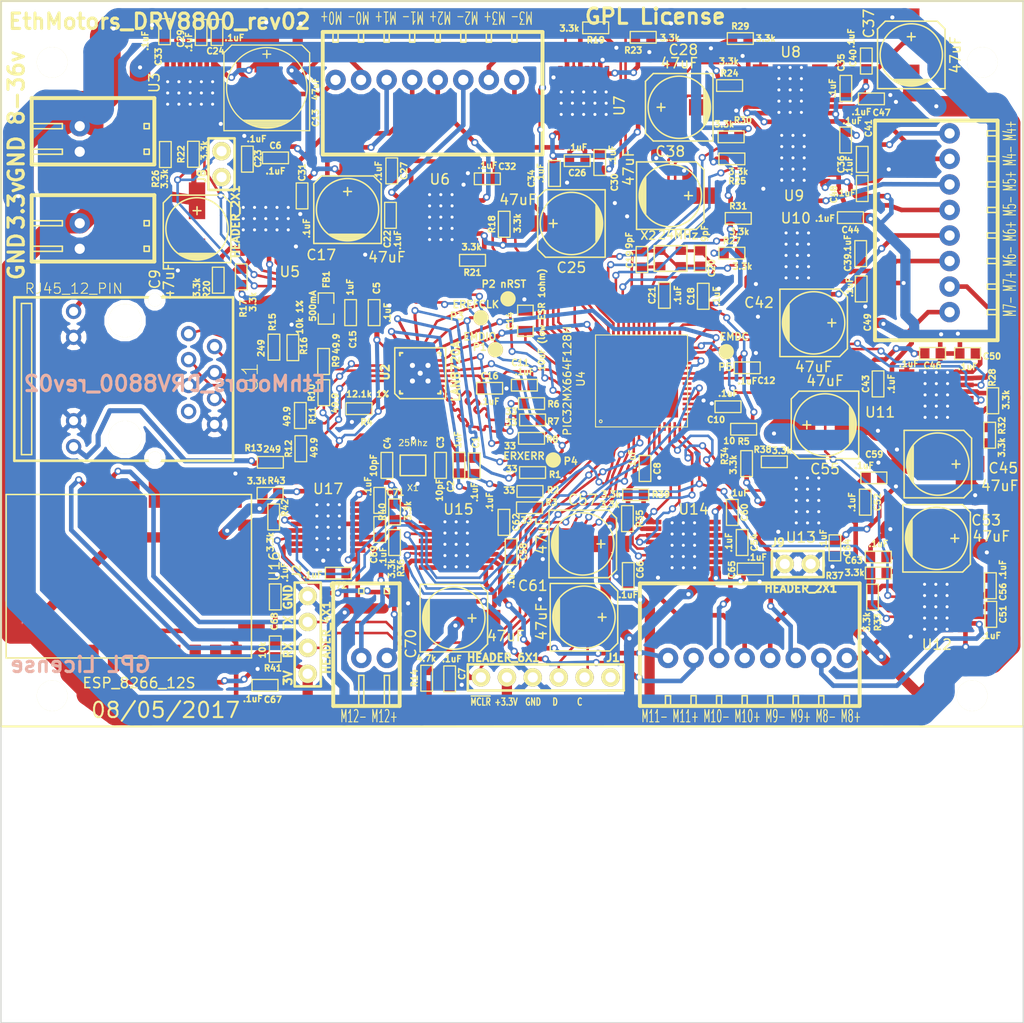
<source format=kicad_pcb>
(kicad_pcb (version 4) (host pcbnew 4.0.7-e2-6376~58~ubuntu16.04.1)
  (layers (0 F.Cu signal) (31 B.Cu signal) (34 B.Paste user) (35 F.Paste user) (36 B.SilkS user) (37 F.SilkS user) (38 B.Mask user) (39 F.Mask user) (44 Edge.Cuts user))
  (net 0 "")
  (net 1 AVDD)
  (net 2 ECRSDV)
  (net 3 EMDC)
  (net 4 EMDIO)
  (net 5 EREFCLK)
  (net 6 ERXD0)
  (net 7 ERXD1)
  (net 8 ERXERR)
  (net 9 ETXD0)
  (net 10 ETXD1)
  (net 11 ETXEN)
  (net 12 GND)
  (net 13 GreenLED)
  (net 14 M0+)
  (net 15 M0-)
  (net 16 M1+)
  (net 17 M1-)
  (net 18 M10+)
  (net 19 M10-)
  (net 20 M11+)
  (net 21 M11-)
  (net 22 M2+)
  (net 23 M2-)
  (net 24 M3+)
  (net 25 M3-)
  (net 26 M4+)
  (net 27 M4-)
  (net 28 M5+)
  (net 29 M5-)
  (net 30 M6+)
  (net 31 M6-)
  (net 32 M7+)
  (net 33 M7-)
  (net 34 M8+)
  (net 35 M8-)
  (net 36 M9+)
  (net 37 M9-)
  (net 38 PGEC1_RB1)
  (net 39 PGED1_RB0)
  (net 40 RB2)
  (net 41 RC13)
  (net 42 RC14)
  (net 43 RD0)
  (net 44 RD10)
  (net 45 RD11)
  (net 46 RD2)
  (net 47 RD3)
  (net 48 RD4)
  (net 49 RD5)
  (net 50 RD6)
  (net 51 RD7)
  (net 52 RD8)
  (net 53 RD9)
  (net 54 RF1)
  (net 55 RF3)
  (net 56 RF4)
  (net 57 RF5)
  (net 58 RG6)
  (net 59 RG7)
  (net 60 RG8)
  (net 61 RG9)
  (net 62 RXN)
  (net 63 RXP)
  (net 64 TXN)
  (net 65 TXP)
  (net 66 VDD)
  (net 67 VMotor)
  (net 68 YellowLED)
  (net 69 nRST)
  (net 70 ~MCLR~)
  (net 71 "Net-(C1-Pad1)")
  (net 72 "Net-(C3-Pad1)")
  (net 73 "Net-(C4-Pad2)")
  (net 74 "Net-(C6-Pad2)")
  (net 75 "Net-(C6-Pad1)")
  (net 76 "Net-(C10-Pad1)")
  (net 77 "Net-(C14-Pad1)")
  (net 78 "Net-(C19-Pad1)")
  (net 79 "Net-(C20-Pad1)")
  (net 80 "Net-(C22-Pad2)")
  (net 81 "Net-(C22-Pad1)")
  (net 82 "Net-(C23-Pad2)")
  (net 83 "Net-(C26-Pad2)")
  (net 84 "Net-(C26-Pad1)")
  (net 85 "Net-(C27-Pad2)")
  (net 86 "Net-(C29-Pad2)")
  (net 87 "Net-(C29-Pad1)")
  (net 88 "Net-(C30-Pad2)")
  (net 89 "Net-(C33-Pad2)")
  (net 90 "Net-(C35-Pad2)")
  (net 91 "Net-(C35-Pad1)")
  (net 92 "Net-(C36-Pad2)")
  (net 93 "Net-(C36-Pad1)")
  (net 94 "Net-(C39-Pad2)")
  (net 95 "Net-(C39-Pad1)")
  (net 96 "Net-(C40-Pad2)")
  (net 97 "Net-(C41-Pad2)")
  (net 98 "Net-(C43-Pad2)")
  (net 99 "Net-(C43-Pad1)")
  (net 100 "Net-(C44-Pad2)")
  (net 101 "Net-(C46-Pad2)")
  (net 102 "Net-(C51-Pad2)")
  (net 103 "Net-(C51-Pad1)")
  (net 104 "Net-(C52-Pad2)")
  (net 105 "Net-(C52-Pad1)")
  (net 106 "Net-(C54-Pad2)")
  (net 107 "Net-(C54-Pad1)")
  (net 108 "Net-(C56-Pad2)")
  (net 109 "Net-(C58-Pad2)")
  (net 110 "Net-(C58-Pad1)")
  (net 111 "Net-(C59-Pad2)")
  (net 112 "Net-(C60-Pad2)")
  (net 113 "Net-(C62-Pad2)")
  (net 114 "Net-(R1-Pad1)")
  (net 115 "Net-(R2-Pad1)")
  (net 116 "Net-(R3-Pad1)")
  (net 117 "Net-(R4-Pad1)")
  (net 118 "Net-(R6-Pad1)")
  (net 119 "Net-(R7-Pad1)")
  (net 120 "Net-(R8-Pad1)")
  (net 121 "Net-(R13-Pad2)")
  (net 122 "Net-(R15-Pad2)")
  (net 123 "Net-(R17-Pad2)")
  (net 124 "Net-(R18-Pad2)")
  (net 125 "Net-(R19-Pad2)")
  (net 126 "Net-(R20-Pad2)")
  (net 127 "Net-(R21-Pad2)")
  (net 128 "Net-(R22-Pad2)")
  (net 129 "Net-(R23-Pad2)")
  (net 130 "Net-(R24-Pad2)")
  (net 131 "Net-(R25-Pad2)")
  (net 132 "Net-(R26-Pad2)")
  (net 133 "Net-(R27-Pad2)")
  (net 134 "Net-(R28-Pad2)")
  (net 135 "Net-(R29-Pad2)")
  (net 136 "Net-(R30-Pad2)")
  (net 137 "Net-(R31-Pad2)")
  (net 138 "Net-(R32-Pad2)")
  (net 139 "Net-(R33-Pad2)")
  (net 140 "Net-(R34-Pad2)")
  (net 141 "Net-(R35-Pad2)")
  (net 142 "Net-(R36-Pad2)")
  (net 143 "Net-(R37-Pad2)")
  (net 144 "Net-(R38-Pad2)")
  (net 145 "Net-(R39-Pad2)")
  (net 146 "Net-(R40-Pad2)")
  (net 147 "Net-(C68-Pad1)")
  (net 148 U5RX)
  (net 149 U5TX)
  (net 150 "Net-(C69-Pad2)")
  (net 151 "Net-(C69-Pad1)")
  (net 152 "Net-(C71-Pad2)")
  (net 153 M12+)
  (net 154 M12-)
  (net 155 "Net-(R42-Pad2)")
  (net 156 "Net-(R43-Pad2)")
  (net 157 RB4)
  (net 158 RB5)
  (net 159 "Net-(J1-Pad6)")
  (net 160 "Net-(U1-Pad7)")
  (net 161 "Net-(U3-Pad15)")
  (net 162 "Net-(U3-Pad16)")
  (net 163 "Net-(U4-Pad13)")
  (net 164 "Net-(U4-Pad36)")
  (net 165 "Net-(U4-Pad37)")
  (net 166 "Net-(U4-Pad34)")
  (net 167 "Net-(U4-Pad28)")
  (net 168 "Net-(U4-Pad27)")
  (net 169 "Net-(U4-Pad22)")
  (net 170 "Net-(U4-Pad24)")
  (net 171 "Net-(U4-Pad23)")
  (net 172 "Net-(U4-Pad18)")
  (net 173 "Net-(U4-Pad17)")
  (net 174 "Net-(U5-Pad15)")
  (net 175 "Net-(U5-Pad16)")
  (net 176 "Net-(U6-Pad15)")
  (net 177 "Net-(U6-Pad16)")
  (net 178 "Net-(U7-Pad15)")
  (net 179 "Net-(U7-Pad16)")
  (net 180 "Net-(U8-Pad15)")
  (net 181 "Net-(U8-Pad16)")
  (net 182 "Net-(U9-Pad15)")
  (net 183 "Net-(U9-Pad16)")
  (net 184 "Net-(U10-Pad15)")
  (net 185 "Net-(U10-Pad16)")
  (net 186 "Net-(U11-Pad15)")
  (net 187 "Net-(U11-Pad16)")
  (net 188 "Net-(U12-Pad15)")
  (net 189 "Net-(U12-Pad16)")
  (net 190 "Net-(U13-Pad15)")
  (net 191 "Net-(U13-Pad16)")
  (net 192 "Net-(U14-Pad15)")
  (net 193 "Net-(U14-Pad16)")
  (net 194 "Net-(U15-Pad15)")
  (net 195 "Net-(U15-Pad16)")
  (net 196 "Net-(U16-Pad14)")
  (net 197 "Net-(U16-Pad13)")
  (net 198 "Net-(U16-Pad12)")
  (net 199 "Net-(U16-Pad9)")
  (net 200 "Net-(U16-Pad10)")
  (net 201 "Net-(U16-Pad11)")
  (net 202 "Net-(U16-Pad19)")
  (net 203 "Net-(U16-Pad20)")
  (net 204 "Net-(U16-Pad16)")
  (net 205 "Net-(U16-Pad17)")
  (net 206 "Net-(U16-Pad18)")
  (net 207 "Net-(U16-Pad5)")
  (net 208 "Net-(U16-Pad6)")
  (net 209 "Net-(U16-Pad7)")
  (net 210 "Net-(U16-Pad4)")
  (net 211 "Net-(U16-Pad2)")
  (net 212 "Net-(U17-Pad15)")
  (net 213 "Net-(U17-Pad16)")
  (module ted_connectors:TED_TERMINAL_SPRING_2.54MM_8PIN_1989803 (layer F.Cu) (at 127.475 62.025 180)
    (fp_text reference J7 hide)
    (fp_text value TERMINAL_8X1 hide)
    (pad 4 thru_hole circle (at -1.25 1.3 180) (size 2 2) (drill 1) (layers *.Cu *.Mask) (net 22 M2+))
    (pad 3 thru_hole circle (at -3.75 1.3 180) (size 2 2) (drill 1) (layers *.Cu *.Mask) (net 23 M2-))
    (pad 7 thru_hole circle (at 6.25 1.3 180) (size 2 2) (drill 1) (layers *.Cu *.Mask) (net 15 M0-))
    (pad 8 thru_hole circle (at 8.75 1.3 180) (size 2 2) (drill 1) (layers *.Cu *.Mask) (net 14 M0+))
    (pad 6 thru_hole circle (at 3.75 1.3 180) (size 2 2) (drill 1) (layers *.Cu *.Mask) (net 16 M1+))
    (pad 5 thru_hole circle (at 1.25 1.3 180) (size 2 2) (drill 1) (layers *.Cu *.Mask) (net 17 M1-))
    (pad 1 thru_hole circle (at -8.75 1.3 180) (size 2 2) (drill 1) (layers *.Cu *.Mask) (net 25 M3-))
    (pad 2 thru_hole circle (at -6.25 1.3 180) (size 2 2) (drill 1) (layers *.Cu *.Mask) (net 24 M3+))
  )
  (module ted_capacitors:TED_SM0603_C (layer F.Cu) (at 132.3 98.5 270)
    (fp_text reference C1 (at -2.3 -0.15 270) (layer F.SilkS) (effects (font (size 0.6 0.6))))
    (fp_text value .1uF (at 2.575 -0.025 270) (layer F.SilkS) (effects (font (size 0.6 0.6))))
    (pad 2 smd rect (at 0.75184 0 270) (size 0.89916 1.00076) (layers F.Cu F.Paste F.Mask) (net 12 GND) (clearance 0.1))
    (pad 1 smd rect (at -0.75184 0 270) (size 0.9 1) (layers F.Cu F.Paste F.Mask) (net 71 "Net-(C1-Pad1)") (clearance 0.1))
  )
  (module ted_capacitors:TED_SM0603_C (layer F.Cu) (at 130.8 98.45 270)
    (fp_text reference C2 (at 2.05 0.8 270) (layer F.SilkS) (effects (font (size 0.6 0.6))))
    (fp_text value 1uF (at -2.5 0.1 270) (layer F.SilkS) (effects (font (size 0.6 0.6))))
    (pad 2 smd rect (at 0.75184 0 270) (size 0.89916 1.00076) (layers F.Cu F.Paste F.Mask) (net 12 GND) (clearance 0.1))
    (pad 1 smd rect (at -0.75184 0 270) (size 0.9 1) (layers F.Cu F.Paste F.Mask) (net 71 "Net-(C1-Pad1)") (clearance 0.1))
  )
  (module ted_capacitors:TED_SM0603_C (layer F.Cu) (at 129 98.45 270)
    (fp_text reference C3 (at -2.25 0 270) (layer F.SilkS) (effects (font (size 0.6 0.6))))
    (fp_text value 10pF (at 2.425 0.1 270) (layer F.SilkS) (effects (font (size 0.6 0.6))))
    (pad 2 smd rect (at 0.75184 0 270) (size 0.89916 1.00076) (layers F.Cu F.Paste F.Mask) (net 12 GND) (clearance 0.1))
    (pad 1 smd rect (at -0.75184 0 270) (size 0.9 1) (layers F.Cu F.Paste F.Mask) (net 72 "Net-(C3-Pad1)") (clearance 0.1))
  )
  (module ted_capacitors:TED_SM0603_C (layer F.Cu) (at 123.75 98.45 270)
    (fp_text reference C4 (at -2.175 -0.05 270) (layer F.SilkS) (effects (font (size 0.6 0.6))))
    (fp_text value 10pF (at 0 1.3 270) (layer F.SilkS) (effects (font (size 0.6 0.6))))
    (pad 2 smd rect (at 0.75184 0 270) (size 0.89916 1.00076) (layers F.Cu F.Paste F.Mask) (net 73 "Net-(C4-Pad2)") (clearance 0.1))
    (pad 1 smd rect (at -0.75184 0 270) (size 0.9 1) (layers F.Cu F.Paste F.Mask) (net 12 GND) (clearance 0.1))
  )
  (module ted_capacitors:TED_SM0603_C (layer F.Cu) (at 122.5 83.5 90)
    (fp_text reference C5 (at 2.4 0.25 90) (layer F.SilkS) (effects (font (size 0.6 0.6))))
    (fp_text value .1uF (at 0 1.3 90) (layer F.SilkS) (effects (font (size 0.6 0.6))))
    (pad 2 smd rect (at 0.75184 0 90) (size 0.89916 1.00076) (layers F.Cu F.Paste F.Mask) (net 12 GND) (clearance 0.1))
    (pad 1 smd rect (at -0.75184 0 90) (size 0.9 1) (layers F.Cu F.Paste F.Mask) (net 1 AVDD) (clearance 0.1))
  )
  (module ted_capacitors:TED_SM0603_C (layer F.Cu) (at 112.85 68.35)
    (fp_text reference C6 (at 0 -1.2) (layer F.SilkS) (effects (font (size 0.6 0.6))))
    (fp_text value .1uF (at 0 1.3) (layer F.SilkS) (effects (font (size 0.6 0.6))))
    (pad 2 smd rect (at 0.75184 0) (size 0.89916 1.00076) (layers F.Cu F.Paste F.Mask) (net 74 "Net-(C6-Pad2)") (clearance 0.1))
    (pad 1 smd rect (at -0.75184 0) (size 0.9 1) (layers F.Cu F.Paste F.Mask) (net 75 "Net-(C6-Pad1)") (clearance 0.1))
  )
  (module ted_capacitors:TED_SM0603_C (layer F.Cu) (at 129.89 119.35 270)
    (fp_text reference C7 (at -0.5 -1.21 270) (layer F.SilkS) (effects (font (size 0.6 0.6))))
    (fp_text value .1uF (at -1.95 -0.21 360) (layer F.SilkS) (effects (font (size 0.6 0.6))))
    (pad 2 smd rect (at 0.75184 0 270) (size 0.89916 1.00076) (layers F.Cu F.Paste F.Mask) (net 12 GND) (clearance 0.1))
    (pad 1 smd rect (at -0.75184 0 270) (size 0.9 1) (layers F.Cu F.Paste F.Mask) (net 70 ~MCLR~) (clearance 0.1))
  )
  (module ted_capacitors:TED_SM0603_C (layer F.Cu) (at 149 98.75 270)
    (fp_text reference C8 (at 0 -1.2 270) (layer F.SilkS) (effects (font (size 0.6 0.6))))
    (fp_text value .1uF (at -0.875 1.25 270) (layer F.SilkS) (effects (font (size 0.6 0.6))))
    (pad 2 smd rect (at 0.75184 0 270) (size 0.89916 1.00076) (layers F.Cu F.Paste F.Mask) (net 12 GND) (clearance 0.1))
    (pad 1 smd rect (at -0.75184 0 270) (size 0.9 1) (layers F.Cu F.Paste F.Mask) (net 66 VDD) (clearance 0.1))
  )
  (module ted_capacitors:TED_SM0603_C (layer F.Cu) (at 157.12 92.71 180)
    (fp_text reference C10 (at 1.164 -1.27 180) (layer F.SilkS) (effects (font (size 0.6 0.6))))
    (fp_text value .1uF (at 0 1.3 180) (layer F.SilkS) (effects (font (size 0.6 0.6))))
    (pad 2 smd rect (at 0.75184 0 180) (size 0.89916 1.00076) (layers F.Cu F.Paste F.Mask) (net 12 GND) (clearance 0.1))
    (pad 1 smd rect (at -0.75184 0 180) (size 0.9 1) (layers F.Cu F.Paste F.Mask) (net 76 "Net-(C10-Pad1)") (clearance 0.1))
  )
  (module ted_capacitors:TED_SM0603_C (layer F.Cu) (at 137.2 90.6 180)
    (fp_text reference C11 (at 0.4 2.2 180) (layer F.SilkS) (effects (font (size 0.6 0.6))))
    (fp_text value .1uF (at 0 1.3 180) (layer F.SilkS) (effects (font (size 0.6 0.6))))
    (pad 2 smd rect (at 0.75184 0 180) (size 0.89916 1.00076) (layers F.Cu F.Paste F.Mask) (net 12 GND) (clearance 0.1))
    (pad 1 smd rect (at -0.75184 0 180) (size 0.9 1) (layers F.Cu F.Paste F.Mask) (net 66 VDD) (clearance 0.1))
  )
  (module ted_capacitors:TED_SM0603_C (layer F.Cu) (at 159 88.9)
    (fp_text reference C12 (at 1.875 1.25) (layer F.SilkS) (effects (font (size 0.6 0.6))))
    (fp_text value .1uF (at 0 1.3) (layer F.SilkS) (effects (font (size 0.6 0.6))))
    (pad 2 smd rect (at 0.75184 0) (size 0.89916 1.00076) (layers F.Cu F.Paste F.Mask) (net 12 GND) (clearance 0.1))
    (pad 1 smd rect (at -0.75184 0) (size 0.9 1) (layers F.Cu F.Paste F.Mask) (net 66 VDD) (clearance 0.1))
  )
  (module ted_capacitors:TED_c_elec_8x10 (layer F.Cu) (at 112 61.5 90)
    (fp_text reference C13 (at -2.95 4.775 90) (layer F.SilkS) (effects (font (size 0.6 0.6))))
    (fp_text value 47uF (at -0.125 4.775 90) (layer F.SilkS) (effects (font (size 0.6 0.6))))
    (pad 1 smd rect (at 3.2512 0 90) (size 3.50012 2.4003) (layers F.Cu F.Paste F.Mask) (net 67 VMotor))
    (pad 2 smd rect (at -3.2512 0 90) (size 3.50012 2.4003) (layers F.Cu F.Paste F.Mask) (net 12 GND))
  )
  (module ted_capacitors:TED_SM0805_C (layer F.Cu) (at 137.3 84.3 90)
    (fp_text reference C14 (at 0 -1.5 90) (layer F.SilkS) (effects (font (size 0.6 0.6))))
    (fp_text value "10uF (low ESR 1ohm)" (at 0.1 1.6 90) (layer F.SilkS) (effects (font (size 0.6 0.6))))
    (pad 1 smd rect (at -0.9525 0 90) (size 0.889 1.397) (layers F.Cu F.Paste F.Mask) (net 77 "Net-(C14-Pad1)"))
    (pad 2 smd rect (at 0.9525 0 90) (size 0.889 1.397) (layers F.Cu F.Paste F.Mask) (net 12 GND))
  )
  (module ted_capacitors:TED_SM0603_C (layer F.Cu) (at 120.2 83.5 90)
    (fp_text reference C15 (at -2.625 0.225 90) (layer F.SilkS) (effects (font (size 0.6 0.6))))
    (fp_text value 1uF (at 2.5 -0.05 90) (layer F.SilkS) (effects (font (size 0.6 0.6))))
    (pad 2 smd rect (at 0.75184 0 90) (size 0.89916 1.00076) (layers F.Cu F.Paste F.Mask) (net 12 GND) (clearance 0.1))
    (pad 1 smd rect (at -0.75184 0 90) (size 0.9 1) (layers F.Cu F.Paste F.Mask) (net 1 AVDD) (clearance 0.1))
  )
  (module ted_capacitors:TED_SM0603_C (layer F.Cu) (at 133.8 90.9)
    (fp_text reference C16 (at 0 -1.2) (layer F.SilkS) (effects (font (size 0.6 0.6))))
    (fp_text value .1uF (at 0 1.3) (layer F.SilkS) (effects (font (size 0.6 0.6))))
    (pad 2 smd rect (at 0.75184 0) (size 0.89916 1.00076) (layers F.Cu F.Paste F.Mask) (net 12 GND) (clearance 0.1))
    (pad 1 smd rect (at -0.75184 0) (size 0.9 1) (layers F.Cu F.Paste F.Mask) (net 66 VDD) (clearance 0.1))
  )
  (module ted_capacitors:TED_SM0603_C (layer F.Cu) (at 154.7 81.9 90)
    (fp_text reference C18 (at 0 -1.2 90) (layer F.SilkS) (effects (font (size 0.6 0.6))))
    (fp_text value .1uF (at 0 1.3 90) (layer F.SilkS) (effects (font (size 0.6 0.6))))
    (pad 2 smd rect (at 0.75184 0 90) (size 0.89916 1.00076) (layers F.Cu F.Paste F.Mask) (net 12 GND) (clearance 0.1))
    (pad 1 smd rect (at -0.75184 0 90) (size 0.9 1) (layers F.Cu F.Paste F.Mask) (net 66 VDD) (clearance 0.1))
  )
  (module ted_capacitors:TED_SM0603_C (layer F.Cu) (at 148.7 78.3 90)
    (fp_text reference C19 (at 0 -1.2 90) (layer F.SilkS) (effects (font (size 0.6 0.6))))
    (fp_text value 9pF (at 1.875 -1.25 90) (layer F.SilkS) (effects (font (size 0.6 0.6))))
    (pad 2 smd rect (at 0.75184 0 90) (size 0.89916 1.00076) (layers F.Cu F.Paste F.Mask) (net 12 GND) (clearance 0.1))
    (pad 1 smd rect (at -0.75184 0 90) (size 0.9 1) (layers F.Cu F.Paste F.Mask) (net 78 "Net-(C19-Pad1)") (clearance 0.1))
  )
  (module ted_capacitors:TED_SM0603_C (layer F.Cu) (at 154.4 78.2 270)
    (fp_text reference C20 (at 0.95 -1.125 270) (layer F.SilkS) (effects (font (size 0.6 0.6))))
    (fp_text value 9pF (at -2.45 -0.45 270) (layer F.SilkS) (effects (font (size 0.6 0.6))))
    (pad 2 smd rect (at 0.75184 0 270) (size 0.89916 1.00076) (layers F.Cu F.Paste F.Mask) (net 12 GND) (clearance 0.1))
    (pad 1 smd rect (at -0.75184 0 270) (size 0.9 1) (layers F.Cu F.Paste F.Mask) (net 79 "Net-(C20-Pad1)") (clearance 0.1))
  )
  (module ted_capacitors:TED_SM0603_C (layer F.Cu) (at 150.9 81.8 90)
    (fp_text reference C21 (at 0 -1.2 90) (layer F.SilkS) (effects (font (size 0.6 0.6))))
    (fp_text value .1uF (at 0 1.3 90) (layer F.SilkS) (effects (font (size 0.6 0.6))))
    (pad 2 smd rect (at 0.75184 0 90) (size 0.89916 1.00076) (layers F.Cu F.Paste F.Mask) (net 12 GND) (clearance 0.1))
    (pad 1 smd rect (at -0.75184 0 90) (size 0.9 1) (layers F.Cu F.Paste F.Mask) (net 66 VDD) (clearance 0.1))
  )
  (module ted_capacitors:TED_SM0603_C (layer F.Cu) (at 124.1 73.975 90)
    (fp_text reference C22 (at -2.325 -0.3 90) (layer F.SilkS) (effects (font (size 0.6 0.6))))
    (fp_text value .1uF (at -2.425 0.7 90) (layer F.SilkS) (effects (font (size 0.6 0.6))))
    (pad 2 smd rect (at 0.75184 0 90) (size 0.89916 1.00076) (layers F.Cu F.Paste F.Mask) (net 80 "Net-(C22-Pad2)") (clearance 0.1))
    (pad 1 smd rect (at -0.75184 0 90) (size 0.9 1) (layers F.Cu F.Paste F.Mask) (net 81 "Net-(C22-Pad1)") (clearance 0.1))
  )
  (module ted_capacitors:TED_SM0603_C (layer F.Cu) (at 110.1 68.475 270)
    (fp_text reference C23 (at -0.05 -1.05 270) (layer F.SilkS) (effects (font (size 0.6 0.6))))
    (fp_text value .1uF (at -1.975 -0.9 360) (layer F.SilkS) (effects (font (size 0.6 0.6))))
    (pad 2 smd rect (at 0.75184 0 270) (size 0.89916 1.00076) (layers F.Cu F.Paste F.Mask) (net 82 "Net-(C23-Pad2)") (clearance 0.1))
    (pad 1 smd rect (at -0.75184 0 270) (size 0.9 1) (layers F.Cu F.Paste F.Mask) (net 67 VMotor) (clearance 0.1))
  )
  (module ted_capacitors:TED_SM0603_C (layer F.Cu) (at 107.125 56.075 90)
    (fp_text reference C24 (at -1.825 -0.15 180) (layer F.SilkS) (effects (font (size 0.6 0.6))))
    (fp_text value .1uF (at -0.525 1.7 180) (layer F.SilkS) (effects (font (size 0.6 0.6))))
    (pad 2 smd rect (at 0.75184 0 90) (size 0.89916 1.00076) (layers F.Cu F.Paste F.Mask) (net 12 GND) (clearance 0.1))
    (pad 1 smd rect (at -0.75184 0 90) (size 0.9 1) (layers F.Cu F.Paste F.Mask) (net 67 VMotor) (clearance 0.1))
  )
  (module ted_capacitors:TED_SM0603_C (layer F.Cu) (at 142.375 68.625 180)
    (fp_text reference C26 (at 0 -1.2 180) (layer F.SilkS) (effects (font (size 0.6 0.6))))
    (fp_text value .1uF (at 0 1.3 180) (layer F.SilkS) (effects (font (size 0.6 0.6))))
    (pad 2 smd rect (at 0.75184 0 180) (size 0.89916 1.00076) (layers F.Cu F.Paste F.Mask) (net 83 "Net-(C26-Pad2)") (clearance 0.1))
    (pad 1 smd rect (at -0.75184 0 180) (size 0.9 1) (layers F.Cu F.Paste F.Mask) (net 84 "Net-(C26-Pad1)") (clearance 0.1))
  )
  (module ted_capacitors:TED_SM0603_C (layer F.Cu) (at 124.225 69.625 270)
    (fp_text reference C27 (at 0 -1.2 270) (layer F.SilkS) (effects (font (size 0.6 0.6))))
    (fp_text value .1uF (at 0 1.3 270) (layer F.SilkS) (effects (font (size 0.6 0.6))))
    (pad 2 smd rect (at 0.75184 0 270) (size 0.89916 1.00076) (layers F.Cu F.Paste F.Mask) (net 85 "Net-(C27-Pad2)") (clearance 0.1))
    (pad 1 smd rect (at -0.75184 0 270) (size 0.9 1) (layers F.Cu F.Paste F.Mask) (net 67 VMotor) (clearance 0.1))
  )
  (module ted_capacitors:TED_SM0603_C (layer F.Cu) (at 105.575 56.075 270)
    (fp_text reference C29 (at 0.6 2 270) (layer F.SilkS) (effects (font (size 0.6 0.6))))
    (fp_text value .1uF (at 0.95 1.2 270) (layer F.SilkS) (effects (font (size 0.6 0.6))))
    (pad 2 smd rect (at 0.75184 0 270) (size 0.89916 1.00076) (layers F.Cu F.Paste F.Mask) (net 86 "Net-(C29-Pad2)") (clearance 0.1))
    (pad 1 smd rect (at -0.75184 0 270) (size 0.9 1) (layers F.Cu F.Paste F.Mask) (net 87 "Net-(C29-Pad1)") (clearance 0.1))
  )
  (module ted_capacitors:TED_SM0603_C (layer F.Cu) (at 144.575 68.8 90)
    (fp_text reference C30 (at -1.95 1.45 90) (layer F.SilkS) (effects (font (size 0.6 0.6))))
    (fp_text value .1uF (at 0.725 1.25 90) (layer F.SilkS) (effects (font (size 0.6 0.6))))
    (pad 2 smd rect (at 0.75184 0 90) (size 0.89916 1.00076) (layers F.Cu F.Paste F.Mask) (net 88 "Net-(C30-Pad2)") (clearance 0.1))
    (pad 1 smd rect (at -0.75184 0 90) (size 0.9 1) (layers F.Cu F.Paste F.Mask) (net 67 VMotor) (clearance 0.1))
  )
  (module ted_capacitors:TED_SM0603_C (layer F.Cu) (at 115.45 72.075 270)
    (fp_text reference C31 (at -2.3 0 270) (layer F.SilkS) (effects (font (size 0.6 0.6))))
    (fp_text value .1uF (at 3.175 -0.45 270) (layer F.SilkS) (effects (font (size 0.6 0.6))))
    (pad 2 smd rect (at 0.75184 0 270) (size 0.89916 1.00076) (layers F.Cu F.Paste F.Mask) (net 12 GND) (clearance 0.1))
    (pad 1 smd rect (at -0.75184 0 270) (size 0.9 1) (layers F.Cu F.Paste F.Mask) (net 67 VMotor) (clearance 0.1))
  )
  (module ted_capacitors:TED_SM0603_C (layer F.Cu) (at 133.575 70.4 180)
    (fp_text reference C32 (at -1.95 1.2 180) (layer F.SilkS) (effects (font (size 0.6 0.6))))
    (fp_text value .1uF (at 0 1.3 180) (layer F.SilkS) (effects (font (size 0.6 0.6))))
    (pad 2 smd rect (at 0.75184 0 180) (size 0.89916 1.00076) (layers F.Cu F.Paste F.Mask) (net 12 GND) (clearance 0.1))
    (pad 1 smd rect (at -0.75184 0 180) (size 0.9 1) (layers F.Cu F.Paste F.Mask) (net 67 VMotor) (clearance 0.1))
  )
  (module ted_capacitors:TED_SM0603_C (layer F.Cu) (at 102 56 270)
    (fp_text reference C33 (at 2.45 0.6 270) (layer F.SilkS) (effects (font (size 0.6 0.6))))
    (fp_text value .1uF (at 0.9 1.9 270) (layer F.SilkS) (effects (font (size 0.6 0.6))))
    (pad 2 smd rect (at 0.75184 0 270) (size 0.89916 1.00076) (layers F.Cu F.Paste F.Mask) (net 89 "Net-(C33-Pad2)") (clearance 0.1))
    (pad 1 smd rect (at -0.75184 0 270) (size 0.9 1) (layers F.Cu F.Paste F.Mask) (net 67 VMotor) (clearance 0.1))
  )
  (module ted_capacitors:TED_SM0603_C (layer F.Cu) (at 140.15 69.875 270)
    (fp_text reference C34 (at 0.5 2.25 270) (layer F.SilkS) (effects (font (size 0.6 0.6))))
    (fp_text value .1uF (at -0.025 1.35 270) (layer F.SilkS) (effects (font (size 0.6 0.6))))
    (pad 2 smd rect (at 0.75184 0 270) (size 0.89916 1.00076) (layers F.Cu F.Paste F.Mask) (net 12 GND) (clearance 0.1))
    (pad 1 smd rect (at -0.75184 0 270) (size 0.9 1) (layers F.Cu F.Paste F.Mask) (net 67 VMotor) (clearance 0.1))
  )
  (module ted_capacitors:TED_SM0603_C (layer F.Cu) (at 168.65 61.55 270)
    (fp_text reference C35 (at -2.525 0.45 270) (layer F.SilkS) (effects (font (size 0.6 0.6))))
    (fp_text value .1uF (at 0 1.3 270) (layer F.SilkS) (effects (font (size 0.6 0.6))))
    (pad 2 smd rect (at 0.75184 0 270) (size 0.89916 1.00076) (layers F.Cu F.Paste F.Mask) (net 90 "Net-(C35-Pad2)") (clearance 0.1))
    (pad 1 smd rect (at -0.75184 0 270) (size 0.9 1) (layers F.Cu F.Paste F.Mask) (net 91 "Net-(C35-Pad1)") (clearance 0.1))
  )
  (module ted_capacitors:TED_SM0603_C (layer F.Cu) (at 170.25 68.5 270)
    (fp_text reference C36 (at 0.475 2.05 270) (layer F.SilkS) (effects (font (size 0.6 0.6))))
    (fp_text value .1uF (at 0.625 1.275 270) (layer F.SilkS) (effects (font (size 0.6 0.6))))
    (pad 2 smd rect (at 0.75184 0 270) (size 0.89916 1.00076) (layers F.Cu F.Paste F.Mask) (net 92 "Net-(C36-Pad2)") (clearance 0.1))
    (pad 1 smd rect (at -0.75184 0 270) (size 0.9 1) (layers F.Cu F.Paste F.Mask) (net 93 "Net-(C36-Pad1)") (clearance 0.1))
  )
  (module ted_capacitors:TED_SM0603_C (layer F.Cu) (at 170.1 77.725 270)
    (fp_text reference C39 (at 0.875 1.25 270) (layer F.SilkS) (effects (font (size 0.6 0.6))))
    (fp_text value .1uF (at -0.9 1.275 270) (layer F.SilkS) (effects (font (size 0.6 0.6))))
    (pad 2 smd rect (at 0.75184 0 270) (size 0.89916 1.00076) (layers F.Cu F.Paste F.Mask) (net 94 "Net-(C39-Pad2)") (clearance 0.1))
    (pad 1 smd rect (at -0.75184 0 270) (size 0.9 1) (layers F.Cu F.Paste F.Mask) (net 95 "Net-(C39-Pad1)") (clearance 0.1))
  )
  (module ted_capacitors:TED_SM0603_C (layer F.Cu) (at 170.65 58.875 90)
    (fp_text reference C40 (at 0.3 -1.3 90) (layer F.SilkS) (effects (font (size 0.6 0.6))))
    (fp_text value .1uF (at 2.225 -1.475 90) (layer F.SilkS) (effects (font (size 0.6 0.6))))
    (pad 2 smd rect (at 0.75184 0 90) (size 0.89916 1.00076) (layers F.Cu F.Paste F.Mask) (net 96 "Net-(C40-Pad2)") (clearance 0.1))
    (pad 1 smd rect (at -0.75184 0 90) (size 0.9 1) (layers F.Cu F.Paste F.Mask) (net 67 VMotor) (clearance 0.1))
  )
  (module ted_capacitors:TED_SM0603_C (layer F.Cu) (at 168.625 66.6 270)
    (fp_text reference C41 (at -1.15 -2.25 270) (layer F.SilkS) (effects (font (size 0.6 0.6))))
    (fp_text value .1uF (at -1.875 -0.65 360) (layer F.SilkS) (effects (font (size 0.6 0.6))))
    (pad 2 smd rect (at 0.75184 0 270) (size 0.89916 1.00076) (layers F.Cu F.Paste F.Mask) (net 97 "Net-(C41-Pad2)") (clearance 0.1))
    (pad 1 smd rect (at -0.75184 0 270) (size 0.9 1) (layers F.Cu F.Paste F.Mask) (net 67 VMotor) (clearance 0.1))
  )
  (module ted_capacitors:TED_SM0603_C (layer F.Cu) (at 171.8 90.475 90)
    (fp_text reference C43 (at 0 -1.2 90) (layer F.SilkS) (effects (font (size 0.6 0.6))))
    (fp_text value .1uF (at 0 1.3 90) (layer F.SilkS) (effects (font (size 0.6 0.6))))
    (pad 2 smd rect (at 0.75184 0 90) (size 0.89916 1.00076) (layers F.Cu F.Paste F.Mask) (net 98 "Net-(C43-Pad2)") (clearance 0.1))
    (pad 1 smd rect (at -0.75184 0 90) (size 0.9 1) (layers F.Cu F.Paste F.Mask) (net 99 "Net-(C43-Pad1)") (clearance 0.1))
  )
  (module ted_capacitors:TED_SM0603_C (layer F.Cu) (at 169.1 74.2 180)
    (fp_text reference C44 (at 0 -1.2 180) (layer F.SilkS) (effects (font (size 0.6 0.6))))
    (fp_text value .1uF (at 2.5 -0.075 180) (layer F.SilkS) (effects (font (size 0.6 0.6))))
    (pad 2 smd rect (at 0.75184 0 180) (size 0.89916 1.00076) (layers F.Cu F.Paste F.Mask) (net 100 "Net-(C44-Pad2)") (clearance 0.1))
    (pad 1 smd rect (at -0.75184 0 180) (size 0.9 1) (layers F.Cu F.Paste F.Mask) (net 67 VMotor) (clearance 0.1))
  )
  (module ted_capacitors:TED_SM0603_C (layer F.Cu) (at 177.13 87.48 180)
    (fp_text reference C46 (at 0 -1.2 180) (layer F.SilkS) (effects (font (size 0.6 0.6))))
    (fp_text value .1uF (at 2.33 -1.02 180) (layer F.SilkS) (effects (font (size 0.6 0.6))))
    (pad 2 smd rect (at 0.75184 0 180) (size 0.89916 1.00076) (layers F.Cu F.Paste F.Mask) (net 101 "Net-(C46-Pad2)") (clearance 0.1))
    (pad 1 smd rect (at -0.75184 0 180) (size 0.9 1) (layers F.Cu F.Paste F.Mask) (net 67 VMotor) (clearance 0.1))
  )
  (module ted_capacitors:TED_SM0603_C (layer F.Cu) (at 171.15 62.575)
    (fp_text reference C47 (at 1 1.35) (layer F.SilkS) (effects (font (size 0.6 0.6))))
    (fp_text value .1uF (at -0.975 1.275) (layer F.SilkS) (effects (font (size 0.6 0.6))))
    (pad 2 smd rect (at 0.75184 0) (size 0.89916 1.00076) (layers F.Cu F.Paste F.Mask) (net 12 GND) (clearance 0.1))
    (pad 1 smd rect (at -0.75184 0) (size 0.9 1) (layers F.Cu F.Paste F.Mask) (net 67 VMotor) (clearance 0.1))
  )
  (module ted_capacitors:TED_SM0603_C (layer F.Cu) (at 170.25 71.35 90)
    (fp_text reference C48 (at -0.575 -2.775 90) (layer F.SilkS) (effects (font (size 0.6 0.6))))
    (fp_text value .1uF (at -0.45 -1.625 180) (layer F.SilkS) (effects (font (size 0.6 0.6))))
    (pad 2 smd rect (at 0.75184 0 90) (size 0.89916 1.00076) (layers F.Cu F.Paste F.Mask) (net 12 GND) (clearance 0.1))
    (pad 1 smd rect (at -0.75184 0 90) (size 0.9 1) (layers F.Cu F.Paste F.Mask) (net 67 VMotor) (clearance 0.1))
  )
  (module ted_capacitors:TED_SM0603_C (layer F.Cu) (at 170.15 81.175 270)
    (fp_text reference C49 (at 3.275 -0.625 450) (layer F.SilkS) (effects (font (size 0.6 0.6))))
    (fp_text value .1uF (at -0.15 1.125 270) (layer F.SilkS) (effects (font (size 0.6 0.6))))
    (pad 2 smd rect (at 0.75184 0 270) (size 0.89916 1.00076) (layers F.Cu F.Paste F.Mask) (net 12 GND) (clearance 0.1))
    (pad 1 smd rect (at -0.75184 0 270) (size 0.9 1) (layers F.Cu F.Paste F.Mask) (net 67 VMotor) (clearance 0.1))
  )
  (module ted_capacitors:TED_SM0603_C (layer F.Cu) (at 180.56 87.5)
    (fp_text reference C50 (at 2.39 0.275) (layer F.SilkS) (effects (font (size 0.6 0.6))))
    (fp_text value .1uF (at 0 1.3) (layer F.SilkS) (effects (font (size 0.6 0.6))))
    (pad 2 smd rect (at 0.75184 0) (size 0.89916 1.00076) (layers F.Cu F.Paste F.Mask) (net 12 GND) (clearance 0.1))
    (pad 1 smd rect (at -0.75184 0) (size 0.9 1) (layers F.Cu F.Paste F.Mask) (net 67 VMotor) (clearance 0.1))
  )
  (module ted_capacitors:TED_SM0603_C (layer F.Cu) (at 182.83 113.03 270)
    (fp_text reference C51 (at 0 -1.2 270) (layer F.SilkS) (effects (font (size 0.6 0.6))))
    (fp_text value .1uF (at 2.095 -0.02 360) (layer F.SilkS) (effects (font (size 0.6 0.6))))
    (pad 2 smd rect (at 0.75184 0 270) (size 0.89916 1.00076) (layers F.Cu F.Paste F.Mask) (net 102 "Net-(C51-Pad2)") (clearance 0.1))
    (pad 1 smd rect (at -0.75184 0 270) (size 0.9 1) (layers F.Cu F.Paste F.Mask) (net 103 "Net-(C51-Pad1)") (clearance 0.1))
  )
  (module ted_capacitors:TED_SM0603_C (layer F.Cu) (at 170.55 102.05 270)
    (fp_text reference C52 (at 0 -1.2 270) (layer F.SilkS) (effects (font (size 0.6 0.6))))
    (fp_text value .1uF (at 0 1.3 270) (layer F.SilkS) (effects (font (size 0.6 0.6))))
    (pad 2 smd rect (at 0.75184 0 270) (size 0.89916 1.00076) (layers F.Cu F.Paste F.Mask) (net 104 "Net-(C52-Pad2)") (clearance 0.1))
    (pad 1 smd rect (at -0.75184 0 270) (size 0.9 1) (layers F.Cu F.Paste F.Mask) (net 105 "Net-(C52-Pad1)") (clearance 0.1))
  )
  (module ted_capacitors:TED_SM0603_C (layer F.Cu) (at 158.5 106 270)
    (fp_text reference C54 (at 0 -1.2 270) (layer F.SilkS) (effects (font (size 0.6 0.6))))
    (fp_text value .1uF (at 0 1.3 270) (layer F.SilkS) (effects (font (size 0.6 0.6))))
    (pad 2 smd rect (at 0.75184 0 270) (size 0.89916 1.00076) (layers F.Cu F.Paste F.Mask) (net 106 "Net-(C54-Pad2)") (clearance 0.1))
    (pad 1 smd rect (at -0.75184 0 270) (size 0.9 1) (layers F.Cu F.Paste F.Mask) (net 107 "Net-(C54-Pad1)") (clearance 0.1))
  )
  (module ted_capacitors:TED_SM0603_C (layer F.Cu) (at 182.79 110.23 270)
    (fp_text reference C56 (at 0.595 -1.235 270) (layer F.SilkS) (effects (font (size 0.6 0.6))))
    (fp_text value .1uF (at -1.58 -1.21 270) (layer F.SilkS) (effects (font (size 0.6 0.6))))
    (pad 2 smd rect (at 0.75184 0 270) (size 0.89916 1.00076) (layers F.Cu F.Paste F.Mask) (net 108 "Net-(C56-Pad2)") (clearance 0.1))
    (pad 1 smd rect (at -0.75184 0 270) (size 0.9 1) (layers F.Cu F.Paste F.Mask) (net 67 VMotor) (clearance 0.1))
  )
  (module ted_capacitors:TED_SM0603_C (layer F.Cu) (at 135.9 106.9 270)
    (fp_text reference C58 (at 0 -1.2 270) (layer F.SilkS) (effects (font (size 0.6 0.6))))
    (fp_text value .1uF (at 2.625 0 270) (layer F.SilkS) (effects (font (size 0.6 0.6))))
    (pad 2 smd rect (at 0.75184 0 270) (size 0.89916 1.00076) (layers F.Cu F.Paste F.Mask) (net 109 "Net-(C58-Pad2)") (clearance 0.1))
    (pad 1 smd rect (at -0.75184 0 270) (size 0.9 1) (layers F.Cu F.Paste F.Mask) (net 110 "Net-(C58-Pad1)") (clearance 0.1))
  )
  (module ted_capacitors:TED_SM0603_C (layer F.Cu) (at 171.39 99.67 180)
    (fp_text reference C59 (at -0.035 2.295 180) (layer F.SilkS) (effects (font (size 0.6 0.6))))
    (fp_text value .1uF (at 0.965 1.195 180) (layer F.SilkS) (effects (font (size 0.6 0.6))))
    (pad 2 smd rect (at 0.75184 0 180) (size 0.89916 1.00076) (layers F.Cu F.Paste F.Mask) (net 111 "Net-(C59-Pad2)") (clearance 0.1))
    (pad 1 smd rect (at -0.75184 0 180) (size 0.9 1) (layers F.Cu F.Paste F.Mask) (net 67 VMotor) (clearance 0.1))
  )
  (module ted_capacitors:TED_SM0603_C (layer F.Cu) (at 157.54 103.05 270)
    (fp_text reference C60 (at 0 -1.2 270) (layer F.SilkS) (effects (font (size 0.6 0.6))))
    (fp_text value .1uF (at -1.9 -0.635 360) (layer F.SilkS) (effects (font (size 0.6 0.6))))
    (pad 2 smd rect (at 0.75184 0 270) (size 0.89916 1.00076) (layers F.Cu F.Paste F.Mask) (net 112 "Net-(C60-Pad2)") (clearance 0.1))
    (pad 1 smd rect (at -0.75184 0 270) (size 0.9 1) (layers F.Cu F.Paste F.Mask) (net 67 VMotor) (clearance 0.1))
  )
  (module ted_capacitors:TED_SM0603_C (layer F.Cu) (at 135.2 104.025 270)
    (fp_text reference C62 (at 0 -1.2 270) (layer F.SilkS) (effects (font (size 0.6 0.6))))
    (fp_text value .1uF (at -1.975 1.4 270) (layer F.SilkS) (effects (font (size 0.6 0.6))))
    (pad 2 smd rect (at 0.75184 0 270) (size 0.89916 1.00076) (layers F.Cu F.Paste F.Mask) (net 113 "Net-(C62-Pad2)") (clearance 0.1))
    (pad 1 smd rect (at -0.75184 0 270) (size 0.9 1) (layers F.Cu F.Paste F.Mask) (net 67 VMotor) (clearance 0.1))
  )
  (module ted_capacitors:TED_SM0603_C (layer F.Cu) (at 171.82 107.42 180)
    (fp_text reference C63 (at 2.395 -0.33 180) (layer F.SilkS) (effects (font (size 0.6 0.6))))
    (fp_text value .1uF (at 0 1.3 180) (layer F.SilkS) (effects (font (size 0.6 0.6))))
    (pad 2 smd rect (at 0.75184 0 180) (size 0.89916 1.00076) (layers F.Cu F.Paste F.Mask) (net 12 GND) (clearance 0.1))
    (pad 1 smd rect (at -0.75184 0 180) (size 0.9 1) (layers F.Cu F.Paste F.Mask) (net 67 VMotor) (clearance 0.1))
  )
  (module ted_capacitors:TED_SM0603_C (layer F.Cu) (at 167.58 106.52 270)
    (fp_text reference C64 (at 0 -1.2 270) (layer F.SilkS) (effects (font (size 0.6 0.6))))
    (fp_text value .1uF (at -0.87 1.13 270) (layer F.SilkS) (effects (font (size 0.6 0.6))))
    (pad 2 smd rect (at 0.75184 0 270) (size 0.89916 1.00076) (layers F.Cu F.Paste F.Mask) (net 12 GND) (clearance 0.1))
    (pad 1 smd rect (at -0.75184 0 270) (size 0.9 1) (layers F.Cu F.Paste F.Mask) (net 67 VMotor) (clearance 0.1))
  )
  (module ted_capacitors:TED_SM0603_C (layer F.Cu) (at 159.3 108.59)
    (fp_text reference C65 (at -1.8 0.06 90) (layer F.SilkS) (effects (font (size 0.6 0.6))))
    (fp_text value .1uF (at 0.65 -1.14) (layer F.SilkS) (effects (font (size 0.6 0.6))))
    (pad 2 smd rect (at 0.75184 0) (size 0.89916 1.00076) (layers F.Cu F.Paste F.Mask) (net 12 GND) (clearance 0.1))
    (pad 1 smd rect (at -0.75184 0) (size 0.9 1) (layers F.Cu F.Paste F.Mask) (net 67 VMotor) (clearance 0.1))
  )
  (module ted_capacitors:TED_SM0603_C (layer F.Cu) (at 147.36 109.24 270)
    (fp_text reference C66 (at -0.59 -1.165 270) (layer F.SilkS) (effects (font (size 0.6 0.6))))
    (fp_text value .1uF (at 1.885 0.01 360) (layer F.SilkS) (effects (font (size 0.6 0.6))))
    (pad 2 smd rect (at 0.75184 0 270) (size 0.89916 1.00076) (layers F.Cu F.Paste F.Mask) (net 12 GND) (clearance 0.1))
    (pad 1 smd rect (at -0.75184 0 270) (size 0.9 1) (layers F.Cu F.Paste F.Mask) (net 67 VMotor) (clearance 0.1))
  )
  (module ted_capacitors:TED_SM0805_C (layer F.Cu) (at 117.8 83.1 270)
    (fp_text reference FB1 (at -2.85 -0.025 270) (layer F.SilkS) (effects (font (size 0.6 0.6))))
    (fp_text value 500mA (at -0.25 1.3 270) (layer F.SilkS) (effects (font (size 0.6 0.6))))
    (pad 1 smd rect (at -0.9525 0 270) (size 0.889 1.397) (layers F.Cu F.Paste F.Mask) (net 66 VDD))
    (pad 2 smd rect (at 0.9525 0 270) (size 0.889 1.397) (layers F.Cu F.Paste F.Mask) (net 1 AVDD))
  )
  (module ted_holes:TED_Hole_3mm (layer F.Cu) (at 91 121)
    (fp_text reference H1 hide)
    (fp_text value HOLE hide)
    (pad "" np_thru_hole circle (at 0 0) (size 3 3) (drill 3) (layers *.Cu *.Mask F.SilkS))
  )
  (module ted_holes:TED_Hole_3mm (layer F.Cu) (at 91 59)
    (fp_text reference H2 hide)
    (fp_text value HOLE hide)
    (pad "" np_thru_hole circle (at 0 0) (size 3 3) (drill 3) (layers *.Cu *.Mask F.SilkS))
  )
  (module ted_holes:TED_Hole_3mm (layer F.Cu) (at 181 121)
    (fp_text reference H3 hide)
    (fp_text value HOLE hide)
    (pad "" np_thru_hole circle (at 0 0) (size 3 3) (drill 3) (layers *.Cu *.Mask F.SilkS))
  )
  (module ted_holes:TED_Hole_3mm (layer F.Cu) (at 182 59)
    (fp_text reference H4 hide)
    (fp_text value HOLE hide)
    (pad "" np_thru_hole circle (at 0 0) (size 3 3) (drill 3) (layers *.Cu *.Mask F.SilkS))
  )
  (module ted_connectors:TED_HEADER_6x1 (layer F.Cu) (at 139.3 119.2)
    (fp_text reference J1 (at 6.575 -1.925) (layer F.SilkS) (effects (font (size 0.762 0.762) (thickness 0.1905))))
    (fp_text value HEADER_6X1 (at -4.15 -1.925) (layer F.SilkS) (effects (font (size 0.762 0.762) (thickness 0.1905))))
    (pad 5 thru_hole circle (at 3.78968 0) (size 1.8 1.8) (drill 1) (layers *.Cu *.Mask F.SilkS) (net 38 PGEC1_RB1))
    (pad 6 thru_hole circle (at 6.32968 0) (size 1.8 1.8) (drill 1) (layers *.Cu *.Mask F.SilkS) (net 159 "Net-(J1-Pad6)"))
    (pad 1 thru_hole circle (at -6.35 0) (size 1.8 1.8) (drill 1) (layers *.Cu *.Mask F.SilkS) (net 70 ~MCLR~))
    (pad 2 thru_hole circle (at -3.81 0) (size 1.8 1.8) (drill 1) (layers *.Cu *.Mask F.SilkS) (net 66 VDD))
    (pad 4 thru_hole circle (at 1.25984 0) (size 1.8 1.8) (drill 1) (layers *.Cu *.Mask F.SilkS) (net 39 PGED1_RB0))
    (pad 3 thru_hole circle (at -1.28016 0) (size 1.8 1.8) (drill 1) (layers *.Cu *.Mask F.SilkS) (net 12 GND))
  )
  (module ted_connectors:TED_TERMINAL_SPRING_2.54MM_8PIN_1989803 (layer F.Cu) (at 177.5 74.7 90)
    (fp_text reference J4 hide)
    (fp_text value TERMINAL_8X1 hide)
    (pad 4 thru_hole circle (at -1.25 1.3 90) (size 2 2) (drill 1) (layers *.Cu *.Mask) (net 30 M6+))
    (pad 3 thru_hole circle (at -3.75 1.3 90) (size 2 2) (drill 1) (layers *.Cu *.Mask) (net 31 M6-))
    (pad 7 thru_hole circle (at 6.25 1.3 90) (size 2 2) (drill 1) (layers *.Cu *.Mask) (net 27 M4-))
    (pad 8 thru_hole circle (at 8.75 1.3 90) (size 2 2) (drill 1) (layers *.Cu *.Mask) (net 26 M4+))
    (pad 6 thru_hole circle (at 3.75 1.3 90) (size 2 2) (drill 1) (layers *.Cu *.Mask) (net 28 M5+))
    (pad 5 thru_hole circle (at 1.25 1.3 90) (size 2 2) (drill 1) (layers *.Cu *.Mask) (net 29 M5-))
    (pad 1 thru_hole circle (at -8.75 1.3 90) (size 2 2) (drill 1) (layers *.Cu *.Mask) (net 33 M7-))
    (pad 2 thru_hole circle (at -6.25 1.3 90) (size 2 2) (drill 1) (layers *.Cu *.Mask) (net 32 M7+))
  )
  (module ted_connectors:TED_TERMINAL_SPRING_2.54MM_8PIN_1989803 (layer F.Cu) (at 160 116)
    (fp_text reference J5 hide)
    (fp_text value TERMINAL_8X1 hide)
    (pad 4 thru_hole circle (at -1.25 1.3) (size 2 2) (drill 1) (layers *.Cu *.Mask) (net 18 M10+))
    (pad 3 thru_hole circle (at -3.75 1.3) (size 2 2) (drill 1) (layers *.Cu *.Mask) (net 19 M10-))
    (pad 7 thru_hole circle (at 6.25 1.3) (size 2 2) (drill 1) (layers *.Cu *.Mask) (net 35 M8-))
    (pad 8 thru_hole circle (at 8.75 1.3) (size 2 2) (drill 1) (layers *.Cu *.Mask) (net 34 M8+))
    (pad 6 thru_hole circle (at 3.75 1.3) (size 2 2) (drill 1) (layers *.Cu *.Mask) (net 36 M9+))
    (pad 5 thru_hole circle (at 1.25 1.3) (size 2 2) (drill 1) (layers *.Cu *.Mask) (net 37 M9-))
    (pad 1 thru_hole circle (at -8.75 1.3) (size 2 2) (drill 1) (layers *.Cu *.Mask) (net 21 M11-))
    (pad 2 thru_hole circle (at -6.25 1.3) (size 2 2) (drill 1) (layers *.Cu *.Mask) (net 20 M11+))
  )
  (module ted_resistors:TED_SM0603_R (layer F.Cu) (at 138 99.15)
    (fp_text reference R1 (at 2.2 0.2) (layer F.SilkS) (effects (font (size 0.6 0.6))))
    (fp_text value 33 (at -2.05 -0.35) (layer F.SilkS) (effects (font (size 0.6 0.6))))
    (pad 2 smd rect (at 0.75184 0) (size 0.89916 1.00076) (layers F.Cu F.Paste F.Mask) (net 11 ETXEN) (clearance 0.1))
    (pad 1 smd rect (at -0.75184 0) (size 0.89916 1.00076) (layers F.Cu F.Paste F.Mask) (net 114 "Net-(R1-Pad1)") (clearance 0.1))
  )
  (module ted_resistors:TED_SM0603_R (layer F.Cu) (at 137.75 101)
    (fp_text reference R2 (at 2.25 -0.125) (layer F.SilkS) (effects (font (size 0.6 0.6))))
    (fp_text value 33 (at -2.025 -0.1) (layer F.SilkS) (effects (font (size 0.6 0.6))))
    (pad 2 smd rect (at 0.75184 0) (size 0.89916 1.00076) (layers F.Cu F.Paste F.Mask) (net 9 ETXD0) (clearance 0.1))
    (pad 1 smd rect (at -0.75184 0) (size 0.89916 1.00076) (layers F.Cu F.Paste F.Mask) (net 115 "Net-(R2-Pad1)") (clearance 0.1))
  )
  (module ted_resistors:TED_SM0603_R (layer F.Cu) (at 137.7 102.6)
    (fp_text reference R3 (at 2.15 -0.525) (layer F.SilkS) (effects (font (size 0.6 0.6))))
    (fp_text value 33 (at -0.275 1.225) (layer F.SilkS) (effects (font (size 0.6 0.6))))
    (pad 2 smd rect (at 0.75184 0) (size 0.89916 1.00076) (layers F.Cu F.Paste F.Mask) (net 10 ETXD1) (clearance 0.1))
    (pad 1 smd rect (at -0.75184 0) (size 0.89916 1.00076) (layers F.Cu F.Paste F.Mask) (net 116 "Net-(R3-Pad1)") (clearance 0.1))
  )
  (module ted_resistors:TED_SM0603_R (layer F.Cu) (at 121.025 92.9 180)
    (fp_text reference R4 (at -0.725 -1.325 180) (layer F.SilkS) (effects (font (size 0.6 0.6))))
    (fp_text value "12.1k 1%" (at -0.85 1.425 180) (layer F.SilkS) (effects (font (size 0.6 0.6))))
    (pad 2 smd rect (at 0.75184 0 180) (size 0.89916 1.00076) (layers F.Cu F.Paste F.Mask) (net 12 GND) (clearance 0.1))
    (pad 1 smd rect (at -0.75184 0 180) (size 0.89916 1.00076) (layers F.Cu F.Paste F.Mask) (net 117 "Net-(R4-Pad1)") (clearance 0.1))
  )
  (module ted_resistors:TED_SM0603_R (layer F.Cu) (at 158.65 94.91 180)
    (fp_text reference R5 (at 0 -1.2 180) (layer F.SilkS) (effects (font (size 0.6 0.6))))
    (fp_text value 10 (at 1.4 -1.14 180) (layer F.SilkS) (effects (font (size 0.6 0.6))))
    (pad 2 smd rect (at 0.75184 0 180) (size 0.89916 1.00076) (layers F.Cu F.Paste F.Mask) (net 76 "Net-(C10-Pad1)") (clearance 0.1))
    (pad 1 smd rect (at -0.75184 0 180) (size 0.89916 1.00076) (layers F.Cu F.Paste F.Mask) (net 66 VDD) (clearance 0.1))
  )
  (module ted_resistors:TED_SM0603_R (layer F.Cu) (at 137.9 92.4)
    (fp_text reference R6 (at 2.15 0.05) (layer F.SilkS) (effects (font (size 0.6 0.6))))
    (fp_text value 33 (at -1.975 0.775) (layer F.SilkS) (effects (font (size 0.6 0.6))))
    (pad 2 smd rect (at 0.75184 0) (size 0.89916 1.00076) (layers F.Cu F.Paste F.Mask) (net 7 ERXD1) (clearance 0.1))
    (pad 1 smd rect (at -0.75184 0) (size 0.89916 1.00076) (layers F.Cu F.Paste F.Mask) (net 118 "Net-(R6-Pad1)") (clearance 0.1))
  )
  (module ted_resistors:TED_SM0603_R (layer F.Cu) (at 138 94)
    (fp_text reference R7 (at 2.025 0.15) (layer F.SilkS) (effects (font (size 0.6 0.6))))
    (fp_text value 33 (at -2.075 0.25) (layer F.SilkS) (effects (font (size 0.6 0.6))))
    (pad 2 smd rect (at 0.75184 0) (size 0.89916 1.00076) (layers F.Cu F.Paste F.Mask) (net 6 ERXD0) (clearance 0.1))
    (pad 1 smd rect (at -0.75184 0) (size 0.89916 1.00076) (layers F.Cu F.Paste F.Mask) (net 119 "Net-(R7-Pad1)") (clearance 0.1))
  )
  (module ted_resistors:TED_SM0603_R (layer F.Cu) (at 137.9 95.8)
    (fp_text reference R8 (at 2.025 0.1) (layer F.SilkS) (effects (font (size 0.6 0.6))))
    (fp_text value 33 (at -2.1 0.75) (layer F.SilkS) (effects (font (size 0.6 0.6))))
    (pad 2 smd rect (at 0.75184 0) (size 0.89916 1.00076) (layers F.Cu F.Paste F.Mask) (net 2 ECRSDV) (clearance 0.1))
    (pad 1 smd rect (at -0.75184 0) (size 0.89916 1.00076) (layers F.Cu F.Paste F.Mask) (net 120 "Net-(R8-Pad1)") (clearance 0.1))
  )
  (module ted_resistors:TED_SM0603_R (layer F.Cu) (at 117.56 88.28 270)
    (fp_text reference R9 (at 0 -1.2 270) (layer F.SilkS) (effects (font (size 0.6 0.6))))
    (fp_text value 49.9 (at -1.73 -1.24 270) (layer F.SilkS) (effects (font (size 0.6 0.6))))
    (pad 2 smd rect (at 0.75184 0 270) (size 0.89916 1.00076) (layers F.Cu F.Paste F.Mask) (net 65 TXP) (clearance 0.1))
    (pad 1 smd rect (at -0.75184 0 270) (size 0.89916 1.00076) (layers F.Cu F.Paste F.Mask) (net 1 AVDD) (clearance 0.1))
  )
  (module ted_resistors:TED_SM0603_R (layer F.Cu) (at 117.58 91.34 90)
    (fp_text reference R10 (at 0 -1.2 90) (layer F.SilkS) (effects (font (size 0.6 0.6))))
    (fp_text value 49.9 (at -1.01 1.12 90) (layer F.SilkS) (effects (font (size 0.6 0.6))))
    (pad 2 smd rect (at 0.75184 0 90) (size 0.89916 1.00076) (layers F.Cu F.Paste F.Mask) (net 64 TXN) (clearance 0.1))
    (pad 1 smd rect (at -0.75184 0 90) (size 0.89916 1.00076) (layers F.Cu F.Paste F.Mask) (net 1 AVDD) (clearance 0.1))
  )
  (module ted_resistors:TED_SM0603_R (layer F.Cu) (at 115.28 93.57 270)
    (fp_text reference R11 (at 0 -1.2 270) (layer F.SilkS) (effects (font (size 0.6 0.6))))
    (fp_text value 49.9 (at 0.1 1.3 270) (layer F.SilkS) (effects (font (size 0.6 0.6))))
    (pad 2 smd rect (at 0.75184 0 270) (size 0.89916 1.00076) (layers F.Cu F.Paste F.Mask) (net 63 RXP) (clearance 0.1))
    (pad 1 smd rect (at -0.75184 0 270) (size 0.89916 1.00076) (layers F.Cu F.Paste F.Mask) (net 1 AVDD) (clearance 0.1))
  )
  (module ted_resistors:TED_SM0603_R (layer F.Cu) (at 115.33 96.82 90)
    (fp_text reference R12 (at 0 -1.2 90) (layer F.SilkS) (effects (font (size 0.6 0.6))))
    (fp_text value 49.9 (at 0.1 1.3 90) (layer F.SilkS) (effects (font (size 0.6 0.6))))
    (pad 2 smd rect (at 0.75184 0 90) (size 0.89916 1.00076) (layers F.Cu F.Paste F.Mask) (net 62 RXN) (clearance 0.1))
    (pad 1 smd rect (at -0.75184 0 90) (size 0.89916 1.00076) (layers F.Cu F.Paste F.Mask) (net 1 AVDD) (clearance 0.1))
  )
  (module ted_resistors:TED_SM0603_R (layer F.Cu) (at 112.35 98.15)
    (fp_text reference R13 (at -1.65 -1.4) (layer F.SilkS) (effects (font (size 0.6 0.6))))
    (fp_text value 249 (at 0.175 -1.275) (layer F.SilkS) (effects (font (size 0.6 0.6))))
    (pad 2 smd rect (at 0.75184 0) (size 0.89916 1.00076) (layers F.Cu F.Paste F.Mask) (net 121 "Net-(R13-Pad2)") (clearance 0.1))
    (pad 1 smd rect (at -0.75184 0) (size 0.89916 1.00076) (layers F.Cu F.Paste F.Mask) (net 68 YellowLED) (clearance 0.1))
  )
  (module ted_resistors:TED_SM0603_R (layer F.Cu) (at 127.64 119.28 90)
    (fp_text reference R14 (at 0 -1.2 90) (layer F.SilkS) (effects (font (size 0.6 0.6))))
    (fp_text value 4.7k (at 1.93 -0.04 180) (layer F.SilkS) (effects (font (size 0.6 0.6))))
    (pad 2 smd rect (at 0.75184 0 90) (size 0.89916 1.00076) (layers F.Cu F.Paste F.Mask) (net 70 ~MCLR~) (clearance 0.1))
    (pad 1 smd rect (at -0.75184 0 90) (size 0.89916 1.00076) (layers F.Cu F.Paste F.Mask) (net 66 VDD) (clearance 0.1))
  )
  (module ted_resistors:TED_SM0603_R (layer F.Cu) (at 112.7 86.875 270)
    (fp_text reference R15 (at -2.45 0.15 270) (layer F.SilkS) (effects (font (size 0.6 0.6))))
    (fp_text value 249 (at 0.1 1.25 270) (layer F.SilkS) (effects (font (size 0.6 0.6))))
    (pad 2 smd rect (at 0.75184 0 270) (size 0.89916 1.00076) (layers F.Cu F.Paste F.Mask) (net 122 "Net-(R15-Pad2)") (clearance 0.1))
    (pad 1 smd rect (at -0.75184 0 270) (size 0.89916 1.00076) (layers F.Cu F.Paste F.Mask) (net 13 GreenLED) (clearance 0.1))
  )
  (module ted_resistors:TED_SM0603_R (layer F.Cu) (at 114.55 86.925 90)
    (fp_text reference R16 (at 0.175 1.075 90) (layer F.SilkS) (effects (font (size 0.6 0.6))))
    (fp_text value "10k 1%" (at 2.975 0.675 270) (layer F.SilkS) (effects (font (size 0.6 0.6))))
    (pad 2 smd rect (at 0.75184 0 90) (size 0.89916 1.00076) (layers F.Cu F.Paste F.Mask) (net 12 GND) (clearance 0.1))
    (pad 1 smd rect (at -0.75184 0 90) (size 0.89916 1.00076) (layers F.Cu F.Paste F.Mask) (net 122 "Net-(R15-Pad2)") (clearance 0.1))
  )
  (module ted_resistors:TED_SM0603_R (layer F.Cu) (at 109.5 80 270)
    (fp_text reference R17 (at 3.1 -0.2 270) (layer F.SilkS) (effects (font (size 0.6 0.6))))
    (fp_text value 3.3k (at 2.45 -1.15 270) (layer F.SilkS) (effects (font (size 0.6 0.6))))
    (pad 2 smd rect (at 0.75184 0 270) (size 0.89916 1.00076) (layers F.Cu F.Paste F.Mask) (net 123 "Net-(R17-Pad2)") (clearance 0.1))
    (pad 1 smd rect (at -0.75184 0 270) (size 0.89916 1.00076) (layers F.Cu F.Paste F.Mask) (net 66 VDD) (clearance 0.1))
  )
  (module ted_resistors:TED_SM0603_R (layer F.Cu) (at 135.225 74.85 90)
    (fp_text reference R18 (at 0 -1.2 90) (layer F.SilkS) (effects (font (size 0.6 0.6))))
    (fp_text value 3.3k (at 0.1 1.3 90) (layer F.SilkS) (effects (font (size 0.6 0.6))))
    (pad 2 smd rect (at 0.75184 0 90) (size 0.89916 1.00076) (layers F.Cu F.Paste F.Mask) (net 124 "Net-(R18-Pad2)") (clearance 0.1))
    (pad 1 smd rect (at -0.75184 0 90) (size 0.89916 1.00076) (layers F.Cu F.Paste F.Mask) (net 66 VDD) (clearance 0.1))
  )
  (module ted_resistors:TED_SM0603_R (layer F.Cu) (at 144.175 55.625 180)
    (fp_text reference R19 (at 0 -1.2 180) (layer F.SilkS) (effects (font (size 0.6 0.6))))
    (fp_text value 3.3k (at 2.575 -0.05 180) (layer F.SilkS) (effects (font (size 0.6 0.6))))
    (pad 2 smd rect (at 0.75184 0 180) (size 0.89916 1.00076) (layers F.Cu F.Paste F.Mask) (net 125 "Net-(R19-Pad2)") (clearance 0.1))
    (pad 1 smd rect (at -0.75184 0 180) (size 0.89916 1.00076) (layers F.Cu F.Paste F.Mask) (net 66 VDD) (clearance 0.1))
  )
  (module ted_resistors:TED_SM0603_R (layer F.Cu) (at 107.25 80.325 90)
    (fp_text reference R20 (at -0.9 -1.125 90) (layer F.SilkS) (effects (font (size 0.6 0.6))))
    (fp_text value 3.3k (at -0.725 -2.1 90) (layer F.SilkS) (effects (font (size 0.6 0.6))))
    (pad 2 smd rect (at 0.75184 0 90) (size 0.89916 1.00076) (layers F.Cu F.Paste F.Mask) (net 126 "Net-(R20-Pad2)") (clearance 0.1))
    (pad 1 smd rect (at -0.75184 0 90) (size 0.89916 1.00076) (layers F.Cu F.Paste F.Mask) (net 66 VDD) (clearance 0.1))
  )
  (module ted_resistors:TED_SM0603_R (layer F.Cu) (at 132.125 78.375 180)
    (fp_text reference R21 (at 0 -1.2 180) (layer F.SilkS) (effects (font (size 0.6 0.6))))
    (fp_text value 3.3k (at 0.1 1.3 180) (layer F.SilkS) (effects (font (size 0.6 0.6))))
    (pad 2 smd rect (at 0.75184 0 180) (size 0.89916 1.00076) (layers F.Cu F.Paste F.Mask) (net 127 "Net-(R21-Pad2)") (clearance 0.1))
    (pad 1 smd rect (at -0.75184 0 180) (size 0.89916 1.00076) (layers F.Cu F.Paste F.Mask) (net 66 VDD) (clearance 0.1))
  )
  (module ted_resistors:TED_SM0603_R (layer F.Cu) (at 104.825 68 90)
    (fp_text reference R22 (at 0 -1.2 90) (layer F.SilkS) (effects (font (size 0.6 0.6))))
    (fp_text value 3.3k (at 0.375 1.075 90) (layer F.SilkS) (effects (font (size 0.6 0.6))))
    (pad 2 smd rect (at 0.75184 0 90) (size 0.89916 1.00076) (layers F.Cu F.Paste F.Mask) (net 128 "Net-(R22-Pad2)") (clearance 0.1))
    (pad 1 smd rect (at -0.75184 0 90) (size 0.89916 1.00076) (layers F.Cu F.Paste F.Mask) (net 66 VDD) (clearance 0.1))
  )
  (module ted_resistors:TED_SM0603_R (layer F.Cu) (at 148.825 56.55 180)
    (fp_text reference R23 (at 0.975 -1.275 180) (layer F.SilkS) (effects (font (size 0.6 0.6))))
    (fp_text value 3.3k (at -2.6 -0.05 180) (layer F.SilkS) (effects (font (size 0.6 0.6))))
    (pad 2 smd rect (at 0.75184 0 180) (size 0.89916 1.00076) (layers F.Cu F.Paste F.Mask) (net 129 "Net-(R23-Pad2)") (clearance 0.1))
    (pad 1 smd rect (at -0.75184 0 180) (size 0.89916 1.00076) (layers F.Cu F.Paste F.Mask) (net 66 VDD) (clearance 0.1))
  )
  (module ted_resistors:TED_SM0603_R (layer F.Cu) (at 157.275 61.275)
    (fp_text reference R24 (at 0 -1.2) (layer F.SilkS) (effects (font (size 0.6 0.6))))
    (fp_text value 3.3k (at -0.075 -2.375) (layer F.SilkS) (effects (font (size 0.6 0.6))))
    (pad 2 smd rect (at 0.75184 0) (size 0.89916 1.00076) (layers F.Cu F.Paste F.Mask) (net 130 "Net-(R24-Pad2)") (clearance 0.1))
    (pad 1 smd rect (at -0.75184 0) (size 0.89916 1.00076) (layers F.Cu F.Paste F.Mask) (net 66 VDD) (clearance 0.1))
  )
  (module ted_resistors:TED_SM0603_R (layer F.Cu) (at 157.5 68.45)
    (fp_text reference R25 (at 0.525 2.175) (layer F.SilkS) (effects (font (size 0.6 0.6))))
    (fp_text value 3.3k (at 0.625 1.25) (layer F.SilkS) (effects (font (size 0.6 0.6))))
    (pad 2 smd rect (at 0.75184 0) (size 0.89916 1.00076) (layers F.Cu F.Paste F.Mask) (net 131 "Net-(R25-Pad2)") (clearance 0.1))
    (pad 1 smd rect (at -0.75184 0) (size 0.89916 1.00076) (layers F.Cu F.Paste F.Mask) (net 66 VDD) (clearance 0.1))
  )
  (module ted_resistors:TED_SM0603_R (layer F.Cu) (at 102.075 68.025 90)
    (fp_text reference R26 (at -2.375 -0.95 90) (layer F.SilkS) (effects (font (size 0.6 0.6))))
    (fp_text value 3.3k (at -2.375 -0.075 90) (layer F.SilkS) (effects (font (size 0.6 0.6))))
    (pad 2 smd rect (at 0.75184 0 90) (size 0.89916 1.00076) (layers F.Cu F.Paste F.Mask) (net 132 "Net-(R26-Pad2)") (clearance 0.1))
    (pad 1 smd rect (at -0.75184 0 90) (size 0.89916 1.00076) (layers F.Cu F.Paste F.Mask) (net 66 VDD) (clearance 0.1))
  )
  (module ted_resistors:TED_SM0603_R (layer F.Cu) (at 157.5 77.675)
    (fp_text reference R27 (at 0 -1.2) (layer F.SilkS) (effects (font (size 0.6 0.6))))
    (fp_text value 3.3k (at 1.025 1.3) (layer F.SilkS) (effects (font (size 0.6 0.6))))
    (pad 2 smd rect (at 0.75184 0) (size 0.89916 1.00076) (layers F.Cu F.Paste F.Mask) (net 133 "Net-(R27-Pad2)") (clearance 0.1))
    (pad 1 smd rect (at -0.75184 0) (size 0.89916 1.00076) (layers F.Cu F.Paste F.Mask) (net 66 VDD) (clearance 0.1))
  )
  (module ted_resistors:TED_SM0603_R (layer F.Cu) (at 183.025 92.125 90)
    (fp_text reference R28 (at 2.275 -0.05 90) (layer F.SilkS) (effects (font (size 0.6 0.6))))
    (fp_text value 3.3k (at 0.1 1.3 90) (layer F.SilkS) (effects (font (size 0.6 0.6))))
    (pad 2 smd rect (at 0.75184 0 90) (size 0.89916 1.00076) (layers F.Cu F.Paste F.Mask) (net 134 "Net-(R28-Pad2)") (clearance 0.1))
    (pad 1 smd rect (at -0.75184 0 90) (size 0.89916 1.00076) (layers F.Cu F.Paste F.Mask) (net 66 VDD) (clearance 0.1))
  )
  (module ted_resistors:TED_SM0603_R (layer F.Cu) (at 158.325 56.675)
    (fp_text reference R29 (at 0 -1.2) (layer F.SilkS) (effects (font (size 0.6 0.6))))
    (fp_text value 3.3k (at 2.475 -0.025) (layer F.SilkS) (effects (font (size 0.6 0.6))))
    (pad 2 smd rect (at 0.75184 0) (size 0.89916 1.00076) (layers F.Cu F.Paste F.Mask) (net 135 "Net-(R29-Pad2)") (clearance 0.1))
    (pad 1 smd rect (at -0.75184 0) (size 0.89916 1.00076) (layers F.Cu F.Paste F.Mask) (net 66 VDD) (clearance 0.1))
  )
  (module ted_resistors:TED_SM0603_R (layer F.Cu) (at 157.425 66.3 180)
    (fp_text reference R30 (at -1.15 1.625 180) (layer F.SilkS) (effects (font (size 0.6 0.6))))
    (fp_text value 3.3k (at 0.675 1.25 180) (layer F.SilkS) (effects (font (size 0.6 0.6))))
    (pad 2 smd rect (at 0.75184 0 180) (size 0.89916 1.00076) (layers F.Cu F.Paste F.Mask) (net 136 "Net-(R30-Pad2)") (clearance 0.1))
    (pad 1 smd rect (at -0.75184 0 180) (size 0.89916 1.00076) (layers F.Cu F.Paste F.Mask) (net 66 VDD) (clearance 0.1))
  )
  (module ted_resistors:TED_SM0603_R (layer F.Cu) (at 158.125 74.275)
    (fp_text reference R31 (at 0 -1.2) (layer F.SilkS) (effects (font (size 0.6 0.6))))
    (fp_text value 3.3k (at 0.1 1.3) (layer F.SilkS) (effects (font (size 0.6 0.6))))
    (pad 2 smd rect (at 0.75184 0) (size 0.89916 1.00076) (layers F.Cu F.Paste F.Mask) (net 137 "Net-(R31-Pad2)") (clearance 0.1))
    (pad 1 smd rect (at -0.75184 0) (size 0.89916 1.00076) (layers F.Cu F.Paste F.Mask) (net 66 VDD) (clearance 0.1))
  )
  (module ted_resistors:TED_SM0603_R (layer F.Cu) (at 182.725 95.5 270)
    (fp_text reference R32 (at -0.95 -1.2 270) (layer F.SilkS) (effects (font (size 0.6 0.6))))
    (fp_text value 3.3k (at 1.2 -1.175 270) (layer F.SilkS) (effects (font (size 0.6 0.6))))
    (pad 2 smd rect (at 0.75184 0 270) (size 0.89916 1.00076) (layers F.Cu F.Paste F.Mask) (net 138 "Net-(R32-Pad2)") (clearance 0.1))
    (pad 1 smd rect (at -0.75184 0 270) (size 0.89916 1.00076) (layers F.Cu F.Paste F.Mask) (net 66 VDD) (clearance 0.1))
  )
  (module ted_resistors:TED_SM0603_R (layer F.Cu) (at 171.26 111.35 270)
    (fp_text reference R33 (at 2.45 -0.515 270) (layer F.SilkS) (effects (font (size 0.6 0.6))))
    (fp_text value 3.3k (at 2.425 0.56 270) (layer F.SilkS) (effects (font (size 0.6 0.6))))
    (pad 2 smd rect (at 0.75184 0 270) (size 0.89916 1.00076) (layers F.Cu F.Paste F.Mask) (net 139 "Net-(R33-Pad2)") (clearance 0.1))
    (pad 1 smd rect (at -0.75184 0 270) (size 0.89916 1.00076) (layers F.Cu F.Paste F.Mask) (net 66 VDD) (clearance 0.1))
  )
  (module ted_resistors:TED_SM0603_R (layer F.Cu) (at 158.94 98.28 270)
    (fp_text reference R34 (at -0.755 2.14 270) (layer F.SilkS) (effects (font (size 0.6 0.6))))
    (fp_text value 3.3k (at 0.1 1.3 270) (layer F.SilkS) (effects (font (size 0.6 0.6))))
    (pad 2 smd rect (at 0.75184 0 270) (size 0.89916 1.00076) (layers F.Cu F.Paste F.Mask) (net 140 "Net-(R34-Pad2)") (clearance 0.1))
    (pad 1 smd rect (at -0.75184 0 270) (size 0.89916 1.00076) (layers F.Cu F.Paste F.Mask) (net 66 VDD) (clearance 0.1))
  )
  (module ted_resistors:TED_SM0603_R (layer F.Cu) (at 147.28 103.66 270)
    (fp_text reference R35 (at 0 -1.2 270) (layer F.SilkS) (effects (font (size 0.6 0.6))))
    (fp_text value 3.3k (at -1.385 1.705 360) (layer F.SilkS) (effects (font (size 0.6 0.6))))
    (pad 2 smd rect (at 0.75184 0 270) (size 0.89916 1.00076) (layers F.Cu F.Paste F.Mask) (net 141 "Net-(R35-Pad2)") (clearance 0.1))
    (pad 1 smd rect (at -0.75184 0 270) (size 0.89916 1.00076) (layers F.Cu F.Paste F.Mask) (net 66 VDD) (clearance 0.1))
  )
  (module ted_resistors:TED_SM0603_R (layer F.Cu) (at 124.5 106 270)
    (fp_text reference R36 (at 2.5 -0.625 270) (layer F.SilkS) (effects (font (size 0.6 0.6))))
    (fp_text value 3.3k (at 2.55 0.275 270) (layer F.SilkS) (effects (font (size 0.6 0.6))))
    (pad 2 smd rect (at 0.75184 0 270) (size 0.89916 1.00076) (layers F.Cu F.Paste F.Mask) (net 142 "Net-(R36-Pad2)") (clearance 0.1))
    (pad 1 smd rect (at -0.75184 0 270) (size 0.89916 1.00076) (layers F.Cu F.Paste F.Mask) (net 66 VDD) (clearance 0.1))
  )
  (module ted_resistors:TED_SM0603_R (layer F.Cu) (at 171.83 108.98)
    (fp_text reference R37 (at -4.28 0.27) (layer F.SilkS) (effects (font (size 0.6 0.6))))
    (fp_text value 3.3k (at -2.33 -0.03) (layer F.SilkS) (effects (font (size 0.6 0.6))))
    (pad 2 smd rect (at 0.75184 0) (size 0.89916 1.00076) (layers F.Cu F.Paste F.Mask) (net 143 "Net-(R37-Pad2)") (clearance 0.1))
    (pad 1 smd rect (at -0.75184 0) (size 0.89916 1.00076) (layers F.Cu F.Paste F.Mask) (net 66 VDD) (clearance 0.1))
  )
  (module ted_resistors:TED_SM0603_R (layer F.Cu) (at 161.65 98.1)
    (fp_text reference R38 (at -1.15 -1.2) (layer F.SilkS) (effects (font (size 0.6 0.6))))
    (fp_text value 3.3k (at 0.725 -1.1) (layer F.SilkS) (effects (font (size 0.6 0.6))))
    (pad 2 smd rect (at 0.75184 0) (size 0.89916 1.00076) (layers F.Cu F.Paste F.Mask) (net 144 "Net-(R38-Pad2)") (clearance 0.1))
    (pad 1 smd rect (at -0.75184 0) (size 0.89916 1.00076) (layers F.Cu F.Paste F.Mask) (net 66 VDD) (clearance 0.1))
  )
  (module ted_resistors:TED_SM0603_R (layer F.Cu) (at 148.09 101.33)
    (fp_text reference R39 (at 2.46 -0.03) (layer F.SilkS) (effects (font (size 0.6 0.6))))
    (fp_text value 3.3k (at -2.415 -0.055) (layer F.SilkS) (effects (font (size 0.6 0.6))))
    (pad 2 smd rect (at 0.75184 0) (size 0.89916 1.00076) (layers F.Cu F.Paste F.Mask) (net 145 "Net-(R39-Pad2)") (clearance 0.1))
    (pad 1 smd rect (at -0.75184 0) (size 0.89916 1.00076) (layers F.Cu F.Paste F.Mask) (net 66 VDD) (clearance 0.1))
  )
  (module ted_resistors:TED_SM0603_R (layer F.Cu) (at 124.5 103 90)
    (fp_text reference R40 (at 0 -1.2 90) (layer F.SilkS) (effects (font (size 0.6 0.6))))
    (fp_text value 3.3k (at 0.1 1.3 90) (layer F.SilkS) (effects (font (size 0.6 0.6))))
    (pad 2 smd rect (at 0.75184 0 90) (size 0.89916 1.00076) (layers F.Cu F.Paste F.Mask) (net 146 "Net-(R40-Pad2)") (clearance 0.1))
    (pad 1 smd rect (at -0.75184 0 90) (size 0.89916 1.00076) (layers F.Cu F.Paste F.Mask) (net 66 VDD) (clearance 0.1))
  )
  (module ted_ICs:TED_QFN24+1 (layer F.Cu) (at 127.01 89.43 90)
    (fp_text reference U2 (at 0.1 -3.425 90) (layer F.SilkS) (effects (font (size 0.8 0.8) (thickness 0.2))))
    (fp_text value LAN8720A (at 0.175 3.475 90) (layer F.SilkS) (effects (font (size 0.8 0.8) (thickness 0.2))))
    (pad 25 smd rect (at 0 0) (size 2.49936 2.49936) (layers F.Cu F.Paste F.Mask) (net 12 GND))
    (pad 1 smd oval (at -1.99898 -1.24968 90) (size 0.8001 0.24892) (layers F.Cu F.Paste F.Mask) (net 1 AVDD))
    (pad 2 smd oval (at -1.99898 -0.7493 90) (size 0.8001 0.24892) (layers F.Cu F.Paste F.Mask) (net 122 "Net-(R15-Pad2)"))
    (pad 3 smd oval (at -1.99898 -0.24892 90) (size 0.8001 0.24892) (layers F.Cu F.Paste F.Mask) (net 121 "Net-(R13-Pad2)"))
    (pad 4 smd oval (at -1.99898 0.24892 90) (size 0.8001 0.24892) (layers F.Cu F.Paste F.Mask) (net 73 "Net-(C4-Pad2)"))
    (pad 5 smd oval (at -1.99898 0.7493 90) (size 0.8001 0.24892) (layers F.Cu F.Paste F.Mask) (net 72 "Net-(C3-Pad1)"))
    (pad 6 smd oval (at -1.99898 1.24968 90) (size 0.8001 0.24892) (layers F.Cu F.Paste F.Mask) (net 71 "Net-(C1-Pad1)"))
    (pad 7 smd oval (at -1.24968 1.99898 180) (size 0.8001 0.24892) (layers F.Cu F.Paste F.Mask) (net 118 "Net-(R6-Pad1)"))
    (pad 8 smd oval (at -0.7493 1.99898 180) (size 0.8001 0.24892) (layers F.Cu F.Paste F.Mask) (net 119 "Net-(R7-Pad1)"))
    (pad 9 smd oval (at -0.24892 1.99898 180) (size 0.8001 0.24892) (layers F.Cu F.Paste F.Mask) (net 66 VDD))
    (pad 10 smd oval (at 0.24892 1.99898 180) (size 0.8001 0.24892) (layers F.Cu F.Paste F.Mask) (net 8 ERXERR))
    (pad 11 smd oval (at 0.7493 1.99898 180) (size 0.8001 0.24892) (layers F.Cu F.Paste F.Mask) (net 120 "Net-(R8-Pad1)"))
    (pad 12 smd oval (at 1.24968 1.99898 180) (size 0.8001 0.24892) (layers F.Cu F.Paste F.Mask) (net 4 EMDIO))
    (pad 13 smd oval (at 1.99898 1.24968 270) (size 0.8001 0.24892) (layers F.Cu F.Paste F.Mask) (net 3 EMDC))
    (pad 14 smd oval (at 1.99898 0.7493 270) (size 0.8001 0.24892) (layers F.Cu F.Paste F.Mask) (net 5 EREFCLK))
    (pad 15 smd oval (at 1.99898 0.24892 270) (size 0.8001 0.24892) (layers F.Cu F.Paste F.Mask) (net 69 nRST))
    (pad 16 smd oval (at 1.99898 -0.24892 270) (size 0.8001 0.24892) (layers F.Cu F.Paste F.Mask) (net 114 "Net-(R1-Pad1)"))
    (pad 17 smd oval (at 1.99898 -0.7493 270) (size 0.8001 0.24892) (layers F.Cu F.Paste F.Mask) (net 115 "Net-(R2-Pad1)"))
    (pad 18 smd oval (at 1.99898 -1.24968 270) (size 0.8001 0.24892) (layers F.Cu F.Paste F.Mask) (net 116 "Net-(R3-Pad1)"))
    (pad 19 smd oval (at 1.24968 -1.99898) (size 0.8001 0.24892) (layers F.Cu F.Paste F.Mask) (net 1 AVDD))
    (pad 20 smd oval (at 0.7493 -1.99898) (size 0.8001 0.24892) (layers F.Cu F.Paste F.Mask) (net 64 TXN))
    (pad 21 smd oval (at 0.24892 -1.99898) (size 0.8001 0.24892) (layers F.Cu F.Paste F.Mask) (net 65 TXP))
    (pad 22 smd oval (at -0.24892 -1.99898) (size 0.8001 0.24892) (layers F.Cu F.Paste F.Mask) (net 62 RXN))
    (pad 23 smd oval (at -0.7493 -1.99898) (size 0.8001 0.24892) (layers F.Cu F.Paste F.Mask) (net 63 RXP))
    (pad 24 smd oval (at -1.24968 -1.99898) (size 0.8001 0.24892) (layers F.Cu F.Paste F.Mask) (net 117 "Net-(R4-Pad1)"))
    (pad 25 thru_hole circle (at 0 0) (size 0.6 0.6) (drill 0.5) (layers *.Cu) (net 12 GND))
    (pad 25 thru_hole circle (at 0.762 -0.762) (size 0.6 0.6) (drill 0.5) (layers *.Cu) (net 12 GND))
    (pad 25 thru_hole circle (at -0.762 -0.762) (size 0.6 0.6) (drill 0.5) (layers *.Cu) (net 12 GND))
    (pad 25 thru_hole circle (at 0.762 0.762) (size 0.6 0.6) (drill 0.5) (layers *.Cu) (net 12 GND))
    (pad 25 thru_hole circle (at -0.762 0.762) (size 0.6 0.6) (drill 0.5) (layers *.Cu) (net 12 GND))
    (pad 25 smd rect (at 0 0) (size 2.49936 2.49936) (layers B.Cu B.Paste B.Mask) (net 12 GND))
  )
  (module ted_ICs:TED_QFN64+1 (layer F.Cu) (at 148.66 90.19 90)
    (fp_text reference U4 (at 0.2 -5.95 90) (layer F.SilkS) (effects (font (size 0.762 0.762) (thickness 0.127))))
    (fp_text value PIC32MX664F128H (at 0.015 -7.26 90) (layer F.SilkS) (effects (font (size 0.762 0.762) (thickness 0.127))))
    (pad 15 smd rect (at -4.45 3.25 180) (size 0.25 0.85) (layers F.Cu F.Paste F.Mask) (net 38 PGEC1_RB1))
    (pad 16 smd rect (at -4.45 3.75 180) (size 0.25 0.85) (layers F.Cu F.Paste F.Mask) (net 39 PGED1_RB0))
    (pad 9 smd rect (at -4.45 0.25 180) (size 0.25 0.85) (layers F.Cu F.Paste F.Mask) (net 12 GND))
    (pad 10 smd rect (at -4.45 0.75 180) (size 0.25 0.85) (layers F.Cu F.Paste F.Mask) (net 66 VDD))
    (pad 12 smd rect (at -4.45 1.75 180) (size 0.25 0.85) (layers F.Cu F.Paste F.Mask) (net 157 RB4))
    (pad 11 smd rect (at -4.45 1.25 180) (size 0.25 0.85) (layers F.Cu F.Paste F.Mask) (net 158 RB5))
    (pad 14 smd rect (at -4.45 2.75 180) (size 0.25 0.85) (layers F.Cu F.Paste F.Mask) (net 40 RB2))
    (pad 13 smd rect (at -4.45 2.25 180) (size 0.25 0.85) (layers F.Cu F.Paste F.Mask) (net 163 "Net-(U4-Pad13)"))
    (pad 5 smd rect (at -4.45 -1.75 180) (size 0.25 0.85) (layers F.Cu F.Paste F.Mask) (net 59 RG7))
    (pad 6 smd rect (at -4.45 -1.25 180) (size 0.25 0.85) (layers F.Cu F.Paste F.Mask) (net 60 RG8))
    (pad 8 smd rect (at -4.45 -0.25 180) (size 0.25 0.85) (layers F.Cu F.Paste F.Mask) (net 61 RG9))
    (pad 7 smd rect (at -4.45 -0.75 180) (size 0.25 0.85) (layers F.Cu F.Paste F.Mask) (net 70 ~MCLR~))
    (pad 3 smd rect (at -4.45 -2.75 180) (size 0.25 0.85) (layers F.Cu F.Paste F.Mask) (net 10 ETXD1))
    (pad 4 smd rect (at -4.45 -2.25 180) (size 0.25 0.85) (layers F.Cu F.Paste F.Mask) (net 58 RG6))
    (pad 2 smd rect (at -4.45 -3.25 180) (size 0.25 0.85) (layers F.Cu F.Paste F.Mask) (net 9 ETXD0))
    (pad 1 smd rect (at -4.45 -3.75 180) (size 0.25 0.85) (layers F.Cu F.Paste F.Mask) (net 11 ETXEN))
    (pad 64 smd rect (at -3.75 -4.45 270) (size 0.25 0.85) (layers F.Cu F.Paste F.Mask) (net 8 ERXERR))
    (pad 63 smd rect (at -3.25 -4.45 270) (size 0.25 0.85) (layers F.Cu F.Paste F.Mask) (net 5 EREFCLK))
    (pad 61 smd rect (at -2.25 -4.45 270) (size 0.25 0.85) (layers F.Cu F.Paste F.Mask) (net 6 ERXD0))
    (pad 62 smd rect (at -2.75 -4.45 270) (size 0.25 0.85) (layers F.Cu F.Paste F.Mask) (net 2 ECRSDV))
    (pad 58 smd rect (at -0.75 -4.45 270) (size 0.25 0.85) (layers F.Cu F.Paste F.Mask) (net 69 nRST))
    (pad 57 smd rect (at -0.25 -4.45 270) (size 0.25 0.85) (layers F.Cu F.Paste F.Mask) (net 66 VDD))
    (pad 59 smd rect (at -1.25 -4.45 270) (size 0.25 0.85) (layers F.Cu F.Paste F.Mask) (net 54 RF1))
    (pad 60 smd rect (at -1.75 -4.45 270) (size 0.25 0.85) (layers F.Cu F.Paste F.Mask) (net 7 ERXD1))
    (pad 52 smd rect (at 2.25 -4.45 270) (size 0.25 0.85) (layers F.Cu F.Paste F.Mask) (net 48 RD4))
    (pad 51 smd rect (at 2.75 -4.45 270) (size 0.25 0.85) (layers F.Cu F.Paste F.Mask) (net 47 RD3))
    (pad 54 smd rect (at 1.25 -4.45 270) (size 0.25 0.85) (layers F.Cu F.Paste F.Mask) (net 50 RD6))
    (pad 53 smd rect (at 1.75 -4.45 270) (size 0.25 0.85) (layers F.Cu F.Paste F.Mask) (net 49 RD5))
    (pad 55 smd rect (at 0.75 -4.45 270) (size 0.25 0.85) (layers F.Cu F.Paste F.Mask) (net 51 RD7))
    (pad 56 smd rect (at 0.25 -4.45 270) (size 0.25 0.85) (layers F.Cu F.Paste F.Mask) (net 77 "Net-(C14-Pad1)"))
    (pad 49 smd rect (at 3.75 -4.45 270) (size 0.25 0.85) (layers F.Cu F.Paste F.Mask) (net 4 EMDIO))
    (pad 50 smd rect (at 3.25 -4.45 270) (size 0.25 0.85) (layers F.Cu F.Paste F.Mask) (net 46 RD2))
    (pad 48 smd rect (at 4.45 -3.75 180) (size 0.25 0.85) (layers F.Cu F.Paste F.Mask) (net 42 RC14))
    (pad 47 smd rect (at 4.45 -3.25 180) (size 0.25 0.85) (layers F.Cu F.Paste F.Mask) (net 41 RC13))
    (pad 45 smd rect (at 4.45 -2.25 180) (size 0.25 0.85) (layers F.Cu F.Paste F.Mask) (net 45 RD11))
    (pad 46 smd rect (at 4.45 -2.75 180) (size 0.25 0.85) (layers F.Cu F.Paste F.Mask) (net 43 RD0))
    (pad 42 smd rect (at 4.45 -0.75 180) (size 0.25 0.85) (layers F.Cu F.Paste F.Mask) (net 52 RD8))
    (pad 41 smd rect (at 4.45 -0.25 180) (size 0.25 0.85) (layers F.Cu F.Paste F.Mask) (net 12 GND))
    (pad 43 smd rect (at 4.45 -1.25 180) (size 0.25 0.85) (layers F.Cu F.Paste F.Mask) (net 53 RD9))
    (pad 44 smd rect (at 4.45 -1.75 180) (size 0.25 0.85) (layers F.Cu F.Paste F.Mask) (net 44 RD10))
    (pad 36 smd rect (at 4.45 2.25 180) (size 0.25 0.85) (layers F.Cu F.Paste F.Mask) (net 164 "Net-(U4-Pad36)"))
    (pad 35 smd rect (at 4.45 2.75 180) (size 0.25 0.85) (layers F.Cu F.Paste F.Mask) (net 66 VDD))
    (pad 38 smd rect (at 4.45 1.25 180) (size 0.25 0.85) (layers F.Cu F.Paste F.Mask) (net 66 VDD))
    (pad 37 smd rect (at 4.45 1.75 180) (size 0.25 0.85) (layers F.Cu F.Paste F.Mask) (net 165 "Net-(U4-Pad37)"))
    (pad 39 smd rect (at 4.45 0.75 180) (size 0.25 0.85) (layers F.Cu F.Paste F.Mask) (net 79 "Net-(C20-Pad1)"))
    (pad 40 smd rect (at 4.45 0.25 180) (size 0.25 0.85) (layers F.Cu F.Paste F.Mask) (net 78 "Net-(C19-Pad1)"))
    (pad 33 smd rect (at 4.45 3.75 180) (size 0.25 0.85) (layers F.Cu F.Paste F.Mask) (net 55 RF3))
    (pad 34 smd rect (at 4.45 3.25 180) (size 0.25 0.85) (layers F.Cu F.Paste F.Mask) (net 166 "Net-(U4-Pad34)"))
    (pad 31 smd rect (at 3.25 4.45 270) (size 0.25 0.85) (layers F.Cu F.Paste F.Mask) (net 56 RF4))
    (pad 32 smd rect (at 3.75 4.45 270) (size 0.25 0.85) (layers F.Cu F.Paste F.Mask) (net 57 RF5))
    (pad 25 smd rect (at 0.25 4.45 270) (size 0.25 0.85) (layers F.Cu F.Paste F.Mask) (net 12 GND))
    (pad 26 smd rect (at 0.75 4.45 270) (size 0.25 0.85) (layers F.Cu F.Paste F.Mask) (net 66 VDD))
    (pad 28 smd rect (at 1.75 4.45 270) (size 0.25 0.85) (layers F.Cu F.Paste F.Mask) (net 167 "Net-(U4-Pad28)"))
    (pad 27 smd rect (at 1.27 4.45 270) (size 0.25 0.85) (layers F.Cu F.Paste F.Mask) (net 168 "Net-(U4-Pad27)"))
    (pad 30 smd rect (at 2.75 4.45 270) (size 0.25 0.85) (layers F.Cu F.Paste F.Mask) (net 3 EMDC))
    (pad 29 smd rect (at 2.25 4.45 270) (size 0.25 0.85) (layers F.Cu F.Paste F.Mask) (net 149 U5TX))
    (pad 21 smd rect (at -1.75 4.45 270) (size 0.25 0.85) (layers F.Cu F.Paste F.Mask) (net 148 U5RX))
    (pad 22 smd rect (at -1.25 4.45 270) (size 0.25 0.85) (layers F.Cu F.Paste F.Mask) (net 169 "Net-(U4-Pad22)"))
    (pad 24 smd rect (at -0.25 4.45 270) (size 0.25 0.85) (layers F.Cu F.Paste F.Mask) (net 170 "Net-(U4-Pad24)"))
    (pad 23 smd rect (at -0.75 4.45 270) (size 0.25 0.85) (layers F.Cu F.Paste F.Mask) (net 171 "Net-(U4-Pad23)"))
    (pad 19 smd rect (at -2.75 4.45 270) (size 0.25 0.85) (layers F.Cu F.Paste F.Mask) (net 76 "Net-(C10-Pad1)"))
    (pad 20 smd rect (at -2.25 4.45 270) (size 0.25 0.85) (layers F.Cu F.Paste F.Mask) (net 12 GND))
    (pad 18 smd rect (at -3.25 4.45 270) (size 0.25 0.85) (layers F.Cu F.Paste F.Mask) (net 172 "Net-(U4-Pad18)"))
    (pad 17 smd rect (at -3.75 4.45 270) (size 0.25 0.85) (layers F.Cu F.Paste F.Mask) (net 173 "Net-(U4-Pad17)"))
    (pad 65 smd rect (at 0 0 270) (size 7.15 7.15) (layers F.Cu F.Paste F.Mask) (net 12 GND))
  )
  (module ted_crystals:TED_crystal_FA-20H (layer F.Cu) (at 126.3 98.45 180)
    (fp_text reference X1 (at 0 -2.2 180) (layer F.SilkS) (effects (font (size 0.6 0.6) (thickness 0.1))))
    (fp_text value 25Mhz (at 0 2.2 180) (layer F.SilkS) (effects (font (size 0.6 0.6) (thickness 0.1))))
    (pad 1 smd rect (at -0.85 0.7 180) (size 1.2 1.1) (layers F.Cu F.Paste F.Mask) (net 72 "Net-(C3-Pad1)"))
    (pad 2 smd rect (at 0.85 0.7 180) (size 1.2 1.1) (layers F.Cu F.Paste F.Mask) (net 12 GND))
    (pad 4 smd rect (at -0.85 -0.7 180) (size 1.2 1.1) (layers F.Cu F.Paste F.Mask) (net 12 GND))
    (pad 3 smd rect (at 0.85 -0.7 180) (size 1.2 1.1) (layers F.Cu F.Paste F.Mask) (net 73 "Net-(C4-Pad2)"))
  )
  (module ted_crystals:crystal_TSX3225 (layer F.Cu) (at 151.5 78.2)
    (fp_text reference X2 (at -2.175 -2.25) (layer F.SilkS) (effects (font (size 0.8 0.8))))
    (fp_text value 24MHz (at 0.75 -2.3) (layer F.SilkS) (effects (font (size 0.8 0.8))))
    (pad 1 smd rect (at -1 0.75) (size 1 0.8) (layers F.Cu F.Paste F.Mask) (net 78 "Net-(C19-Pad1)"))
    (pad 2 smd rect (at 1 0.75) (size 1 0.8) (layers F.Cu F.Paste F.Mask) (net 12 GND))
    (pad 4 smd rect (at -1 -0.75) (size 1 0.8) (layers F.Cu F.Paste F.Mask) (net 12 GND))
    (pad 3 smd rect (at 1 -0.75) (size 1 0.8) (layers F.Cu F.Paste F.Mask) (net 79 "Net-(C20-Pad1)"))
  )
  (module ted_connectors:TED_RJ45_12pin (layer F.Cu) (at 98 90 270)
    (fp_text reference U1 (at -0.1524 -12.36472 270) (layer F.SilkS) (effects (font (thickness 0.09906))))
    (fp_text value RJ45_12_PIN (at -8.85 4.875 360) (layer F.SilkS) (effects (font (thickness 0.09906))))
    (pad 9 thru_hole circle (at -6.625 4.9 270) (size 1.5 1.5) (drill 0.89) (layers *.Cu *.Mask) (net 13 GreenLED) (clearance 0.2))
    (pad 10 thru_hole circle (at -4.085 4.9 270) (size 1.5 1.5) (drill 0.89) (layers *.Cu *.Mask) (net 12 GND) (clearance 0.2))
    (pad 11 thru_hole circle (at 4.085 4.9 270) (size 1.5 1.5) (drill 0.89) (layers *.Cu *.Mask) (net 12 GND) (clearance 0.2))
    (pad 12 thru_hole circle (at 6.625 4.9 270) (size 1.5 1.5) (drill 0.89) (layers *.Cu *.Mask) (net 68 YellowLED) (clearance 0.2))
    (pad 1 thru_hole circle (at -4.44 -6.35 270) (size 1.5 1.5) (drill 0.89) (layers *.Cu *.Mask) (net 65 TXP) (clearance 0.2))
    (pad 5 thru_hole circle (at 0.63 -6.35 270) (size 1.5 1.5) (drill 0.89) (layers *.Cu *.Mask) (net 1 AVDD) (clearance 0.2))
    (pad 3 thru_hole circle (at -1.9 -6.35 270) (size 1.5 1.5) (drill 0.89) (layers *.Cu *.Mask) (net 63 RXP) (clearance 0.2))
    (pad 7 thru_hole circle (at 3.17 -6.35 270) (size 1.5 1.5) (drill 0.89) (layers *.Cu *.Mask) (net 160 "Net-(U1-Pad7)") (clearance 0.2))
    (pad 2 thru_hole circle (at -3.18 -8.89 270) (size 1.5 1.5) (drill 0.89) (layers *.Cu *.Mask) (net 64 TXN) (clearance 0.2))
    (pad 6 thru_hole circle (at 1.9 -8.89 270) (size 1.5 1.5) (drill 0.89) (layers *.Cu *.Mask) (net 62 RXN) (clearance 0.2))
    (pad 4 thru_hole circle (at -0.64 -8.89 270) (size 1.5 1.5) (drill 0.89) (layers *.Cu *.Mask) (net 1 AVDD) (clearance 0.2))
    (pad "" np_thru_hole circle (at 5.715 -0.13208 270) (size 3.25 3.25) (drill 3.25) (layers *.Mask B.Cu F.SilkS) (clearance 0.3))
    (pad "" np_thru_hole circle (at -5.715 -0.13208 270) (size 3.25 3.25) (drill 3.25) (layers *.Mask B.Cu F.SilkS) (clearance 0.3))
    (pad "" np_thru_hole circle (at -7.745 -3.05 270) (size 1.3 1.3) (drill 1.3) (layers *.Mask B.Cu F.SilkS) (clearance 0.3))
    (pad "" np_thru_hole circle (at 7.745 -3.05 270) (size 1.3 1.3) (drill 1.3) (layers *.Mask B.Cu F.SilkS) (clearance 0.3))
    (pad 8 thru_hole circle (at 4.44 -8.89 270) (size 1.5 1.5) (drill 0.89) (layers *.Cu *.Mask) (net 12 GND) (clearance 0.2))
  )
  (module ted_capacitors:TED_SM0603_C (layer F.Cu) (at 111.825 119.975 180)
    (fp_text reference C67 (at -0.775 -1.4 180) (layer F.SilkS) (effects (font (size 0.6 0.6))))
    (fp_text value .1uF (at 1.2 -1.325 180) (layer F.SilkS) (effects (font (size 0.6 0.6))))
    (pad 2 smd rect (at 0.75184 0 180) (size 0.89916 1.00076) (layers F.Cu F.Paste F.Mask) (net 12 GND) (clearance 0.1))
    (pad 1 smd rect (at -0.75184 0 180) (size 0.9 1) (layers F.Cu F.Paste F.Mask) (net 66 VDD) (clearance 0.1))
  )
  (module ted_capacitors:TED_SM0603_C (layer F.Cu) (at 112.825 111.325 90)
    (fp_text reference C68 (at -2.4 -0.075 90) (layer F.SilkS) (effects (font (size 0.6 0.6))))
    (fp_text value .1uF (at 2.4 0.925 90) (layer F.SilkS) (effects (font (size 0.6 0.6))))
    (pad 2 smd rect (at 0.75184 0 90) (size 0.89916 1.00076) (layers F.Cu F.Paste F.Mask) (net 12 GND) (clearance 0.1))
    (pad 1 smd rect (at -0.75184 0 90) (size 0.9 1) (layers F.Cu F.Paste F.Mask) (net 147 "Net-(C68-Pad1)") (clearance 0.1))
  )
  (module ted_resistors:TED_SM0603_R (layer F.Cu) (at 112.825 116.425 90)
    (fp_text reference R41 (at -1.875 -0.225 180) (layer F.SilkS) (effects (font (size 0.6 0.6))))
    (fp_text value 10k (at -0.1 -1.25 90) (layer F.SilkS) (effects (font (size 0.6 0.6))))
    (pad 2 smd rect (at 0.75184 0 90) (size 0.89916 1.00076) (layers F.Cu F.Paste F.Mask) (net 147 "Net-(C68-Pad1)") (clearance 0.1))
    (pad 1 smd rect (at -0.75184 0 90) (size 0.89916 1.00076) (layers F.Cu F.Paste F.Mask) (net 66 VDD) (clearance 0.1))
  )
  (module ted_connectors:TED_HEADER_4x1 (layer F.Cu) (at 116 115 90)
    (fp_text reference J2 (at 6.175 -1.075 90) (layer F.SilkS) (effects (font (size 0.762 0.762) (thickness 0.1905))))
    (fp_text value HEADER_4X1 (at -0.3 1.825 90) (layer F.SilkS) (effects (font (size 0.762 0.762) (thickness 0.1905))))
    (pad 1 thru_hole circle (at -3.85 0 90) (size 1.8 1.8) (drill 1) (layers *.Cu *.Mask F.SilkS) (net 66 VDD))
    (pad 2 thru_hole circle (at -1.31 0 90) (size 1.8 1.8) (drill 1) (layers *.Cu *.Mask F.SilkS) (net 148 U5RX))
    (pad 4 thru_hole circle (at 3.75984 0 90) (size 1.8 1.8) (drill 1) (layers *.Cu *.Mask F.SilkS) (net 12 GND))
    (pad 3 thru_hole circle (at 1.21984 0 90) (size 1.8 1.8) (drill 1) (layers *.Cu *.Mask F.SilkS) (net 149 U5TX))
  )
  (module ted_capacitors:TED_SM0603_C (layer F.Cu) (at 123.05 104.725 270)
    (fp_text reference C69 (at 2.45 0.575 270) (layer F.SilkS) (effects (font (size 0.6 0.6))))
    (fp_text value .1uF (at 2.65 -0.325 270) (layer F.SilkS) (effects (font (size 0.6 0.6))))
    (pad 2 smd rect (at 0.75184 0 270) (size 0.89916 1.00076) (layers F.Cu F.Paste F.Mask) (net 150 "Net-(C69-Pad2)") (clearance 0.1))
    (pad 1 smd rect (at -0.75184 0 270) (size 0.9 1) (layers F.Cu F.Paste F.Mask) (net 151 "Net-(C69-Pad1)") (clearance 0.1))
  )
  (module ted_capacitors:TED_SM0603_C (layer F.Cu) (at 123.05 101.875 270)
    (fp_text reference C71 (at -0.775 -1.525 360) (layer F.SilkS) (effects (font (size 0.6 0.6))))
    (fp_text value .1uF (at -1.375 1.15 270) (layer F.SilkS) (effects (font (size 0.6 0.6))))
    (pad 2 smd rect (at 0.75184 0 270) (size 0.89916 1.00076) (layers F.Cu F.Paste F.Mask) (net 152 "Net-(C71-Pad2)") (clearance 0.1))
    (pad 1 smd rect (at -0.75184 0 270) (size 0.9 1) (layers F.Cu F.Paste F.Mask) (net 67 VMotor) (clearance 0.1))
  )
  (module ted_capacitors:TED_SM0603_C (layer F.Cu) (at 119 109 180)
    (fp_text reference C72 (at 0 -1.2 180) (layer F.SilkS) (effects (font (size 0.6 0.6))))
    (fp_text value .1uF (at 2.525 -0.175 180) (layer F.SilkS) (effects (font (size 0.6 0.6))))
    (pad 2 smd rect (at 0.75184 0 180) (size 0.89916 1.00076) (layers F.Cu F.Paste F.Mask) (net 12 GND) (clearance 0.1))
    (pad 1 smd rect (at -0.75184 0 180) (size 0.9 1) (layers F.Cu F.Paste F.Mask) (net 67 VMotor) (clearance 0.1))
  )
  (module ted_resistors:TED_SM0603_R (layer F.Cu) (at 112.675 103.5 270)
    (fp_text reference R42 (at -0.9 -1.1 270) (layer F.SilkS) (effects (font (size 0.6 0.6))))
    (fp_text value 3.3k (at 2.45 0.325 270) (layer F.SilkS) (effects (font (size 0.6 0.6))))
    (pad 2 smd rect (at 0.75184 0 270) (size 0.89916 1.00076) (layers F.Cu F.Paste F.Mask) (net 155 "Net-(R42-Pad2)") (clearance 0.1))
    (pad 1 smd rect (at -0.75184 0 270) (size 0.89916 1.00076) (layers F.Cu F.Paste F.Mask) (net 66 VDD) (clearance 0.1))
  )
  (module ted_resistors:TED_SM0603_R (layer F.Cu) (at 112.325 101.175)
    (fp_text reference R43 (at 0.625 -1.225) (layer F.SilkS) (effects (font (size 0.6 0.6))))
    (fp_text value 3.3k (at -1.3 -1.2) (layer F.SilkS) (effects (font (size 0.6 0.6))))
    (pad 2 smd rect (at 0.75184 0) (size 0.89916 1.00076) (layers F.Cu F.Paste F.Mask) (net 156 "Net-(R43-Pad2)") (clearance 0.1))
    (pad 1 smd rect (at -0.75184 0) (size 0.89916 1.00076) (layers F.Cu F.Paste F.Mask) (net 66 VDD) (clearance 0.1))
  )
  (module ted_capacitors:c_elec_6.3x7.7 (layer F.Cu) (at 105.175 75.3 90)
    (fp_text reference C9 (at -4.925 -4.125 90) (layer F.SilkS))
    (fp_text value 47uF (at -5.125 -2.75 90) (layer F.SilkS))
    (pad 1 smd rect (at 2.75082 0 90) (size 3.59918 1.6002) (layers F.Cu F.Paste F.Mask) (net 66 VDD))
    (pad 2 smd rect (at -2.75082 0 90) (size 3.59918 1.6002) (layers F.Cu F.Paste F.Mask) (net 12 GND))
  )
  (module ted_capacitors:c_elec_6.3x7.7 (layer F.Cu) (at 130.3 113.4)
    (fp_text reference C70 (at -4.2 2.5 90) (layer F.SilkS))
    (fp_text value 47uF (at 5.075 1.75) (layer F.SilkS))
    (pad 1 smd rect (at 2.75082 0) (size 3.59918 1.6002) (layers F.Cu F.Paste F.Mask) (net 67 VMotor))
    (pad 2 smd rect (at -2.75082 0) (size 3.59918 1.6002) (layers F.Cu F.Paste F.Mask) (net 12 GND))
  )
  (module ted_capacitors:c_elec_6.3x7.7 (layer F.Cu) (at 119.9 73.425 90)
    (fp_text reference C17 (at -4.425 -2.575 180) (layer F.SilkS))
    (fp_text value 47uF (at -4.65 3.85 180) (layer F.SilkS))
    (pad 1 smd rect (at 2.75082 0 90) (size 3.59918 1.6002) (layers F.Cu F.Paste F.Mask) (net 67 VMotor))
    (pad 2 smd rect (at -2.75082 0 90) (size 3.59918 1.6002) (layers F.Cu F.Paste F.Mask) (net 12 GND))
  )
  (module ted_capacitors:c_elec_6.3x7.7 (layer F.Cu) (at 141.8 74.775 180)
    (fp_text reference C25 (at 0 -4.318 180) (layer F.SilkS))
    (fp_text value 47uF (at 5.225 2.325 180) (layer F.SilkS))
    (pad 1 smd rect (at 2.75082 0 180) (size 3.59918 1.6002) (layers F.Cu F.Paste F.Mask) (net 67 VMotor))
    (pad 2 smd rect (at -2.75082 0 180) (size 3.59918 1.6002) (layers F.Cu F.Paste F.Mask) (net 12 GND))
  )
  (module ted_capacitors:c_elec_6.3x7.7 (layer F.Cu) (at 152.35 63.4 180)
    (fp_text reference C28 (at -0.4 5.625 360) (layer F.SilkS))
    (fp_text value 47uF (at 0 4.318 180) (layer F.SilkS))
    (pad 1 smd rect (at 2.75082 0 180) (size 3.59918 1.6002) (layers F.Cu F.Paste F.Mask) (net 67 VMotor))
    (pad 2 smd rect (at -2.75082 0 180) (size 3.59918 1.6002) (layers F.Cu F.Paste F.Mask) (net 12 GND))
  )
  (module ted_capacitors:c_elec_6.3x7.7 (layer F.Cu) (at 175.05 58.275 90)
    (fp_text reference C37 (at 3.075 -4.15 90) (layer F.SilkS))
    (fp_text value 47uF (at 0 4.318 90) (layer F.SilkS))
    (pad 1 smd rect (at 2.75082 0 90) (size 3.59918 1.6002) (layers F.Cu F.Paste F.Mask) (net 67 VMotor))
    (pad 2 smd rect (at -2.75082 0 90) (size 3.59918 1.6002) (layers F.Cu F.Paste F.Mask) (net 12 GND))
  )
  (module ted_capacitors:c_elec_6.3x7.7 (layer F.Cu) (at 151.475 72.05)
    (fp_text reference C38 (at 0 -4.318) (layer F.SilkS))
    (fp_text value 47uF (at -4.075 -2.775 90) (layer F.SilkS))
    (pad 1 smd rect (at 2.75082 0) (size 3.59918 1.6002) (layers F.Cu F.Paste F.Mask) (net 67 VMotor))
    (pad 2 smd rect (at -2.75082 0) (size 3.59918 1.6002) (layers F.Cu F.Paste F.Mask) (net 12 GND))
  )
  (module ted_capacitors:c_elec_6.3x7.7 (layer F.Cu) (at 165.5 84.5)
    (fp_text reference C42 (at -5.35 -1.975) (layer F.SilkS))
    (fp_text value 47uF (at 0 4.318) (layer F.SilkS))
    (pad 1 smd rect (at 2.75082 0) (size 3.59918 1.6002) (layers F.Cu F.Paste F.Mask) (net 67 VMotor))
    (pad 2 smd rect (at -2.75082 0) (size 3.59918 1.6002) (layers F.Cu F.Paste F.Mask) (net 12 GND))
  )
  (module ted_capacitors:c_elec_6.3x7.7 (layer F.Cu) (at 177.65 98.325)
    (fp_text reference C45 (at 6.4 0.4) (layer F.SilkS))
    (fp_text value 47uF (at 6.05 2.125) (layer F.SilkS))
    (pad 1 smd rect (at 2.75082 0) (size 3.59918 1.6002) (layers F.Cu F.Paste F.Mask) (net 67 VMotor))
    (pad 2 smd rect (at -2.75082 0) (size 3.59918 1.6002) (layers F.Cu F.Paste F.Mask) (net 12 GND))
  )
  (module ted_capacitors:c_elec_6.3x7.7 (layer F.Cu) (at 177.53 105.59)
    (fp_text reference C53 (at 4.845 -1.765) (layer F.SilkS))
    (fp_text value 47uF (at 5.345 -0.19) (layer F.SilkS))
    (pad 1 smd rect (at 2.75082 0) (size 3.59918 1.6002) (layers F.Cu F.Paste F.Mask) (net 67 VMotor))
    (pad 2 smd rect (at -2.75082 0) (size 3.59918 1.6002) (layers F.Cu F.Paste F.Mask) (net 12 GND))
  )
  (module ted_capacitors:c_elec_6.3x7.7 (layer F.Cu) (at 166.61 94.49 180)
    (fp_text reference C55 (at 0 -4.318 180) (layer F.SilkS))
    (fp_text value 47uF (at 0 4.318 180) (layer F.SilkS))
    (pad 1 smd rect (at 2.75082 0 180) (size 3.59918 1.6002) (layers F.Cu F.Paste F.Mask) (net 67 VMotor))
    (pad 2 smd rect (at -2.75082 0 180) (size 3.59918 1.6002) (layers F.Cu F.Paste F.Mask) (net 12 GND))
  )
  (module ted_capacitors:c_elec_6.3x7.7 (layer F.Cu) (at 142.91 106.14)
    (fp_text reference C57 (at 0 -4.318) (layer F.SilkS))
    (fp_text value 47uF (at -4.035 -0.79 90) (layer F.SilkS))
    (pad 1 smd rect (at 2.75082 0) (size 3.59918 1.6002) (layers F.Cu F.Paste F.Mask) (net 67 VMotor))
    (pad 2 smd rect (at -2.75082 0) (size 3.59918 1.6002) (layers F.Cu F.Paste F.Mask) (net 12 GND))
  )
  (module ted_capacitors:c_elec_6.3x7.7 (layer F.Cu) (at 143.03 113.31)
    (fp_text reference C61 (at -5.005 -3.085) (layer F.SilkS))
    (fp_text value 47uF (at -4.155 0.44 90) (layer F.SilkS))
    (pad 1 smd rect (at 2.75082 0) (size 3.59918 1.6002) (layers F.Cu F.Paste F.Mask) (net 67 VMotor))
    (pad 2 smd rect (at -2.75082 0) (size 3.59918 1.6002) (layers F.Cu F.Paste F.Mask) (net 12 GND))
  )
  (module ted_connectors:TED_HEADER_2x1 (layer F.Cu) (at 107.575 68.975 270)
    (fp_text reference J8 (at 1.175 1.925 270) (layer F.SilkS) (effects (font (size 0.762 0.762) (thickness 0.1905))))
    (fp_text value HEADER_2X1 (at 5.625 -1.375 270) (layer F.SilkS) (effects (font (size 0.762 0.762) (thickness 0.1905))))
    (pad 2 thru_hole circle (at 1.25984 0 270) (size 1.8 1.8) (drill 1) (layers *.Cu *.Mask F.SilkS) (net 51 RD7))
    (pad 1 thru_hole circle (at -1.28016 0 270) (size 1.8 1.8) (drill 1) (layers *.Cu *.Mask F.SilkS) (net 54 RF1))
  )
  (module ted_connectors:TED_TERMINAL_SPRING_2.54MM_2PIN_1989748 (layer F.Cu) (at 95 76 270)
    (fp_text reference J3 hide)
    (fp_text value "Logic DC_2.1MM" hide)
    (pad 2 thru_hole circle (at 1.25 1.3 270) (size 2 2) (drill 1) (layers *.Cu *.Mask) (net 12 GND))
    (pad 1 thru_hole circle (at -1.25 1.3 270) (size 2 2) (drill 1) (layers *.Cu *.Mask) (net 66 VDD))
  )
  (module ted_connectors:TED_TERMINAL_SPRING_2.54MM_2PIN_1989748 (layer F.Cu) (at 95 66.5 270)
    (fp_text reference J10 hide)
    (fp_text value "Logic DC_2.1MM" hide)
    (pad 2 thru_hole circle (at 1.25 1.3 270) (size 2 2) (drill 1) (layers *.Cu *.Mask) (net 12 GND))
    (pad 1 thru_hole circle (at -1.25 1.3 270) (size 2 2) (drill 1) (layers *.Cu *.Mask) (net 67 VMotor))
  )
  (module ted_connectors:TED_TERMINAL_SPRING_2.54MM_2PIN_1989748 (layer F.Cu) (at 122.5 116)
    (fp_text reference J6 hide)
    (fp_text value Terminal_2x1 hide)
    (pad 2 thru_hole circle (at 1.25 1.3) (size 2 2) (drill 1) (layers *.Cu *.Mask) (net 153 M12+))
    (pad 1 thru_hole circle (at -1.25 1.3) (size 2 2) (drill 1) (layers *.Cu *.Mask) (net 154 M12-))
  )
  (module ted_test_pads:TED_TEST_PAD (layer F.Cu) (at 134.366 87.122)
    (fp_text reference P1 (at -1.524 -0.254) (layer F.SilkS) (effects (font (size 0.7 0.7))))
    (fp_text value EMDIO (at -1.524 -1.27) (layer F.SilkS) (effects (font (size 0.7 0.7))))
    (pad 1 smd circle (at 0 0) (size 1.5 1.5) (layers F.Cu F.SilkS F.Mask) (net 4 EMDIO))
  )
  (module ted_test_pads:TED_TEST_PAD (layer F.Cu) (at 135.6 82.15)
    (fp_text reference P2 (at -1.9 -1.45) (layer F.SilkS) (effects (font (size 0.7 0.7))))
    (fp_text value nRST (at 0.5 -1.45) (layer F.SilkS) (effects (font (size 0.7 0.7))))
    (pad 1 smd circle (at 0 0) (size 1.5 1.5) (layers F.Cu F.SilkS F.Mask) (net 69 nRST))
  )
  (module ted_test_pads:TED_TEST_PAD (layer F.Cu) (at 132.95 84)
    (fp_text reference P3 (at -2.35 -0.15) (layer F.SilkS) (effects (font (size 0.7 0.7))))
    (fp_text value EREFCLK (at -0.5 -1.3) (layer F.SilkS) (effects (font (size 0.7 0.7))))
    (pad 1 smd circle (at 0 0) (size 1.5 1.5) (layers F.Cu F.SilkS F.Mask) (net 5 EREFCLK))
  )
  (module ted_test_pads:TED_TEST_PAD (layer F.Cu) (at 140.025 97.925)
    (fp_text reference P4 (at 1.707 0.119) (layer F.SilkS) (effects (font (size 0.7 0.7))))
    (fp_text value ERXERR (at -2.865 -0.389) (layer F.SilkS) (effects (font (size 0.7 0.7))))
    (pad 1 smd circle (at 0 0) (size 1.5 1.5) (layers F.Cu F.SilkS F.Mask) (net 8 ERXERR))
  )
  (module ted_test_pads:TED_TEST_PAD (layer F.Cu) (at 156.95 87.325)
    (fp_text reference P5 (at -0.1 1.5) (layer F.SilkS) (effects (font (size 0.7 0.7))))
    (fp_text value EMDC (at 0.784 -1.473) (layer F.SilkS) (effects (font (size 0.7 0.7))))
    (pad 1 smd circle (at 0 0) (size 1.5 1.5) (layers F.Cu F.SilkS F.Mask) (net 3 EMDC))
  )
  (module ted_connectors:TED_HEADER_2x1 (layer F.Cu) (at 163.95 108.1)
    (fp_text reference J9 (at -1.95 -2.1) (layer F.SilkS) (effects (font (size 0.762 0.762) (thickness 0.1905))))
    (fp_text value HEADER_2X1 (at 0.3 2.4) (layer F.SilkS) (effects (font (size 0.762 0.762) (thickness 0.1905))))
    (pad 2 thru_hole circle (at 1.25984 0) (size 1.8 1.8) (drill 1) (layers *.Cu *.Mask F.SilkS) (net 12 GND))
    (pad 1 thru_hole circle (at -1.28016 0) (size 1.8 1.8) (drill 1) (layers *.Cu *.Mask F.SilkS) (net 12 GND))
  )
  (module ted_ICs:ESP_8266_12S (layer F.Cu) (at 98.5 109.3 90)
    (fp_text reference U16 (at 0.975 14.25 90) (layer F.SilkS))
    (fp_text value ESP_8266_12S (at -10.45 1 180) (layer F.SilkS))
    (pad 14 smd rect (at 5 12 90) (size 1.1 2.6) (layers F.Cu F.Paste F.Mask) (net 196 "Net-(U16-Pad14)"))
    (pad 13 smd rect (at 3 12 90) (size 1.1 2.6) (layers F.Cu F.Paste F.Mask) (net 197 "Net-(U16-Pad13)"))
    (pad 12 smd rect (at 1 12 90) (size 1.1 2.6) (layers F.Cu F.Paste F.Mask) (net 198 "Net-(U16-Pad12)"))
    (pad 9 smd rect (at -5 12 90) (size 1.1 2.6) (layers F.Cu F.Paste F.Mask) (net 199 "Net-(U16-Pad9)"))
    (pad 10 smd rect (at -3 12 90) (size 1.1 2.6) (layers F.Cu F.Paste F.Mask) (net 200 "Net-(U16-Pad10)"))
    (pad 11 smd rect (at -1 12 90) (size 1.1 2.6) (layers F.Cu F.Paste F.Mask) (net 201 "Net-(U16-Pad11)"))
    (pad 22 smd rect (at 8 -3.5 90) (size 2.6 1.1) (layers F.Cu F.Paste F.Mask) (net 148 U5RX))
    (pad 21 smd rect (at 8 -1.5 90) (size 2.6 1.1) (layers F.Cu F.Paste F.Mask) (net 149 U5TX))
    (pad 19 smd rect (at 8 2.5 90) (size 2.6 1.1) (layers F.Cu F.Paste F.Mask) (net 202 "Net-(U16-Pad19)"))
    (pad 20 smd rect (at 8 0.5 90) (size 2.6 1.1) (layers F.Cu F.Paste F.Mask) (net 203 "Net-(U16-Pad20)"))
    (pad 16 smd rect (at 8 8.5 90) (size 2.6 1.1) (layers F.Cu F.Paste F.Mask) (net 204 "Net-(U16-Pad16)"))
    (pad 15 smd rect (at 8 10.5 90) (size 2.6 1.1) (layers F.Cu F.Paste F.Mask) (net 12 GND))
    (pad 17 smd rect (at 8 6.5 90) (size 2.6 1.1) (layers F.Cu F.Paste F.Mask) (net 205 "Net-(U16-Pad17)"))
    (pad 18 smd rect (at 8 4.5 90) (size 2.6 1.1) (layers F.Cu F.Paste F.Mask) (net 206 "Net-(U16-Pad18)"))
    (pad 5 smd rect (at -8 4.5 90) (size 2.6 1.1) (layers F.Cu F.Paste F.Mask) (net 207 "Net-(U16-Pad5)"))
    (pad 6 smd rect (at -8 6.5 90) (size 2.6 1.1) (layers F.Cu F.Paste F.Mask) (net 208 "Net-(U16-Pad6)"))
    (pad 8 smd rect (at -8 10.5 90) (size 2.6 1.1) (layers F.Cu F.Paste F.Mask) (net 66 VDD))
    (pad 7 smd rect (at -8 8.5 90) (size 2.6 1.1) (layers F.Cu F.Paste F.Mask) (net 209 "Net-(U16-Pad7)"))
    (pad 3 smd rect (at -8 0.5 90) (size 2.6 1.1) (layers F.Cu F.Paste F.Mask) (net 66 VDD))
    (pad 4 smd rect (at -8 2.5 90) (size 2.6 1.1) (layers F.Cu F.Paste F.Mask) (net 210 "Net-(U16-Pad4)"))
    (pad 2 smd rect (at -8 -1.5 90) (size 2.6 1.1) (layers F.Cu F.Paste F.Mask) (net 211 "Net-(U16-Pad2)"))
    (pad 1 smd rect (at -8 -3.5 90) (size 2.6 1.1) (layers F.Cu F.Paste F.Mask) (net 147 "Net-(C68-Pad1)"))
  )
  (module ted_ICs:TSSOP_16+1H (layer F.Cu) (at 118 104.5)
    (fp_text reference U17 (at 0 -3.75) (layer F.SilkS))
    (fp_text value DRV8800_PWP hide)
    (pad 17 smd rect (at 0 0) (size 3 3) (layers B.Cu B.Paste B.Mask) (net 12 GND))
    (pad 17 smd rect (at 0 0) (size 3 3) (layers F.Cu F.Paste F.Mask) (net 12 GND))
    (pad 17 thru_hole circle (at 0 -2.2) (size 0.3 0.3) (drill 0.3) (layers *.Cu *.Mask) (net 12 GND))
    (pad 17 thru_hole circle (at 1.1 -2.2) (size 0.3 0.3) (drill 0.3) (layers *.Cu *.Mask) (net 12 GND))
    (pad 17 thru_hole circle (at -1.1 -2.2) (size 0.3 0.3) (drill 0.3) (layers *.Cu *.Mask) (net 12 GND))
    (pad 17 thru_hole circle (at -1.1 2.2) (size 0.3 0.3) (drill 0.3) (layers *.Cu *.Mask) (net 12 GND))
    (pad 17 thru_hole circle (at 1.1 2.2) (size 0.3 0.3) (drill 0.3) (layers *.Cu *.Mask) (net 12 GND))
    (pad 17 thru_hole circle (at 0 2.2) (size 0.3 0.3) (drill 0.3) (layers *.Cu *.Mask) (net 12 GND))
    (pad 17 thru_hole circle (at 0 1.1) (size 0.3 0.3) (drill 0.3) (layers *.Cu *.Mask) (net 12 GND))
    (pad 17 thru_hole circle (at 1.1 1.1) (size 0.3 0.3) (drill 0.3) (layers *.Cu *.Mask) (net 12 GND))
    (pad 17 thru_hole circle (at -1.1 1.1) (size 0.3 0.3) (drill 0.3) (layers *.Cu *.Mask) (net 12 GND))
    (pad 17 thru_hole circle (at -1.1 -1.1) (size 0.3 0.3) (drill 0.3) (layers *.Cu *.Mask) (net 12 GND))
    (pad 17 thru_hole circle (at 1.1 -1.1) (size 0.3 0.3) (drill 0.3) (layers *.Cu *.Mask) (net 12 GND))
    (pad 17 thru_hole circle (at 0 -1.1) (size 0.3 0.3) (drill 0.3) (layers *.Cu *.Mask) (net 12 GND))
    (pad 17 smd rect (at 0 0) (size 3.4 5) (layers F.Cu) (net 12 GND))
    (pad 15 smd rect (at 2.9 -1.625) (size 1.5 0.45) (layers F.Cu F.Paste F.Mask) (net 212 "Net-(U17-Pad15)"))
    (pad 16 smd rect (at 2.9 -2.275) (size 1.5 0.45) (layers F.Cu F.Paste F.Mask) (net 213 "Net-(U17-Pad16)"))
    (pad 14 smd rect (at 2.9 -0.975) (size 1.5 0.45) (layers F.Cu F.Paste F.Mask) (net 152 "Net-(C71-Pad2)"))
    (pad 13 smd rect (at 2.9 -0.325) (size 1.5 0.45) (layers F.Cu F.Paste F.Mask) (net 12 GND))
    (pad 9 smd rect (at 2.9 2.275) (size 1.5 0.45) (layers F.Cu F.Paste F.Mask) (net 67 VMotor))
    (pad 10 smd rect (at 2.9 1.625) (size 1.5 0.45) (layers F.Cu F.Paste F.Mask) (net 154 M12-))
    (pad 12 smd rect (at 2.9 0.325) (size 1.5 0.45) (layers F.Cu F.Paste F.Mask) (net 151 "Net-(C69-Pad1)"))
    (pad 11 smd rect (at 2.9 0.975) (size 1.5 0.45) (layers F.Cu F.Paste F.Mask) (net 150 "Net-(C69-Pad2)"))
    (pad 6 smd rect (at -2.9 0.975) (size 1.5 0.45) (layers F.Cu F.Paste F.Mask) (net 58 RG6))
    (pad 5 smd rect (at -2.9 0.325) (size 1.5 0.45) (layers F.Cu F.Paste F.Mask) (net 155 "Net-(R42-Pad2)"))
    (pad 7 smd rect (at -2.9 1.625) (size 1.5 0.45) (layers F.Cu F.Paste F.Mask) (net 153 M12+))
    (pad 8 smd rect (at -2.9 2.275) (size 1.5 0.45) (layers F.Cu F.Paste F.Mask) (net 12 GND))
    (pad 4 smd rect (at -2.9 -0.325) (size 1.5 0.45) (layers F.Cu F.Paste F.Mask) (net 12 GND))
    (pad 3 smd rect (at -2.9 -0.975) (size 1.5 0.45) (layers F.Cu F.Paste F.Mask) (net 59 RG7))
    (pad 17 smd rect (at 0 0) (size 3.4 5) (layers B.Cu B.Paste B.Mask) (net 12 GND))
    (pad 1 smd rect (at -2.9 -2.275) (size 1.5 0.45) (layers F.Cu F.Paste F.Mask) (net 156 "Net-(R43-Pad2)"))
    (pad 2 smd rect (at -2.9 -1.625) (size 1.5 0.45) (layers F.Cu F.Paste F.Mask) (net 66 VDD))
    (pad 17 thru_hole circle (at 0 0) (size 0.3 0.3) (drill 0.3) (layers *.Cu *.Mask) (net 12 GND))
    (pad 17 thru_hole circle (at 1.1 0) (size 0.3 0.3) (drill 0.3) (layers *.Cu *.Mask) (net 12 GND))
    (pad 17 thru_hole circle (at -1.1 0) (size 0.3 0.3) (drill 0.3) (layers *.Cu *.Mask) (net 12 GND))
  )
  (module ted_ICs:TSSOP_16+1H (layer F.Cu) (at 130.525 106.175)
    (fp_text reference U15 (at 0.225 -3.425) (layer F.SilkS))
    (fp_text value DRV8800_PWP hide)
    (pad 17 smd rect (at 0 0) (size 3 3) (layers B.Cu B.Paste B.Mask) (net 12 GND))
    (pad 17 smd rect (at 0 0) (size 3 3) (layers F.Cu F.Paste F.Mask) (net 12 GND))
    (pad 17 thru_hole circle (at 0 -2.2) (size 0.3 0.3) (drill 0.3) (layers *.Cu *.Mask) (net 12 GND))
    (pad 17 thru_hole circle (at 1.1 -2.2) (size 0.3 0.3) (drill 0.3) (layers *.Cu *.Mask) (net 12 GND))
    (pad 17 thru_hole circle (at -1.1 -2.2) (size 0.3 0.3) (drill 0.3) (layers *.Cu *.Mask) (net 12 GND))
    (pad 17 thru_hole circle (at -1.1 2.2) (size 0.3 0.3) (drill 0.3) (layers *.Cu *.Mask) (net 12 GND))
    (pad 17 thru_hole circle (at 1.1 2.2) (size 0.3 0.3) (drill 0.3) (layers *.Cu *.Mask) (net 12 GND))
    (pad 17 thru_hole circle (at 0 2.2) (size 0.3 0.3) (drill 0.3) (layers *.Cu *.Mask) (net 12 GND))
    (pad 17 thru_hole circle (at 0 1.1) (size 0.3 0.3) (drill 0.3) (layers *.Cu *.Mask) (net 12 GND))
    (pad 17 thru_hole circle (at 1.1 1.1) (size 0.3 0.3) (drill 0.3) (layers *.Cu *.Mask) (net 12 GND))
    (pad 17 thru_hole circle (at -1.1 1.1) (size 0.3 0.3) (drill 0.3) (layers *.Cu *.Mask) (net 12 GND))
    (pad 17 thru_hole circle (at -1.1 -1.1) (size 0.3 0.3) (drill 0.3) (layers *.Cu *.Mask) (net 12 GND))
    (pad 17 thru_hole circle (at 1.1 -1.1) (size 0.3 0.3) (drill 0.3) (layers *.Cu *.Mask) (net 12 GND))
    (pad 17 thru_hole circle (at 0 -1.1) (size 0.3 0.3) (drill 0.3) (layers *.Cu *.Mask) (net 12 GND))
    (pad 17 smd rect (at 0 0) (size 3.4 5) (layers F.Cu) (net 12 GND))
    (pad 15 smd rect (at 2.9 -1.625) (size 1.5 0.45) (layers F.Cu F.Paste F.Mask) (net 194 "Net-(U15-Pad15)"))
    (pad 16 smd rect (at 2.9 -2.275) (size 1.5 0.45) (layers F.Cu F.Paste F.Mask) (net 195 "Net-(U15-Pad16)"))
    (pad 14 smd rect (at 2.9 -0.975) (size 1.5 0.45) (layers F.Cu F.Paste F.Mask) (net 113 "Net-(C62-Pad2)"))
    (pad 13 smd rect (at 2.9 -0.325) (size 1.5 0.45) (layers F.Cu F.Paste F.Mask) (net 12 GND))
    (pad 9 smd rect (at 2.9 2.275) (size 1.5 0.45) (layers F.Cu F.Paste F.Mask) (net 67 VMotor))
    (pad 10 smd rect (at 2.9 1.625) (size 1.5 0.45) (layers F.Cu F.Paste F.Mask) (net 21 M11-))
    (pad 12 smd rect (at 2.9 0.325) (size 1.5 0.45) (layers F.Cu F.Paste F.Mask) (net 110 "Net-(C58-Pad1)"))
    (pad 11 smd rect (at 2.9 0.975) (size 1.5 0.45) (layers F.Cu F.Paste F.Mask) (net 109 "Net-(C58-Pad2)"))
    (pad 6 smd rect (at -2.9 0.975) (size 1.5 0.45) (layers F.Cu F.Paste F.Mask) (net 60 RG8))
    (pad 5 smd rect (at -2.9 0.325) (size 1.5 0.45) (layers F.Cu F.Paste F.Mask) (net 142 "Net-(R36-Pad2)"))
    (pad 7 smd rect (at -2.9 1.625) (size 1.5 0.45) (layers F.Cu F.Paste F.Mask) (net 20 M11+))
    (pad 8 smd rect (at -2.9 2.275) (size 1.5 0.45) (layers F.Cu F.Paste F.Mask) (net 12 GND))
    (pad 4 smd rect (at -2.9 -0.325) (size 1.5 0.45) (layers F.Cu F.Paste F.Mask) (net 12 GND))
    (pad 3 smd rect (at -2.9 -0.975) (size 1.5 0.45) (layers F.Cu F.Paste F.Mask) (net 61 RG9))
    (pad 17 smd rect (at 0 0) (size 3.4 5) (layers B.Cu B.Paste B.Mask) (net 12 GND))
    (pad 1 smd rect (at -2.9 -2.275) (size 1.5 0.45) (layers F.Cu F.Paste F.Mask) (net 146 "Net-(R40-Pad2)"))
    (pad 2 smd rect (at -2.9 -1.625) (size 1.5 0.45) (layers F.Cu F.Paste F.Mask) (net 66 VDD))
    (pad 17 thru_hole circle (at 0 0) (size 0.3 0.3) (drill 0.3) (layers *.Cu *.Mask) (net 12 GND))
    (pad 17 thru_hole circle (at 1.1 0) (size 0.3 0.3) (drill 0.3) (layers *.Cu *.Mask) (net 12 GND))
    (pad 17 thru_hole circle (at -1.1 0) (size 0.3 0.3) (drill 0.3) (layers *.Cu *.Mask) (net 12 GND))
  )
  (module ted_ICs:TSSOP_16+1H (layer F.Cu) (at 152.75 106.27)
    (fp_text reference U14 (at 1 -3.52) (layer F.SilkS))
    (fp_text value DRV8800_PWP hide)
    (pad 17 smd rect (at 0 0) (size 3 3) (layers B.Cu B.Paste B.Mask) (net 12 GND))
    (pad 17 smd rect (at 0 0) (size 3 3) (layers F.Cu F.Paste F.Mask) (net 12 GND))
    (pad 17 thru_hole circle (at 0 -2.2) (size 0.3 0.3) (drill 0.3) (layers *.Cu *.Mask) (net 12 GND))
    (pad 17 thru_hole circle (at 1.1 -2.2) (size 0.3 0.3) (drill 0.3) (layers *.Cu *.Mask) (net 12 GND))
    (pad 17 thru_hole circle (at -1.1 -2.2) (size 0.3 0.3) (drill 0.3) (layers *.Cu *.Mask) (net 12 GND))
    (pad 17 thru_hole circle (at -1.1 2.2) (size 0.3 0.3) (drill 0.3) (layers *.Cu *.Mask) (net 12 GND))
    (pad 17 thru_hole circle (at 1.1 2.2) (size 0.3 0.3) (drill 0.3) (layers *.Cu *.Mask) (net 12 GND))
    (pad 17 thru_hole circle (at 0 2.2) (size 0.3 0.3) (drill 0.3) (layers *.Cu *.Mask) (net 12 GND))
    (pad 17 thru_hole circle (at 0 1.1) (size 0.3 0.3) (drill 0.3) (layers *.Cu *.Mask) (net 12 GND))
    (pad 17 thru_hole circle (at 1.1 1.1) (size 0.3 0.3) (drill 0.3) (layers *.Cu *.Mask) (net 12 GND))
    (pad 17 thru_hole circle (at -1.1 1.1) (size 0.3 0.3) (drill 0.3) (layers *.Cu *.Mask) (net 12 GND))
    (pad 17 thru_hole circle (at -1.1 -1.1) (size 0.3 0.3) (drill 0.3) (layers *.Cu *.Mask) (net 12 GND))
    (pad 17 thru_hole circle (at 1.1 -1.1) (size 0.3 0.3) (drill 0.3) (layers *.Cu *.Mask) (net 12 GND))
    (pad 17 thru_hole circle (at 0 -1.1) (size 0.3 0.3) (drill 0.3) (layers *.Cu *.Mask) (net 12 GND))
    (pad 17 smd rect (at 0 0) (size 3.4 5) (layers F.Cu) (net 12 GND))
    (pad 15 smd rect (at 2.9 -1.625) (size 1.5 0.45) (layers F.Cu F.Paste F.Mask) (net 192 "Net-(U14-Pad15)"))
    (pad 16 smd rect (at 2.9 -2.275) (size 1.5 0.45) (layers F.Cu F.Paste F.Mask) (net 193 "Net-(U14-Pad16)"))
    (pad 14 smd rect (at 2.9 -0.975) (size 1.5 0.45) (layers F.Cu F.Paste F.Mask) (net 112 "Net-(C60-Pad2)"))
    (pad 13 smd rect (at 2.9 -0.325) (size 1.5 0.45) (layers F.Cu F.Paste F.Mask) (net 12 GND))
    (pad 9 smd rect (at 2.9 2.275) (size 1.5 0.45) (layers F.Cu F.Paste F.Mask) (net 67 VMotor))
    (pad 10 smd rect (at 2.9 1.625) (size 1.5 0.45) (layers F.Cu F.Paste F.Mask) (net 19 M10-))
    (pad 12 smd rect (at 2.9 0.325) (size 1.5 0.45) (layers F.Cu F.Paste F.Mask) (net 107 "Net-(C54-Pad1)"))
    (pad 11 smd rect (at 2.9 0.975) (size 1.5 0.45) (layers F.Cu F.Paste F.Mask) (net 106 "Net-(C54-Pad2)"))
    (pad 6 smd rect (at -2.9 0.975) (size 1.5 0.45) (layers F.Cu F.Paste F.Mask) (net 158 RB5))
    (pad 5 smd rect (at -2.9 0.325) (size 1.5 0.45) (layers F.Cu F.Paste F.Mask) (net 141 "Net-(R35-Pad2)"))
    (pad 7 smd rect (at -2.9 1.625) (size 1.5 0.45) (layers F.Cu F.Paste F.Mask) (net 18 M10+))
    (pad 8 smd rect (at -2.9 2.275) (size 1.5 0.45) (layers F.Cu F.Paste F.Mask) (net 12 GND))
    (pad 4 smd rect (at -2.9 -0.325) (size 1.5 0.45) (layers F.Cu F.Paste F.Mask) (net 12 GND))
    (pad 3 smd rect (at -2.9 -0.975) (size 1.5 0.45) (layers F.Cu F.Paste F.Mask) (net 157 RB4))
    (pad 17 smd rect (at 0 0) (size 3.4 5) (layers B.Cu B.Paste B.Mask) (net 12 GND))
    (pad 1 smd rect (at -2.9 -2.275) (size 1.5 0.45) (layers F.Cu F.Paste F.Mask) (net 145 "Net-(R39-Pad2)"))
    (pad 2 smd rect (at -2.9 -1.625) (size 1.5 0.45) (layers F.Cu F.Paste F.Mask) (net 66 VDD))
    (pad 17 thru_hole circle (at 0 0) (size 0.3 0.3) (drill 0.3) (layers *.Cu *.Mask) (net 12 GND))
    (pad 17 thru_hole circle (at 1.1 0) (size 0.3 0.3) (drill 0.3) (layers *.Cu *.Mask) (net 12 GND))
    (pad 17 thru_hole circle (at -1.1 0) (size 0.3 0.3) (drill 0.3) (layers *.Cu *.Mask) (net 12 GND))
  )
  (module ted_ICs:TSSOP_16+1H (layer F.Cu) (at 164.9 101.88)
    (fp_text reference U13 (at -0.65 3.62) (layer F.SilkS))
    (fp_text value DRV8800_PWP hide)
    (pad 17 smd rect (at 0 0) (size 3 3) (layers B.Cu B.Paste B.Mask) (net 12 GND))
    (pad 17 smd rect (at 0 0) (size 3 3) (layers F.Cu F.Paste F.Mask) (net 12 GND))
    (pad 17 thru_hole circle (at 0 -2.2) (size 0.3 0.3) (drill 0.3) (layers *.Cu *.Mask) (net 12 GND))
    (pad 17 thru_hole circle (at 1.1 -2.2) (size 0.3 0.3) (drill 0.3) (layers *.Cu *.Mask) (net 12 GND))
    (pad 17 thru_hole circle (at -1.1 -2.2) (size 0.3 0.3) (drill 0.3) (layers *.Cu *.Mask) (net 12 GND))
    (pad 17 thru_hole circle (at -1.1 2.2) (size 0.3 0.3) (drill 0.3) (layers *.Cu *.Mask) (net 12 GND))
    (pad 17 thru_hole circle (at 1.1 2.2) (size 0.3 0.3) (drill 0.3) (layers *.Cu *.Mask) (net 12 GND))
    (pad 17 thru_hole circle (at 0 2.2) (size 0.3 0.3) (drill 0.3) (layers *.Cu *.Mask) (net 12 GND))
    (pad 17 thru_hole circle (at 0 1.1) (size 0.3 0.3) (drill 0.3) (layers *.Cu *.Mask) (net 12 GND))
    (pad 17 thru_hole circle (at 1.1 1.1) (size 0.3 0.3) (drill 0.3) (layers *.Cu *.Mask) (net 12 GND))
    (pad 17 thru_hole circle (at -1.1 1.1) (size 0.3 0.3) (drill 0.3) (layers *.Cu *.Mask) (net 12 GND))
    (pad 17 thru_hole circle (at -1.1 -1.1) (size 0.3 0.3) (drill 0.3) (layers *.Cu *.Mask) (net 12 GND))
    (pad 17 thru_hole circle (at 1.1 -1.1) (size 0.3 0.3) (drill 0.3) (layers *.Cu *.Mask) (net 12 GND))
    (pad 17 thru_hole circle (at 0 -1.1) (size 0.3 0.3) (drill 0.3) (layers *.Cu *.Mask) (net 12 GND))
    (pad 17 smd rect (at 0 0) (size 3.4 5) (layers F.Cu) (net 12 GND))
    (pad 15 smd rect (at 2.9 -1.625) (size 1.5 0.45) (layers F.Cu F.Paste F.Mask) (net 190 "Net-(U13-Pad15)"))
    (pad 16 smd rect (at 2.9 -2.275) (size 1.5 0.45) (layers F.Cu F.Paste F.Mask) (net 191 "Net-(U13-Pad16)"))
    (pad 14 smd rect (at 2.9 -0.975) (size 1.5 0.45) (layers F.Cu F.Paste F.Mask) (net 111 "Net-(C59-Pad2)"))
    (pad 13 smd rect (at 2.9 -0.325) (size 1.5 0.45) (layers F.Cu F.Paste F.Mask) (net 12 GND))
    (pad 9 smd rect (at 2.9 2.275) (size 1.5 0.45) (layers F.Cu F.Paste F.Mask) (net 67 VMotor))
    (pad 10 smd rect (at 2.9 1.625) (size 1.5 0.45) (layers F.Cu F.Paste F.Mask) (net 37 M9-))
    (pad 12 smd rect (at 2.9 0.325) (size 1.5 0.45) (layers F.Cu F.Paste F.Mask) (net 105 "Net-(C52-Pad1)"))
    (pad 11 smd rect (at 2.9 0.975) (size 1.5 0.45) (layers F.Cu F.Paste F.Mask) (net 104 "Net-(C52-Pad2)"))
    (pad 6 smd rect (at -2.9 0.975) (size 1.5 0.45) (layers F.Cu F.Paste F.Mask) (net 40 RB2))
    (pad 5 smd rect (at -2.9 0.325) (size 1.5 0.45) (layers F.Cu F.Paste F.Mask) (net 140 "Net-(R34-Pad2)"))
    (pad 7 smd rect (at -2.9 1.625) (size 1.5 0.45) (layers F.Cu F.Paste F.Mask) (net 36 M9+))
    (pad 8 smd rect (at -2.9 2.275) (size 1.5 0.45) (layers F.Cu F.Paste F.Mask) (net 12 GND))
    (pad 4 smd rect (at -2.9 -0.325) (size 1.5 0.45) (layers F.Cu F.Paste F.Mask) (net 12 GND))
    (pad 3 smd rect (at -2.9 -0.975) (size 1.5 0.45) (layers F.Cu F.Paste F.Mask) (net 38 PGEC1_RB1))
    (pad 17 smd rect (at 0 0) (size 3.4 5) (layers B.Cu B.Paste B.Mask) (net 12 GND))
    (pad 1 smd rect (at -2.9 -2.275) (size 1.5 0.45) (layers F.Cu F.Paste F.Mask) (net 144 "Net-(R38-Pad2)"))
    (pad 2 smd rect (at -2.9 -1.625) (size 1.5 0.45) (layers F.Cu F.Paste F.Mask) (net 66 VDD))
    (pad 17 thru_hole circle (at 0 0) (size 0.3 0.3) (drill 0.3) (layers *.Cu *.Mask) (net 12 GND))
    (pad 17 thru_hole circle (at 1.1 0) (size 0.3 0.3) (drill 0.3) (layers *.Cu *.Mask) (net 12 GND))
    (pad 17 thru_hole circle (at -1.1 0) (size 0.3 0.3) (drill 0.3) (layers *.Cu *.Mask) (net 12 GND))
  )
  (module ted_ICs:TSSOP_16+1H (layer F.Cu) (at 177.45 112.29)
    (fp_text reference U12 (at 0.1 3.7) (layer F.SilkS))
    (fp_text value DRV8800_PWP hide)
    (pad 17 smd rect (at 0 0) (size 3 3) (layers B.Cu B.Paste B.Mask) (net 12 GND))
    (pad 17 smd rect (at 0 0) (size 3 3) (layers F.Cu F.Paste F.Mask) (net 12 GND))
    (pad 17 thru_hole circle (at 0 -2.2) (size 0.3 0.3) (drill 0.3) (layers *.Cu *.Mask) (net 12 GND))
    (pad 17 thru_hole circle (at 1.1 -2.2) (size 0.3 0.3) (drill 0.3) (layers *.Cu *.Mask) (net 12 GND))
    (pad 17 thru_hole circle (at -1.1 -2.2) (size 0.3 0.3) (drill 0.3) (layers *.Cu *.Mask) (net 12 GND))
    (pad 17 thru_hole circle (at -1.1 2.2) (size 0.3 0.3) (drill 0.3) (layers *.Cu *.Mask) (net 12 GND))
    (pad 17 thru_hole circle (at 1.1 2.2) (size 0.3 0.3) (drill 0.3) (layers *.Cu *.Mask) (net 12 GND))
    (pad 17 thru_hole circle (at 0 2.2) (size 0.3 0.3) (drill 0.3) (layers *.Cu *.Mask) (net 12 GND))
    (pad 17 thru_hole circle (at 0 1.1) (size 0.3 0.3) (drill 0.3) (layers *.Cu *.Mask) (net 12 GND))
    (pad 17 thru_hole circle (at 1.1 1.1) (size 0.3 0.3) (drill 0.3) (layers *.Cu *.Mask) (net 12 GND))
    (pad 17 thru_hole circle (at -1.1 1.1) (size 0.3 0.3) (drill 0.3) (layers *.Cu *.Mask) (net 12 GND))
    (pad 17 thru_hole circle (at -1.1 -1.1) (size 0.3 0.3) (drill 0.3) (layers *.Cu *.Mask) (net 12 GND))
    (pad 17 thru_hole circle (at 1.1 -1.1) (size 0.3 0.3) (drill 0.3) (layers *.Cu *.Mask) (net 12 GND))
    (pad 17 thru_hole circle (at 0 -1.1) (size 0.3 0.3) (drill 0.3) (layers *.Cu *.Mask) (net 12 GND))
    (pad 17 smd rect (at 0 0) (size 3.4 5) (layers F.Cu) (net 12 GND))
    (pad 15 smd rect (at 2.9 -1.625) (size 1.5 0.45) (layers F.Cu F.Paste F.Mask) (net 188 "Net-(U12-Pad15)"))
    (pad 16 smd rect (at 2.9 -2.275) (size 1.5 0.45) (layers F.Cu F.Paste F.Mask) (net 189 "Net-(U12-Pad16)"))
    (pad 14 smd rect (at 2.9 -0.975) (size 1.5 0.45) (layers F.Cu F.Paste F.Mask) (net 108 "Net-(C56-Pad2)"))
    (pad 13 smd rect (at 2.9 -0.325) (size 1.5 0.45) (layers F.Cu F.Paste F.Mask) (net 12 GND))
    (pad 9 smd rect (at 2.9 2.275) (size 1.5 0.45) (layers F.Cu F.Paste F.Mask) (net 67 VMotor))
    (pad 10 smd rect (at 2.9 1.625) (size 1.5 0.45) (layers F.Cu F.Paste F.Mask) (net 35 M8-))
    (pad 12 smd rect (at 2.9 0.325) (size 1.5 0.45) (layers F.Cu F.Paste F.Mask) (net 103 "Net-(C51-Pad1)"))
    (pad 11 smd rect (at 2.9 0.975) (size 1.5 0.45) (layers F.Cu F.Paste F.Mask) (net 102 "Net-(C51-Pad2)"))
    (pad 6 smd rect (at -2.9 0.975) (size 1.5 0.45) (layers F.Cu F.Paste F.Mask) (net 39 PGED1_RB0))
    (pad 5 smd rect (at -2.9 0.325) (size 1.5 0.45) (layers F.Cu F.Paste F.Mask) (net 139 "Net-(R33-Pad2)"))
    (pad 7 smd rect (at -2.9 1.625) (size 1.5 0.45) (layers F.Cu F.Paste F.Mask) (net 34 M8+))
    (pad 8 smd rect (at -2.9 2.275) (size 1.5 0.45) (layers F.Cu F.Paste F.Mask) (net 12 GND))
    (pad 4 smd rect (at -2.9 -0.325) (size 1.5 0.45) (layers F.Cu F.Paste F.Mask) (net 12 GND))
    (pad 3 smd rect (at -2.9 -0.975) (size 1.5 0.45) (layers F.Cu F.Paste F.Mask) (net 56 RF4))
    (pad 17 smd rect (at 0 0) (size 3.4 5) (layers B.Cu B.Paste B.Mask) (net 12 GND))
    (pad 1 smd rect (at -2.9 -2.275) (size 1.5 0.45) (layers F.Cu F.Paste F.Mask) (net 143 "Net-(R37-Pad2)"))
    (pad 2 smd rect (at -2.9 -1.625) (size 1.5 0.45) (layers F.Cu F.Paste F.Mask) (net 66 VDD))
    (pad 17 thru_hole circle (at 0 0) (size 0.3 0.3) (drill 0.3) (layers *.Cu *.Mask) (net 12 GND))
    (pad 17 thru_hole circle (at 1.1 0) (size 0.3 0.3) (drill 0.3) (layers *.Cu *.Mask) (net 12 GND))
    (pad 17 thru_hole circle (at -1.1 0) (size 0.3 0.3) (drill 0.3) (layers *.Cu *.Mask) (net 12 GND))
  )
  (module ted_ICs:TSSOP_16+1H (layer F.Cu) (at 177.5 91.55 180)
    (fp_text reference U11 (at 5.5 -1.7 180) (layer F.SilkS))
    (fp_text value DRV8800_PWP hide)
    (pad 17 smd rect (at 0 0 180) (size 3 3) (layers B.Cu B.Paste B.Mask) (net 12 GND))
    (pad 17 smd rect (at 0 0 180) (size 3 3) (layers F.Cu F.Paste F.Mask) (net 12 GND))
    (pad 17 thru_hole circle (at 0 -2.2 180) (size 0.3 0.3) (drill 0.3) (layers *.Cu *.Mask) (net 12 GND))
    (pad 17 thru_hole circle (at 1.1 -2.2 180) (size 0.3 0.3) (drill 0.3) (layers *.Cu *.Mask) (net 12 GND))
    (pad 17 thru_hole circle (at -1.1 -2.2 180) (size 0.3 0.3) (drill 0.3) (layers *.Cu *.Mask) (net 12 GND))
    (pad 17 thru_hole circle (at -1.1 2.2 180) (size 0.3 0.3) (drill 0.3) (layers *.Cu *.Mask) (net 12 GND))
    (pad 17 thru_hole circle (at 1.1 2.2 180) (size 0.3 0.3) (drill 0.3) (layers *.Cu *.Mask) (net 12 GND))
    (pad 17 thru_hole circle (at 0 2.2 180) (size 0.3 0.3) (drill 0.3) (layers *.Cu *.Mask) (net 12 GND))
    (pad 17 thru_hole circle (at 0 1.1 180) (size 0.3 0.3) (drill 0.3) (layers *.Cu *.Mask) (net 12 GND))
    (pad 17 thru_hole circle (at 1.1 1.1 180) (size 0.3 0.3) (drill 0.3) (layers *.Cu *.Mask) (net 12 GND))
    (pad 17 thru_hole circle (at -1.1 1.1 180) (size 0.3 0.3) (drill 0.3) (layers *.Cu *.Mask) (net 12 GND))
    (pad 17 thru_hole circle (at -1.1 -1.1 180) (size 0.3 0.3) (drill 0.3) (layers *.Cu *.Mask) (net 12 GND))
    (pad 17 thru_hole circle (at 1.1 -1.1 180) (size 0.3 0.3) (drill 0.3) (layers *.Cu *.Mask) (net 12 GND))
    (pad 17 thru_hole circle (at 0 -1.1 180) (size 0.3 0.3) (drill 0.3) (layers *.Cu *.Mask) (net 12 GND))
    (pad 17 smd rect (at 0 0 180) (size 3.4 5) (layers F.Cu) (net 12 GND))
    (pad 15 smd rect (at 2.9 -1.625 180) (size 1.5 0.45) (layers F.Cu F.Paste F.Mask) (net 186 "Net-(U11-Pad15)"))
    (pad 16 smd rect (at 2.9 -2.275 180) (size 1.5 0.45) (layers F.Cu F.Paste F.Mask) (net 187 "Net-(U11-Pad16)"))
    (pad 14 smd rect (at 2.9 -0.975 180) (size 1.5 0.45) (layers F.Cu F.Paste F.Mask) (net 101 "Net-(C46-Pad2)"))
    (pad 13 smd rect (at 2.9 -0.325 180) (size 1.5 0.45) (layers F.Cu F.Paste F.Mask) (net 12 GND))
    (pad 9 smd rect (at 2.9 2.275 180) (size 1.5 0.45) (layers F.Cu F.Paste F.Mask) (net 67 VMotor))
    (pad 10 smd rect (at 2.9 1.625 180) (size 1.5 0.45) (layers F.Cu F.Paste F.Mask) (net 33 M7-))
    (pad 12 smd rect (at 2.9 0.325 180) (size 1.5 0.45) (layers F.Cu F.Paste F.Mask) (net 99 "Net-(C43-Pad1)"))
    (pad 11 smd rect (at 2.9 0.975 180) (size 1.5 0.45) (layers F.Cu F.Paste F.Mask) (net 98 "Net-(C43-Pad2)"))
    (pad 6 smd rect (at -2.9 0.975 180) (size 1.5 0.45) (layers F.Cu F.Paste F.Mask) (net 57 RF5))
    (pad 5 smd rect (at -2.9 0.325 180) (size 1.5 0.45) (layers F.Cu F.Paste F.Mask) (net 134 "Net-(R28-Pad2)"))
    (pad 7 smd rect (at -2.9 1.625 180) (size 1.5 0.45) (layers F.Cu F.Paste F.Mask) (net 32 M7+))
    (pad 8 smd rect (at -2.9 2.275 180) (size 1.5 0.45) (layers F.Cu F.Paste F.Mask) (net 12 GND))
    (pad 4 smd rect (at -2.9 -0.325 180) (size 1.5 0.45) (layers F.Cu F.Paste F.Mask) (net 12 GND))
    (pad 3 smd rect (at -2.9 -0.975 180) (size 1.5 0.45) (layers F.Cu F.Paste F.Mask) (net 55 RF3))
    (pad 17 smd rect (at 0 0 180) (size 3.4 5) (layers B.Cu B.Paste B.Mask) (net 12 GND))
    (pad 1 smd rect (at -2.9 -2.275 180) (size 1.5 0.45) (layers F.Cu F.Paste F.Mask) (net 138 "Net-(R32-Pad2)"))
    (pad 2 smd rect (at -2.9 -1.625 180) (size 1.5 0.45) (layers F.Cu F.Paste F.Mask) (net 66 VDD))
    (pad 17 thru_hole circle (at 0 0 180) (size 0.3 0.3) (drill 0.3) (layers *.Cu *.Mask) (net 12 GND))
    (pad 17 thru_hole circle (at 1.1 0 180) (size 0.3 0.3) (drill 0.3) (layers *.Cu *.Mask) (net 12 GND))
    (pad 17 thru_hole circle (at -1.1 0 180) (size 0.3 0.3) (drill 0.3) (layers *.Cu *.Mask) (net 12 GND))
  )
  (module ted_ICs:TSSOP_16+1H (layer F.Cu) (at 163.9 77.9)
    (fp_text reference U10 (at -0.15 -3.65) (layer F.SilkS))
    (fp_text value DRV8800_PWP hide)
    (pad 17 smd rect (at 0 0) (size 3 3) (layers B.Cu B.Paste B.Mask) (net 12 GND))
    (pad 17 smd rect (at 0 0) (size 3 3) (layers F.Cu F.Paste F.Mask) (net 12 GND))
    (pad 17 thru_hole circle (at 0 -2.2) (size 0.3 0.3) (drill 0.3) (layers *.Cu *.Mask) (net 12 GND))
    (pad 17 thru_hole circle (at 1.1 -2.2) (size 0.3 0.3) (drill 0.3) (layers *.Cu *.Mask) (net 12 GND))
    (pad 17 thru_hole circle (at -1.1 -2.2) (size 0.3 0.3) (drill 0.3) (layers *.Cu *.Mask) (net 12 GND))
    (pad 17 thru_hole circle (at -1.1 2.2) (size 0.3 0.3) (drill 0.3) (layers *.Cu *.Mask) (net 12 GND))
    (pad 17 thru_hole circle (at 1.1 2.2) (size 0.3 0.3) (drill 0.3) (layers *.Cu *.Mask) (net 12 GND))
    (pad 17 thru_hole circle (at 0 2.2) (size 0.3 0.3) (drill 0.3) (layers *.Cu *.Mask) (net 12 GND))
    (pad 17 thru_hole circle (at 0 1.1) (size 0.3 0.3) (drill 0.3) (layers *.Cu *.Mask) (net 12 GND))
    (pad 17 thru_hole circle (at 1.1 1.1) (size 0.3 0.3) (drill 0.3) (layers *.Cu *.Mask) (net 12 GND))
    (pad 17 thru_hole circle (at -1.1 1.1) (size 0.3 0.3) (drill 0.3) (layers *.Cu *.Mask) (net 12 GND))
    (pad 17 thru_hole circle (at -1.1 -1.1) (size 0.3 0.3) (drill 0.3) (layers *.Cu *.Mask) (net 12 GND))
    (pad 17 thru_hole circle (at 1.1 -1.1) (size 0.3 0.3) (drill 0.3) (layers *.Cu *.Mask) (net 12 GND))
    (pad 17 thru_hole circle (at 0 -1.1) (size 0.3 0.3) (drill 0.3) (layers *.Cu *.Mask) (net 12 GND))
    (pad 17 smd rect (at 0 0) (size 3.4 5) (layers F.Cu) (net 12 GND))
    (pad 15 smd rect (at 2.9 -1.625) (size 1.5 0.45) (layers F.Cu F.Paste F.Mask) (net 184 "Net-(U10-Pad15)"))
    (pad 16 smd rect (at 2.9 -2.275) (size 1.5 0.45) (layers F.Cu F.Paste F.Mask) (net 185 "Net-(U10-Pad16)"))
    (pad 14 smd rect (at 2.9 -0.975) (size 1.5 0.45) (layers F.Cu F.Paste F.Mask) (net 100 "Net-(C44-Pad2)"))
    (pad 13 smd rect (at 2.9 -0.325) (size 1.5 0.45) (layers F.Cu F.Paste F.Mask) (net 12 GND))
    (pad 9 smd rect (at 2.9 2.275) (size 1.5 0.45) (layers F.Cu F.Paste F.Mask) (net 67 VMotor))
    (pad 10 smd rect (at 2.9 1.625) (size 1.5 0.45) (layers F.Cu F.Paste F.Mask) (net 31 M6-))
    (pad 12 smd rect (at 2.9 0.325) (size 1.5 0.45) (layers F.Cu F.Paste F.Mask) (net 95 "Net-(C39-Pad1)"))
    (pad 11 smd rect (at 2.9 0.975) (size 1.5 0.45) (layers F.Cu F.Paste F.Mask) (net 94 "Net-(C39-Pad2)"))
    (pad 6 smd rect (at -2.9 0.975) (size 1.5 0.45) (layers F.Cu F.Paste F.Mask) (net 52 RD8))
    (pad 5 smd rect (at -2.9 0.325) (size 1.5 0.45) (layers F.Cu F.Paste F.Mask) (net 133 "Net-(R27-Pad2)"))
    (pad 7 smd rect (at -2.9 1.625) (size 1.5 0.45) (layers F.Cu F.Paste F.Mask) (net 30 M6+))
    (pad 8 smd rect (at -2.9 2.275) (size 1.5 0.45) (layers F.Cu F.Paste F.Mask) (net 12 GND))
    (pad 4 smd rect (at -2.9 -0.325) (size 1.5 0.45) (layers F.Cu F.Paste F.Mask) (net 12 GND))
    (pad 3 smd rect (at -2.9 -0.975) (size 1.5 0.45) (layers F.Cu F.Paste F.Mask) (net 53 RD9))
    (pad 17 smd rect (at 0 0) (size 3.4 5) (layers B.Cu B.Paste B.Mask) (net 12 GND))
    (pad 1 smd rect (at -2.9 -2.275) (size 1.5 0.45) (layers F.Cu F.Paste F.Mask) (net 137 "Net-(R31-Pad2)"))
    (pad 2 smd rect (at -2.9 -1.625) (size 1.5 0.45) (layers F.Cu F.Paste F.Mask) (net 66 VDD))
    (pad 17 thru_hole circle (at 0 0) (size 0.3 0.3) (drill 0.3) (layers *.Cu *.Mask) (net 12 GND))
    (pad 17 thru_hole circle (at 1.1 0) (size 0.3 0.3) (drill 0.3) (layers *.Cu *.Mask) (net 12 GND))
    (pad 17 thru_hole circle (at -1.1 0) (size 0.3 0.3) (drill 0.3) (layers *.Cu *.Mask) (net 12 GND))
  )
  (module ted_ICs:TSSOP_16+1H (layer F.Cu) (at 163.475 68.35)
    (fp_text reference U9 (at 0.1 3.7) (layer F.SilkS))
    (fp_text value DRV8800_PWP hide)
    (pad 17 smd rect (at 0 0) (size 3 3) (layers B.Cu B.Paste B.Mask) (net 12 GND))
    (pad 17 smd rect (at 0 0) (size 3 3) (layers F.Cu F.Paste F.Mask) (net 12 GND))
    (pad 17 thru_hole circle (at 0 -2.2) (size 0.3 0.3) (drill 0.3) (layers *.Cu *.Mask) (net 12 GND))
    (pad 17 thru_hole circle (at 1.1 -2.2) (size 0.3 0.3) (drill 0.3) (layers *.Cu *.Mask) (net 12 GND))
    (pad 17 thru_hole circle (at -1.1 -2.2) (size 0.3 0.3) (drill 0.3) (layers *.Cu *.Mask) (net 12 GND))
    (pad 17 thru_hole circle (at -1.1 2.2) (size 0.3 0.3) (drill 0.3) (layers *.Cu *.Mask) (net 12 GND))
    (pad 17 thru_hole circle (at 1.1 2.2) (size 0.3 0.3) (drill 0.3) (layers *.Cu *.Mask) (net 12 GND))
    (pad 17 thru_hole circle (at 0 2.2) (size 0.3 0.3) (drill 0.3) (layers *.Cu *.Mask) (net 12 GND))
    (pad 17 thru_hole circle (at 0 1.1) (size 0.3 0.3) (drill 0.3) (layers *.Cu *.Mask) (net 12 GND))
    (pad 17 thru_hole circle (at 1.1 1.1) (size 0.3 0.3) (drill 0.3) (layers *.Cu *.Mask) (net 12 GND))
    (pad 17 thru_hole circle (at -1.1 1.1) (size 0.3 0.3) (drill 0.3) (layers *.Cu *.Mask) (net 12 GND))
    (pad 17 thru_hole circle (at -1.1 -1.1) (size 0.3 0.3) (drill 0.3) (layers *.Cu *.Mask) (net 12 GND))
    (pad 17 thru_hole circle (at 1.1 -1.1) (size 0.3 0.3) (drill 0.3) (layers *.Cu *.Mask) (net 12 GND))
    (pad 17 thru_hole circle (at 0 -1.1) (size 0.3 0.3) (drill 0.3) (layers *.Cu *.Mask) (net 12 GND))
    (pad 17 smd rect (at 0 0) (size 3.4 5) (layers F.Cu) (net 12 GND))
    (pad 15 smd rect (at 2.9 -1.625) (size 1.5 0.45) (layers F.Cu F.Paste F.Mask) (net 182 "Net-(U9-Pad15)"))
    (pad 16 smd rect (at 2.9 -2.275) (size 1.5 0.45) (layers F.Cu F.Paste F.Mask) (net 183 "Net-(U9-Pad16)"))
    (pad 14 smd rect (at 2.9 -0.975) (size 1.5 0.45) (layers F.Cu F.Paste F.Mask) (net 97 "Net-(C41-Pad2)"))
    (pad 13 smd rect (at 2.9 -0.325) (size 1.5 0.45) (layers F.Cu F.Paste F.Mask) (net 12 GND))
    (pad 9 smd rect (at 2.9 2.275) (size 1.5 0.45) (layers F.Cu F.Paste F.Mask) (net 67 VMotor))
    (pad 10 smd rect (at 2.9 1.625) (size 1.5 0.45) (layers F.Cu F.Paste F.Mask) (net 29 M5-))
    (pad 12 smd rect (at 2.9 0.325) (size 1.5 0.45) (layers F.Cu F.Paste F.Mask) (net 93 "Net-(C36-Pad1)"))
    (pad 11 smd rect (at 2.9 0.975) (size 1.5 0.45) (layers F.Cu F.Paste F.Mask) (net 92 "Net-(C36-Pad2)"))
    (pad 6 smd rect (at -2.9 0.975) (size 1.5 0.45) (layers F.Cu F.Paste F.Mask) (net 44 RD10))
    (pad 5 smd rect (at -2.9 0.325) (size 1.5 0.45) (layers F.Cu F.Paste F.Mask) (net 131 "Net-(R25-Pad2)"))
    (pad 7 smd rect (at -2.9 1.625) (size 1.5 0.45) (layers F.Cu F.Paste F.Mask) (net 28 M5+))
    (pad 8 smd rect (at -2.9 2.275) (size 1.5 0.45) (layers F.Cu F.Paste F.Mask) (net 12 GND))
    (pad 4 smd rect (at -2.9 -0.325) (size 1.5 0.45) (layers F.Cu F.Paste F.Mask) (net 12 GND))
    (pad 3 smd rect (at -2.9 -0.975) (size 1.5 0.45) (layers F.Cu F.Paste F.Mask) (net 45 RD11))
    (pad 17 smd rect (at 0 0) (size 3.4 5) (layers B.Cu B.Paste B.Mask) (net 12 GND))
    (pad 1 smd rect (at -2.9 -2.275) (size 1.5 0.45) (layers F.Cu F.Paste F.Mask) (net 136 "Net-(R30-Pad2)"))
    (pad 2 smd rect (at -2.9 -1.625) (size 1.5 0.45) (layers F.Cu F.Paste F.Mask) (net 66 VDD))
    (pad 17 thru_hole circle (at 0 0) (size 0.3 0.3) (drill 0.3) (layers *.Cu *.Mask) (net 12 GND))
    (pad 17 thru_hole circle (at 1.1 0) (size 0.3 0.3) (drill 0.3) (layers *.Cu *.Mask) (net 12 GND))
    (pad 17 thru_hole circle (at -1.1 0) (size 0.3 0.3) (drill 0.3) (layers *.Cu *.Mask) (net 12 GND))
  )
  (module ted_ICs:TSSOP_16+1H (layer F.Cu) (at 163.2 61.7)
    (fp_text reference U8 (at 0.05 -3.7) (layer F.SilkS))
    (fp_text value DRV8800_PWP hide)
    (pad 17 smd rect (at 0 0) (size 3 3) (layers B.Cu B.Paste B.Mask) (net 12 GND))
    (pad 17 smd rect (at 0 0) (size 3 3) (layers F.Cu F.Paste F.Mask) (net 12 GND))
    (pad 17 thru_hole circle (at 0 -2.2) (size 0.3 0.3) (drill 0.3) (layers *.Cu *.Mask) (net 12 GND))
    (pad 17 thru_hole circle (at 1.1 -2.2) (size 0.3 0.3) (drill 0.3) (layers *.Cu *.Mask) (net 12 GND))
    (pad 17 thru_hole circle (at -1.1 -2.2) (size 0.3 0.3) (drill 0.3) (layers *.Cu *.Mask) (net 12 GND))
    (pad 17 thru_hole circle (at -1.1 2.2) (size 0.3 0.3) (drill 0.3) (layers *.Cu *.Mask) (net 12 GND))
    (pad 17 thru_hole circle (at 1.1 2.2) (size 0.3 0.3) (drill 0.3) (layers *.Cu *.Mask) (net 12 GND))
    (pad 17 thru_hole circle (at 0 2.2) (size 0.3 0.3) (drill 0.3) (layers *.Cu *.Mask) (net 12 GND))
    (pad 17 thru_hole circle (at 0 1.1) (size 0.3 0.3) (drill 0.3) (layers *.Cu *.Mask) (net 12 GND))
    (pad 17 thru_hole circle (at 1.1 1.1) (size 0.3 0.3) (drill 0.3) (layers *.Cu *.Mask) (net 12 GND))
    (pad 17 thru_hole circle (at -1.1 1.1) (size 0.3 0.3) (drill 0.3) (layers *.Cu *.Mask) (net 12 GND))
    (pad 17 thru_hole circle (at -1.1 -1.1) (size 0.3 0.3) (drill 0.3) (layers *.Cu *.Mask) (net 12 GND))
    (pad 17 thru_hole circle (at 1.1 -1.1) (size 0.3 0.3) (drill 0.3) (layers *.Cu *.Mask) (net 12 GND))
    (pad 17 thru_hole circle (at 0 -1.1) (size 0.3 0.3) (drill 0.3) (layers *.Cu *.Mask) (net 12 GND))
    (pad 17 smd rect (at 0 0) (size 3.4 5) (layers F.Cu) (net 12 GND))
    (pad 15 smd rect (at 2.9 -1.625) (size 1.5 0.45) (layers F.Cu F.Paste F.Mask) (net 180 "Net-(U8-Pad15)"))
    (pad 16 smd rect (at 2.9 -2.275) (size 1.5 0.45) (layers F.Cu F.Paste F.Mask) (net 181 "Net-(U8-Pad16)"))
    (pad 14 smd rect (at 2.9 -0.975) (size 1.5 0.45) (layers F.Cu F.Paste F.Mask) (net 96 "Net-(C40-Pad2)"))
    (pad 13 smd rect (at 2.9 -0.325) (size 1.5 0.45) (layers F.Cu F.Paste F.Mask) (net 12 GND))
    (pad 9 smd rect (at 2.9 2.275) (size 1.5 0.45) (layers F.Cu F.Paste F.Mask) (net 67 VMotor))
    (pad 10 smd rect (at 2.9 1.625) (size 1.5 0.45) (layers F.Cu F.Paste F.Mask) (net 27 M4-))
    (pad 12 smd rect (at 2.9 0.325) (size 1.5 0.45) (layers F.Cu F.Paste F.Mask) (net 91 "Net-(C35-Pad1)"))
    (pad 11 smd rect (at 2.9 0.975) (size 1.5 0.45) (layers F.Cu F.Paste F.Mask) (net 90 "Net-(C35-Pad2)"))
    (pad 6 smd rect (at -2.9 0.975) (size 1.5 0.45) (layers F.Cu F.Paste F.Mask) (net 43 RD0))
    (pad 5 smd rect (at -2.9 0.325) (size 1.5 0.45) (layers F.Cu F.Paste F.Mask) (net 130 "Net-(R24-Pad2)"))
    (pad 7 smd rect (at -2.9 1.625) (size 1.5 0.45) (layers F.Cu F.Paste F.Mask) (net 26 M4+))
    (pad 8 smd rect (at -2.9 2.275) (size 1.5 0.45) (layers F.Cu F.Paste F.Mask) (net 12 GND))
    (pad 4 smd rect (at -2.9 -0.325) (size 1.5 0.45) (layers F.Cu F.Paste F.Mask) (net 12 GND))
    (pad 3 smd rect (at -2.9 -0.975) (size 1.5 0.45) (layers F.Cu F.Paste F.Mask) (net 41 RC13))
    (pad 17 smd rect (at 0 0) (size 3.4 5) (layers B.Cu B.Paste B.Mask) (net 12 GND))
    (pad 1 smd rect (at -2.9 -2.275) (size 1.5 0.45) (layers F.Cu F.Paste F.Mask) (net 135 "Net-(R29-Pad2)"))
    (pad 2 smd rect (at -2.9 -1.625) (size 1.5 0.45) (layers F.Cu F.Paste F.Mask) (net 66 VDD))
    (pad 17 thru_hole circle (at 0 0) (size 0.3 0.3) (drill 0.3) (layers *.Cu *.Mask) (net 12 GND))
    (pad 17 thru_hole circle (at 1.1 0) (size 0.3 0.3) (drill 0.3) (layers *.Cu *.Mask) (net 12 GND))
    (pad 17 thru_hole circle (at -1.1 0) (size 0.3 0.3) (drill 0.3) (layers *.Cu *.Mask) (net 12 GND))
  )
  (module ted_ICs:TSSOP_16+1H (layer F.Cu) (at 143 63 270)
    (fp_text reference U7 (at 0.25 -3.5 270) (layer F.SilkS))
    (fp_text value DRV8800_PWP hide)
    (pad 17 smd rect (at 0 0 270) (size 3 3) (layers B.Cu B.Paste B.Mask) (net 12 GND))
    (pad 17 smd rect (at 0 0 270) (size 3 3) (layers F.Cu F.Paste F.Mask) (net 12 GND))
    (pad 17 thru_hole circle (at 0 -2.2 270) (size 0.3 0.3) (drill 0.3) (layers *.Cu *.Mask) (net 12 GND))
    (pad 17 thru_hole circle (at 1.1 -2.2 270) (size 0.3 0.3) (drill 0.3) (layers *.Cu *.Mask) (net 12 GND))
    (pad 17 thru_hole circle (at -1.1 -2.2 270) (size 0.3 0.3) (drill 0.3) (layers *.Cu *.Mask) (net 12 GND))
    (pad 17 thru_hole circle (at -1.1 2.2 270) (size 0.3 0.3) (drill 0.3) (layers *.Cu *.Mask) (net 12 GND))
    (pad 17 thru_hole circle (at 1.1 2.2 270) (size 0.3 0.3) (drill 0.3) (layers *.Cu *.Mask) (net 12 GND))
    (pad 17 thru_hole circle (at 0 2.2 270) (size 0.3 0.3) (drill 0.3) (layers *.Cu *.Mask) (net 12 GND))
    (pad 17 thru_hole circle (at 0 1.1 270) (size 0.3 0.3) (drill 0.3) (layers *.Cu *.Mask) (net 12 GND))
    (pad 17 thru_hole circle (at 1.1 1.1 270) (size 0.3 0.3) (drill 0.3) (layers *.Cu *.Mask) (net 12 GND))
    (pad 17 thru_hole circle (at -1.1 1.1 270) (size 0.3 0.3) (drill 0.3) (layers *.Cu *.Mask) (net 12 GND))
    (pad 17 thru_hole circle (at -1.1 -1.1 270) (size 0.3 0.3) (drill 0.3) (layers *.Cu *.Mask) (net 12 GND))
    (pad 17 thru_hole circle (at 1.1 -1.1 270) (size 0.3 0.3) (drill 0.3) (layers *.Cu *.Mask) (net 12 GND))
    (pad 17 thru_hole circle (at 0 -1.1 270) (size 0.3 0.3) (drill 0.3) (layers *.Cu *.Mask) (net 12 GND))
    (pad 17 smd rect (at 0 0 270) (size 3.4 5) (layers F.Cu) (net 12 GND))
    (pad 15 smd rect (at 2.9 -1.625 270) (size 1.5 0.45) (layers F.Cu F.Paste F.Mask) (net 178 "Net-(U7-Pad15)"))
    (pad 16 smd rect (at 2.9 -2.275 270) (size 1.5 0.45) (layers F.Cu F.Paste F.Mask) (net 179 "Net-(U7-Pad16)"))
    (pad 14 smd rect (at 2.9 -0.975 270) (size 1.5 0.45) (layers F.Cu F.Paste F.Mask) (net 88 "Net-(C30-Pad2)"))
    (pad 13 smd rect (at 2.9 -0.325 270) (size 1.5 0.45) (layers F.Cu F.Paste F.Mask) (net 12 GND))
    (pad 9 smd rect (at 2.9 2.275 270) (size 1.5 0.45) (layers F.Cu F.Paste F.Mask) (net 67 VMotor))
    (pad 10 smd rect (at 2.9 1.625 270) (size 1.5 0.45) (layers F.Cu F.Paste F.Mask) (net 25 M3-))
    (pad 12 smd rect (at 2.9 0.325 270) (size 1.5 0.45) (layers F.Cu F.Paste F.Mask) (net 84 "Net-(C26-Pad1)"))
    (pad 11 smd rect (at 2.9 0.975 270) (size 1.5 0.45) (layers F.Cu F.Paste F.Mask) (net 83 "Net-(C26-Pad2)"))
    (pad 6 smd rect (at -2.9 0.975 270) (size 1.5 0.45) (layers F.Cu F.Paste F.Mask) (net 42 RC14))
    (pad 5 smd rect (at -2.9 0.325 270) (size 1.5 0.45) (layers F.Cu F.Paste F.Mask) (net 125 "Net-(R19-Pad2)"))
    (pad 7 smd rect (at -2.9 1.625 270) (size 1.5 0.45) (layers F.Cu F.Paste F.Mask) (net 24 M3+))
    (pad 8 smd rect (at -2.9 2.275 270) (size 1.5 0.45) (layers F.Cu F.Paste F.Mask) (net 12 GND))
    (pad 4 smd rect (at -2.9 -0.325 270) (size 1.5 0.45) (layers F.Cu F.Paste F.Mask) (net 12 GND))
    (pad 3 smd rect (at -2.9 -0.975 270) (size 1.5 0.45) (layers F.Cu F.Paste F.Mask) (net 46 RD2))
    (pad 17 smd rect (at 0 0 270) (size 3.4 5) (layers B.Cu B.Paste B.Mask) (net 12 GND))
    (pad 1 smd rect (at -2.9 -2.275 270) (size 1.5 0.45) (layers F.Cu F.Paste F.Mask) (net 129 "Net-(R23-Pad2)"))
    (pad 2 smd rect (at -2.9 -1.625 270) (size 1.5 0.45) (layers F.Cu F.Paste F.Mask) (net 66 VDD))
    (pad 17 thru_hole circle (at 0 0 270) (size 0.3 0.3) (drill 0.3) (layers *.Cu *.Mask) (net 12 GND))
    (pad 17 thru_hole circle (at 1.1 0 270) (size 0.3 0.3) (drill 0.3) (layers *.Cu *.Mask) (net 12 GND))
    (pad 17 thru_hole circle (at -1.1 0 270) (size 0.3 0.3) (drill 0.3) (layers *.Cu *.Mask) (net 12 GND))
  )
  (module ted_ICs:TSSOP_16+1H (layer F.Cu) (at 129.025 74.15 180)
    (fp_text reference U6 (at 0.1 3.7 180) (layer F.SilkS))
    (fp_text value DRV8800_PWP hide)
    (pad 17 smd rect (at 0 0 180) (size 3 3) (layers B.Cu B.Paste B.Mask) (net 12 GND))
    (pad 17 smd rect (at 0 0 180) (size 3 3) (layers F.Cu F.Paste F.Mask) (net 12 GND))
    (pad 17 thru_hole circle (at 0 -2.2 180) (size 0.3 0.3) (drill 0.3) (layers *.Cu *.Mask) (net 12 GND))
    (pad 17 thru_hole circle (at 1.1 -2.2 180) (size 0.3 0.3) (drill 0.3) (layers *.Cu *.Mask) (net 12 GND))
    (pad 17 thru_hole circle (at -1.1 -2.2 180) (size 0.3 0.3) (drill 0.3) (layers *.Cu *.Mask) (net 12 GND))
    (pad 17 thru_hole circle (at -1.1 2.2 180) (size 0.3 0.3) (drill 0.3) (layers *.Cu *.Mask) (net 12 GND))
    (pad 17 thru_hole circle (at 1.1 2.2 180) (size 0.3 0.3) (drill 0.3) (layers *.Cu *.Mask) (net 12 GND))
    (pad 17 thru_hole circle (at 0 2.2 180) (size 0.3 0.3) (drill 0.3) (layers *.Cu *.Mask) (net 12 GND))
    (pad 17 thru_hole circle (at 0 1.1 180) (size 0.3 0.3) (drill 0.3) (layers *.Cu *.Mask) (net 12 GND))
    (pad 17 thru_hole circle (at 1.1 1.1 180) (size 0.3 0.3) (drill 0.3) (layers *.Cu *.Mask) (net 12 GND))
    (pad 17 thru_hole circle (at -1.1 1.1 180) (size 0.3 0.3) (drill 0.3) (layers *.Cu *.Mask) (net 12 GND))
    (pad 17 thru_hole circle (at -1.1 -1.1 180) (size 0.3 0.3) (drill 0.3) (layers *.Cu *.Mask) (net 12 GND))
    (pad 17 thru_hole circle (at 1.1 -1.1 180) (size 0.3 0.3) (drill 0.3) (layers *.Cu *.Mask) (net 12 GND))
    (pad 17 thru_hole circle (at 0 -1.1 180) (size 0.3 0.3) (drill 0.3) (layers *.Cu *.Mask) (net 12 GND))
    (pad 17 smd rect (at 0 0 180) (size 3.4 5) (layers F.Cu) (net 12 GND))
    (pad 15 smd rect (at 2.9 -1.625 180) (size 1.5 0.45) (layers F.Cu F.Paste F.Mask) (net 176 "Net-(U6-Pad15)"))
    (pad 16 smd rect (at 2.9 -2.275 180) (size 1.5 0.45) (layers F.Cu F.Paste F.Mask) (net 177 "Net-(U6-Pad16)"))
    (pad 14 smd rect (at 2.9 -0.975 180) (size 1.5 0.45) (layers F.Cu F.Paste F.Mask) (net 85 "Net-(C27-Pad2)"))
    (pad 13 smd rect (at 2.9 -0.325 180) (size 1.5 0.45) (layers F.Cu F.Paste F.Mask) (net 12 GND))
    (pad 9 smd rect (at 2.9 2.275 180) (size 1.5 0.45) (layers F.Cu F.Paste F.Mask) (net 67 VMotor))
    (pad 10 smd rect (at 2.9 1.625 180) (size 1.5 0.45) (layers F.Cu F.Paste F.Mask) (net 23 M2-))
    (pad 12 smd rect (at 2.9 0.325 180) (size 1.5 0.45) (layers F.Cu F.Paste F.Mask) (net 81 "Net-(C22-Pad1)"))
    (pad 11 smd rect (at 2.9 0.975 180) (size 1.5 0.45) (layers F.Cu F.Paste F.Mask) (net 80 "Net-(C22-Pad2)"))
    (pad 6 smd rect (at -2.9 0.975 180) (size 1.5 0.45) (layers F.Cu F.Paste F.Mask) (net 47 RD3))
    (pad 5 smd rect (at -2.9 0.325 180) (size 1.5 0.45) (layers F.Cu F.Paste F.Mask) (net 124 "Net-(R18-Pad2)"))
    (pad 7 smd rect (at -2.9 1.625 180) (size 1.5 0.45) (layers F.Cu F.Paste F.Mask) (net 22 M2+))
    (pad 8 smd rect (at -2.9 2.275 180) (size 1.5 0.45) (layers F.Cu F.Paste F.Mask) (net 12 GND))
    (pad 4 smd rect (at -2.9 -0.325 180) (size 1.5 0.45) (layers F.Cu F.Paste F.Mask) (net 12 GND))
    (pad 3 smd rect (at -2.9 -0.975 180) (size 1.5 0.45) (layers F.Cu F.Paste F.Mask) (net 48 RD4))
    (pad 17 smd rect (at 0 0 180) (size 3.4 5) (layers B.Cu B.Paste B.Mask) (net 12 GND))
    (pad 1 smd rect (at -2.9 -2.275 180) (size 1.5 0.45) (layers F.Cu F.Paste F.Mask) (net 127 "Net-(R21-Pad2)"))
    (pad 2 smd rect (at -2.9 -1.625 180) (size 1.5 0.45) (layers F.Cu F.Paste F.Mask) (net 66 VDD))
    (pad 17 thru_hole circle (at 0 0 180) (size 0.3 0.3) (drill 0.3) (layers *.Cu *.Mask) (net 12 GND))
    (pad 17 thru_hole circle (at 1.1 0 180) (size 0.3 0.3) (drill 0.3) (layers *.Cu *.Mask) (net 12 GND))
    (pad 17 thru_hole circle (at -1.1 0 180) (size 0.3 0.3) (drill 0.3) (layers *.Cu *.Mask) (net 12 GND))
  )
  (module ted_ICs:TSSOP_16+1H (layer F.Cu) (at 111.9 74.3 90)
    (fp_text reference U5 (at -5.2 2.35 180) (layer F.SilkS))
    (fp_text value DRV8800_PWP hide)
    (pad 17 smd rect (at 0 0 90) (size 3 3) (layers B.Cu B.Paste B.Mask) (net 12 GND))
    (pad 17 smd rect (at 0 0 90) (size 3 3) (layers F.Cu F.Paste F.Mask) (net 12 GND))
    (pad 17 thru_hole circle (at 0 -2.2 90) (size 0.3 0.3) (drill 0.3) (layers *.Cu *.Mask) (net 12 GND))
    (pad 17 thru_hole circle (at 1.1 -2.2 90) (size 0.3 0.3) (drill 0.3) (layers *.Cu *.Mask) (net 12 GND))
    (pad 17 thru_hole circle (at -1.1 -2.2 90) (size 0.3 0.3) (drill 0.3) (layers *.Cu *.Mask) (net 12 GND))
    (pad 17 thru_hole circle (at -1.1 2.2 90) (size 0.3 0.3) (drill 0.3) (layers *.Cu *.Mask) (net 12 GND))
    (pad 17 thru_hole circle (at 1.1 2.2 90) (size 0.3 0.3) (drill 0.3) (layers *.Cu *.Mask) (net 12 GND))
    (pad 17 thru_hole circle (at 0 2.2 90) (size 0.3 0.3) (drill 0.3) (layers *.Cu *.Mask) (net 12 GND))
    (pad 17 thru_hole circle (at 0 1.1 90) (size 0.3 0.3) (drill 0.3) (layers *.Cu *.Mask) (net 12 GND))
    (pad 17 thru_hole circle (at 1.1 1.1 90) (size 0.3 0.3) (drill 0.3) (layers *.Cu *.Mask) (net 12 GND))
    (pad 17 thru_hole circle (at -1.1 1.1 90) (size 0.3 0.3) (drill 0.3) (layers *.Cu *.Mask) (net 12 GND))
    (pad 17 thru_hole circle (at -1.1 -1.1 90) (size 0.3 0.3) (drill 0.3) (layers *.Cu *.Mask) (net 12 GND))
    (pad 17 thru_hole circle (at 1.1 -1.1 90) (size 0.3 0.3) (drill 0.3) (layers *.Cu *.Mask) (net 12 GND))
    (pad 17 thru_hole circle (at 0 -1.1 90) (size 0.3 0.3) (drill 0.3) (layers *.Cu *.Mask) (net 12 GND))
    (pad 17 smd rect (at 0 0 90) (size 3.4 5) (layers F.Cu) (net 12 GND))
    (pad 15 smd rect (at 2.9 -1.625 90) (size 1.5 0.45) (layers F.Cu F.Paste F.Mask) (net 174 "Net-(U5-Pad15)"))
    (pad 16 smd rect (at 2.9 -2.275 90) (size 1.5 0.45) (layers F.Cu F.Paste F.Mask) (net 175 "Net-(U5-Pad16)"))
    (pad 14 smd rect (at 2.9 -0.975 90) (size 1.5 0.45) (layers F.Cu F.Paste F.Mask) (net 82 "Net-(C23-Pad2)"))
    (pad 13 smd rect (at 2.9 -0.325 90) (size 1.5 0.45) (layers F.Cu F.Paste F.Mask) (net 12 GND))
    (pad 9 smd rect (at 2.9 2.275 90) (size 1.5 0.45) (layers F.Cu F.Paste F.Mask) (net 67 VMotor))
    (pad 10 smd rect (at 2.9 1.625 90) (size 1.5 0.45) (layers F.Cu F.Paste F.Mask) (net 17 M1-))
    (pad 12 smd rect (at 2.9 0.325 90) (size 1.5 0.45) (layers F.Cu F.Paste F.Mask) (net 75 "Net-(C6-Pad1)"))
    (pad 11 smd rect (at 2.9 0.975 90) (size 1.5 0.45) (layers F.Cu F.Paste F.Mask) (net 74 "Net-(C6-Pad2)"))
    (pad 6 smd rect (at -2.9 0.975 90) (size 1.5 0.45) (layers F.Cu F.Paste F.Mask) (net 49 RD5))
    (pad 5 smd rect (at -2.9 0.325 90) (size 1.5 0.45) (layers F.Cu F.Paste F.Mask) (net 123 "Net-(R17-Pad2)"))
    (pad 7 smd rect (at -2.9 1.625 90) (size 1.5 0.45) (layers F.Cu F.Paste F.Mask) (net 16 M1+))
    (pad 8 smd rect (at -2.9 2.275 90) (size 1.5 0.45) (layers F.Cu F.Paste F.Mask) (net 12 GND))
    (pad 4 smd rect (at -2.9 -0.325 90) (size 1.5 0.45) (layers F.Cu F.Paste F.Mask) (net 12 GND))
    (pad 3 smd rect (at -2.9 -0.975 90) (size 1.5 0.45) (layers F.Cu F.Paste F.Mask) (net 50 RD6))
    (pad 17 smd rect (at 0 0 90) (size 3.4 5) (layers B.Cu B.Paste B.Mask) (net 12 GND))
    (pad 1 smd rect (at -2.9 -2.275 90) (size 1.5 0.45) (layers F.Cu F.Paste F.Mask) (net 126 "Net-(R20-Pad2)"))
    (pad 2 smd rect (at -2.9 -1.625 90) (size 1.5 0.45) (layers F.Cu F.Paste F.Mask) (net 66 VDD))
    (pad 17 thru_hole circle (at 0 0 90) (size 0.3 0.3) (drill 0.3) (layers *.Cu *.Mask) (net 12 GND))
    (pad 17 thru_hole circle (at 1.1 0 90) (size 0.3 0.3) (drill 0.3) (layers *.Cu *.Mask) (net 12 GND))
    (pad 17 thru_hole circle (at -1.1 0 90) (size 0.3 0.3) (drill 0.3) (layers *.Cu *.Mask) (net 12 GND))
  )
  (module ted_ICs:TSSOP_16+1H (layer F.Cu) (at 104.5 62 90)
    (fp_text reference U3 (at 1 -3.5 90) (layer F.SilkS))
    (fp_text value DRV8800_PWP hide)
    (pad 17 smd rect (at 0 0 90) (size 3 3) (layers B.Cu B.Paste B.Mask) (net 12 GND))
    (pad 17 smd rect (at 0 0 90) (size 3 3) (layers F.Cu F.Paste F.Mask) (net 12 GND))
    (pad 17 thru_hole circle (at 0 -2.2 90) (size 0.3 0.3) (drill 0.3) (layers *.Cu *.Mask) (net 12 GND))
    (pad 17 thru_hole circle (at 1.1 -2.2 90) (size 0.3 0.3) (drill 0.3) (layers *.Cu *.Mask) (net 12 GND))
    (pad 17 thru_hole circle (at -1.1 -2.2 90) (size 0.3 0.3) (drill 0.3) (layers *.Cu *.Mask) (net 12 GND))
    (pad 17 thru_hole circle (at -1.1 2.2 90) (size 0.3 0.3) (drill 0.3) (layers *.Cu *.Mask) (net 12 GND))
    (pad 17 thru_hole circle (at 1.1 2.2 90) (size 0.3 0.3) (drill 0.3) (layers *.Cu *.Mask) (net 12 GND))
    (pad 17 thru_hole circle (at 0 2.2 90) (size 0.3 0.3) (drill 0.3) (layers *.Cu *.Mask) (net 12 GND))
    (pad 17 thru_hole circle (at 0 1.1 90) (size 0.3 0.3) (drill 0.3) (layers *.Cu *.Mask) (net 12 GND))
    (pad 17 thru_hole circle (at 1.1 1.1 90) (size 0.3 0.3) (drill 0.3) (layers *.Cu *.Mask) (net 12 GND))
    (pad 17 thru_hole circle (at -1.1 1.1 90) (size 0.3 0.3) (drill 0.3) (layers *.Cu *.Mask) (net 12 GND))
    (pad 17 thru_hole circle (at -1.1 -1.1 90) (size 0.3 0.3) (drill 0.3) (layers *.Cu *.Mask) (net 12 GND))
    (pad 17 thru_hole circle (at 1.1 -1.1 90) (size 0.3 0.3) (drill 0.3) (layers *.Cu *.Mask) (net 12 GND))
    (pad 17 thru_hole circle (at 0 -1.1 90) (size 0.3 0.3) (drill 0.3) (layers *.Cu *.Mask) (net 12 GND))
    (pad 17 smd rect (at 0 0 90) (size 3.4 5) (layers F.Cu) (net 12 GND))
    (pad 15 smd rect (at 2.9 -1.625 90) (size 1.5 0.45) (layers F.Cu F.Paste F.Mask) (net 161 "Net-(U3-Pad15)"))
    (pad 16 smd rect (at 2.9 -2.275 90) (size 1.5 0.45) (layers F.Cu F.Paste F.Mask) (net 162 "Net-(U3-Pad16)"))
    (pad 14 smd rect (at 2.9 -0.975 90) (size 1.5 0.45) (layers F.Cu F.Paste F.Mask) (net 89 "Net-(C33-Pad2)"))
    (pad 13 smd rect (at 2.9 -0.325 90) (size 1.5 0.45) (layers F.Cu F.Paste F.Mask) (net 12 GND))
    (pad 9 smd rect (at 2.9 2.275 90) (size 1.5 0.45) (layers F.Cu F.Paste F.Mask) (net 67 VMotor))
    (pad 10 smd rect (at 2.9 1.625 90) (size 1.5 0.45) (layers F.Cu F.Paste F.Mask) (net 15 M0-))
    (pad 12 smd rect (at 2.9 0.325 90) (size 1.5 0.45) (layers F.Cu F.Paste F.Mask) (net 87 "Net-(C29-Pad1)"))
    (pad 11 smd rect (at 2.9 0.975 90) (size 1.5 0.45) (layers F.Cu F.Paste F.Mask) (net 86 "Net-(C29-Pad2)"))
    (pad 6 smd rect (at -2.9 0.975 90) (size 1.5 0.45) (layers F.Cu F.Paste F.Mask) (net 51 RD7))
    (pad 5 smd rect (at -2.9 0.325 90) (size 1.5 0.45) (layers F.Cu F.Paste F.Mask) (net 128 "Net-(R22-Pad2)"))
    (pad 7 smd rect (at -2.9 1.625 90) (size 1.5 0.45) (layers F.Cu F.Paste F.Mask) (net 14 M0+))
    (pad 8 smd rect (at -2.9 2.275 90) (size 1.5 0.45) (layers F.Cu F.Paste F.Mask) (net 12 GND))
    (pad 4 smd rect (at -2.9 -0.325 90) (size 1.5 0.45) (layers F.Cu F.Paste F.Mask) (net 12 GND))
    (pad 3 smd rect (at -2.9 -0.975 90) (size 1.5 0.45) (layers F.Cu F.Paste F.Mask) (net 54 RF1))
    (pad 17 smd rect (at 0 0 90) (size 3.4 5) (layers B.Cu B.Paste B.Mask) (net 12 GND))
    (pad 1 smd rect (at -2.9 -2.275 90) (size 1.5 0.45) (layers F.Cu F.Paste F.Mask) (net 132 "Net-(R26-Pad2)"))
    (pad 2 smd rect (at -2.9 -1.625 90) (size 1.5 0.45) (layers F.Cu F.Paste F.Mask) (net 66 VDD))
    (pad 17 thru_hole circle (at 0 0 90) (size 0.3 0.3) (drill 0.3) (layers *.Cu *.Mask) (net 12 GND))
    (pad 17 thru_hole circle (at 1.1 0 90) (size 0.3 0.3) (drill 0.3) (layers *.Cu *.Mask) (net 12 GND))
    (pad 17 thru_hole circle (at -1.1 0 90) (size 0.3 0.3) (drill 0.3) (layers *.Cu *.Mask) (net 12 GND))
  )
  (gr_text "3V  RX  TX GND" (at 114.075 115.05 90) (layer F.SilkS) (effects (font (size 0.8 0.8) (thickness 0.2))))
  (gr_line (start 86 124) (end 86 53) (angle 90) (layer F.SilkS) (width 0.2))
  (gr_line (start 186 124) (end 86 124) (angle 90) (layer F.SilkS) (width 0.2))
  (gr_line (start 186 53) (end 186 124) (angle 90) (layer F.SilkS) (width 0.2))
  (gr_line (start 86 53) (end 186 53) (angle 90) (layer F.SilkS) (width 0.2))
  (gr_text "M12- M12+" (at 122 123) (layer F.SilkS) (effects (font (size 1.2 0.6) (thickness 0.1))))
  (gr_text GND (at 87.5 68.5 90) (layer F.SilkS) (effects (font (size 1.5 1.5) (thickness 0.3))))
  (gr_text GND (at 87.5 78 90) (layer F.SilkS) (effects (font (size 1.5 1.5) (thickness 0.3))))
  (gr_text "GPL License" (at 150 54.5) (layer F.SilkS) (effects (font (size 1.5 1.5) (thickness 0.3))))
  (gr_text "GPL License" (at 93.775 117.95) (layer B.SilkS) (effects (font (size 1.5 1.5) (thickness 0.3)) (justify mirror)))
  (gr_text EthMotors_DRV8800_rev02 (at 103 90.45) (layer B.SilkS) (effects (font (size 1.5 1.5) (thickness 0.3)) (justify mirror)))
  (gr_text "M11- M11+ M10- M10+ M9- M9+ M8- M8+" (at 159.4 123) (layer F.SilkS) (effects (font (size 1.2 0.6) (thickness 0.1))))
  (gr_text "M7- M7+ M6- M6+ M5- M5+ M4- M4+" (at 184.7 74.3 90) (layer F.SilkS) (effects (font (size 1.2 0.6) (thickness 0.1))))
  (gr_text 3.3v (at 87.5 73 90) (layer F.SilkS) (effects (font (size 1.5 1.5) (thickness 0.3))))
  (gr_text 8-36v (at 87.5 61.5 90) (layer F.SilkS) (effects (font (size 1.5 1.5) (thickness 0.3))))
  (gr_text "M3- M3+ M2- M2+ M1- M1+ M0- M0+" (at 127.625 54.625 180) (layer F.SilkS) (effects (font (size 1.2 0.65) (thickness 0.1))))
  (gr_line (start 186 53) (end 86 53) (angle 90) (layer Edge.Cuts) (width 0.1))
  (gr_line (start 86 153) (end 186 153) (angle 90) (layer Edge.Cuts) (width 0.1))
  (gr_line (start 86 153) (end 86 53) (angle 90) (layer Edge.Cuts) (width 0.1))
  (gr_line (start 186 53) (end 186 153) (angle 90) (layer Edge.Cuts) (width 0.1))
  (gr_text "EthMotors_DRV8800_rev02\n" (at 101.5 55) (layer F.SilkS) (effects (font (size 1.5 1.5) (thickness 0.3))))
  (gr_text 08/05/2017 (at 102.1 122.4) (layer F.SilkS) (effects (font (size 1.5 1.5) (thickness 0.2))))
  (gr_text "~MCLR~ +3.3V  GND   D     C" (at 137.4 121.6) (layer F.SilkS) (effects (font (size 0.7 0.5) (thickness 0.125))))
  (segment (start 117.58 92.09184) (end 117.58 93.22) (width 0.25) (layer F.Cu) (net 1))
  (segment (start 118 94.925) (end 119.1 96.025) (width 0.25) (layer B.Cu) (net 1))
  (segment (start 118 93.8) (end 118 94.925) (width 0.25) (layer B.Cu) (net 1))
  (segment (start 117.5 93.3) (end 118 93.8) (width 0.25) (layer B.Cu) (net 1))
  (via (at 117.5 93.3) (size 0.7) (drill 0.4) (layers F.Cu B.Cu) (net 1))
  (segment (start 117.58 93.22) (end 117.5 93.3) (width 0.25) (layer F.Cu) (net 1))
  (segment (start 122.9 93.15) (end 122.9 93.225) (width 0.25) (layer B.Cu) (net 1))
  (segment (start 122.9 93.225) (end 120.65 95.475) (width 0.25) (layer B.Cu) (net 1))
  (segment (start 120.65 95.475) (end 119.65 95.475) (width 0.25) (layer B.Cu) (net 1))
  (segment (start 119.65 95.475) (end 119.1 96.025) (width 0.25) (layer B.Cu) (net 1))
  (segment (start 119.104344 96.026964) (end 119.104344 96.026965) (width 0.25) (layer F.Cu) (net 1))
  (via (at 119.1 96.025) (size 0.7) (drill 0.4) (layers F.Cu B.Cu) (net 1))
  (segment (start 119.1 96.025) (end 119.101964 96.026964) (width 0.25) (layer F.Cu) (net 1))
  (segment (start 119.101964 96.026964) (end 119.104344 96.026964) (width 0.25) (layer F.Cu) (net 1))
  (segment (start 106.89 89.36) (end 106.24 89.36) (width 0.5) (layer B.Cu) (net 1))
  (segment (start 106.24 89.36) (end 104.97 90.63) (width 0.5) (layer B.Cu) (net 1))
  (segment (start 104.97 90.63) (end 104.35 90.63) (width 0.5) (layer B.Cu) (net 1))
  (segment (start 107.13 89.6) (end 107.788887 89.685569) (width 0.5) (layer F.Cu) (net 1))
  (segment (start 114.13816 92.83816) (end 113.98 92.68) (width 0.5) (layer F.Cu) (net 1))
  (segment (start 113.98 92.68) (end 110.1 91.9) (width 0.5) (layer F.Cu) (net 1))
  (segment (start 114.13816 92.83816) (end 115.28 92.81816) (width 0.5) (layer F.Cu) (net 1))
  (segment (start 107.788887 89.685569) (end 110.1 91.9) (width 0.5) (layer F.Cu) (net 1))
  (segment (start 107.13 89.6) (end 106.89 89.36) (width 0.5) (layer F.Cu) (net 1))
  (segment (start 117.8 84.0525) (end 117.8 84.4) (width 0.8) (layer F.Cu) (net 1))
  (segment (start 117.8 84.4) (end 118.35184 84.25184) (width 0.8) (layer F.Cu) (net 1))
  (segment (start 118.35184 84.25184) (end 120.2 84.25184) (width 0.8) (layer F.Cu) (net 1))
  (segment (start 122.77 86.17) (end 122.77 84.42184) (width 0.5) (layer F.Cu) (net 1))
  (segment (start 122.77 84.42184) (end 122.5 84.25184) (width 0.5) (layer F.Cu) (net 1))
  (segment (start 117.49 97.58) (end 118.8 96.7) (width 0.3) (layer F.Cu) (net 1))
  (segment (start 115.33 97.57184) (end 117.49 97.58) (width 0.3) (layer F.Cu) (net 1))
  (segment (start 118.8 96.7) (end 119.104344 96.026965) (width 0.3) (layer F.Cu) (net 1))
  (segment (start 120.55 84.30184) (end 119.6 84.85) (width 0.3) (layer F.Cu) (net 1))
  (segment (start 117.56 86.89) (end 117.56 87.52816) (width 0.3) (layer F.Cu) (net 1))
  (segment (start 119.6 84.85) (end 117.56 86.89) (width 0.3) (layer F.Cu) (net 1))
  (segment (start 115.28 92.81816) (end 116.83368 92.83816) (width 0.3) (layer F.Cu) (net 1))
  (segment (start 116.83368 92.83816) (end 117.58 92.09184) (width 0.3) (layer F.Cu) (net 1))
  (segment (start 120.23 84.28) (end 120.55 84.30184) (width 0.7) (layer F.Cu) (net 1))
  (segment (start 120.55 84.30184) (end 120.62 84.23184) (width 0.5) (layer F.Cu) (net 1))
  (segment (start 120.62 84.23184) (end 122.5 84.25184) (width 0.5) (layer F.Cu) (net 1))
  (segment (start 125.01102 88.18032) (end 124.678 87.935909) (width 0.25) (layer F.Cu) (net 1))
  (segment (start 124.678 87.935909) (end 124.424 87.749493) (width 0.25) (layer F.Cu) (net 1))
  (segment (start 122.838465 93.112625) (end 122.838465 93.104166) (width 0.4) (layer F.Cu) (net 1))
  (segment (start 125.22 91.748333) (end 122.838465 93.104166) (width 0.3) (layer F.Cu) (net 1))
  (segment (start 125.76032 91.42898) (end 125.22 91.748333) (width 0.25) (layer F.Cu) (net 1))
  (via (at 122.77 86.17) (size 0.7) (layers F.Cu B.Cu) (net 1))
  (segment (start 122.77 86.17) (end 122.9 93.15) (width 0.4) (layer B.Cu) (net 1))
  (via (at 122.9 93.15) (size 0.7) (layers F.Cu B.Cu) (net 1))
  (segment (start 122.9 93.15) (end 122.838465 93.112625) (width 0.4) (layer F.Cu) (net 1))
  (segment (start 124.424 87.749493) (end 122.77 86.17) (width 0.25) (layer F.Cu) (net 1))
  (segment (start 144.21 92.94) (end 143.65 92.95) (width 0.2) (layer F.Cu) (net 2))
  (segment (start 141.7 93.4) (end 138.65184 95.8) (width 0.25) (layer F.Cu) (net 2))
  (segment (start 143.65 92.95) (end 141.7 93.4) (width 0.2) (layer F.Cu) (net 2))
  (segment (start 155.2 87.25) (end 155.225 87.25) (width 0.3) (layer F.Cu) (net 3))
  (segment (start 155.225 87.25) (end 156.95 86.875) (width 0.3) (layer F.Cu) (net 3))
  (segment (start 156.95 86.875) (end 156.95 87.325) (width 0.3) (layer F.Cu) (net 3))
  (segment (start 155.2 87.35) (end 155.2 87.25) (width 0.25) (layer F.Cu) (net 3))
  (segment (start 155.2 87.25) (end 155.2 87.35) (width 0.25) (layer F.Cu) (net 3))
  (segment (start 134.740344 84.201533) (end 134.740344 84.201534) (width 0.3) (layer F.Cu) (net 3))
  (segment (start 134.8 84.4) (end 134.740344 84.201533) (width 0.3) (layer F.Cu) (net 3))
  (via (at 134.8 84.4) (size 0.7) (layers F.Cu B.Cu) (net 3))
  (segment (start 155.95 85.95) (end 152.79 85.06) (width 0.4) (layer B.Cu) (net 3))
  (segment (start 152.79 85.06) (end 145.99 85.11) (width 0.4) (layer B.Cu) (net 3))
  (segment (start 145.99 85.11) (end 143.9 83.3) (width 0.4) (layer B.Cu) (net 3))
  (segment (start 143.9 83.3) (end 134.8 84.4) (width 0.4) (layer B.Cu) (net 3))
  (via (at 155.95 85.95) (size 0.7) (layers F.Cu B.Cu) (net 3))
  (segment (start 128.25968 87.43102) (end 128.79 87.020996) (width 0.3) (layer F.Cu) (net 3))
  (segment (start 128.79 87.020996) (end 132.55 85.3) (width 0.3) (layer F.Cu) (net 3))
  (segment (start 132.55 85.3) (end 134.86 84.41) (width 0.3) (layer F.Cu) (net 3))
  (segment (start 155.2 87.35) (end 153.11 87.44) (width 0.25) (layer F.Cu) (net 3))
  (segment (start 155.2 87.35) (end 155.95 85.95) (width 0.25) (layer F.Cu) (net 3))
  (segment (start 134.366 87.122) (end 134.366 86.134) (width 0.3) (layer F.Cu) (net 4))
  (segment (start 134.366 86.134) (end 135 85.5) (width 0.3) (layer F.Cu) (net 4))
  (segment (start 144.21 86.44) (end 144.21 85.95) (width 0.25) (layer F.Cu) (net 4))
  (segment (start 135 85.5) (end 136.7 85.3) (width 0.4) (layer B.Cu) (net 4))
  (segment (start 136.7 85.3) (end 143.325 84.65) (width 0.4) (layer B.Cu) (net 4))
  (via (at 143.325 84.65) (size 0.7) (layers F.Cu B.Cu) (net 4))
  (segment (start 129.82 87.782604) (end 130.38823 87.176464) (width 0.25) (layer F.Cu) (net 4))
  (segment (start 130.38823 87.176464) (end 133.075 86.375) (width 0.25) (layer F.Cu) (net 4))
  (segment (start 133.075 86.375) (end 135 85.5) (width 0.25) (layer F.Cu) (net 4))
  (segment (start 129.82 87.782604) (end 129.00898 88.18032) (width 0.25) (layer F.Cu) (net 4))
  (via (at 135 85.5) (size 0.7) (layers F.Cu B.Cu) (net 4))
  (segment (start 144.21 85.95) (end 143.325 84.65) (width 0.25) (layer F.Cu) (net 4))
  (segment (start 132.95 84) (end 131.9 84) (width 0.3) (layer F.Cu) (net 5))
  (segment (start 131.9 84) (end 131.6 84.3) (width 0.3) (layer F.Cu) (net 5))
  (segment (start 144.21 93.44) (end 143.7 93.45) (width 0.2) (layer F.Cu) (net 5))
  (segment (start 143.7 93.45) (end 141.2 94.7) (width 0.2) (layer F.Cu) (net 5))
  (segment (start 141.2 94.7) (end 139.2 97.1) (width 0.25) (layer F.Cu) (net 5))
  (segment (start 139.2 97.1) (end 138.3 97.6) (width 0.25) (layer F.Cu) (net 5))
  (segment (start 138.3 97.6) (end 137.2 97.6) (width 0.25) (layer F.Cu) (net 5))
  (segment (start 137.2 97.6) (end 136.1 97.8) (width 0.25) (layer F.Cu) (net 5))
  (segment (start 136.1 97.8) (end 134.8 98.1) (width 0.25) (layer F.Cu) (net 5))
  (via (at 134.8 98.1) (size 0.7) (layers F.Cu B.Cu) (net 5))
  (segment (start 134.8 98.1) (end 133.3 97.6) (width 0.25) (layer B.Cu) (net 5))
  (segment (start 133.3 97.6) (end 132.1 88.9) (width 0.25) (layer B.Cu) (net 5))
  (segment (start 132.1 88.9) (end 131.6 84.3) (width 0.25) (layer B.Cu) (net 5))
  (via (at 131.6 84.3) (size 0.7) (layers F.Cu B.Cu) (net 5))
  (segment (start 131.6 84.3) (end 129.65 85.3) (width 0.25) (layer F.Cu) (net 5))
  (segment (start 127.75 87.05) (end 127.7593 87.43102) (width 0.25) (layer F.Cu) (net 5))
  (segment (start 127.75 87.05) (end 129.65 85.3) (width 0.25) (layer F.Cu) (net 5))
  (segment (start 143.65 92.45) (end 144.21 92.44) (width 0.2) (layer F.Cu) (net 6))
  (segment (start 143.65 92.45) (end 141.5 92.6) (width 0.2) (layer F.Cu) (net 6))
  (segment (start 141.5 92.6) (end 139.1 94.16) (width 0.2) (layer F.Cu) (net 6))
  (segment (start 138.75184 94) (end 139.1 94.16) (width 0.25) (layer F.Cu) (net 6))
  (segment (start 144.21 91.94) (end 140.5 91.95) (width 0.25) (layer F.Cu) (net 7))
  (segment (start 140.48 91.97) (end 140 92.1) (width 0.25) (layer F.Cu) (net 7))
  (segment (start 138.96 92.28) (end 138.65184 92.4) (width 0.25) (layer F.Cu) (net 7))
  (segment (start 140 92.1) (end 138.96 92.28) (width 0.25) (layer F.Cu) (net 7))
  (segment (start 140.5 91.95) (end 140.48 91.97) (width 0.25) (layer F.Cu) (net 7))
  (segment (start 140.9 96.5) (end 140.9 97.05) (width 0.3) (layer F.Cu) (net 8))
  (segment (start 140.9 97.05) (end 140.025 97.925) (width 0.3) (layer F.Cu) (net 8))
  (segment (start 132.8 88.95) (end 133.825 88.65) (width 0.25) (layer F.Cu) (net 8))
  (segment (start 129.6 89.2) (end 132.8 88.95) (width 0.25) (layer F.Cu) (net 8))
  (segment (start 129.00898 89.18108) (end 129.6 89.2) (width 0.25) (layer F.Cu) (net 8))
  (segment (start 133.825 88.65) (end 133.975 88.5) (width 0.25) (layer F.Cu) (net 8))
  (via (at 133.975 88.5) (size 0.7) (layers F.Cu B.Cu) (net 8))
  (segment (start 144.21 93.94) (end 142.93 94.5) (width 0.2) (layer F.Cu) (net 8))
  (segment (start 142.93 94.5) (end 142.3 95.5) (width 0.25) (layer F.Cu) (net 8))
  (segment (start 140.9 96.5) (end 137.8 93.5) (width 0.25) (layer B.Cu) (net 8))
  (segment (start 137.8 93.5) (end 136.85 89.6) (width 0.25) (layer B.Cu) (net 8))
  (segment (start 136.85 89.6) (end 133.975 88.5) (width 0.25) (layer B.Cu) (net 8))
  (via (at 140.9 96.5) (size 0.7) (layers F.Cu B.Cu) (net 8))
  (segment (start 140.9 96.5) (end 142.317385 95.5137) (width 0.25) (layer F.Cu) (net 8))
  (segment (start 142.3 95.5) (end 142.317385 95.5137) (width 0.25) (layer F.Cu) (net 8))
  (segment (start 133.975 88.5) (end 133.994515 88.484353) (width 0.25) (layer F.Cu) (net 8))
  (segment (start 145.41 94.64) (end 145.41 95.465) (width 0.25) (layer F.Cu) (net 9))
  (segment (start 144.879667 95.783198) (end 144.869196 95.796328) (width 0.25) (layer F.Cu) (net 9))
  (segment (start 145.242502 95.443504) (end 145.226129 95.447241) (width 0.25) (layer F.Cu) (net 9))
  (segment (start 145.41 95.465) (end 145.396869 95.475471) (width 0.25) (layer F.Cu) (net 9))
  (segment (start 141.543411 99.142692) (end 141.527542 99.137191) (width 0.25) (layer F.Cu) (net 9))
  (segment (start 141.086978 99.508841) (end 141.092571 99.524677) (width 0.25) (layer F.Cu) (net 9))
  (segment (start 144.41077 96.292032) (end 144.393975 96.292032) (width 0.25) (layer F.Cu) (net 9))
  (segment (start 141.660805 99.183976) (end 141.644969 99.189568) (width 0.25) (layer F.Cu) (net 9))
  (segment (start 145.396869 95.475471) (end 145.381737 95.482758) (width 0.25) (layer F.Cu) (net 9))
  (segment (start 145.317064 95.475471) (end 145.290802 95.454528) (width 0.25) (layer F.Cu) (net 9))
  (segment (start 144.985736 96.101398) (end 144.667539 96.419596) (width 0.25) (layer F.Cu) (net 9))
  (segment (start 144.013382 96.659987) (end 144.009645 96.67636) (width 0.25) (layer F.Cu) (net 9))
  (segment (start 144.574604 96.430067) (end 144.561473 96.419596) (width 0.25) (layer F.Cu) (net 9))
  (segment (start 145.381737 95.482758) (end 145.365364 95.486495) (width 0.25) (layer F.Cu) (net 9))
  (segment (start 141.464134 99.151856) (end 141.113119 99.433438) (width 0.25) (layer F.Cu) (net 9))
  (segment (start 145.365364 95.486495) (end 145.348569 95.486495) (width 0.25) (layer F.Cu) (net 9))
  (segment (start 140.753547 100.052056) (end 140.739302 100.043162) (width 0.25) (layer F.Cu) (net 9))
  (segment (start 144.03114 96.631725) (end 144.020669 96.644855) (width 0.25) (layer F.Cu) (net 9))
  (segment (start 144.996207 96.088267) (end 144.985736 96.101398) (width 0.25) (layer F.Cu) (net 9))
  (segment (start 145.348569 95.486495) (end 145.332196 95.482758) (width 0.25) (layer F.Cu) (net 9))
  (segment (start 145.332196 95.482758) (end 145.317064 95.475471) (width 0.25) (layer F.Cu) (net 9))
  (segment (start 145.290802 95.454528) (end 145.27567 95.447241) (width 0.25) (layer F.Cu) (net 9))
  (segment (start 145.27567 95.447241) (end 145.259297 95.443504) (width 0.25) (layer F.Cu) (net 9))
  (segment (start 145.259297 95.443504) (end 145.242502 95.443504) (width 0.25) (layer F.Cu) (net 9))
  (segment (start 140.786111 100.05939) (end 140.769417 100.057558) (width 0.25) (layer F.Cu) (net 9))
  (segment (start 144.14768 96.936794) (end 144.137209 96.949925) (width 0.25) (layer F.Cu) (net 9))
  (segment (start 144.442275 96.303056) (end 144.427143 96.295769) (width 0.25) (layer F.Cu) (net 9))
  (segment (start 143.699815 97.257653) (end 143.684684 97.250365) (width 0.25) (layer F.Cu) (net 9))
  (segment (start 143.684684 97.250365) (end 143.668311 97.246628) (width 0.25) (layer F.Cu) (net 9))
  (segment (start 145.210997 95.454528) (end 145.197866 95.465) (width 0.25) (layer F.Cu) (net 9))
  (segment (start 145.226129 95.447241) (end 145.210997 95.454528) (width 0.25) (layer F.Cu) (net 9))
  (segment (start 144.869196 95.796328) (end 144.861909 95.81146) (width 0.25) (layer F.Cu) (net 9))
  (segment (start 144.861909 95.81146) (end 144.858172 95.827833) (width 0.25) (layer F.Cu) (net 9))
  (segment (start 145.197866 95.465) (end 144.879667 95.783198) (width 0.25) (layer F.Cu) (net 9))
  (segment (start 141.494164 99.137287) (end 141.478328 99.142879) (width 0.25) (layer F.Cu) (net 9))
  (segment (start 144.996208 96.008461) (end 145.003494 96.023594) (width 0.25) (layer F.Cu) (net 9))
  (segment (start 141.101547 99.538871) (end 141.19541 99.655877) (width 0.25) (layer F.Cu) (net 9))
  (segment (start 140.636155 100.010773) (end 140.62196 100.01975) (width 0.25) (layer F.Cu) (net 9))
  (segment (start 144.561473 96.419596) (end 144.455405 96.313527) (width 0.25) (layer F.Cu) (net 9))
  (segment (start 144.858172 95.827833) (end 144.858172 95.844628) (width 0.25) (layer F.Cu) (net 9))
  (segment (start 145.003494 96.023594) (end 145.007231 96.039967) (width 0.25) (layer F.Cu) (net 9))
  (segment (start 144.858172 95.844628) (end 144.861909 95.861001) (width 0.25) (layer F.Cu) (net 9))
  (segment (start 140.818631 100.051869) (end 140.802795 100.057461) (width 0.25) (layer F.Cu) (net 9))
  (segment (start 144.861909 95.861001) (end 144.869196 95.876133) (width 0.25) (layer F.Cu) (net 9))
  (segment (start 144.869196 95.876133) (end 144.879667 95.889264) (width 0.25) (layer F.Cu) (net 9))
  (segment (start 144.879667 95.889264) (end 144.985736 95.995332) (width 0.25) (layer F.Cu) (net 9))
  (segment (start 144.589735 96.437355) (end 144.574604 96.430067) (width 0.25) (layer F.Cu) (net 9))
  (segment (start 141.092571 99.524677) (end 141.101547 99.538871) (width 0.25) (layer F.Cu) (net 9))
  (segment (start 140.668674 100.003252) (end 140.651991 100.005182) (width 0.25) (layer F.Cu) (net 9))
  (segment (start 144.455405 96.313527) (end 144.442275 96.303056) (width 0.25) (layer F.Cu) (net 9))
  (segment (start 144.985736 95.995332) (end 144.996208 96.008461) (width 0.25) (layer F.Cu) (net 9))
  (segment (start 144.020669 96.72466) (end 144.03114 96.737791) (width 0.25) (layer F.Cu) (net 9))
  (segment (start 145.007231 96.039967) (end 145.007232 96.056761) (width 0.25) (layer F.Cu) (net 9))
  (segment (start 145.007232 96.056761) (end 145.003495 96.073134) (width 0.25) (layer F.Cu) (net 9))
  (segment (start 141.478328 99.142879) (end 141.464134 99.151856) (width 0.25) (layer F.Cu) (net 9))
  (segment (start 145.003495 96.073134) (end 144.996207 96.088267) (width 0.25) (layer F.Cu) (net 9))
  (segment (start 141.644969 99.189568) (end 141.628285 99.191497) (width 0.25) (layer F.Cu) (net 9))
  (segment (start 144.377602 96.295769) (end 144.36247 96.303056) (width 0.25) (layer F.Cu) (net 9))
  (segment (start 144.667539 96.419596) (end 144.654408 96.430068) (width 0.25) (layer F.Cu) (net 9))
  (segment (start 141.595723 99.184163) (end 141.581476 99.175269) (width 0.25) (layer F.Cu) (net 9))
  (segment (start 144.654408 96.430068) (end 144.639277 96.437354) (width 0.25) (layer F.Cu) (net 9))
  (segment (start 144.639277 96.437354) (end 144.622904 96.441091) (width 0.25) (layer F.Cu) (net 9))
  (segment (start 144.622904 96.441091) (end 144.606108 96.441092) (width 0.25) (layer F.Cu) (net 9))
  (segment (start 144.606108 96.441092) (end 144.589735 96.437355) (width 0.25) (layer F.Cu) (net 9))
  (segment (start 144.349339 96.313527) (end 144.03114 96.631725) (width 0.25) (layer F.Cu) (net 9))
  (segment (start 143.757581 97.289619) (end 143.741208 97.285882) (width 0.25) (layer F.Cu) (net 9))
  (segment (start 140.802795 100.057461) (end 140.786111 100.05939) (width 0.25) (layer F.Cu) (net 9))
  (segment (start 144.427143 96.295769) (end 144.41077 96.292032) (width 0.25) (layer F.Cu) (net 9))
  (segment (start 144.393975 96.292032) (end 144.377602 96.295769) (width 0.25) (layer F.Cu) (net 9))
  (segment (start 140.701238 100.010586) (end 140.685369 100.005084) (width 0.25) (layer F.Cu) (net 9))
  (segment (start 144.009645 96.67636) (end 144.009645 96.693155) (width 0.25) (layer F.Cu) (net 9))
  (segment (start 144.36247 96.303056) (end 144.349339 96.313527) (width 0.25) (layer F.Cu) (net 9))
  (segment (start 144.020669 96.644855) (end 144.013382 96.659987) (width 0.25) (layer F.Cu) (net 9))
  (segment (start 144.009645 96.693155) (end 144.013382 96.709528) (width 0.25) (layer F.Cu) (net 9))
  (segment (start 144.03114 96.737791) (end 144.137209 96.843859) (width 0.25) (layer F.Cu) (net 9))
  (segment (start 144.013382 96.709528) (end 144.020669 96.72466) (width 0.25) (layer F.Cu) (net 9))
  (segment (start 144.137209 96.843859) (end 144.147681 96.856988) (width 0.25) (layer F.Cu) (net 9))
  (segment (start 144.147681 96.856988) (end 144.154967 96.872121) (width 0.25) (layer F.Cu) (net 9))
  (segment (start 141.08505 99.492157) (end 141.086978 99.508841) (width 0.25) (layer F.Cu) (net 9))
  (segment (start 144.154967 96.872121) (end 144.158704 96.888494) (width 0.25) (layer F.Cu) (net 9))
  (segment (start 144.158704 96.888494) (end 144.158705 96.905288) (width 0.25) (layer F.Cu) (net 9))
  (segment (start 141.611591 99.189664) (end 141.595723 99.184163) (width 0.25) (layer F.Cu) (net 9))
  (segment (start 144.158705 96.905288) (end 144.154968 96.921661) (width 0.25) (layer F.Cu) (net 9))
  (segment (start 140.739302 100.043162) (end 140.727392 100.031322) (width 0.25) (layer F.Cu) (net 9))
  (segment (start 144.154968 96.921661) (end 144.14768 96.936794) (width 0.25) (layer F.Cu) (net 9))
  (segment (start 142.85 98.025) (end 142.599869 98.269811) (width 0.25) (layer F.Cu) (net 9))
  (segment (start 144.137209 96.949925) (end 143.819012 97.268123) (width 0.25) (layer F.Cu) (net 9))
  (segment (start 143.819012 97.268123) (end 143.805881 97.278595) (width 0.25) (layer F.Cu) (net 9))
  (segment (start 143.805881 97.278595) (end 143.79075 97.285881) (width 0.25) (layer F.Cu) (net 9))
  (segment (start 143.79075 97.285881) (end 143.774377 97.289618) (width 0.25) (layer F.Cu) (net 9))
  (segment (start 143.774377 97.289618) (end 143.757581 97.289619) (width 0.25) (layer F.Cu) (net 9))
  (segment (start 141.675 99.175) (end 141.660805 99.183976) (width 0.25) (layer F.Cu) (net 9))
  (segment (start 143.741208 97.285882) (end 143.726077 97.278594) (width 0.25) (layer F.Cu) (net 9))
  (segment (start 141.20998 99.685907) (end 141.211908 99.70259) (width 0.25) (layer F.Cu) (net 9))
  (segment (start 141.211908 99.70259) (end 141.210076 99.719284) (width 0.25) (layer F.Cu) (net 9))
  (segment (start 143.726077 97.278594) (end 143.699815 97.257653) (width 0.25) (layer F.Cu) (net 9))
  (segment (start 143.668311 97.246628) (end 143.651515 97.246629) (width 0.25) (layer F.Cu) (net 9))
  (segment (start 143.60688 97.268123) (end 142.85 98.025) (width 0.25) (layer F.Cu) (net 9))
  (segment (start 141.527542 99.137191) (end 141.510848 99.135358) (width 0.25) (layer F.Cu) (net 9))
  (segment (start 143.651515 97.246629) (end 143.635142 97.250366) (width 0.25) (layer F.Cu) (net 9))
  (segment (start 141.557657 99.151586) (end 141.543411 99.142692) (width 0.25) (layer F.Cu) (net 9))
  (segment (start 143.635142 97.250366) (end 143.620011 97.257652) (width 0.25) (layer F.Cu) (net 9))
  (segment (start 141.204576 99.735152) (end 141.19568 99.749399) (width 0.25) (layer F.Cu) (net 9))
  (segment (start 143.620011 97.257652) (end 143.60688 97.268123) (width 0.25) (layer F.Cu) (net 9))
  (segment (start 141.092384 99.459594) (end 141.086882 99.475463) (width 0.25) (layer F.Cu) (net 9))
  (segment (start 142.599869 98.269811) (end 141.675 99.175) (width 0.25) (layer F.Cu) (net 9))
  (segment (start 141.628285 99.191497) (end 141.611591 99.189664) (width 0.25) (layer F.Cu) (net 9))
  (segment (start 141.581476 99.175269) (end 141.557657 99.151586) (width 0.25) (layer F.Cu) (net 9))
  (segment (start 141.510848 99.135358) (end 141.494164 99.137287) (width 0.25) (layer F.Cu) (net 9))
  (segment (start 141.113119 99.433438) (end 141.101278 99.445348) (width 0.25) (layer F.Cu) (net 9))
  (segment (start 141.086882 99.475463) (end 141.08505 99.492157) (width 0.25) (layer F.Cu) (net 9))
  (segment (start 141.101278 99.445348) (end 141.092384 99.459594) (width 0.25) (layer F.Cu) (net 9))
  (segment (start 141.19541 99.655877) (end 141.204386 99.67007) (width 0.25) (layer F.Cu) (net 9))
  (segment (start 141.204386 99.67007) (end 141.20998 99.685907) (width 0.25) (layer F.Cu) (net 9))
  (segment (start 141.210076 99.719284) (end 141.204576 99.735152) (width 0.25) (layer F.Cu) (net 9))
  (segment (start 141.19568 99.749399) (end 141.183839 99.761309) (width 0.25) (layer F.Cu) (net 9))
  (segment (start 140.62196 100.01975) (end 139.994027 100.523473) (width 0.25) (layer F.Cu) (net 9))
  (segment (start 141.183839 99.761309) (end 140.832826 100.042893) (width 0.25) (layer F.Cu) (net 9))
  (segment (start 140.832826 100.042893) (end 140.818631 100.051869) (width 0.25) (layer F.Cu) (net 9))
  (segment (start 140.769417 100.057558) (end 140.753547 100.052056) (width 0.25) (layer F.Cu) (net 9))
  (segment (start 140.727392 100.031322) (end 140.715484 100.01948) (width 0.25) (layer F.Cu) (net 9))
  (segment (start 140.715484 100.01948) (end 140.701238 100.010586) (width 0.25) (layer F.Cu) (net 9))
  (segment (start 140.685369 100.005084) (end 140.668674 100.003252) (width 0.25) (layer F.Cu) (net 9))
  (segment (start 140.651991 100.005182) (end 140.636155 100.010773) (width 0.25) (layer F.Cu) (net 9))
  (segment (start 139.994027 100.523473) (end 139.4 101) (width 0.25) (layer F.Cu) (net 9))
  (segment (start 139.4 101) (end 138.50184 101) (width 0.25) (layer F.Cu) (net 9))
  (segment (start 145.42 94.62) (end 145.41134 94.62866) (width 0.25) (layer F.Cu) (net 9))
  (segment (start 145.9 95.4) (end 145.91 94.65) (width 0.25) (layer F.Cu) (net 10))
  (segment (start 145.900035 95.359505) (end 145.9 95.4) (width 0.25) (layer F.Cu) (net 10))
  (segment (start 145.9 95.4) (end 145.825 95.8) (width 0.25) (layer F.Cu) (net 10))
  (segment (start 145.825 95.8) (end 142.275 99.45) (width 0.25) (layer F.Cu) (net 10))
  (segment (start 142.275 99.45) (end 139.7 102.05) (width 0.25) (layer F.Cu) (net 10))
  (segment (start 139.7 102.05) (end 138.45184 102.6) (width 0.3) (layer F.Cu) (net 10))
  (segment (start 144.91 94.64) (end 144.91 94.915) (width 0.25) (layer F.Cu) (net 11))
  (segment (start 144.682492 95.138961) (end 144.662317 95.148677) (width 0.25) (layer F.Cu) (net 11))
  (segment (start 144.91 94.915) (end 144.7 95.125) (width 0.25) (layer F.Cu) (net 11))
  (segment (start 144.120351 95.531756) (end 144.134313 95.549264) (width 0.25) (layer F.Cu) (net 11))
  (segment (start 141.57477 98.077337) (end 141.588732 98.094845) (width 0.25) (layer F.Cu) (net 11))
  (segment (start 144.7 95.125) (end 144.682492 95.138961) (width 0.25) (layer F.Cu) (net 11))
  (segment (start 144.520895 95.101322) (end 144.499063 95.096339) (width 0.25) (layer F.Cu) (net 11))
  (segment (start 144.299415 95.728368) (end 144.304398 95.750199) (width 0.25) (layer F.Cu) (net 11))
  (segment (start 144.105652 95.489749) (end 144.110635 95.511581) (width 0.25) (layer F.Cu) (net 11))
  (segment (start 143.285786 96.256369) (end 143.271824 96.273877) (width 0.25) (layer F.Cu) (net 11))
  (segment (start 144.662317 95.148677) (end 144.640485 95.15366) (width 0.25) (layer F.Cu) (net 11))
  (segment (start 144.499063 95.096339) (end 144.47667 95.096339) (width 0.25) (layer F.Cu) (net 11))
  (segment (start 144.640485 95.15366) (end 144.618092 95.15366) (width 0.25) (layer F.Cu) (net 11))
  (segment (start 142.192101 97.835683) (end 142.171927 97.825966) (width 0.25) (layer F.Cu) (net 11))
  (segment (start 144.289698 95.708194) (end 144.299415 95.728368) (width 0.25) (layer F.Cu) (net 11))
  (segment (start 144.54107 95.111038) (end 144.520895 95.101322) (width 0.25) (layer F.Cu) (net 11))
  (segment (start 142.823841 96.798376) (end 142.80201 96.793393) (width 0.25) (layer F.Cu) (net 11))
  (segment (start 144.618092 95.15366) (end 144.596261 95.148677) (width 0.25) (layer F.Cu) (net 11))
  (segment (start 144.134313 95.549264) (end 144.275736 95.690686) (width 0.25) (layer F.Cu) (net 11))
  (segment (start 141.889083 97.656619) (end 141.871575 97.670581) (width 0.25) (layer F.Cu) (net 11))
  (segment (start 144.596261 95.148677) (end 144.576086 95.138961) (width 0.25) (layer F.Cu) (net 11))
  (segment (start 143.271824 96.380283) (end 143.285786 96.397791) (width 0.25) (layer F.Cu) (net 11))
  (segment (start 143.851473 96.11495) (end 143.710051 95.973527) (width 0.25) (layer F.Cu) (net 11))
  (segment (start 142.408598 97.16441) (end 142.408598 97.186803) (width 0.25) (layer F.Cu) (net 11))
  (segment (start 144.576086 95.138961) (end 144.54107 95.111038) (width 0.25) (layer F.Cu) (net 11))
  (segment (start 143.955211 96.138629) (end 143.93338 96.143612) (width 0.25) (layer F.Cu) (net 11))
  (segment (start 141.744117 98.253775) (end 141.753834 98.273949) (width 0.25) (layer F.Cu) (net 11))
  (segment (start 142.012997 97.670581) (end 141.995489 97.656619) (width 0.25) (layer F.Cu) (net 11))
  (segment (start 143.910988 96.143611) (end 143.889155 96.138629) (width 0.25) (layer F.Cu) (net 11))
  (segment (start 141.753834 98.340005) (end 141.744117 98.360181) (width 0.25) (layer F.Cu) (net 11))
  (segment (start 144.110635 95.511581) (end 144.120351 95.531756) (width 0.25) (layer F.Cu) (net 11))
  (segment (start 144.47667 95.096339) (end 144.454839 95.101322) (width 0.25) (layer F.Cu) (net 11))
  (segment (start 143.455871 96.598726) (end 143.45587 96.62112) (width 0.25) (layer F.Cu) (net 11))
  (segment (start 142.844016 96.808092) (end 142.823841 96.798376) (width 0.25) (layer F.Cu) (net 11))
  (segment (start 144.454839 95.101322) (end 144.434664 95.111038) (width 0.25) (layer F.Cu) (net 11))
  (segment (start 143.441171 96.556721) (end 143.450888 96.576895) (width 0.25) (layer F.Cu) (net 11))
  (segment (start 144.275736 95.690686) (end 144.289698 95.708194) (width 0.25) (layer F.Cu) (net 11))
  (segment (start 144.434664 95.111038) (end 144.417156 95.125) (width 0.25) (layer F.Cu) (net 11))
  (segment (start 143.271824 96.273877) (end 143.262108 96.294052) (width 0.25) (layer F.Cu) (net 11))
  (segment (start 144.304397 95.772593) (end 144.299415 95.794424) (width 0.25) (layer F.Cu) (net 11))
  (segment (start 144.417156 95.125) (end 144.134313 95.407842) (width 0.25) (layer F.Cu) (net 11))
  (segment (start 144.289698 95.8146) (end 144.275736 95.832108) (width 0.25) (layer F.Cu) (net 11))
  (segment (start 142.578682 97.529162) (end 142.295841 97.812004) (width 0.25) (layer F.Cu) (net 11))
  (segment (start 144.134313 95.407842) (end 144.120351 95.42535) (width 0.25) (layer F.Cu) (net 11))
  (segment (start 142.154419 97.812004) (end 142.012997 97.670581) (width 0.25) (layer F.Cu) (net 11))
  (segment (start 144.120351 95.42535) (end 144.110635 95.445525) (width 0.25) (layer F.Cu) (net 11))
  (segment (start 144.110635 95.445525) (end 144.105652 95.467356) (width 0.25) (layer F.Cu) (net 11))
  (segment (start 144.275736 95.832108) (end 143.992895 96.11495) (width 0.25) (layer F.Cu) (net 11))
  (segment (start 141.871575 97.670581) (end 141.588732 97.953423) (width 0.25) (layer F.Cu) (net 11))
  (segment (start 144.105652 95.467356) (end 144.105652 95.489749) (width 0.25) (layer F.Cu) (net 11))
  (segment (start 144.304398 95.750199) (end 144.304397 95.772593) (width 0.25) (layer F.Cu) (net 11))
  (segment (start 141.758816 98.318174) (end 141.753834 98.340005) (width 0.25) (layer F.Cu) (net 11))
  (segment (start 143.257125 96.338276) (end 143.262108 96.360108) (width 0.25) (layer F.Cu) (net 11))
  (segment (start 144.299415 95.794424) (end 144.289698 95.8146) (width 0.25) (layer F.Cu) (net 11))
  (segment (start 143.868981 96.128912) (end 143.851473 96.11495) (width 0.25) (layer F.Cu) (net 11))
  (segment (start 142.607343 97.469647) (end 142.602361 97.491478) (width 0.25) (layer F.Cu) (net 11))
  (segment (start 143.992895 96.11495) (end 143.975387 96.128912) (width 0.25) (layer F.Cu) (net 11))
  (segment (start 143.975387 96.128912) (end 143.955211 96.138629) (width 0.25) (layer F.Cu) (net 11))
  (segment (start 143.93338 96.143612) (end 143.910988 96.143611) (width 0.25) (layer F.Cu) (net 11))
  (segment (start 143.889155 96.138629) (end 143.868981 96.128912) (width 0.25) (layer F.Cu) (net 11))
  (segment (start 143.710051 95.973527) (end 143.692543 95.959565) (width 0.25) (layer F.Cu) (net 11))
  (segment (start 142.408598 97.186803) (end 142.413581 97.208635) (width 0.25) (layer F.Cu) (net 11))
  (segment (start 143.692543 95.959565) (end 143.672368 95.949849) (width 0.25) (layer F.Cu) (net 11))
  (segment (start 143.672368 95.949849) (end 143.650537 95.944866) (width 0.25) (layer F.Cu) (net 11))
  (segment (start 141.288385 98.64657) (end 141.268209 98.636855) (width 0.25) (layer F.Cu) (net 11))
  (segment (start 143.650537 95.944866) (end 143.628144 95.944866) (width 0.25) (layer F.Cu) (net 11))
  (segment (start 143.257125 96.315883) (end 143.257125 96.338276) (width 0.25) (layer F.Cu) (net 11))
  (segment (start 143.628144 95.944866) (end 143.606312 95.949849) (width 0.25) (layer F.Cu) (net 11))
  (segment (start 143.606312 95.949849) (end 143.586137 95.959565) (width 0.25) (layer F.Cu) (net 11))
  (segment (start 143.586137 95.959565) (end 143.568629 95.973527) (width 0.25) (layer F.Cu) (net 11))
  (segment (start 143.568629 95.973527) (end 143.285786 96.256369) (width 0.25) (layer F.Cu) (net 11))
  (segment (start 141.560071 98.03533) (end 141.565054 98.057162) (width 0.25) (layer F.Cu) (net 11))
  (segment (start 143.262108 96.294052) (end 143.257125 96.315883) (width 0.25) (layer F.Cu) (net 11))
  (segment (start 143.262108 96.360108) (end 143.271824 96.380283) (width 0.25) (layer F.Cu) (net 11))
  (segment (start 141.953483 97.64192) (end 141.93109 97.64192) (width 0.25) (layer F.Cu) (net 11))
  (segment (start 143.285786 96.397791) (end 143.427209 96.539213) (width 0.25) (layer F.Cu) (net 11))
  (segment (start 143.427209 96.539213) (end 143.441171 96.556721) (width 0.25) (layer F.Cu) (net 11))
  (segment (start 143.450888 96.576895) (end 143.455871 96.598726) (width 0.25) (layer F.Cu) (net 11))
  (segment (start 143.040628 96.987156) (end 143.020454 96.977439) (width 0.25) (layer F.Cu) (net 11))
  (segment (start 143.062461 96.992138) (end 143.040628 96.987156) (width 0.25) (layer F.Cu) (net 11))
  (segment (start 141.565054 98.057162) (end 141.57477 98.077337) (width 0.25) (layer F.Cu) (net 11))
  (segment (start 143.45587 96.62112) (end 143.450888 96.642951) (width 0.25) (layer F.Cu) (net 11))
  (segment (start 143.450888 96.642951) (end 143.441171 96.663127) (width 0.25) (layer F.Cu) (net 11))
  (segment (start 142.779617 96.793393) (end 142.757785 96.798376) (width 0.25) (layer F.Cu) (net 11))
  (segment (start 142.236326 97.840666) (end 142.213934 97.840665) (width 0.25) (layer F.Cu) (net 11))
  (segment (start 143.441171 96.663127) (end 143.427209 96.680635) (width 0.25) (layer F.Cu) (net 11))
  (segment (start 142.73761 96.808092) (end 142.720102 96.822054) (width 0.25) (layer F.Cu) (net 11))
  (segment (start 143.427209 96.680635) (end 143.144368 96.963477) (width 0.25) (layer F.Cu) (net 11))
  (segment (start 143.144368 96.963477) (end 143.12686 96.977439) (width 0.25) (layer F.Cu) (net 11))
  (segment (start 143.12686 96.977439) (end 143.106684 96.987156) (width 0.25) (layer F.Cu) (net 11))
  (segment (start 143.106684 96.987156) (end 143.084853 96.992139) (width 0.25) (layer F.Cu) (net 11))
  (segment (start 141.57477 97.970931) (end 141.565054 97.991106) (width 0.25) (layer F.Cu) (net 11))
  (segment (start 143.084853 96.992139) (end 143.062461 96.992138) (width 0.25) (layer F.Cu) (net 11))
  (segment (start 143.020454 96.977439) (end 143.002946 96.963477) (width 0.25) (layer F.Cu) (net 11))
  (segment (start 141.730155 98.377689) (end 141.447314 98.660531) (width 0.25) (layer F.Cu) (net 11))
  (segment (start 142.80201 96.793393) (end 142.779617 96.793393) (width 0.25) (layer F.Cu) (net 11))
  (segment (start 143.002946 96.963477) (end 142.861524 96.822054) (width 0.25) (layer F.Cu) (net 11))
  (segment (start 142.861524 96.822054) (end 142.844016 96.808092) (width 0.25) (layer F.Cu) (net 11))
  (segment (start 142.757785 96.798376) (end 142.73761 96.808092) (width 0.25) (layer F.Cu) (net 11))
  (segment (start 142.720102 96.822054) (end 142.437259 97.104896) (width 0.25) (layer F.Cu) (net 11))
  (segment (start 141.975314 97.646903) (end 141.953483 97.64192) (width 0.25) (layer F.Cu) (net 11))
  (segment (start 142.278333 97.825966) (end 142.258157 97.835683) (width 0.25) (layer F.Cu) (net 11))
  (segment (start 142.437259 97.104896) (end 142.423297 97.122404) (width 0.25) (layer F.Cu) (net 11))
  (segment (start 142.592644 97.405248) (end 142.602361 97.425422) (width 0.25) (layer F.Cu) (net 11))
  (segment (start 142.578682 97.38774) (end 142.592644 97.405248) (width 0.25) (layer F.Cu) (net 11))
  (segment (start 142.423297 97.122404) (end 142.413581 97.142579) (width 0.25) (layer F.Cu) (net 11))
  (segment (start 142.413581 97.142579) (end 142.408598 97.16441) (width 0.25) (layer F.Cu) (net 11))
  (segment (start 141.758817 98.29578) (end 141.758816 98.318174) (width 0.25) (layer F.Cu) (net 11))
  (segment (start 142.413581 97.208635) (end 142.423297 97.22881) (width 0.25) (layer F.Cu) (net 11))
  (segment (start 142.171927 97.825966) (end 142.154419 97.812004) (width 0.25) (layer F.Cu) (net 11))
  (segment (start 142.423297 97.22881) (end 142.437259 97.246318) (width 0.25) (layer F.Cu) (net 11))
  (segment (start 142.437259 97.246318) (end 142.578682 97.38774) (width 0.25) (layer F.Cu) (net 11))
  (segment (start 142.602361 97.425422) (end 142.607344 97.447253) (width 0.25) (layer F.Cu) (net 11))
  (segment (start 141.343574 98.68421) (end 141.3234 98.674493) (width 0.25) (layer F.Cu) (net 11))
  (segment (start 142.607344 97.447253) (end 142.607343 97.469647) (width 0.25) (layer F.Cu) (net 11))
  (segment (start 141.93109 97.64192) (end 141.909258 97.646903) (width 0.25) (layer F.Cu) (net 11))
  (segment (start 142.602361 97.491478) (end 142.592644 97.511654) (width 0.25) (layer F.Cu) (net 11))
  (segment (start 142.592644 97.511654) (end 142.578682 97.529162) (width 0.25) (layer F.Cu) (net 11))
  (segment (start 142.295841 97.812004) (end 142.278333 97.825966) (width 0.25) (layer F.Cu) (net 11))
  (segment (start 142.258157 97.835683) (end 142.236326 97.840666) (width 0.25) (layer F.Cu) (net 11))
  (segment (start 141.40963 98.68421) (end 141.387799 98.689193) (width 0.25) (layer F.Cu) (net 11))
  (segment (start 142.213934 97.840665) (end 142.192101 97.835683) (width 0.25) (layer F.Cu) (net 11))
  (segment (start 141.995489 97.656619) (end 141.975314 97.646903) (width 0.25) (layer F.Cu) (net 11))
  (segment (start 141.909258 97.646903) (end 141.889083 97.656619) (width 0.25) (layer F.Cu) (net 11))
  (segment (start 141.588732 97.953423) (end 141.57477 97.970931) (width 0.25) (layer F.Cu) (net 11))
  (segment (start 141.565054 97.991106) (end 141.560071 98.012937) (width 0.25) (layer F.Cu) (net 11))
  (segment (start 141.560071 98.012937) (end 141.560071 98.03533) (width 0.25) (layer F.Cu) (net 11))
  (segment (start 141.588732 98.094845) (end 141.730155 98.236267) (width 0.25) (layer F.Cu) (net 11))
  (segment (start 141.730155 98.236267) (end 141.744117 98.253775) (width 0.25) (layer F.Cu) (net 11))
  (segment (start 141.753834 98.273949) (end 141.758817 98.29578) (width 0.25) (layer F.Cu) (net 11))
  (segment (start 141.744117 98.360181) (end 141.730155 98.377689) (width 0.25) (layer F.Cu) (net 11))
  (segment (start 141.447314 98.660531) (end 141.429806 98.674493) (width 0.25) (layer F.Cu) (net 11))
  (segment (start 141.429806 98.674493) (end 141.40963 98.68421) (width 0.25) (layer F.Cu) (net 11))
  (segment (start 141.387799 98.689193) (end 141.365407 98.689192) (width 0.25) (layer F.Cu) (net 11))
  (segment (start 141.365407 98.689192) (end 141.343574 98.68421) (width 0.25) (layer F.Cu) (net 11))
  (segment (start 141.3234 98.674493) (end 141.288385 98.64657) (width 0.25) (layer F.Cu) (net 11))
  (segment (start 141.268209 98.636855) (end 141.246378 98.631871) (width 0.25) (layer F.Cu) (net 11))
  (segment (start 141.246378 98.631871) (end 141.223984 98.631872) (width 0.25) (layer F.Cu) (net 11))
  (segment (start 141.223984 98.631872) (end 141.202153 98.636855) (width 0.25) (layer F.Cu) (net 11))
  (segment (start 141.202153 98.636855) (end 141.181979 98.64657) (width 0.25) (layer F.Cu) (net 11))
  (segment (start 141.181979 98.64657) (end 141.16447 98.660532) (width 0.25) (layer F.Cu) (net 11))
  (segment (start 141.16447 98.660532) (end 140.15 99.575) (width 0.25) (layer F.Cu) (net 11))
  (segment (start 140.15 99.575) (end 139.785642 99.15) (width 0.25) (layer F.Cu) (net 11))
  (segment (start 139.785642 99.15) (end 138.75184 99.15) (width 0.25) (layer F.Cu) (net 11))
  (segment (start 144.91 94.64) (end 144.9 94.95) (width 0.25) (layer F.Cu) (net 11))
  (segment (start 112.825 110.57316) (end 112.825 109.3) (width 0.45) (layer F.Cu) (net 12))
  (via (at 113 109.125) (size 0.7) (drill 0.4) (layers F.Cu B.Cu) (net 12))
  (segment (start 112.825 109.3) (end 113 109.125) (width 0.45) (layer F.Cu) (net 12))
  (segment (start 114.55 86.17316) (end 114.55 84.8) (width 0.5) (layer F.Cu) (net 12))
  (via (at 114.425 84.675) (size 0.7) (drill 0.4) (layers F.Cu B.Cu) (net 12))
  (segment (start 114.55 84.8) (end 114.425 84.675) (width 0.5) (layer F.Cu) (net 12))
  (segment (start 160.3 63.975) (end 162.025 63.975) (width 0.45) (layer F.Cu) (net 12))
  (segment (start 162.025 63.975) (end 162.1 63.9) (width 0.45) (layer F.Cu) (net 12))
  (segment (start 134.55184 90.9) (end 135.425 90.9) (width 0.45) (layer F.Cu) (net 12))
  (via (at 135.45 90.925) (size 0.7) (drill 0.4) (layers F.Cu B.Cu) (net 12))
  (segment (start 135.425 90.9) (end 135.45 90.925) (width 0.45) (layer F.Cu) (net 12))
  (segment (start 120.27316 92.9) (end 120.27316 94.14816) (width 0.45) (layer F.Cu) (net 12))
  (via (at 120.325 94.2) (size 0.7) (drill 0.4) (layers F.Cu B.Cu) (net 12))
  (segment (start 120.27316 94.14816) (end 120.325 94.2) (width 0.45) (layer F.Cu) (net 12))
  (segment (start 118.24816 109) (end 118.24816 108.49816) (width 0.45) (layer F.Cu) (net 12))
  (via (at 117.525 107.775) (size 0.7) (drill 0.4) (layers F.Cu B.Cu) (net 12))
  (segment (start 118.24816 108.49816) (end 117.525 107.775) (width 0.45) (layer F.Cu) (net 12))
  (segment (start 115.1 104.175) (end 117.675 104.175) (width 0.45) (layer F.Cu) (net 12))
  (segment (start 117.675 104.175) (end 118 104.5) (width 0.45) (layer F.Cu) (net 12))
  (segment (start 133.425 105.85) (end 130.85 105.85) (width 0.45) (layer F.Cu) (net 12))
  (segment (start 130.85 105.85) (end 130.525 106.175) (width 0.45) (layer F.Cu) (net 12))
  (segment (start 127.625 108.45) (end 129.35 108.45) (width 0.45) (layer F.Cu) (net 12))
  (segment (start 129.35 108.45) (end 129.425 108.375) (width 0.45) (layer F.Cu) (net 12))
  (segment (start 115.1 106.775) (end 116.825 106.775) (width 0.45) (layer F.Cu) (net 12))
  (segment (start 116.825 106.775) (end 116.9 106.7) (width 0.45) (layer F.Cu) (net 12))
  (segment (start 127.54918 113.4) (end 127.275 113.4) (width 0.45) (layer F.Cu) (net 12))
  (segment (start 127.275 113.4) (end 125.825 111.95) (width 1) (layer F.Cu) (net 12))
  (via (at 125.825 111.95) (size 0.7) (drill 0.4) (layers F.Cu B.Cu) (net 12))
  (segment (start 120.9 104.175) (end 118.325 104.175) (width 0.45) (layer F.Cu) (net 12))
  (segment (start 118.325 104.175) (end 118 104.5) (width 0.45) (layer F.Cu) (net 12))
  (segment (start 111.07316 119.975) (end 111.225 118.25) (width 0.45) (layer F.Cu) (net 12))
  (via (at 111.1 118.375) (size 0.7) (drill 0.4) (layers F.Cu B.Cu) (net 12))
  (segment (start 111.225 118.25) (end 111.1 118.375) (width 0.45) (layer F.Cu) (net 12))
  (segment (start 111.2 119.84816) (end 111.07316 119.975) (width 0.45) (layer F.Cu) (net 12))
  (segment (start 140.15918 106.14) (end 140.15918 106.46582) (width 1) (layer F.Cu) (net 12))
  (segment (start 140.15918 106.46582) (end 139 107.625) (width 1) (layer F.Cu) (net 12))
  (via (at 139 107.625) (size 0.7) (drill 0.4) (layers F.Cu B.Cu) (net 12))
  (segment (start 140.27918 113.31) (end 140.27918 113.10418) (width 1) (layer F.Cu) (net 12))
  (segment (start 140.27918 113.10418) (end 138.725 111.55) (width 1) (layer F.Cu) (net 12))
  (via (at 138.725 111.55) (size 0.7) (drill 0.4) (layers F.Cu B.Cu) (net 12))
  (segment (start 127.15 99.15) (end 127.15 99.85) (width 0.45) (layer F.Cu) (net 12))
  (via (at 126.75 100.25) (size 0.7) (drill 0.4) (layers F.Cu B.Cu) (net 12))
  (segment (start 127.15 99.85) (end 126.75 100.25) (width 0.45) (layer F.Cu) (net 12))
  (segment (start 127.625 105.85) (end 130.2 105.85) (width 0.25) (layer F.Cu) (net 12))
  (segment (start 130.2 105.85) (end 130.525 106.175) (width 0.25) (layer F.Cu) (net 12))
  (segment (start 109 101.3) (end 109 99.32) (width 1) (layer F.Cu) (net 12))
  (segment (start 109 99.32) (end 108.93 99.25) (width 1) (layer F.Cu) (net 12))
  (via (at 108.93 99.25) (size 0.7) (drill 0.4) (layers F.Cu B.Cu) (net 12))
  (segment (start 149 99.50184) (end 150.24184 99.50184) (width 0.45) (layer F.Cu) (net 12))
  (via (at 150.4 99.66) (size 0.7) (drill 0.4) (layers F.Cu B.Cu) (net 12))
  (segment (start 150.24184 99.50184) (end 150.4 99.66) (width 0.45) (layer F.Cu) (net 12))
  (segment (start 149.85 105.945) (end 152.425 105.945) (width 0.45) (layer F.Cu) (net 12))
  (segment (start 152.425 105.945) (end 152.75 106.27) (width 0.45) (layer F.Cu) (net 12))
  (segment (start 147.36 109.99184) (end 146.87184 109.99184) (width 0.45) (layer F.Cu) (net 12))
  (segment (start 146.87184 109.99184) (end 146.2 109.32) (width 0.45) (layer F.Cu) (net 12))
  (via (at 146.2 109.32) (size 0.7) (drill 0.4) (layers F.Cu B.Cu) (net 12))
  (segment (start 149.85 108.545) (end 149.85 109.02) (width 0.45) (layer F.Cu) (net 12))
  (via (at 150.27 109.44) (size 0.7) (drill 0.4) (layers F.Cu B.Cu) (net 12))
  (segment (start 149.85 109.02) (end 150.27 109.44) (width 0.45) (layer F.Cu) (net 12))
  (segment (start 155.65 105.945) (end 153.075 105.945) (width 0.45) (layer F.Cu) (net 12))
  (segment (start 153.075 105.945) (end 152.75 106.27) (width 0.45) (layer F.Cu) (net 12))
  (segment (start 160.05184 108.59) (end 160.05184 109.67184) (width 0.45) (layer F.Cu) (net 12))
  (via (at 160.21 109.83) (size 0.7) (drill 0.4) (layers F.Cu B.Cu) (net 12))
  (segment (start 160.05184 109.67184) (end 160.21 109.83) (width 0.45) (layer F.Cu) (net 12))
  (segment (start 167.58 107.27184) (end 167.58 108.12) (width 0.45) (layer F.Cu) (net 12))
  (segment (start 167.34 108.36) (end 167.34 108.37) (width 0.45) (layer B.Cu) (net 12))
  (via (at 167.34 108.36) (size 0.7) (drill 0.4) (layers F.Cu B.Cu) (net 12))
  (segment (start 167.58 108.12) (end 167.34 108.36) (width 0.45) (layer F.Cu) (net 12))
  (segment (start 169.36082 94.49) (end 171.22 94.49) (width 2) (layer F.Cu) (net 12))
  (via (at 171.79 95.06) (size 0.7) (drill 0.4) (layers F.Cu B.Cu) (net 12))
  (segment (start 171.22 94.49) (end 171.79 95.06) (width 2) (layer F.Cu) (net 12))
  (segment (start 167.8 101.555) (end 165.225 101.555) (width 0.45) (layer F.Cu) (net 12))
  (segment (start 165.225 101.555) (end 164.9 101.88) (width 0.45) (layer F.Cu) (net 12))
  (segment (start 162 101.555) (end 164.575 101.555) (width 0.45) (layer F.Cu) (net 12))
  (segment (start 164.575 101.555) (end 164.9 101.88) (width 0.45) (layer F.Cu) (net 12))
  (segment (start 162 104.155) (end 162 104.91) (width 0.45) (layer F.Cu) (net 12))
  (via (at 162.04 104.95) (size 0.7) (drill 0.4) (layers F.Cu B.Cu) (net 12))
  (segment (start 162 104.91) (end 162.04 104.95) (width 0.45) (layer F.Cu) (net 12))
  (segment (start 153.11 92.44) (end 154.39 92.44) (width 0.25) (layer F.Cu) (net 12))
  (via (at 154.73 92.1) (size 0.7) (drill 0.4) (layers F.Cu B.Cu) (net 12))
  (segment (start 154.39 92.44) (end 154.73 92.1) (width 0.25) (layer F.Cu) (net 12))
  (segment (start 156.36816 92.71) (end 155.85 92.71) (width 0.25) (layer F.Cu) (net 12))
  (via (at 155.53 92.39) (size 0.7) (drill 0.4) (layers F.Cu B.Cu) (net 12))
  (segment (start 155.85 92.71) (end 155.53 92.39) (width 0.25) (layer F.Cu) (net 12))
  (segment (start 129.89 120.10184) (end 130.89816 120.10184) (width 0.5) (layer F.Cu) (net 12))
  (via (at 131.07 119.93) (size 0.7) (drill 0.4) (layers F.Cu B.Cu) (net 12))
  (segment (start 130.89816 120.10184) (end 131.07 119.93) (width 0.5) (layer F.Cu) (net 12))
  (segment (start 171.06816 107.42) (end 171.06816 106.42184) (width 0.45) (layer F.Cu) (net 12))
  (segment (start 172.13 105.36) (end 174.168778 105.36) (width 0.45) (layer F.Cu) (net 12))
  (segment (start 171.06816 106.42184) (end 172.13 105.36) (width 0.45) (layer F.Cu) (net 12))
  (segment (start 174.168778 105.36) (end 174.77918 105.59) (width 0.45) (layer F.Cu) (net 12))
  (segment (start 174.55 111.965) (end 177.125 111.965) (width 0.45) (layer F.Cu) (net 12))
  (segment (start 177.125 111.965) (end 177.45 112.29) (width 0.45) (layer F.Cu) (net 12))
  (segment (start 174.55 114.565) (end 174.55 114.76) (width 0.45) (layer F.Cu) (net 12))
  (segment (start 174.55 114.76) (end 174.99 115.2) (width 0.45) (layer F.Cu) (net 12))
  (via (at 174.99 115.2) (size 0.7) (drill 0.4) (layers F.Cu B.Cu) (net 12))
  (segment (start 180.35 111.965) (end 177.775 111.965) (width 0.45) (layer F.Cu) (net 12))
  (segment (start 177.775 111.965) (end 177.45 112.29) (width 0.45) (layer F.Cu) (net 12))
  (segment (start 174.89918 98.325) (end 174.89918 98.14918) (width 2) (layer F.Cu) (net 12))
  (segment (start 174.89918 98.14918) (end 173.65 96.9) (width 2) (layer F.Cu) (net 12))
  (via (at 173.65 96.9) (size 0.7) (drill 0.4) (layers F.Cu B.Cu) (net 12))
  (segment (start 174.77918 105.59) (end 174.57 105.59) (width 2) (layer F.Cu) (net 12))
  (segment (start 174.57 105.59) (end 173 104.69) (width 2) (layer F.Cu) (net 12))
  (via (at 173 104.69) (size 0.7) (drill 0.4) (layers F.Cu B.Cu) (net 12))
  (segment (start 181.31184 87.5) (end 181.31184 87.52184) (width 0.45) (layer F.Cu) (net 12))
  (segment (start 181.31184 87.52184) (end 181.79 88) (width 0.45) (layer F.Cu) (net 12))
  (segment (start 181.79 88) (end 181.79 88.5) (width 0.45) (layer F.Cu) (net 12))
  (segment (start 181.79 88.5) (end 181.015 89.275) (width 0.45) (layer F.Cu) (net 12))
  (segment (start 181.015 89.275) (end 180.4 89.275) (width 0.45) (layer F.Cu) (net 12))
  (segment (start 174.6 91.875) (end 177.175 91.875) (width 0.45) (layer F.Cu) (net 12))
  (segment (start 177.175 91.875) (end 177.5 91.55) (width 0.45) (layer F.Cu) (net 12))
  (segment (start 180.4 89.275) (end 179.4 89.275) (width 0.45) (layer F.Cu) (net 12))
  (segment (start 179.4 89.275) (end 177.5 91.175) (width 0.45) (layer F.Cu) (net 12))
  (segment (start 177.5 91.175) (end 177.5 91.55) (width 0.45) (layer F.Cu) (net 12))
  (segment (start 180.4 91.875) (end 177.825 91.875) (width 0.45) (layer F.Cu) (net 12))
  (segment (start 177.825 91.875) (end 177.5 91.55) (width 0.45) (layer F.Cu) (net 12))
  (segment (start 176.425 91.225) (end 176.75 91.55) (width 0.45) (layer F.Cu) (net 12))
  (segment (start 160.575 70.625) (end 160.55 71.35) (width 0.45) (layer F.Cu) (net 12))
  (via (at 160.575 71.375) (size 0.7) (drill 0.4) (layers F.Cu B.Cu) (net 12))
  (segment (start 160.55 71.35) (end 160.575 71.375) (width 0.45) (layer F.Cu) (net 12))
  (segment (start 170.25 70.59816) (end 171.72684 70.59816) (width 0.45) (layer F.Cu) (net 12))
  (via (at 172.85 69.475) (size 0.7) (drill 0.4) (layers F.Cu B.Cu) (net 12))
  (segment (start 171.72684 70.59816) (end 172.85 69.475) (width 0.45) (layer F.Cu) (net 12))
  (segment (start 162.74918 84.5) (end 160.65 84.5) (width 1) (layer F.Cu) (net 12))
  (segment (start 160.65 84.5) (end 160.05 83.9) (width 1) (layer F.Cu) (net 12))
  (via (at 160.05 83.9) (size 0.7) (drill 0.4) (layers F.Cu B.Cu) (net 12))
  (segment (start 170.15 81.92684) (end 170.15 82.5) (width 0.45) (layer F.Cu) (net 12))
  (via (at 170.55 82.9) (size 0.7) (drill 0.4) (layers F.Cu B.Cu) (net 12))
  (segment (start 170.15 82.5) (end 170.55 82.9) (width 0.45) (layer F.Cu) (net 12))
  (segment (start 161 77.575) (end 163.575 77.575) (width 0.45) (layer F.Cu) (net 12))
  (segment (start 163.575 77.575) (end 163.9 77.9) (width 0.45) (layer F.Cu) (net 12))
  (segment (start 161 80.175) (end 160.375 80.175) (width 0.45) (layer F.Cu) (net 12))
  (segment (start 160.375 80.175) (end 159.85 80.7) (width 0.45) (layer F.Cu) (net 12))
  (via (at 159.85 80.7) (size 0.7) (drill 0.4) (layers F.Cu B.Cu) (net 12))
  (segment (start 166.8 77.575) (end 164.225 77.575) (width 0.45) (layer F.Cu) (net 12))
  (segment (start 164.225 77.575) (end 163.9 77.9) (width 0.45) (layer F.Cu) (net 12))
  (segment (start 112 64.7512) (end 111.2488 64.7512) (width 1) (layer F.Cu) (net 12))
  (segment (start 111.2488 64.7512) (end 109.8 66.2) (width 1) (layer F.Cu) (net 12))
  (via (at 109.8 66.2) (size 0.7) (drill 0.4) (layers F.Cu B.Cu) (net 12))
  (segment (start 148.72418 72.05) (end 146.775 72.05) (width 1) (layer F.Cu) (net 12))
  (via (at 146.05 72.775) (size 0.7) (drill 0.4) (layers F.Cu B.Cu) (net 12))
  (segment (start 146.775 72.05) (end 146.05 72.775) (width 1) (layer F.Cu) (net 12))
  (segment (start 144.55082 74.775) (end 146.55 74.775) (width 1) (layer F.Cu) (net 12))
  (via (at 147.25 74.075) (size 0.7) (drill 0.4) (layers F.Cu B.Cu) (net 12))
  (segment (start 146.55 74.775) (end 147.25 74.075) (width 1) (layer F.Cu) (net 12))
  (segment (start 166.375 68.025) (end 163.8 68.025) (width 0.45) (layer F.Cu) (net 12))
  (segment (start 163.8 68.025) (end 163.475 68.35) (width 0.45) (layer F.Cu) (net 12))
  (segment (start 160.575 68.025) (end 163.15 68.025) (width 0.45) (layer F.Cu) (net 12))
  (segment (start 163.15 68.025) (end 163.475 68.35) (width 0.45) (layer F.Cu) (net 12))
  (segment (start 171.90184 62.575) (end 172.625 62.575) (width 0.45) (layer F.Cu) (net 12))
  (via (at 173 62.2) (size 0.7) (drill 0.4) (layers F.Cu B.Cu) (net 12))
  (segment (start 172.625 62.575) (end 173 62.2) (width 0.45) (layer F.Cu) (net 12))
  (segment (start 175.05 61.02582) (end 175.05 61.375) (width 0.45) (layer F.Cu) (net 12))
  (segment (start 175.05 61.375) (end 173.55 62.875) (width 0.45) (layer F.Cu) (net 12))
  (via (at 173.55 62.875) (size 0.7) (drill 0.4) (layers F.Cu B.Cu) (net 12))
  (segment (start 166.1 61.375) (end 163.525 61.375) (width 0.45) (layer F.Cu) (net 12))
  (segment (start 163.525 61.375) (end 163.2 61.7) (width 0.45) (layer F.Cu) (net 12))
  (segment (start 160.3 61.375) (end 162.875 61.375) (width 0.45) (layer F.Cu) (net 12))
  (segment (start 162.875 61.375) (end 163.2 61.7) (width 0.45) (layer F.Cu) (net 12))
  (segment (start 155.10082 63.4) (end 157.6 63.4) (width 0.45) (layer F.Cu) (net 12))
  (via (at 157.925 63.725) (size 0.7) (drill 0.4) (layers F.Cu B.Cu) (net 12))
  (segment (start 157.6 63.4) (end 157.925 63.725) (width 0.45) (layer F.Cu) (net 12))
  (segment (start 143.325 65.9) (end 143.325 63.325) (width 0.45) (layer F.Cu) (net 12))
  (segment (start 143.325 63.325) (end 143 63) (width 0.45) (layer F.Cu) (net 12))
  (segment (start 140.15 70.62684) (end 141.22684 70.62684) (width 0.45) (layer F.Cu) (net 12))
  (via (at 141.375 70.775) (size 0.7) (drill 0.4) (layers F.Cu B.Cu) (net 12))
  (segment (start 141.22684 70.62684) (end 141.375 70.775) (width 0.45) (layer F.Cu) (net 12))
  (segment (start 140.725 60.1) (end 140.425 60.1) (width 0.45) (layer F.Cu) (net 12))
  (via (at 140.05 60.475) (size 0.7) (drill 0.4) (layers F.Cu B.Cu) (net 12))
  (segment (start 140.425 60.1) (end 140.05 60.475) (width 0.45) (layer F.Cu) (net 12))
  (segment (start 143.325 60.1) (end 143.325 62.675) (width 0.45) (layer F.Cu) (net 12))
  (segment (start 143.325 62.675) (end 143 63) (width 0.45) (layer F.Cu) (net 12))
  (segment (start 132.82316 70.4) (end 132.225 70.4) (width 0.45) (layer F.Cu) (net 12))
  (via (at 131.675 69.85) (size 0.7) (drill 0.4) (layers F.Cu B.Cu) (net 12))
  (segment (start 132.225 70.4) (end 131.675 69.85) (width 0.45) (layer F.Cu) (net 12))
  (segment (start 131.4 71.125) (end 131.25 70.975) (width 0.45) (layer F.Cu) (net 12))
  (via (at 131.25 70.975) (size 0.7) (drill 0.4) (layers F.Cu B.Cu) (net 12))
  (segment (start 131.4 71.125) (end 131.925 71.875) (width 0.45) (layer F.Cu) (net 12))
  (segment (start 119.9 76.17582) (end 119.97582 76.17582) (width 0.45) (layer F.Cu) (net 12))
  (segment (start 119.97582 76.17582) (end 121.625 77.825) (width 0.45) (layer F.Cu) (net 12))
  (via (at 121.625 77.825) (size 0.7) (drill 0.4) (layers F.Cu B.Cu) (net 12))
  (segment (start 126.125 74.475) (end 128.7 74.475) (width 0.45) (layer F.Cu) (net 12))
  (segment (start 128.7 74.475) (end 129.025 74.15) (width 0.45) (layer F.Cu) (net 12))
  (segment (start 131.925 74.475) (end 129.35 74.475) (width 0.45) (layer F.Cu) (net 12))
  (segment (start 129.35 74.475) (end 129.025 74.15) (width 0.45) (layer F.Cu) (net 12))
  (segment (start 111.575 71.4) (end 111.575 73.975) (width 0.45) (layer F.Cu) (net 12))
  (segment (start 111.575 73.975) (end 111.9 74.3) (width 0.45) (layer F.Cu) (net 12))
  (segment (start 115.45 72.82684) (end 115.45 73.675) (width 0.45) (layer F.Cu) (net 12))
  (via (at 115.275 73.85) (size 0.7) (drill 0.4) (layers F.Cu B.Cu) (net 12))
  (segment (start 115.45 73.675) (end 115.275 73.85) (width 0.45) (layer F.Cu) (net 12))
  (segment (start 114.175 77.2) (end 114.675 77.2) (width 0.45) (layer F.Cu) (net 12))
  (via (at 114.85 77.025) (size 0.7) (drill 0.4) (layers F.Cu B.Cu) (net 12))
  (segment (start 114.675 77.2) (end 114.85 77.025) (width 0.45) (layer F.Cu) (net 12))
  (segment (start 111.575 77.2) (end 111.575 74.625) (width 0.45) (layer F.Cu) (net 12))
  (segment (start 111.575 74.625) (end 111.9 74.3) (width 0.45) (layer F.Cu) (net 12))
  (segment (start 107.125 55.32316) (end 107.125 55.2) (width 0.45) (layer F.Cu) (net 12))
  (segment (start 107.125 55.2) (end 106.475 54.275) (width 0.45) (layer F.Cu) (net 12))
  (segment (start 106.475 54.275) (end 104.25 54.225) (width 0.45) (layer F.Cu) (net 12))
  (segment (start 104.25 54.225) (end 103.175 55.3) (width 0.45) (layer F.Cu) (net 12))
  (segment (start 103.175 55.3) (end 103.175 56.875) (width 0.45) (layer F.Cu) (net 12))
  (segment (start 103.175 56.875) (end 104.175 57.875) (width 0.45) (layer F.Cu) (net 12))
  (segment (start 104.175 57.875) (end 104.175 59.1) (width 0.45) (layer F.Cu) (net 12))
  (segment (start 104.175 59.1) (end 104.175 61.675) (width 0.45) (layer F.Cu) (net 12))
  (segment (start 104.175 61.675) (end 104.5 62) (width 0.45) (layer F.Cu) (net 12))
  (segment (start 106.775 64.9) (end 107.375 64.9) (width 0.45) (layer F.Cu) (net 12))
  (via (at 107.5 65.025) (size 0.7) (drill 0.4) (layers F.Cu B.Cu) (net 12))
  (segment (start 107.375 64.9) (end 107.5 65.025) (width 0.45) (layer F.Cu) (net 12))
  (segment (start 104.175 64.9) (end 104.175 62.325) (width 0.45) (layer F.Cu) (net 12))
  (segment (start 104.175 62.325) (end 104.5 62) (width 0.45) (layer F.Cu) (net 12))
  (segment (start 105.175 78.05082) (end 104.24918 77.65082) (width 1) (layer F.Cu) (net 12))
  (via (at 103.3 79.375) (size 0.7) (drill 0.4) (layers F.Cu B.Cu) (net 12))
  (segment (start 104.24918 77.65082) (end 103.3 79.375) (width 1) (layer F.Cu) (net 12))
  (segment (start 117.55 102.7) (end 116.45 103.05) (width 0.25) (layer B.Cu) (net 12))
  (segment (start 129 99.20184) (end 127.20184 99.20184) (width 0.35) (layer F.Cu) (net 12))
  (segment (start 127.20184 99.20184) (end 127.15 99.15) (width 0.35) (layer F.Cu) (net 12))
  (segment (start 125.45 97.75) (end 125.55 96.6) (width 0.35) (layer F.Cu) (net 12))
  (segment (start 125.55 96.6) (end 126.25 95.85) (width 0.35) (layer F.Cu) (net 12))
  (via (at 126.3 95.8) (size 0.7) (layers F.Cu B.Cu) (net 12))
  (segment (start 126.25 95.85) (end 126.3 95.8) (width 0.25) (layer F.Cu) (net 12))
  (segment (start 125.45 97.75) (end 123.80184 97.75) (width 0.35) (layer F.Cu) (net 12))
  (segment (start 123.80184 97.75) (end 123.75 97.69816) (width 0.25) (layer F.Cu) (net 12))
  (segment (start 136.44816 90.6) (end 134.85184 90.6) (width 0.25) (layer F.Cu) (net 12))
  (segment (start 134.85184 90.6) (end 134.55184 90.9) (width 0.25) (layer F.Cu) (net 12))
  (segment (start 130.8 99.20184) (end 129.1 99.30184) (width 0.6) (layer F.Cu) (net 12))
  (segment (start 129.1 99.30184) (end 129 99.20184) (width 0.6) (layer F.Cu) (net 12))
  (segment (start 137.3 83.3475) (end 137.3 83.2) (width 0.25) (layer F.Cu) (net 12))
  (segment (start 137.2 82.2) (end 137.2 82.25) (width 0.25) (layer B.Cu) (net 12))
  (via (at 137.2 82.2) (size 0.7) (layers F.Cu B.Cu) (net 12))
  (segment (start 137.3 83.2) (end 137.2 82.2) (width 0.25) (layer F.Cu) (net 12))
  (segment (start 150.5 77.45) (end 148.79816 77.45) (width 0.35) (layer F.Cu) (net 12))
  (segment (start 148.79816 77.45) (end 148.7 77.54816) (width 0.35) (layer F.Cu) (net 12))
  (segment (start 154.7 81.14816) (end 150.9 81.04816) (width 0.25) (layer F.Cu) (net 12))
  (segment (start 154.7 81.14816) (end 156.175 81.25) (width 0.25) (layer F.Cu) (net 12))
  (via (at 156.225 81.15) (size 0.7) (layers F.Cu B.Cu) (net 12))
  (segment (start 156.175 81.25) (end 156.225 81.15) (width 0.25) (layer F.Cu) (net 12))
  (segment (start 159.75184 88.9) (end 159.790451 88.101957) (width 0.25) (layer F.Cu) (net 12))
  (segment (start 159.790451 88.101957) (end 159.75 87.35) (width 0.25) (layer F.Cu) (net 12))
  (via (at 159.85 87.45) (size 0.7) (layers F.Cu B.Cu) (net 12))
  (segment (start 159.75 87.35) (end 159.85 87.45) (width 0.25) (layer F.Cu) (net 12))
  (segment (start 159.800005 89.900677) (end 159.800005 88.948165) (width 0.25) (layer F.Cu) (net 12))
  (segment (start 153.99 89.94) (end 159.800005 89.900677) (width 0.25) (layer F.Cu) (net 12))
  (segment (start 153.11 89.94) (end 153.99 89.94) (width 0.25) (layer F.Cu) (net 12))
  (segment (start 159.800005 88.948165) (end 159.75184 88.9) (width 0.25) (layer F.Cu) (net 12))
  (segment (start 150.5 77.45) (end 150.65 77.45) (width 0.3) (layer F.Cu) (net 12))
  (segment (start 152.15 78.95) (end 152.5 78.95) (width 0.3) (layer F.Cu) (net 12))
  (segment (start 150.65 77.45) (end 152.15 78.95) (width 0.3) (layer F.Cu) (net 12))
  (segment (start 152.225 78.775) (end 152.275 78.775) (width 0.25) (layer F.Cu) (net 12))
  (segment (start 152.45184 78.95184) (end 154.4 78.95184) (width 0.3) (layer F.Cu) (net 12))
  (segment (start 152.275 78.775) (end 152.45184 78.95184) (width 0.25) (layer F.Cu) (net 12))
  (segment (start 148.41 85.74) (end 148.4 84) (width 0.25) (layer F.Cu) (net 12))
  (segment (start 148.4 84) (end 147.7 81.65) (width 0.25) (layer F.Cu) (net 12))
  (segment (start 147.7 81.65) (end 147.7 79.25) (width 0.25) (layer F.Cu) (net 12))
  (segment (start 147.7 79.25) (end 147.8 77.6) (width 0.25) (layer F.Cu) (net 12))
  (segment (start 147.8 77.6) (end 148.7 77.54816) (width 0.3) (layer F.Cu) (net 12))
  (segment (start 153.11 92.44) (end 153.4 92.45) (width 0.25) (layer F.Cu) (net 12))
  (segment (start 156.37 93.01) (end 156.36816 92.71) (width 0.25) (layer F.Cu) (net 12))
  (segment (start 156.37 93.09) (end 156.37 93.01) (width 0.25) (layer F.Cu) (net 12))
  (segment (start 156.108832 92.905702) (end 156.37 93.09) (width 0.25) (layer F.Cu) (net 12))
  (segment (start 156.08 92.95) (end 156.108832 92.905702) (width 0.25) (layer F.Cu) (net 12))
  (segment (start 156.07 92.96) (end 156.08 92.95) (width 0.25) (layer F.Cu) (net 12))
  (segment (start 148.9 95) (end 148.901029 94.648971) (width 0.25) (layer F.Cu) (net 12))
  (segment (start 148.901029 94.648971) (end 148.91 94.64) (width 0.25) (layer F.Cu) (net 12))
  (segment (start 153.11 89.94) (end 148.91 89.94) (width 0.25) (layer F.Cu) (net 12))
  (segment (start 148.91 89.94) (end 148.66 90.19) (width 0.25) (layer F.Cu) (net 12))
  (segment (start 148.91 94.64) (end 148.91 90.44) (width 0.25) (layer F.Cu) (net 12))
  (segment (start 148.91 90.44) (end 148.66 90.19) (width 0.25) (layer F.Cu) (net 12))
  (segment (start 148.41 85.74) (end 148.41 89.94) (width 0.25) (layer F.Cu) (net 12))
  (segment (start 148.41 89.94) (end 148.66 90.19) (width 0.25) (layer F.Cu) (net 12))
  (segment (start 120.55 82.79816) (end 120.22 82.76816) (width 0.5) (layer F.Cu) (net 12))
  (segment (start 120.22 82.76816) (end 120.2 82.74816) (width 0.5) (layer F.Cu) (net 12))
  (segment (start 122.5 82.74816) (end 123.2 82.55) (width 0.5) (layer F.Cu) (net 12))
  (segment (start 123.2 82.55) (end 124 82.8) (width 0.5) (layer F.Cu) (net 12))
  (via (at 124 82.8) (size 0.7) (layers F.Cu B.Cu) (net 12))
  (segment (start 124 82.8) (end 124 82.7) (width 0.5) (layer B.Cu) (net 12))
  (segment (start 148.900431 94.969534) (end 148.9 95) (width 0.25) (layer F.Cu) (net 12))
  (segment (start 122.5 82.74816) (end 121.474513 82.741393) (width 0.7) (layer F.Cu) (net 12))
  (segment (start 121.474513 82.741393) (end 120.55 82.79816) (width 0.7) (layer F.Cu) (net 12))
  (segment (start 132.3 99.25184) (end 130.8 99.4025) (width 0.7) (layer F.Cu) (net 12))
  (segment (start 114.535 86.12316) (end 114.57 86.15816) (width 0.5) (layer F.Cu) (net 12))
  (segment (start 93.1 83.3) (end 95 80.9) (width 0.5) (layer F.Cu) (net 13))
  (segment (start 95 80.9) (end 102.1 80.9) (width 0.5) (layer F.Cu) (net 13))
  (segment (start 102.1 80.9) (end 108.3 84.6) (width 0.5) (layer F.Cu) (net 13))
  (segment (start 108.3 84.6) (end 112.725 86.125) (width 0.5) (layer F.Cu) (net 13))
  (segment (start 93.1 83.375) (end 93.1 83.3) (width 0.5) (layer F.Cu) (net 13))
  (segment (start 106.125 64.9) (end 106.125 65.9) (width 0.45) (layer F.Cu) (net 14))
  (segment (start 117.35 62.1) (end 118.725 60.725) (width 0.45) (layer F.Cu) (net 14))
  (segment (start 110.025 62.1) (end 117.35 62.1) (width 0.45) (layer F.Cu) (net 14))
  (segment (start 109.3 62.825) (end 110.025 62.1) (width 0.45) (layer F.Cu) (net 14))
  (segment (start 109.3 64.775) (end 109.3 62.825) (width 0.45) (layer F.Cu) (net 14))
  (segment (start 107.375 66.15) (end 109.3 64.775) (width 0.45) (layer F.Cu) (net 14))
  (segment (start 106.375 66.15) (end 107.375 66.15) (width 0.45) (layer F.Cu) (net 14))
  (segment (start 106.125 65.9) (end 106.375 66.15) (width 0.45) (layer F.Cu) (net 14))
  (segment (start 106.125 59.1) (end 106.125 58.125) (width 0.45) (layer F.Cu) (net 15))
  (segment (start 120.025 58.625) (end 121.225 59.825) (width 0.45) (layer F.Cu) (net 15))
  (segment (start 117.15 58.625) (end 120.025 58.625) (width 0.45) (layer F.Cu) (net 15))
  (segment (start 114.85 60.925) (end 117.15 58.625) (width 0.45) (layer F.Cu) (net 15))
  (segment (start 110.325 60.925) (end 114.85 60.925) (width 0.45) (layer F.Cu) (net 15))
  (segment (start 109.275 59.875) (end 110.325 60.925) (width 0.45) (layer F.Cu) (net 15))
  (segment (start 109.275 59.05) (end 109.275 59.875) (width 0.45) (layer F.Cu) (net 15))
  (segment (start 108.05 57.825) (end 109.275 59.05) (width 0.45) (layer F.Cu) (net 15))
  (segment (start 106.425 57.825) (end 108.05 57.825) (width 0.45) (layer F.Cu) (net 15))
  (segment (start 106.125 58.125) (end 106.425 57.825) (width 0.45) (layer F.Cu) (net 15))
  (segment (start 121.225 59.825) (end 121.225 60.725) (width 0.45) (layer F.Cu) (net 15))
  (segment (start 113.525 77.2) (end 113.525 78.15) (width 0.45) (layer F.Cu) (net 16))
  (segment (start 123.725 65.8) (end 123.725 60.725) (width 0.45) (layer B.Cu) (net 16))
  (segment (start 122.2 67.325) (end 123.725 65.8) (width 0.45) (layer B.Cu) (net 16))
  (via (at 122.2 67.325) (size 0.7) (drill 0.4) (layers F.Cu B.Cu) (net 16))
  (segment (start 118.975 67.325) (end 122.2 67.325) (width 0.45) (layer F.Cu) (net 16))
  (segment (start 117.925 68.375) (end 118.975 67.325) (width 0.45) (layer F.Cu) (net 16))
  (segment (start 117.925 76.4) (end 117.925 68.375) (width 0.45) (layer F.Cu) (net 16))
  (segment (start 115.725 78.6) (end 117.925 76.4) (width 0.45) (layer F.Cu) (net 16))
  (segment (start 113.975 78.6) (end 115.725 78.6) (width 0.45) (layer F.Cu) (net 16))
  (segment (start 113.525 78.15) (end 113.975 78.6) (width 0.45) (layer F.Cu) (net 16))
  (segment (start 113.525 71.4) (end 113.525 70.3) (width 0.45) (layer F.Cu) (net 17))
  (segment (start 126.225 63.7) (end 126.225 60.725) (width 0.45) (layer F.Cu) (net 17))
  (segment (start 123.975 65.95) (end 126.225 63.7) (width 0.45) (layer F.Cu) (net 17))
  (segment (start 117.875 65.95) (end 123.975 65.95) (width 0.45) (layer F.Cu) (net 17))
  (segment (start 113.525 70.3) (end 117.875 65.95) (width 0.45) (layer F.Cu) (net 17))
  (segment (start 149.85 107.895) (end 148.935 107.895) (width 0.45) (layer F.Cu) (net 18))
  (segment (start 158.75 115.2) (end 158.75 117.3) (width 0.45) (layer F.Cu) (net 18))
  (segment (start 156.67 113.12) (end 158.75 115.2) (width 0.45) (layer F.Cu) (net 18))
  (segment (start 152.19 113.12) (end 156.67 113.12) (width 0.45) (layer F.Cu) (net 18))
  (segment (start 148.56 109.49) (end 152.19 113.12) (width 0.45) (layer F.Cu) (net 18))
  (segment (start 148.56 108.27) (end 148.56 109.49) (width 0.45) (layer F.Cu) (net 18))
  (segment (start 148.935 107.895) (end 148.56 108.27) (width 0.45) (layer F.Cu) (net 18))
  (segment (start 155.65 107.895) (end 157.155 107.895) (width 0.45) (layer F.Cu) (net 19))
  (segment (start 156.25 112.44) (end 156.25 117.3) (width 0.45) (layer B.Cu) (net 19))
  (segment (start 156.67 112.02) (end 156.25 112.44) (width 0.45) (layer B.Cu) (net 19))
  (via (at 156.67 112.02) (size 0.7) (drill 0.4) (layers F.Cu B.Cu) (net 19))
  (segment (start 157.36 111.33) (end 156.67 112.02) (width 0.45) (layer F.Cu) (net 19))
  (segment (start 157.36 108.1) (end 157.36 111.33) (width 0.45) (layer F.Cu) (net 19))
  (segment (start 157.155 107.895) (end 157.36 108.1) (width 0.45) (layer F.Cu) (net 19))
  (segment (start 127.625 107.8) (end 126.1525 107.7975) (width 0.45) (layer F.Cu) (net 20))
  (segment (start 153.75 118.325) (end 153.75 117.3) (width 0.45) (layer B.Cu) (net 20))
  (segment (start 152.525 119.55) (end 153.75 118.325) (width 0.45) (layer B.Cu) (net 20))
  (segment (start 148.775 119.55) (end 152.525 119.55) (width 0.45) (layer B.Cu) (net 20))
  (segment (start 148.4 119.175) (end 148.775 119.55) (width 0.45) (layer B.Cu) (net 20))
  (via (at 148.4 119.175) (size 0.7) (drill 0.4) (layers F.Cu B.Cu) (net 20))
  (segment (start 148.125 119.175) (end 148.4 119.175) (width 0.45) (layer F.Cu) (net 20))
  (segment (start 146.830002 117.805002) (end 148.125 119.175) (width 0.45) (layer F.Cu) (net 20))
  (segment (start 144.280002 117.805002) (end 146.830002 117.805002) (width 0.45) (layer F.Cu) (net 20))
  (segment (start 144.225 117.75) (end 144.280002 117.805002) (width 0.45) (layer F.Cu) (net 20))
  (via (at 144.225 117.75) (size 0.7) (drill 0.4) (layers F.Cu B.Cu) (net 20))
  (segment (start 139.725 117.875) (end 144.225 117.75) (width 0.45) (layer B.Cu) (net 20))
  (segment (start 139.25 117.4) (end 139.725 117.875) (width 0.45) (layer B.Cu) (net 20))
  (via (at 139.25 117.4) (size 0.7) (drill 0.4) (layers F.Cu B.Cu) (net 20))
  (segment (start 136.95 117.4) (end 139.25 117.4) (width 0.45) (layer F.Cu) (net 20))
  (segment (start 136.2 116.65) (end 136.95 117.4) (width 0.45) (layer F.Cu) (net 20))
  (via (at 136.2 116.65) (size 0.7) (drill 0.4) (layers F.Cu B.Cu) (net 20))
  (segment (start 135.8 116.25) (end 136.2 116.65) (width 0.45) (layer B.Cu) (net 20))
  (segment (start 135.8 114.075) (end 135.8 116.25) (width 0.45) (layer B.Cu) (net 20))
  (segment (start 133.225 111.75) (end 135.8 114.075) (width 0.45) (layer B.Cu) (net 20))
  (via (at 133.225 111.75) (size 0.7) (drill 0.4) (layers F.Cu B.Cu) (net 20))
  (segment (start 127.225 111.85) (end 133.225 111.75) (width 0.45) (layer F.Cu) (net 20))
  (segment (start 125.75 110.375) (end 127.225 111.85) (width 0.45) (layer F.Cu) (net 20))
  (segment (start 125.6875 108.2625) (end 125.75 110.375) (width 0.45) (layer F.Cu) (net 20))
  (segment (start 126.1525 107.7975) (end 125.6875 108.2625) (width 0.45) (layer F.Cu) (net 20))
  (via (at 140.125 116.35) (size 0.7) (drill 0.4) (layers F.Cu B.Cu) (net 21))
  (segment (start 134.085 107.735) (end 134.85 108.25) (width 0.45) (layer F.Cu) (net 21))
  (segment (start 134.85 108.25) (end 134.85 111.05) (width 0.45) (layer F.Cu) (net 21))
  (segment (start 134.85 111.05) (end 135.675 112.125) (width 0.45) (layer F.Cu) (net 21))
  (via (at 135.675 112.125) (size 0.7) (drill 0.4) (layers F.Cu B.Cu) (net 21))
  (segment (start 135.675 112.125) (end 137.125 113.575) (width 0.45) (layer B.Cu) (net 21))
  (segment (start 137.125 113.575) (end 137.125 115.475) (width 0.45) (layer B.Cu) (net 21))
  (via (at 137.125 115.475) (size 0.7) (drill 0.4) (layers F.Cu B.Cu) (net 21))
  (segment (start 137.125 115.475) (end 138 116.35) (width 0.45) (layer F.Cu) (net 21))
  (segment (start 138 116.35) (end 140.125 116.35) (width 0.45) (layer F.Cu) (net 21))
  (segment (start 133.425 107.8) (end 134.085 107.735) (width 0.45) (layer F.Cu) (net 21))
  (segment (start 148.575 116.725) (end 151.25 117.3) (width 0.45) (layer B.Cu) (net 21))
  (segment (start 148.475 116.825) (end 148.575 116.725) (width 0.45) (layer B.Cu) (net 21))
  (via (at 148.475 116.825) (size 0.7) (drill 0.4) (layers F.Cu B.Cu) (net 21))
  (segment (start 144.975 116.825) (end 148.475 116.825) (width 0.45) (layer F.Cu) (net 21))
  (segment (start 144.4 116.85) (end 144.975 116.825) (width 0.45) (layer F.Cu) (net 21))
  (via (at 144.4 116.85) (size 0.7) (drill 0.4) (layers F.Cu B.Cu) (net 21))
  (segment (start 140.625 116.85) (end 144.4 116.85) (width 0.45) (layer B.Cu) (net 21))
  (segment (start 140.125 116.35) (end 140.625 116.85) (width 0.45) (layer B.Cu) (net 21))
  (segment (start 131.925 72.525) (end 133.175 72.525) (width 0.45) (layer F.Cu) (net 22))
  (segment (start 128.725 63.225) (end 128.725 60.725) (width 0.45) (layer F.Cu) (net 22))
  (segment (start 132.35 66.85) (end 128.725 63.225) (width 0.45) (layer F.Cu) (net 22))
  (via (at 132.35 66.85) (size 0.7) (drill 0.4) (layers F.Cu B.Cu) (net 22))
  (segment (start 133.675 68.175) (end 132.35 66.85) (width 0.45) (layer B.Cu) (net 22))
  (segment (start 133.675 72.025) (end 133.675 68.175) (width 0.45) (layer B.Cu) (net 22))
  (segment (start 133.5 72.2) (end 133.675 72.025) (width 0.45) (layer B.Cu) (net 22))
  (via (at 133.5 72.2) (size 0.7) (drill 0.4) (layers F.Cu B.Cu) (net 22))
  (segment (start 133.175 72.525) (end 133.5 72.2) (width 0.45) (layer F.Cu) (net 22))
  (segment (start 126.125 72.525) (end 125.25 72.55) (width 0.45) (layer F.Cu) (net 23))
  (segment (start 131.225 65.15) (end 131.225 60.725) (width 0.45) (layer B.Cu) (net 23))
  (segment (start 124.225 71.725) (end 131.225 65.15) (width 0.45) (layer B.Cu) (net 23))
  (via (at 124.225 71.725) (size 0.7) (drill 0.4) (layers F.Cu B.Cu) (net 23))
  (segment (start 125.25 72.55) (end 124.225 71.725) (width 0.45) (layer F.Cu) (net 23))
  (segment (start 141.375 60.1) (end 141.375 58.95) (width 0.45) (layer F.Cu) (net 24))
  (segment (start 133.725 59.425) (end 133.725 60.725) (width 0.45) (layer F.Cu) (net 24))
  (segment (start 135.1 58.05) (end 133.725 59.425) (width 0.45) (layer F.Cu) (net 24))
  (segment (start 140.475 58.05) (end 135.1 58.05) (width 0.45) (layer F.Cu) (net 24))
  (segment (start 141.375 58.95) (end 140.475 58.05) (width 0.45) (layer F.Cu) (net 24))
  (segment (start 141.375 65.9) (end 141.375 66.95) (width 0.45) (layer F.Cu) (net 25))
  (segment (start 138.025 67.325) (end 137.8 67.1) (width 0.45) (layer F.Cu) (net 25))
  (segment (start 141 67.325) (end 138.025 67.325) (width 0.45) (layer F.Cu) (net 25))
  (segment (start 141.375 66.95) (end 141 67.325) (width 0.45) (layer F.Cu) (net 25))
  (segment (start 136.225 65.525) (end 136.225 60.725) (width 0.45) (layer F.Cu) (net 25))
  (segment (start 137.8 67.1) (end 136.225 65.525) (width 0.45) (layer F.Cu) (net 25))
  (via (at 160.65 64.825) (size 0.7) (drill 0.4) (layers F.Cu B.Cu) (net 26))
  (segment (start 160.65 64.825) (end 169.625 64.775) (width 0.45) (layer F.Cu) (net 26))
  (segment (start 169.625 64.775) (end 171.925 67.05) (width 0.45) (layer F.Cu) (net 26))
  (segment (start 171.925 67.05) (end 172.925 67.05) (width 0.45) (layer F.Cu) (net 26))
  (via (at 172.925 67.05) (size 0.7) (drill 0.4) (layers F.Cu B.Cu) (net 26))
  (segment (start 172.925 67.05) (end 174.025 65.95) (width 0.45) (layer B.Cu) (net 26))
  (segment (start 178.8 65.95) (end 174.025 65.95) (width 0.45) (layer B.Cu) (net 26))
  (segment (start 158.95 63.325) (end 160.3 63.325) (width 0.45) (layer F.Cu) (net 26))
  (segment (start 158.825 63.45) (end 158.95 63.325) (width 0.45) (layer F.Cu) (net 26))
  (segment (start 158.825 63.775) (end 158.825 63.45) (width 0.45) (layer F.Cu) (net 26))
  (segment (start 159 63.95) (end 158.825 63.775) (width 0.45) (layer F.Cu) (net 26))
  (via (at 159 63.95) (size 0.7) (drill 0.4) (layers F.Cu B.Cu) (net 26))
  (segment (start 159.775 63.95) (end 159 63.95) (width 0.45) (layer B.Cu) (net 26))
  (segment (start 160.65 64.825) (end 159.775 63.95) (width 0.45) (layer B.Cu) (net 26))
  (segment (start 166.1 63.325) (end 169.425 63.325) (width 0.45) (layer F.Cu) (net 27))
  (segment (start 169.7 63.6) (end 170.85 64.675) (width 0.45) (layer F.Cu) (net 27))
  (segment (start 170.85 64.675) (end 173 65.3) (width 0.45) (layer F.Cu) (net 27))
  (segment (start 173 65.3) (end 176.15 68.45) (width 0.45) (layer F.Cu) (net 27))
  (segment (start 176.15 68.45) (end 178.8 68.45) (width 0.45) (layer F.Cu) (net 27))
  (segment (start 169.425 63.325) (end 169.7 63.6) (width 0.45) (layer F.Cu) (net 27))
  (segment (start 160.575 69.975) (end 159.1 69.975) (width 0.45) (layer F.Cu) (net 28))
  (segment (start 172.275 70.925) (end 178.8 70.95) (width 0.45) (layer B.Cu) (net 28))
  (segment (start 166.7 72.55) (end 172.275 70.925) (width 0.45) (layer B.Cu) (net 28))
  (via (at 166.7 72.55) (size 0.7) (drill 0.4) (layers F.Cu B.Cu) (net 28))
  (segment (start 159.6 72.55) (end 166.7 72.55) (width 0.45) (layer F.Cu) (net 28))
  (segment (start 158.45 71.4) (end 159.6 72.55) (width 0.45) (layer F.Cu) (net 28))
  (segment (start 158.45 70.625) (end 158.45 71.4) (width 0.45) (layer F.Cu) (net 28))
  (segment (start 159.1 69.975) (end 158.45 70.625) (width 0.45) (layer F.Cu) (net 28))
  (segment (start 166.375 69.975) (end 167.875 69.975) (width 0.45) (layer F.Cu) (net 29))
  (segment (start 174.1 73.45) (end 178.8 73.45) (width 0.45) (layer F.Cu) (net 29))
  (segment (start 172.875 73) (end 174.1 73.45) (width 0.45) (layer F.Cu) (net 29))
  (segment (start 168.6 73) (end 172.875 73) (width 0.45) (layer F.Cu) (net 29))
  (segment (start 167.95 71.4) (end 168.6 73) (width 0.45) (layer F.Cu) (net 29))
  (segment (start 167.95 70.175) (end 167.95 71.4) (width 0.45) (layer F.Cu) (net 29))
  (segment (start 167.875 69.975) (end 167.95 70.175) (width 0.45) (layer F.Cu) (net 29))
  (segment (start 161 79.525) (end 159.525 79.525) (width 0.45) (layer F.Cu) (net 30))
  (segment (start 173.425 75.95) (end 178.8 75.95) (width 0.45) (layer F.Cu) (net 30))
  (segment (start 172.15 77.225) (end 173.425 75.95) (width 0.45) (layer F.Cu) (net 30))
  (via (at 172.15 77.225) (size 0.7) (drill 0.4) (layers F.Cu B.Cu) (net 30))
  (segment (start 172.125 77.225) (end 172.15 77.225) (width 0.45) (layer B.Cu) (net 30))
  (segment (start 167.95 81.675) (end 172.125 77.225) (width 0.45) (layer B.Cu) (net 30))
  (via (at 167.95 81.675) (size 0.7) (drill 0.4) (layers F.Cu B.Cu) (net 30))
  (segment (start 167.65 81.7) (end 167.95 81.675) (width 0.45) (layer F.Cu) (net 30))
  (segment (start 159.7 81.7) (end 167.65 81.7) (width 0.45) (layer F.Cu) (net 30))
  (segment (start 158.95 80.95) (end 159.7 81.7) (width 0.45) (layer F.Cu) (net 30))
  (segment (start 158.95 80.1) (end 158.95 80.95) (width 0.45) (layer F.Cu) (net 30))
  (segment (start 159.525 79.525) (end 158.95 80.1) (width 0.45) (layer F.Cu) (net 30))
  (segment (start 166.8 79.525) (end 169.125 79.525) (width 0.45) (layer F.Cu) (net 31))
  (segment (start 173.575 78.45) (end 178.8 78.45) (width 0.45) (layer F.Cu) (net 31))
  (segment (start 172.6 79.425) (end 173.575 78.45) (width 0.45) (layer F.Cu) (net 31))
  (segment (start 169.225 79.425) (end 172.6 79.425) (width 0.45) (layer F.Cu) (net 31))
  (segment (start 169.125 79.525) (end 169.225 79.425) (width 0.45) (layer F.Cu) (net 31))
  (segment (start 180.4 89.925) (end 182.325 89.85) (width 0.45) (layer F.Cu) (net 32))
  (segment (start 180.475 80.95) (end 178.8 80.95) (width 0.45) (layer F.Cu) (net 32))
  (segment (start 182.825 83.3) (end 180.475 80.95) (width 0.45) (layer F.Cu) (net 32))
  (segment (start 182.825 89.35) (end 182.825 83.3) (width 0.45) (layer F.Cu) (net 32))
  (segment (start 182.325 89.85) (end 182.825 89.35) (width 0.45) (layer F.Cu) (net 32))
  (segment (start 176.7 83.45) (end 178.8 83.45) (width 0.45) (layer F.Cu) (net 33))
  (segment (start 174.6 89.925) (end 173.475 89.925) (width 0.45) (layer F.Cu) (net 33))
  (segment (start 173.160096 89.610096) (end 173.160096 88.614904) (width 0.45) (layer F.Cu) (net 33))
  (segment (start 174.8 85.35) (end 176.7 83.45) (width 0.45) (layer F.Cu) (net 33))
  (segment (start 173.160096 89.610096) (end 173.160096 89.610099) (width 0.45) (layer F.Cu) (net 33))
  (segment (start 173.475 89.925) (end 173.160096 89.610096) (width 0.45) (layer F.Cu) (net 33))
  (segment (start 173.225 88.55) (end 175.09 86.49) (width 0.45) (layer F.Cu) (net 33))
  (segment (start 175.09 86.49) (end 174.8 85.35) (width 0.45) (layer F.Cu) (net 33))
  (segment (start 173.160096 88.614904) (end 173.225 88.55) (width 0.45) (layer F.Cu) (net 33))
  (segment (start 174.55 113.915) (end 173.495 113.915) (width 0.45) (layer F.Cu) (net 34))
  (segment (start 170.11 117.3) (end 168.75 117.3) (width 0.45) (layer F.Cu) (net 34))
  (segment (start 173.495 113.915) (end 170.11 117.3) (width 0.45) (layer F.Cu) (net 34))
  (segment (start 180.35 113.915) (end 181.2 113.915) (width 0.45) (layer F.Cu) (net 35))
  (segment (start 181.2 113.915) (end 181.635 113.935) (width 0.45) (layer F.Cu) (net 35))
  (segment (start 166.25 118.84) (end 166.25 117.3) (width 0.45) (layer B.Cu) (net 35))
  (segment (start 167.42 120.01) (end 166.25 118.84) (width 0.45) (layer B.Cu) (net 35))
  (segment (start 173.65 120.01) (end 167.42 120.01) (width 0.45) (layer B.Cu) (net 35))
  (segment (start 178.26 115.4) (end 173.65 120.01) (width 0.45) (layer B.Cu) (net 35))
  (segment (start 181.44 115.4) (end 178.26 115.4) (width 0.45) (layer B.Cu) (net 35))
  (segment (start 181.95 114.89) (end 181.44 115.4) (width 0.45) (layer B.Cu) (net 35))
  (segment (start 181.76 114.06) (end 181.95 114.89) (width 0.45) (layer B.Cu) (net 35))
  (segment (start 181.7 114) (end 181.76 114.06) (width 0.45) (layer B.Cu) (net 35))
  (via (at 181.7 114) (size 0.7) (drill 0.4) (layers F.Cu B.Cu) (net 35))
  (segment (start 181.635 113.935) (end 181.7 114) (width 0.45) (layer F.Cu) (net 35))
  (segment (start 162 103.505) (end 160.435 103.505) (width 0.45) (layer F.Cu) (net 36))
  (segment (start 163.25 114.18) (end 163.25 116.8) (width 0.45) (layer B.Cu) (net 36))
  (segment (start 161.3 112.23) (end 163.25 114.18) (width 0.45) (layer B.Cu) (net 36))
  (via (at 161.3 112.23) (size 0.7) (drill 0.4) (layers F.Cu B.Cu) (net 36))
  (segment (start 161.3 106.95) (end 161.3 112.23) (width 0.45) (layer F.Cu) (net 36))
  (segment (start 160.14 105.79) (end 161.3 106.95) (width 0.45) (layer F.Cu) (net 36))
  (segment (start 160.14 103.8) (end 160.14 105.79) (width 0.45) (layer F.Cu) (net 36))
  (segment (start 160.435 103.505) (end 160.14 103.8) (width 0.45) (layer F.Cu) (net 36))
  (segment (start 163.25 116.8) (end 163.75 117.3) (width 0.45) (layer B.Cu) (net 36))
  (segment (start 167.8 103.505) (end 168.995 103.505) (width 0.45) (layer F.Cu) (net 37))
  (segment (start 161.25 114.29) (end 161.25 117.3) (width 0.45) (layer F.Cu) (net 37))
  (segment (start 163.53 112.01) (end 161.25 114.29) (width 0.45) (layer F.Cu) (net 37))
  (segment (start 166 112.01) (end 163.53 112.01) (width 0.45) (layer F.Cu) (net 37))
  (segment (start 169.61 108.4) (end 166 112.01) (width 0.45) (layer F.Cu) (net 37))
  (segment (start 169.61 104.12) (end 169.61 108.4) (width 0.45) (layer F.Cu) (net 37))
  (segment (start 168.995 103.505) (end 169.61 104.12) (width 0.45) (layer F.Cu) (net 37))
  (segment (start 153.62 97.32) (end 153.21 97.73) (width 0.25) (layer F.Cu) (net 38))
  (segment (start 158.54 100.9) (end 162 100.905) (width 0.25) (layer F.Cu) (net 38))
  (segment (start 156.465 98.825) (end 158.54 100.9) (width 0.25) (layer F.Cu) (net 38))
  (segment (start 155.54 97.44) (end 156.465 98.825) (width 0.25) (layer F.Cu) (net 38))
  (segment (start 154.63 96.53) (end 155.54 97.44) (width 0.25) (layer F.Cu) (net 38))
  (via (at 154.63 96.53) (size 0.7) (drill 0.4) (layers F.Cu B.Cu) (net 38))
  (segment (start 153.39 96.53) (end 154.63 96.53) (width 0.25) (layer B.Cu) (net 38))
  (segment (start 152.98 96.94) (end 153.39 96.53) (width 0.25) (layer B.Cu) (net 38))
  (segment (start 152.98 97.5) (end 152.98 96.94) (width 0.25) (layer B.Cu) (net 38))
  (segment (start 153.21 97.73) (end 152.98 97.5) (width 0.25) (layer B.Cu) (net 38))
  (via (at 153.21 97.73) (size 0.7) (drill 0.4) (layers F.Cu B.Cu) (net 38))
  (segment (start 151.91 94.64) (end 151.91 95.61) (width 0.25) (layer F.Cu) (net 38))
  (segment (start 143.39 104.72) (end 143.39 118.89968) (width 0.25) (layer F.Cu) (net 38))
  (segment (start 144.5 104) (end 143.39 104.72) (width 0.25) (layer F.Cu) (net 38))
  (via (at 144.5 104) (size 0.7) (drill 0.4) (layers F.Cu B.Cu) (net 38))
  (segment (start 146.18 101.61) (end 144.5 104) (width 0.25) (layer B.Cu) (net 38))
  (segment (start 152.59 101.61) (end 146.18 101.61) (width 0.25) (layer B.Cu) (net 38))
  (segment (start 153.6 101.35) (end 152.59 101.61) (width 0.25) (layer B.Cu) (net 38))
  (via (at 153.6 101.35) (size 0.7) (drill 0.4) (layers F.Cu B.Cu) (net 38))
  (segment (start 153.62 97.32) (end 153.6 101.35) (width 0.25) (layer F.Cu) (net 38))
  (segment (start 151.91 95.61) (end 153.62 97.32) (width 0.25) (layer F.Cu) (net 38))
  (segment (start 143.39 118.89968) (end 143.08968 119.2) (width 0.25) (layer F.Cu) (net 38))
  (segment (start 174.55 113.265) (end 172.775 113.265) (width 0.25) (layer F.Cu) (net 39))
  (segment (start 171.226642 112.046642) (end 171.226642 111.52989) (width 0.25) (layer B.Cu) (net 39))
  (segment (start 172.61 113.43) (end 171.226642 112.046642) (width 0.25) (layer B.Cu) (net 39))
  (via (at 172.61 113.43) (size 0.7) (drill 0.4) (layers F.Cu B.Cu) (net 39))
  (segment (start 172.775 113.265) (end 172.61 113.43) (width 0.25) (layer F.Cu) (net 39))
  (segment (start 154.43 100.26) (end 154.32 100.26) (width 0.25) (layer F.Cu) (net 39))
  (segment (start 156.73 101) (end 154.43 100.26) (width 0.25) (layer F.Cu) (net 39))
  (via (at 156.73 101) (size 0.7) (drill 0.4) (layers F.Cu B.Cu) (net 39))
  (segment (start 156.69 101.21) (end 156.73 101) (width 0.25) (layer B.Cu) (net 39))
  (segment (start 160.29 106.34) (end 156.69 101.21) (width 0.25) (layer B.Cu) (net 39))
  (segment (start 169.65 106.34) (end 160.29 106.34) (width 0.25) (layer B.Cu) (net 39))
  (segment (start 171.22 107.91) (end 169.65 106.34) (width 0.25) (layer B.Cu) (net 39))
  (segment (start 171.226642 111.52989) (end 171.22 107.91) (width 0.25) (layer B.Cu) (net 39))
  (segment (start 152.41 94.64) (end 152.41 95.33) (width 0.25) (layer F.Cu) (net 39))
  (segment (start 154.31 97.23) (end 154.32 100.26) (width 0.25) (layer F.Cu) (net 39))
  (segment (start 152.41 95.33) (end 154.31 97.23) (width 0.25) (layer F.Cu) (net 39))
  (segment (start 152.2 101.02) (end 146.04 101.02) (width 0.25) (layer B.Cu) (net 39))
  (via (at 154.32 100.26) (size 0.7) (drill 0.4) (layers F.Cu B.Cu) (net 39))
  (segment (start 154.32 100.26) (end 152.2 101.02) (width 0.25) (layer B.Cu) (net 39))
  (segment (start 140.55984 117.80016) (end 140.55984 119.2) (width 0.25) (layer F.Cu) (net 39))
  (segment (start 142.7 115.39) (end 140.55984 117.80016) (width 0.25) (layer F.Cu) (net 39))
  (segment (start 142.7 104.96) (end 142.7 115.39) (width 0.25) (layer F.Cu) (net 39))
  (segment (start 143.5 103.5) (end 142.7 104.96) (width 0.25) (layer F.Cu) (net 39))
  (via (at 143.5 103.5) (size 0.7) (drill 0.4) (layers F.Cu B.Cu) (net 39))
  (segment (start 143.5 103.39) (end 143.5 103.5) (width 0.25) (layer B.Cu) (net 39))
  (segment (start 146.04 101.02) (end 143.5 103.39) (width 0.25) (layer B.Cu) (net 39))
  (segment (start 162 102.855) (end 159.605 102.855) (width 0.25) (layer F.Cu) (net 40))
  (segment (start 151.41 96.2) (end 151.41 94.64) (width 0.25) (layer F.Cu) (net 40))
  (segment (start 152.18 96.97) (end 151.41 96.2) (width 0.25) (layer F.Cu) (net 40))
  (via (at 152.18 96.97) (size 0.7) (drill 0.4) (layers F.Cu B.Cu) (net 40))
  (segment (start 152.18 96.84) (end 152.18 96.97) (width 0.25) (layer B.Cu) (net 40))
  (segment (start 153.46 95.56) (end 152.18 96.84) (width 0.25) (layer B.Cu) (net 40))
  (segment (start 155.18 95.56) (end 153.46 95.56) (width 0.25) (layer B.Cu) (net 40))
  (segment (start 155.59 95.97) (end 155.18 95.56) (width 0.25) (layer B.Cu) (net 40))
  (segment (start 155.59 97.33) (end 155.59 95.97) (width 0.25) (layer B.Cu) (net 40))
  (segment (start 155.02 97.9) (end 155.59 97.33) (width 0.25) (layer B.Cu) (net 40))
  (via (at 155.02 97.9) (size 0.7) (drill 0.4) (layers F.Cu B.Cu) (net 40))
  (segment (start 155.02 98.27) (end 155.02 97.9) (width 0.25) (layer F.Cu) (net 40))
  (segment (start 159.605 102.855) (end 155.02 98.27) (width 0.25) (layer F.Cu) (net 40))
  (segment (start 160.3 60.725) (end 159.375 60.725) (width 0.25) (layer F.Cu) (net 41))
  (segment (start 145.41 84.785) (end 145.41 85.74) (width 0.25) (layer F.Cu) (net 41))
  (segment (start 153.875 59.075) (end 155.575 59.075) (width 0.25) (layer F.Cu) (net 41))
  (segment (start 152.325 60.825) (end 153.875 59.075) (width 0.25) (layer F.Cu) (net 41))
  (segment (start 152.325 67.525) (end 152.325 60.825) (width 0.25) (layer F.Cu) (net 41))
  (segment (start 151.3 68.55) (end 152.325 67.525) (width 0.25) (layer F.Cu) (net 41))
  (segment (start 151.3 73) (end 151.3 68.55) (width 0.25) (layer F.Cu) (net 41))
  (segment (start 150.35 73.95) (end 151.3 73) (width 0.25) (layer F.Cu) (net 41))
  (segment (start 149.05 73.95) (end 150.35 73.95) (width 0.25) (layer F.Cu) (net 41))
  (segment (start 146.65 76.35) (end 149.05 73.95) (width 0.25) (layer F.Cu) (net 41))
  (segment (start 145.125 76.35) (end 146.65 76.35) (width 0.25) (layer F.Cu) (net 41))
  (segment (start 143.5 77.975) (end 145.125 76.35) (width 0.25) (layer F.Cu) (net 41))
  (segment (start 143.5 82.425) (end 143.5 77.975) (width 0.25) (layer F.Cu) (net 41))
  (segment (start 143.5 82.7) (end 143.5 82.425) (width 0.25) (layer F.Cu) (net 41))
  (segment (start 144.175 83.55) (end 143.5 82.7) (width 0.25) (layer F.Cu) (net 41))
  (segment (start 145.41 84.785) (end 144.175 83.55) (width 0.25) (layer F.Cu) (net 41))
  (segment (start 157.975 59.075) (end 155.575 59.075) (width 0.25) (layer F.Cu) (net 41))
  (segment (start 158.402228 59.552723) (end 157.975 59.075) (width 0.25) (layer F.Cu) (net 41))
  (segment (start 158.75 60.425) (end 158.402228 59.552723) (width 0.25) (layer F.Cu) (net 41))
  (segment (start 159.375 60.725) (end 158.75 60.425) (width 0.25) (layer F.Cu) (net 41))
  (segment (start 145.41 85.74) (end 145.41 85.36) (width 0.25) (layer F.Cu) (net 41))
  (segment (start 144.91 85.74) (end 144.91 85.11) (width 0.25) (layer F.Cu) (net 42))
  (segment (start 142.025 58.425) (end 142.025 60.1) (width 0.25) (layer F.Cu) (net 42))
  (segment (start 141.225 57.625) (end 142.025 58.425) (width 0.25) (layer F.Cu) (net 42))
  (segment (start 141.225 54.85) (end 141.225 57.625) (width 0.25) (layer F.Cu) (net 42))
  (segment (start 142.125 53.95) (end 141.225 54.85) (width 0.25) (layer F.Cu) (net 42))
  (segment (start 145.775 53.95) (end 142.125 53.95) (width 0.25) (layer F.Cu) (net 42))
  (segment (start 147.1 55.275) (end 145.775 53.95) (width 0.25) (layer F.Cu) (net 42))
  (segment (start 147.1 66.325) (end 147.1 55.275) (width 0.25) (layer F.Cu) (net 42))
  (segment (start 147.075 67.625) (end 147.1 66.325) (width 0.25) (layer F.Cu) (net 42))
  (segment (start 147.075 70.075) (end 147.075 67.625) (width 0.25) (layer F.Cu) (net 42))
  (segment (start 145.05 72.125) (end 147.075 70.075) (width 0.25) (layer F.Cu) (net 42))
  (segment (start 144.25 72.125) (end 145.05 72.125) (width 0.25) (layer F.Cu) (net 42))
  (segment (start 142.05 73.6) (end 144.25 72.125) (width 0.25) (layer F.Cu) (net 42))
  (segment (start 142.05 75.975) (end 142.05 73.6) (width 0.25) (layer F.Cu) (net 42))
  (segment (start 142.675 76.875) (end 142.05 75.975) (width 0.25) (layer F.Cu) (net 42))
  (segment (start 142.675 82.575) (end 142.675 76.875) (width 0.25) (layer F.Cu) (net 42))
  (segment (start 144.91 85.11) (end 142.675 82.575) (width 0.25) (layer F.Cu) (net 42))
  (segment (start 160.3 62.675) (end 158.85 62.675) (width 0.25) (layer F.Cu) (net 43))
  (segment (start 145.91 84.535) (end 144.6 83.225) (width 0.25) (layer F.Cu) (net 43))
  (segment (start 144.6 83.225) (end 144.175 82.65) (width 0.25) (layer F.Cu) (net 43))
  (segment (start 144.175 82.65) (end 144.175 82.275) (width 0.25) (layer F.Cu) (net 43))
  (segment (start 144.175 82.275) (end 144.175 78.125) (width 0.25) (layer F.Cu) (net 43))
  (segment (start 144.175 78.125) (end 145.3 77) (width 0.25) (layer F.Cu) (net 43))
  (segment (start 145.3 77) (end 147 77) (width 0.25) (layer F.Cu) (net 43))
  (segment (start 147 77) (end 149.475 74.525) (width 0.25) (layer F.Cu) (net 43))
  (segment (start 149.475 74.525) (end 150.65 74.525) (width 0.25) (layer F.Cu) (net 43))
  (segment (start 150.65 74.525) (end 151.95 73.225) (width 0.25) (layer F.Cu) (net 43))
  (segment (start 151.95 73.225) (end 151.95 68.875) (width 0.25) (layer F.Cu) (net 43))
  (segment (start 151.95 68.875) (end 152.9 67.925) (width 0.25) (layer F.Cu) (net 43))
  (segment (start 152.9 67.925) (end 152.925 62.5) (width 0.25) (layer F.Cu) (net 43))
  (segment (start 152.925 62.5) (end 153.175 62.275) (width 0.25) (layer F.Cu) (net 43))
  (segment (start 153.175 62.275) (end 158.45 62.275) (width 0.25) (layer F.Cu) (net 43))
  (segment (start 145.91 84.535) (end 145.91 85.74) (width 0.25) (layer F.Cu) (net 43))
  (segment (start 158.85 62.675) (end 158.45 62.275) (width 0.25) (layer F.Cu) (net 43))
  (segment (start 146.91 85.74) (end 146.91 84.06) (width 0.25) (layer F.Cu) (net 44))
  (segment (start 157.55 69.375) (end 160.5 69.4) (width 0.25) (layer F.Cu) (net 44))
  (segment (start 156.425 69.825) (end 157.55 69.375) (width 0.25) (layer F.Cu) (net 44))
  (via (at 156.425 69.825) (size 0.7) (drill 0.4) (layers F.Cu B.Cu) (net 44))
  (segment (start 155.3 70.225) (end 156.425 69.825) (width 0.25) (layer B.Cu) (net 44))
  (segment (start 155.3 73.225) (end 155.3 70.225) (width 0.25) (layer B.Cu) (net 44))
  (segment (start 149.075 78.825) (end 155.3 73.225) (width 0.25) (layer B.Cu) (net 44))
  (segment (start 145.675 78.825) (end 149.075 78.825) (width 0.25) (layer B.Cu) (net 44))
  (segment (start 145.65 78.8) (end 145.675 78.825) (width 0.25) (layer B.Cu) (net 44))
  (via (at 145.65 78.8) (size 0.7) (drill 0.4) (layers F.Cu B.Cu) (net 44))
  (segment (start 145.4 79.05) (end 145.65 78.8) (width 0.25) (layer F.Cu) (net 44))
  (segment (start 145.4 82.55) (end 145.4 79.05) (width 0.25) (layer F.Cu) (net 44))
  (segment (start 146.91 84.06) (end 145.4 82.55) (width 0.25) (layer F.Cu) (net 44))
  (segment (start 160.5 69.4) (end 160.575 69.325) (width 0.25) (layer F.Cu) (net 44))
  (segment (start 156.375 67.45) (end 160.5 67.45) (width 0.25) (layer F.Cu) (net 45))
  (segment (start 160.5 67.45) (end 160.575 67.375) (width 0.25) (layer F.Cu) (net 45))
  (segment (start 146.41 85.74) (end 146.41 84.435) (width 0.25) (layer F.Cu) (net 45))
  (segment (start 156.025 67.45) (end 156.375 67.45) (width 0.25) (layer F.Cu) (net 45))
  (segment (start 156.375 67.45) (end 156.4 67.45) (width 0.25) (layer F.Cu) (net 45))
  (segment (start 154.6 68.325) (end 156.025 67.45) (width 0.25) (layer F.Cu) (net 45))
  (via (at 154.6 68.325) (size 0.7) (drill 0.4) (layers F.Cu B.Cu) (net 45))
  (segment (start 154.575 72.775) (end 154.6 68.325) (width 0.25) (layer B.Cu) (net 45))
  (segment (start 148.75 77.875) (end 154.575 72.775) (width 0.25) (layer B.Cu) (net 45))
  (segment (start 146.65 77.875) (end 148.75 77.875) (width 0.25) (layer B.Cu) (net 45))
  (segment (start 146.525 78) (end 146.65 77.875) (width 0.25) (layer B.Cu) (net 45))
  (via (at 146.525 78) (size 0.7) (drill 0.4) (layers F.Cu B.Cu) (net 45))
  (segment (start 145.275 78) (end 146.525 78) (width 0.25) (layer F.Cu) (net 45))
  (segment (start 144.75 78.525) (end 145.275 78) (width 0.25) (layer F.Cu) (net 45))
  (segment (start 144.75 82.225) (end 144.75 78.525) (width 0.25) (layer F.Cu) (net 45))
  (segment (start 144.75 82.6) (end 144.75 82.225) (width 0.25) (layer F.Cu) (net 45))
  (segment (start 145 83.025) (end 144.75 82.6) (width 0.25) (layer F.Cu) (net 45))
  (segment (start 146.41 84.435) (end 145 83.025) (width 0.25) (layer F.Cu) (net 45))
  (segment (start 142.125 84.45) (end 142.125 77.2) (width 0.25) (layer F.Cu) (net 46))
  (segment (start 142.275 85) (end 142.125 84.45) (width 0.25) (layer F.Cu) (net 46))
  (segment (start 142.6 85.525) (end 142.275 85) (width 0.25) (layer F.Cu) (net 46))
  (segment (start 143.275 86.4) (end 142.6 85.525) (width 0.25) (layer F.Cu) (net 46))
  (segment (start 143.815 86.94) (end 143.275 86.4) (width 0.25) (layer F.Cu) (net 46))
  (segment (start 143.975 58.55) (end 143.975 60.1) (width 0.25) (layer F.Cu) (net 46))
  (segment (start 144.625 57.9) (end 143.975 58.55) (width 0.25) (layer F.Cu) (net 46))
  (segment (start 145.4 57.9) (end 144.625 57.9) (width 0.25) (layer F.Cu) (net 46))
  (segment (start 146.625 58.675) (end 145.4 57.9) (width 0.25) (layer F.Cu) (net 46))
  (segment (start 146.625 69.525) (end 146.625 58.675) (width 0.25) (layer F.Cu) (net 46))
  (segment (start 144.475 71.525) (end 146.625 69.525) (width 0.25) (layer F.Cu) (net 46))
  (segment (start 143.2 71.525) (end 144.475 71.525) (width 0.25) (layer F.Cu) (net 46))
  (segment (start 141.4 73.325) (end 143.2 71.525) (width 0.25) (layer F.Cu) (net 46))
  (segment (start 141.4 76.475) (end 141.4 73.325) (width 0.25) (layer F.Cu) (net 46))
  (segment (start 142.125 77.2) (end 141.4 76.475) (width 0.25) (layer F.Cu) (net 46))
  (segment (start 144.21 86.94) (end 143.815 86.94) (width 0.25) (layer F.Cu) (net 46))
  (segment (start 140.55 81.675) (end 140.275 81.125) (width 0.25) (layer F.Cu) (net 47))
  (segment (start 143.54 87.44) (end 140.525 84.425) (width 0.25) (layer F.Cu) (net 47))
  (segment (start 140.525 84.425) (end 140.55 81.675) (width 0.25) (layer F.Cu) (net 47))
  (segment (start 144.21 87.44) (end 143.54 87.44) (width 0.25) (layer F.Cu) (net 47))
  (segment (start 132.925 73.15) (end 131.925 73.175) (width 0.25) (layer F.Cu) (net 47))
  (segment (start 134.926677 72.977137) (end 132.925 73.15) (width 0.25) (layer F.Cu) (net 47))
  (segment (start 136.190709 73.200936) (end 134.926677 72.977137) (width 0.25) (layer F.Cu) (net 47))
  (segment (start 136.344851 77.17326) (end 136.190709 73.200936) (width 0.25) (layer F.Cu) (net 47))
  (segment (start 137.85 78.375) (end 137.225 78.375) (width 0.25) (layer F.Cu) (net 47))
  (segment (start 137.225 78.375) (end 136.344851 77.17326) (width 0.25) (layer F.Cu) (net 47))
  (segment (start 140.275 81.125) (end 137.85 78.375) (width 0.25) (layer F.Cu) (net 47))
  (segment (start 137.9 79.225) (end 135.371509 79.221509) (width 0.25) (layer F.Cu) (net 48))
  (segment (start 132.7 75.075) (end 131.925 75.125) (width 0.25) (layer F.Cu) (net 48))
  (segment (start 134.1 75.275) (end 132.7 75.075) (width 0.25) (layer F.Cu) (net 48))
  (segment (start 134.1 77.125) (end 134.1 75.275) (width 0.25) (layer F.Cu) (net 48))
  (segment (start 135.371509 79.221509) (end 134.1 77.125) (width 0.25) (layer F.Cu) (net 48))
  (segment (start 140.025 81.725) (end 137.9 79.225) (width 0.25) (layer F.Cu) (net 48))
  (segment (start 137.9 79.225) (end 137.884768 79.203491) (width 0.25) (layer F.Cu) (net 48))
  (segment (start 143.44 87.94) (end 140.025 84.65) (width 0.25) (layer F.Cu) (net 48))
  (segment (start 140.025 84.65) (end 140.025 81.725) (width 0.25) (layer F.Cu) (net 48))
  (segment (start 144.21 87.94) (end 143.44 87.94) (width 0.25) (layer F.Cu) (net 48))
  (segment (start 130.65 79.925) (end 126.85 79.925) (width 0.25) (layer F.Cu) (net 49))
  (segment (start 112.875 78.575) (end 112.875 77.2) (width 0.25) (layer F.Cu) (net 49))
  (segment (start 113.5 79.2) (end 112.875 78.575) (width 0.25) (layer F.Cu) (net 49))
  (segment (start 125.175 79.2) (end 113.5 79.2) (width 0.25) (layer F.Cu) (net 49))
  (segment (start 126.85 79.925) (end 125.175 79.2) (width 0.25) (layer F.Cu) (net 49))
  (segment (start 144.21 88.44) (end 143.14 88.44) (width 0.25) (layer F.Cu) (net 49))
  (segment (start 137.775 79.925) (end 130.65 79.925) (width 0.25) (layer F.Cu) (net 49))
  (segment (start 130.65 79.925) (end 130.625 79.925) (width 0.25) (layer F.Cu) (net 49))
  (segment (start 139.5 81.85) (end 137.775 79.925) (width 0.25) (layer F.Cu) (net 49))
  (segment (start 139.45 84.8) (end 139.5 81.85) (width 0.25) (layer F.Cu) (net 49))
  (segment (start 143.14 88.44) (end 139.45 84.8) (width 0.25) (layer F.Cu) (net 49))
  (segment (start 130.3 80.5) (end 126.8 80.5) (width 0.25) (layer F.Cu) (net 50))
  (segment (start 110.925 78.75) (end 110.925 77.2) (width 0.25) (layer F.Cu) (net 50))
  (segment (start 111.55 79.375) (end 110.925 78.75) (width 0.25) (layer F.Cu) (net 50))
  (segment (start 111.55 79.375) (end 111.55 79.375) (width 0.25) (layer F.Cu) (net 50))
  (segment (start 113.4 79.775) (end 111.55 79.375) (width 0.25) (layer F.Cu) (net 50))
  (segment (start 125.1 79.775) (end 113.4 79.775) (width 0.25) (layer F.Cu) (net 50))
  (segment (start 126.8 80.5) (end 125.1 79.775) (width 0.25) (layer F.Cu) (net 50))
  (segment (start 142.84 88.94) (end 144.21 88.94) (width 0.25) (layer F.Cu) (net 50))
  (segment (start 142.84 88.94) (end 138.95 84.975) (width 0.25) (layer F.Cu) (net 50))
  (segment (start 137.55 80.5) (end 130.3 80.5) (width 0.25) (layer F.Cu) (net 50))
  (segment (start 130.3 80.5) (end 130.25 80.5) (width 0.25) (layer F.Cu) (net 50))
  (segment (start 138.95 82.025) (end 137.55 80.5) (width 0.25) (layer F.Cu) (net 50))
  (segment (start 138.95 84.975) (end 138.95 82.025) (width 0.25) (layer F.Cu) (net 50))
  (segment (start 107.5 72.05) (end 107.5 70.30984) (width 0.25) (layer B.Cu) (net 51))
  (segment (start 107.5 70.30984) (end 107.575 70.23484) (width 0.25) (layer B.Cu) (net 51))
  (segment (start 113.35 80.35) (end 110.75 79.775) (width 0.25) (layer F.Cu) (net 51))
  (segment (start 105.475 66.2) (end 105.475 64.9) (width 0.25) (layer F.Cu) (net 51))
  (segment (start 105.9 66.625) (end 105.475 66.2) (width 0.25) (layer F.Cu) (net 51))
  (segment (start 105.9 69.45) (end 105.9 66.625) (width 0.25) (layer F.Cu) (net 51))
  (segment (start 107.5 72.05) (end 105.9 69.45) (width 0.25) (layer F.Cu) (net 51))
  (via (at 107.5 72.05) (size 0.7) (drill 0.4) (layers F.Cu B.Cu) (net 51))
  (segment (start 107.525 73.97582) (end 107.5 72.05) (width 0.25) (layer B.Cu) (net 51))
  (segment (start 107.525 75.82582) (end 107.525 73.97582) (width 0.25) (layer B.Cu) (net 51))
  (segment (start 110.75 79.775) (end 107.525 75.82582) (width 0.25) (layer B.Cu) (net 51))
  (via (at 110.75 79.775) (size 0.7) (drill 0.4) (layers F.Cu B.Cu) (net 51))
  (segment (start 144.21 89.44) (end 142.54 89.44) (width 0.25) (layer F.Cu) (net 51))
  (segment (start 124.85 80.35) (end 113.35 80.35) (width 0.25) (layer F.Cu) (net 51))
  (segment (start 113.35 80.35) (end 113.3 80.35) (width 0.25) (layer F.Cu) (net 51))
  (segment (start 126.5 81.1) (end 124.85 80.35) (width 0.25) (layer F.Cu) (net 51))
  (segment (start 137.25 81.1) (end 126.5 81.1) (width 0.25) (layer F.Cu) (net 51))
  (segment (start 138.45 82.3) (end 137.25 81.1) (width 0.25) (layer F.Cu) (net 51))
  (segment (start 138.45 85.35) (end 138.45 82.3) (width 0.25) (layer F.Cu) (net 51))
  (segment (start 142.54 89.44) (end 138.45 85.35) (width 0.25) (layer F.Cu) (net 51))
  (segment (start 147.91 85.74) (end 147.91 83.535) (width 0.25) (layer F.Cu) (net 52))
  (segment (start 157.35 78.875) (end 161 78.875) (width 0.25) (layer F.Cu) (net 52))
  (segment (start 157.075 79.15) (end 157.35 78.875) (width 0.25) (layer F.Cu) (net 52))
  (via (at 157.075 79.15) (size 0.7) (drill 0.4) (layers F.Cu B.Cu) (net 52))
  (segment (start 152.275 79.15) (end 157.075 79.15) (width 0.25) (layer B.Cu) (net 52))
  (segment (start 151.15 80.275) (end 152.275 79.15) (width 0.25) (layer B.Cu) (net 52))
  (segment (start 147.525 80.275) (end 151.15 80.275) (width 0.25) (layer B.Cu) (net 52))
  (segment (start 146.825 80.975) (end 147.525 80.275) (width 0.25) (layer B.Cu) (net 52))
  (via (at 146.825 80.975) (size 0.7) (drill 0.4) (layers F.Cu B.Cu) (net 52))
  (segment (start 146.825 82.45) (end 146.825 80.975) (width 0.25) (layer F.Cu) (net 52))
  (segment (start 147.91 83.535) (end 146.825 82.45) (width 0.25) (layer F.Cu) (net 52))
  (segment (start 147.41 85.74) (end 147.41 83.835) (width 0.25) (layer F.Cu) (net 53))
  (segment (start 159.375 76.925) (end 161 76.925) (width 0.25) (layer F.Cu) (net 53))
  (segment (start 158.85 76.4) (end 159.375 76.925) (width 0.25) (layer F.Cu) (net 53))
  (segment (start 156.1 76.4) (end 158.85 76.4) (width 0.25) (layer F.Cu) (net 53))
  (segment (start 156 76.5) (end 156.1 76.4) (width 0.25) (layer F.Cu) (net 53))
  (via (at 156 76.5) (size 0.7) (drill 0.4) (layers F.Cu B.Cu) (net 53))
  (segment (start 155.8 76.7) (end 156 76.5) (width 0.25) (layer B.Cu) (net 53))
  (segment (start 152.85 76.7) (end 155.8 76.7) (width 0.25) (layer B.Cu) (net 53))
  (segment (start 150.025 79.525) (end 152.85 76.7) (width 0.25) (layer B.Cu) (net 53))
  (segment (start 146.475 79.525) (end 150.025 79.525) (width 0.25) (layer B.Cu) (net 53))
  (segment (start 146.15 79.85) (end 146.475 79.525) (width 0.25) (layer B.Cu) (net 53))
  (via (at 146.15 79.85) (size 0.7) (drill 0.4) (layers F.Cu B.Cu) (net 53))
  (segment (start 146.15 82.575) (end 146.15 79.85) (width 0.25) (layer F.Cu) (net 53))
  (segment (start 147.41 83.835) (end 146.15 82.575) (width 0.25) (layer F.Cu) (net 53))
  (segment (start 103.275 70.5) (end 104.825 70.5) (width 0.25) (layer B.Cu) (net 54))
  (segment (start 106.55 68.56984) (end 107.575 67.69484) (width 0.25) (layer B.Cu) (net 54))
  (segment (start 106.55 68.775) (end 106.55 68.56984) (width 0.25) (layer B.Cu) (net 54))
  (segment (start 104.825 70.5) (end 106.55 68.775) (width 0.25) (layer B.Cu) (net 54))
  (segment (start 124.65 80.95) (end 110.8 80.9) (width 0.25) (layer F.Cu) (net 54))
  (segment (start 139.9 91.3) (end 140 91.1) (width 0.25) (layer F.Cu) (net 54))
  (via (at 140 91.1) (size 0.7) (layers F.Cu B.Cu) (net 54))
  (segment (start 140 91.1) (end 139.9 90) (width 0.25) (layer B.Cu) (net 54))
  (segment (start 139.9 90) (end 139.8 89.4) (width 0.25) (layer B.Cu) (net 54))
  (segment (start 139.8 89.4) (end 139.7 88.8) (width 0.25) (layer B.Cu) (net 54))
  (segment (start 139.7 88.8) (end 139.7 88.4) (width 0.25) (layer B.Cu) (net 54))
  (segment (start 139.7 88.4) (end 137.7 86.4) (width 0.25) (layer B.Cu) (net 54))
  (segment (start 137.7 86.4) (end 134.75 86.4) (width 0.25) (layer B.Cu) (net 54))
  (segment (start 134.75 86.4) (end 134.3 86) (width 0.25) (layer B.Cu) (net 54))
  (segment (start 134.3 86) (end 133.9 85.3) (width 0.25) (layer B.Cu) (net 54))
  (segment (start 133.9 85.3) (end 133.8 84.6) (width 0.25) (layer B.Cu) (net 54))
  (segment (start 133.8 84.6) (end 132.65 82.55) (width 0.25) (layer B.Cu) (net 54))
  (segment (start 132.65 82.55) (end 132.8 81.9) (width 0.25) (layer B.Cu) (net 54))
  (via (at 132.8 81.9) (size 0.7) (layers F.Cu B.Cu) (net 54))
  (segment (start 132.8 81.9) (end 132.65 81.75) (width 0.25) (layer F.Cu) (net 54))
  (segment (start 132.65 81.75) (end 126.6 81.7) (width 0.25) (layer F.Cu) (net 54))
  (segment (start 126.6 81.7) (end 124.65 80.95) (width 0.25) (layer F.Cu) (net 54))
  (segment (start 144.21 91.44) (end 140.69 91.44) (width 0.25) (layer F.Cu) (net 54))
  (segment (start 140.6 91.3) (end 140 91.2) (width 0.25) (layer F.Cu) (net 54))
  (segment (start 140.69 91.44) (end 140.6 91.3) (width 0.25) (layer F.Cu) (net 54))
  (segment (start 140 91.2) (end 139.9 91.3) (width 0.25) (layer F.Cu) (net 54))
  (segment (start 103.525 65.925) (end 103.525 64.9) (width 0.25) (layer F.Cu) (net 54))
  (segment (start 103.875 66.275) (end 103.525 65.925) (width 0.25) (layer F.Cu) (net 54))
  (segment (start 103.875 69.9) (end 103.875 66.275) (width 0.25) (layer F.Cu) (net 54))
  (segment (start 103.275 70.5) (end 103.875 69.9) (width 0.25) (layer F.Cu) (net 54))
  (via (at 103.275 70.5) (size 0.7) (drill 0.4) (layers F.Cu B.Cu) (net 54))
  (segment (start 103.275 72.675) (end 103.275 70.5) (width 0.25) (layer B.Cu) (net 54))
  (segment (start 110.775 80.875) (end 103.275 72.675) (width 0.25) (layer B.Cu) (net 54))
  (via (at 110.775 80.875) (size 0.7) (drill 0.4) (layers F.Cu B.Cu) (net 54))
  (segment (start 110.8 80.9) (end 110.775 80.875) (width 0.25) (layer F.Cu) (net 54))
  (segment (start 161.7 86.625) (end 169.44 86.56) (width 0.25) (layer F.Cu) (net 55))
  (segment (start 152.41 84.99) (end 152.725 84.675) (width 0.25) (layer F.Cu) (net 55))
  (segment (start 152.725 84.675) (end 156.325 84.675) (width 0.25) (layer F.Cu) (net 55))
  (segment (start 156.325 84.675) (end 157.275 85.625) (width 0.25) (layer F.Cu) (net 55))
  (segment (start 157.275 85.625) (end 159.5 85.625) (width 0.25) (layer F.Cu) (net 55))
  (segment (start 159.5 85.625) (end 160.5 86.625) (width 0.25) (layer F.Cu) (net 55))
  (segment (start 160.5 86.625) (end 161.7 86.625) (width 0.25) (layer F.Cu) (net 55))
  (segment (start 152.41 85.74) (end 152.41 84.99) (width 0.25) (layer F.Cu) (net 55))
  (segment (start 181.55 92.375) (end 180.55 92.375) (width 0.25) (layer F.Cu) (net 55))
  (segment (start 181.875 92.05) (end 181.55 92.375) (width 0.25) (layer F.Cu) (net 55))
  (via (at 181.875 92.05) (size 0.7) (drill 0.4) (layers F.Cu B.Cu) (net 55))
  (segment (start 180.4 90.575) (end 181.875 92.05) (width 0.25) (layer B.Cu) (net 55))
  (segment (start 180.4 89.4) (end 180.4 90.575) (width 0.25) (layer B.Cu) (net 55))
  (segment (start 179.75 88.75) (end 180.4 89.4) (width 0.25) (layer B.Cu) (net 55))
  (segment (start 172.925 88.75) (end 179.75 88.75) (width 0.25) (layer B.Cu) (net 55))
  (segment (start 169.79 86.5) (end 172.925 88.75) (width 0.25) (layer B.Cu) (net 55))
  (via (at 169.79 86.5) (size 0.7) (drill 0.4) (layers F.Cu B.Cu) (net 55))
  (segment (start 169.44 86.56) (end 169.79 86.5) (width 0.25) (layer F.Cu) (net 55))
  (segment (start 180.55 92.375) (end 180.4 92.525) (width 0.25) (layer F.Cu) (net 55))
  (segment (start 174.55 111.315) (end 172.865 111.295) (width 0.25) (layer F.Cu) (net 56))
  (segment (start 154.32 86.94) (end 153.11 86.94) (width 0.25) (layer F.Cu) (net 56))
  (segment (start 154.51 86.75) (end 154.32 86.94) (width 0.25) (layer F.Cu) (net 56))
  (via (at 154.51 86.75) (size 0.7) (drill 0.4) (layers F.Cu B.Cu) (net 56))
  (segment (start 154.76 86.5) (end 154.51 86.75) (width 0.25) (layer B.Cu) (net 56))
  (segment (start 155.54 86.5) (end 154.76 86.5) (width 0.25) (layer B.Cu) (net 56))
  (segment (start 157.24 88.2) (end 155.54 86.5) (width 0.25) (layer B.Cu) (net 56))
  (segment (start 157.24 90.57) (end 157.24 88.2) (width 0.25) (layer B.Cu) (net 56))
  (segment (start 157.58 90.91) (end 157.24 90.57) (width 0.25) (layer B.Cu) (net 56))
  (via (at 157.58 90.91) (size 0.7) (drill 0.4) (layers F.Cu B.Cu) (net 56))
  (segment (start 158 91.33) (end 157.58 90.91) (width 0.25) (layer F.Cu) (net 56))
  (segment (start 165.4 91.33) (end 158 91.33) (width 0.25) (layer F.Cu) (net 56))
  (segment (start 166.63 92.56) (end 165.4 91.33) (width 0.25) (layer F.Cu) (net 56))
  (segment (start 166.63 97.08) (end 166.63 92.56) (width 0.25) (layer F.Cu) (net 56))
  (segment (start 167.42 97.87) (end 166.63 97.08) (width 0.25) (layer F.Cu) (net 56))
  (via (at 167.42 97.87) (size 0.7) (drill 0.4) (layers F.Cu B.Cu) (net 56))
  (segment (start 168.12 97.87) (end 167.42 97.87) (width 0.25) (layer B.Cu) (net 56))
  (segment (start 171.879291 101.150812) (end 168.12 97.87) (width 0.25) (layer B.Cu) (net 56))
  (segment (start 171.91 105.49) (end 171.879291 101.150812) (width 0.25) (layer B.Cu) (net 56))
  (segment (start 172.73 107.63) (end 171.91 105.49) (width 0.25) (layer B.Cu) (net 56))
  (segment (start 172.7 111.13) (end 172.73 107.63) (width 0.25) (layer B.Cu) (net 56))
  (segment (start 172.75 111.18) (end 172.7 111.13) (width 0.25) (layer B.Cu) (net 56))
  (via (at 172.75 111.18) (size 0.7) (drill 0.4) (layers F.Cu B.Cu) (net 56))
  (segment (start 172.865 111.295) (end 172.75 111.18) (width 0.25) (layer F.Cu) (net 56))
  (segment (start 161.375 87.125) (end 171.89 87.06) (width 0.25) (layer F.Cu) (net 57))
  (segment (start 153.685 86.44) (end 154.95 85.175) (width 0.25) (layer F.Cu) (net 57))
  (segment (start 154.95 85.175) (end 156.175 85.175) (width 0.25) (layer F.Cu) (net 57))
  (segment (start 156.175 85.175) (end 157.15 86.15) (width 0.25) (layer F.Cu) (net 57))
  (segment (start 157.15 86.15) (end 159.425 86.15) (width 0.25) (layer F.Cu) (net 57))
  (segment (start 159.425 86.15) (end 160.4 87.125) (width 0.25) (layer F.Cu) (net 57))
  (segment (start 160.4 87.125) (end 161.375 87.125) (width 0.25) (layer F.Cu) (net 57))
  (segment (start 153.11 86.44) (end 153.685 86.44) (width 0.25) (layer F.Cu) (net 57))
  (segment (start 181.85 90.575) (end 180.4 90.575) (width 0.25) (layer F.Cu) (net 57))
  (segment (start 181.875 90.6) (end 181.85 90.575) (width 0.25) (layer F.Cu) (net 57))
  (via (at 181.875 90.6) (size 0.7) (drill 0.4) (layers F.Cu B.Cu) (net 57))
  (segment (start 182.2 89.6) (end 181.875 90.6) (width 0.25) (layer B.Cu) (net 57))
  (segment (start 180.825 88.325) (end 182.2 89.6) (width 0.25) (layer B.Cu) (net 57))
  (segment (start 173.55 88.325) (end 180.825 88.325) (width 0.25) (layer B.Cu) (net 57))
  (segment (start 172.09 87.26) (end 173.55 88.325) (width 0.25) (layer B.Cu) (net 57))
  (via (at 172.09 87.26) (size 0.7) (drill 0.4) (layers F.Cu B.Cu) (net 57))
  (segment (start 171.89 87.06) (end 172.09 87.26) (width 0.25) (layer F.Cu) (net 57))
  (segment (start 153.11 86.44) (end 153.16 86.44) (width 0.25) (layer F.Cu) (net 57))
  (segment (start 146.41 94.64) (end 146.41 95.815) (width 0.25) (layer F.Cu) (net 58))
  (segment (start 114.275 105.475) (end 115.1 105.475) (width 0.25) (layer F.Cu) (net 58))
  (segment (start 113.025 105.8) (end 114.275 105.475) (width 0.25) (layer F.Cu) (net 58))
  (via (at 113.025 105.8) (size 0.7) (drill 0.4) (layers F.Cu B.Cu) (net 58))
  (segment (start 113.65 107.475) (end 113.025 105.8) (width 0.25) (layer B.Cu) (net 58))
  (segment (start 115.95 109.775) (end 113.65 107.475) (width 0.25) (layer B.Cu) (net 58))
  (segment (start 120.175 109.775) (end 115.95 109.775) (width 0.25) (layer B.Cu) (net 58))
  (segment (start 121.575 108.375) (end 120.175 109.775) (width 0.25) (layer B.Cu) (net 58))
  (segment (start 121.575 107.225) (end 121.575 108.375) (width 0.25) (layer B.Cu) (net 58))
  (segment (start 124.475 104.325) (end 121.575 107.225) (width 0.25) (layer B.Cu) (net 58))
  (segment (start 125.8 104.325) (end 124.475 104.325) (width 0.25) (layer B.Cu) (net 58))
  (segment (start 127.169998 105.394998) (end 125.8 104.325) (width 0.25) (layer B.Cu) (net 58))
  (segment (start 127.169998 108.292046) (end 127.169998 105.394998) (width 0.25) (layer B.Cu) (net 58))
  (segment (start 128.527952 109.95) (end 127.169998 108.292046) (width 0.25) (layer B.Cu) (net 58))
  (segment (start 133.2 109.95) (end 128.527952 109.95) (width 0.25) (layer B.Cu) (net 58))
  (segment (start 134.875 108.275) (end 133.2 109.95) (width 0.25) (layer B.Cu) (net 58))
  (segment (start 136.5 106.25) (end 134.875 108.275) (width 0.25) (layer B.Cu) (net 58))
  (segment (start 137.65 104.825) (end 136.5 106.25) (width 0.25) (layer B.Cu) (net 58))
  (segment (start 138.525 103.725) (end 137.65 104.825) (width 0.25) (layer B.Cu) (net 58))
  (segment (start 140.625 101.4) (end 138.525 103.725) (width 0.25) (layer B.Cu) (net 58))
  (segment (start 141.5 101.4) (end 140.625 101.4) (width 0.25) (layer B.Cu) (net 58))
  (segment (start 143.5 99.4) (end 141.5 101.4) (width 0.25) (layer B.Cu) (net 58))
  (via (at 143.5 99.4) (size 0.7) (drill 0.4) (layers F.Cu B.Cu) (net 58))
  (segment (start 143.5 99.325) (end 143.5 99.4) (width 0.25) (layer F.Cu) (net 58))
  (segment (start 145.4 97.425) (end 143.5 99.325) (width 0.25) (layer F.Cu) (net 58))
  (segment (start 145.4 96.825) (end 145.4 97.425) (width 0.25) (layer F.Cu) (net 58))
  (segment (start 146.41 95.815) (end 145.4 96.825) (width 0.25) (layer F.Cu) (net 58))
  (segment (start 146.91 94.64) (end 146.91 96.015) (width 0.25) (layer F.Cu) (net 59))
  (segment (start 113.775 103.825) (end 114.275 103.575) (width 0.25) (layer F.Cu) (net 59))
  (segment (start 114.275 103.575) (end 115.1 103.525) (width 0.25) (layer F.Cu) (net 59))
  (segment (start 113.75 103.8) (end 113.775 103.825) (width 0.25) (layer F.Cu) (net 59))
  (via (at 113.75 103.8) (size 0.7) (drill 0.4) (layers F.Cu B.Cu) (net 59))
  (segment (start 114.95 104.55) (end 113.75 103.8) (width 0.25) (layer B.Cu) (net 59))
  (segment (start 114.95 107.725) (end 114.95 104.55) (width 0.25) (layer B.Cu) (net 59))
  (segment (start 116.3 109.075) (end 114.95 107.725) (width 0.25) (layer B.Cu) (net 59))
  (segment (start 119.925 109.075) (end 116.3 109.075) (width 0.25) (layer B.Cu) (net 59))
  (segment (start 120.975 108.025) (end 119.925 109.075) (width 0.25) (layer B.Cu) (net 59))
  (segment (start 120.975 106.975) (end 120.975 108.025) (width 0.25) (layer B.Cu) (net 59))
  (segment (start 124.075 103.875) (end 120.975 106.975) (width 0.25) (layer B.Cu) (net 59))
  (segment (start 126.1 103.875) (end 124.075 103.875) (width 0.25) (layer B.Cu) (net 59))
  (segment (start 127.625 105.025) (end 126.1 103.875) (width 0.25) (layer B.Cu) (net 59))
  (segment (start 127.625 108.1) (end 127.625 105.025) (width 0.25) (layer B.Cu) (net 59))
  (segment (start 128.6 109.45) (end 127.625 108.1) (width 0.25) (layer B.Cu) (net 59))
  (segment (start 132.825 109.45) (end 128.6 109.45) (width 0.25) (layer B.Cu) (net 59))
  (segment (start 139.820166 101.259929) (end 132.825 109.45) (width 0.25) (layer B.Cu) (net 59))
  (segment (start 142.225 99.175) (end 139.820166 101.259929) (width 0.25) (layer B.Cu) (net 59))
  (segment (start 143.45 98.425) (end 142.225 99.175) (width 0.25) (layer B.Cu) (net 59))
  (segment (start 144.15 99.075) (end 143.45 98.425) (width 0.25) (layer B.Cu) (net 59))
  (segment (start 144.5 100.075) (end 144.15 99.075) (width 0.25) (layer B.Cu) (net 59))
  (via (at 144.5 100.075) (size 0.7) (drill 0.4) (layers F.Cu B.Cu) (net 59))
  (segment (start 145.125 100.275) (end 144.5 100.075) (width 0.25) (layer F.Cu) (net 59))
  (segment (start 145.315637 99.798369) (end 145.125 100.275) (width 0.25) (layer F.Cu) (net 59))
  (segment (start 145.585054 98.922338) (end 145.315637 99.798369) (width 0.25) (layer F.Cu) (net 59))
  (segment (start 145.75 98.5) (end 145.585054 98.922338) (width 0.25) (layer F.Cu) (net 59))
  (segment (start 146.022948 96.971287) (end 145.75 98.5) (width 0.25) (layer F.Cu) (net 59))
  (segment (start 146.91 96.015) (end 146.022948 96.971287) (width 0.25) (layer F.Cu) (net 59))
  (segment (start 147.41 94.64) (end 147.41 97.09) (width 0.25) (layer F.Cu) (net 60))
  (segment (start 125.835 107.335) (end 126.05 107.05) (width 0.25) (layer F.Cu) (net 60))
  (segment (start 126.05 107.05) (end 127.625 107.15) (width 0.25) (layer F.Cu) (net 60))
  (segment (start 125.75 107.25) (end 125.835 107.335) (width 0.25) (layer F.Cu) (net 60))
  (via (at 125.75 107.25) (size 0.7) (drill 0.4) (layers F.Cu B.Cu) (net 60))
  (segment (start 125.5 107.5) (end 125.75 107.25) (width 0.25) (layer B.Cu) (net 60))
  (segment (start 127.35 111) (end 126.25 109.25) (width 0.25) (layer B.Cu) (net 60))
  (segment (start 126.25 109.25) (end 125.5 107.5) (width 0.25) (layer B.Cu) (net 60))
  (segment (start 134.1 111) (end 127.35 111) (width 0.25) (layer B.Cu) (net 60))
  (segment (start 140.5 103.25) (end 134.1 111) (width 0.25) (layer B.Cu) (net 60))
  (via (at 140.5 103.25) (size 0.7) (drill 0.4) (layers F.Cu B.Cu) (net 60))
  (segment (start 142.25 102.25) (end 140.5 103.25) (width 0.25) (layer F.Cu) (net 60))
  (segment (start 145.25 102.25) (end 142.25 102.25) (width 0.25) (layer F.Cu) (net 60))
  (segment (start 146 101.5) (end 145.25 102.25) (width 0.25) (layer F.Cu) (net 60))
  (segment (start 146.25 99.75) (end 146 101.5) (width 0.25) (layer F.Cu) (net 60))
  (segment (start 147.41 97.09) (end 146.25 99.75) (width 0.25) (layer F.Cu) (net 60))
  (segment (start 127.625 105.2) (end 125.865 105.135) (width 0.25) (layer F.Cu) (net 61))
  (segment (start 148.41 96.16) (end 148.5 96.25) (width 0.25) (layer F.Cu) (net 61))
  (via (at 148.5 96.25) (size 0.7) (drill 0.4) (layers F.Cu B.Cu) (net 61))
  (segment (start 148.5 96.25) (end 146.672747 97.374463) (width 0.25) (layer B.Cu) (net 61))
  (segment (start 148.41 96.16) (end 148.41 94.64) (width 0.25) (layer F.Cu) (net 61))
  (segment (start 145.825 99.45) (end 146.672747 97.374463) (width 0.25) (layer F.Cu) (net 61))
  (segment (start 145.825 99.45) (end 145.5 101.25) (width 0.25) (layer F.Cu) (net 61))
  (segment (start 145.5 101.25) (end 145.25 101.5) (width 0.25) (layer F.Cu) (net 61))
  (segment (start 145.25 101.5) (end 143.25 101.5) (width 0.25) (layer F.Cu) (net 61))
  (segment (start 143.25 101.5) (end 143 101.25) (width 0.25) (layer F.Cu) (net 61))
  (via (at 143 101.25) (size 0.7) (drill 0.4) (layers F.Cu B.Cu) (net 61))
  (segment (start 143 101.25) (end 142 102.25) (width 0.25) (layer B.Cu) (net 61))
  (segment (start 142 102.25) (end 140.5 102.25) (width 0.25) (layer B.Cu) (net 61))
  (segment (start 140.5 102.25) (end 133.65 110.5) (width 0.25) (layer B.Cu) (net 61))
  (segment (start 133.65 110.5) (end 127.65 110.5) (width 0.25) (layer B.Cu) (net 61))
  (segment (start 127.65 110.5) (end 126.575 108.25) (width 0.25) (layer B.Cu) (net 61))
  (segment (start 126.575 108.25) (end 126.575 106.5) (width 0.25) (layer B.Cu) (net 61))
  (segment (start 125.75 105.25) (end 126.575 106.5) (width 0.25) (layer B.Cu) (net 61))
  (via (at 146.672747 97.374463) (size 0.7) (drill 0.4) (layers F.Cu B.Cu) (net 61))
  (via (at 125.75 105.25) (size 0.7) (drill 0.4) (layers F.Cu B.Cu) (net 61))
  (segment (start 125.865 105.135) (end 125.75 105.25) (width 0.25) (layer F.Cu) (net 61))
  (segment (start 112.25 96.115076) (end 113.191498 96.115076) (width 0.25) (layer F.Cu) (net 62))
  (segment (start 113.191498 96.115076) (end 113.219706 96.086868) (width 0.25) (layer F.Cu) (net 62))
  (segment (start 111.134924 95.465076) (end 112.25 96.115076) (width 0.25) (layer F.Cu) (net 62))
  (segment (start 106.89 91.9) (end 107.569848 91.9) (width 0.25) (layer F.Cu) (net 62))
  (segment (start 107.569848 91.9) (end 111.134924 95.465076) (width 0.25) (layer F.Cu) (net 62))
  (segment (start 115.33 96.06816) (end 117.00684 96.06816) (width 0.25) (layer F.Cu) (net 62))
  (segment (start 120.37108 89.67892) (end 125.01102 89.67892) (width 0.25) (layer F.Cu) (net 62))
  (segment (start 119.125 90.925) (end 120.37108 89.67892) (width 0.25) (layer F.Cu) (net 62))
  (via (at 119.125 90.925) (size 0.7) (drill 0.4) (layers F.Cu B.Cu) (net 62))
  (segment (start 119.125 93.85) (end 119.125 90.925) (width 0.25) (layer B.Cu) (net 62))
  (segment (start 119.025 93.95) (end 119.125 93.85) (width 0.25) (layer B.Cu) (net 62))
  (via (at 119.025 93.95) (size 0.7) (drill 0.4) (layers F.Cu B.Cu) (net 62))
  (segment (start 119.025 94.05) (end 119.025 93.95) (width 0.25) (layer F.Cu) (net 62))
  (segment (start 117.00684 96.06816) (end 119.025 94.05) (width 0.25) (layer F.Cu) (net 62))
  (segment (start 114.438284 95.976386) (end 114.49796 96.007237) (width 0.25) (layer F.Cu) (net 62))
  (segment (start 113.99982 95.244988) (end 114.06697 95.246892) (width 0.25) (layer F.Cu) (net 62))
  (segment (start 115.1 96.1) (end 114.563003 96.024034) (width 0.25) (layer F.Cu) (net 62))
  (segment (start 114.132015 95.263689) (end 114.191691 95.294541) (width 0.25) (layer F.Cu) (net 62))
  (segment (start 114.30608 95.752121) (end 114.319166 95.818013) (width 0.25) (layer F.Cu) (net 62))
  (segment (start 113.933928 95.258075) (end 113.99982 95.244988) (width 0.25) (layer F.Cu) (net 62))
  (segment (start 114.319166 95.818013) (end 114.346589 95.879342) (width 0.25) (layer F.Cu) (net 62))
  (segment (start 114.06697 95.246892) (end 114.132015 95.263689) (width 0.25) (layer F.Cu) (net 62))
  (segment (start 113.219706 96.086868) (end 113.250555 96.027193) (width 0.25) (layer F.Cu) (net 62))
  (segment (start 113.250555 96.027193) (end 113.818912 95.325877) (width 0.25) (layer F.Cu) (net 62))
  (segment (start 114.323893 95.518803) (end 114.321991 95.585956) (width 0.25) (layer F.Cu) (net 62))
  (segment (start 113.818912 95.325877) (end 113.872601 95.285497) (width 0.25) (layer F.Cu) (net 62))
  (segment (start 113.872601 95.285497) (end 113.933928 95.258075) (width 0.25) (layer F.Cu) (net 62))
  (segment (start 114.191691 95.294541) (end 114.243004 95.337898) (width 0.25) (layer F.Cu) (net 62))
  (segment (start 114.243004 95.337898) (end 114.283386 95.391584) (width 0.25) (layer F.Cu) (net 62))
  (segment (start 114.283386 95.391584) (end 114.310806 95.452913) (width 0.25) (layer F.Cu) (net 62))
  (segment (start 114.310806 95.452913) (end 114.323893 95.518803) (width 0.25) (layer F.Cu) (net 62))
  (segment (start 114.321991 95.585956) (end 114.307984 95.684971) (width 0.25) (layer F.Cu) (net 62))
  (segment (start 114.307984 95.684971) (end 114.30608 95.752121) (width 0.25) (layer F.Cu) (net 62))
  (segment (start 114.346589 95.879342) (end 114.386969 95.933028) (width 0.25) (layer F.Cu) (net 62))
  (segment (start 114.386969 95.933028) (end 114.438284 95.976386) (width 0.25) (layer F.Cu) (net 62))
  (segment (start 114.49796 96.007237) (end 114.563003 96.024034) (width 0.25) (layer F.Cu) (net 62))
  (segment (start 106.89 91.9) (end 107.4 91.9) (width 0.25) (layer F.Cu) (net 62))
  (segment (start 106.89 91.9) (end 107.3 91.9) (width 0.25) (layer F.Cu) (net 62))
  (segment (start 115.33 96.06816) (end 115.06816 96.06816) (width 0.25) (layer F.Cu) (net 62))
  (segment (start 115.28 94.32184) (end 117.70316 94.32184) (width 0.25) (layer F.Cu) (net 63))
  (segment (start 121.0957 90.1793) (end 125.01102 90.1793) (width 0.25) (layer F.Cu) (net 63))
  (segment (start 119.2 92.075) (end 121.0957 90.1793) (width 0.25) (layer F.Cu) (net 63))
  (segment (start 119.2 92.825) (end 119.2 92.075) (width 0.25) (layer F.Cu) (net 63))
  (segment (start 117.70316 94.32184) (end 119.2 92.825) (width 0.25) (layer F.Cu) (net 63))
  (segment (start 115.28 94.32184) (end 111.32184 94.32184) (width 0.25) (layer F.Cu) (net 63))
  (segment (start 105.1 88.85) (end 104.35 88.1) (width 0.25) (layer F.Cu) (net 63))
  (segment (start 105.1 89.2) (end 105.1 88.85) (width 0.25) (layer F.Cu) (net 63))
  (segment (start 106.5 90.6) (end 105.1 89.2) (width 0.25) (layer F.Cu) (net 63))
  (segment (start 107.6 90.6) (end 106.5 90.6) (width 0.25) (layer F.Cu) (net 63))
  (segment (start 111.32184 94.32184) (end 107.6 90.6) (width 0.25) (layer F.Cu) (net 63))
  (segment (start 115.28 94.32184) (end 114.84 94.33) (width 0.25) (layer F.Cu) (net 63))
  (segment (start 113.39959 90.384932) (end 114.325 90.675) (width 0.25) (layer F.Cu) (net 64))
  (segment (start 114.325 90.675) (end 114.375068 90.725068) (width 0.25) (layer F.Cu) (net 64))
  (segment (start 113.324932 90.384932) (end 113.39959 90.384932) (width 0.25) (layer F.Cu) (net 64))
  (segment (start 112.125 90.384932) (end 113.324932 90.384932) (width 0.25) (layer F.Cu) (net 64))
  (segment (start 106.89 86.82) (end 106.89 86.94) (width 0.25) (layer F.Cu) (net 64))
  (segment (start 106.89 86.94) (end 110.334932 90.384932) (width 0.25) (layer F.Cu) (net 64))
  (segment (start 110.334932 90.384932) (end 112.125 90.384932) (width 0.25) (layer F.Cu) (net 64))
  (segment (start 117.58 90.58816) (end 118.26184 90.58816) (width 0.25) (layer F.Cu) (net 64))
  (segment (start 120.4557 88.6807) (end 125.01102 88.6807) (width 0.25) (layer F.Cu) (net 64))
  (segment (start 120.275 88.5) (end 120.4557 88.6807) (width 0.25) (layer F.Cu) (net 64))
  (via (at 120.275 88.5) (size 0.7) (drill 0.4) (layers F.Cu B.Cu) (net 64))
  (segment (start 120.275 88.575) (end 120.275 88.5) (width 0.25) (layer B.Cu) (net 64))
  (segment (start 119.125 89.725) (end 120.275 88.575) (width 0.25) (layer B.Cu) (net 64))
  (via (at 119.125 89.725) (size 0.7) (drill 0.4) (layers F.Cu B.Cu) (net 64))
  (segment (start 118.26184 90.58816) (end 119.125 89.725) (width 0.25) (layer F.Cu) (net 64))
  (segment (start 117.58 90.58816) (end 117.50816 90.66) (width 0.25) (layer F.Cu) (net 64))
  (segment (start 117.50816 90.66) (end 116.6 90.66) (width 0.25) (layer F.Cu) (net 64))
  (segment (start 114.624087 90.294714) (end 114.39735 90.627444) (width 0.25) (layer F.Cu) (net 64))
  (segment (start 114.659714 90.259087) (end 114.624087 90.294714) (width 0.25) (layer F.Cu) (net 64))
  (segment (start 115.047623 90.232282) (end 115.000067 90.215641) (width 0.25) (layer F.Cu) (net 64))
  (segment (start 115.125912 90.294714) (end 115.090285 90.259087) (width 0.25) (layer F.Cu) (net 64))
  (segment (start 114.749932 90.215641) (end 114.702376 90.232282) (width 0.25) (layer F.Cu) (net 64))
  (segment (start 115.090285 90.259087) (end 115.047623 90.232282) (width 0.25) (layer F.Cu) (net 64))
  (segment (start 115.152717 90.337376) (end 115.125912 90.294714) (width 0.25) (layer F.Cu) (net 64))
  (segment (start 115.169358 90.384932) (end 115.152717 90.337376) (width 0.25) (layer F.Cu) (net 64))
  (segment (start 115.175 90.435) (end 115.169358 90.384932) (width 0.25) (layer F.Cu) (net 64))
  (segment (start 115.175 90.885) (end 115.175 90.435) (width 0.25) (layer F.Cu) (net 64))
  (segment (start 115.000067 90.215641) (end 114.95 90.21) (width 0.25) (layer F.Cu) (net 64))
  (segment (start 115.180641 90.935068) (end 115.175 90.885) (width 0.25) (layer F.Cu) (net 64))
  (segment (start 115.197282 90.982624) (end 115.180641 90.935068) (width 0.25) (layer F.Cu) (net 64))
  (segment (start 115.224087 91.025286) (end 115.197282 90.982624) (width 0.25) (layer F.Cu) (net 64))
  (segment (start 115.259714 91.060913) (end 115.224087 91.025286) (width 0.25) (layer F.Cu) (net 64))
  (segment (start 115.349932 91.104359) (end 115.302376 91.087718) (width 0.25) (layer F.Cu) (net 64))
  (segment (start 115.302376 91.087718) (end 115.259714 91.060913) (width 0.25) (layer F.Cu) (net 64))
  (segment (start 115.4 91.11) (end 115.349932 91.104359) (width 0.25) (layer F.Cu) (net 64))
  (segment (start 115.600067 91.104359) (end 115.55 91.11) (width 0.25) (layer F.Cu) (net 64))
  (segment (start 115.647623 91.087718) (end 115.600067 91.104359) (width 0.25) (layer F.Cu) (net 64))
  (segment (start 115.55 91.11) (end 115.4 91.11) (width 0.25) (layer F.Cu) (net 64))
  (segment (start 115.690285 91.060913) (end 115.647623 91.087718) (width 0.25) (layer F.Cu) (net 64))
  (segment (start 115.752717 90.982624) (end 115.725912 91.025286) (width 0.25) (layer F.Cu) (net 64))
  (segment (start 115.775 90.885) (end 115.769358 90.935068) (width 0.25) (layer F.Cu) (net 64))
  (segment (start 114.380709 90.675) (end 114.375068 90.725068) (width 0.25) (layer F.Cu) (net 64))
  (segment (start 114.39735 90.627444) (end 114.380709 90.675) (width 0.25) (layer F.Cu) (net 64))
  (segment (start 115.780641 90.384932) (end 115.775 90.435) (width 0.25) (layer F.Cu) (net 64))
  (segment (start 114.702376 90.232282) (end 114.659714 90.259087) (width 0.25) (layer F.Cu) (net 64))
  (segment (start 115.797282 90.337376) (end 115.780641 90.384932) (width 0.25) (layer F.Cu) (net 64))
  (segment (start 115.859714 90.259087) (end 115.824087 90.294714) (width 0.25) (layer F.Cu) (net 64))
  (segment (start 116.15 90.21) (end 116 90.21) (width 0.25) (layer F.Cu) (net 64))
  (segment (start 116.247623 90.232282) (end 116.200067 90.215641) (width 0.25) (layer F.Cu) (net 64))
  (segment (start 116 90.21) (end 115.949932 90.215641) (width 0.25) (layer F.Cu) (net 64))
  (segment (start 115.949932 90.215641) (end 115.902376 90.232282) (width 0.25) (layer F.Cu) (net 64))
  (segment (start 115.769358 90.935068) (end 115.752717 90.982624) (width 0.25) (layer F.Cu) (net 64))
  (segment (start 116.352717 90.337376) (end 116.325912 90.294714) (width 0.25) (layer F.Cu) (net 64))
  (segment (start 116.290285 90.259087) (end 116.247623 90.232282) (width 0.25) (layer F.Cu) (net 64))
  (segment (start 116.200067 90.215641) (end 116.15 90.21) (width 0.25) (layer F.Cu) (net 64))
  (segment (start 116.380641 90.485067) (end 116.369358 90.384932) (width 0.25) (layer F.Cu) (net 64))
  (segment (start 116.397282 90.532623) (end 116.380641 90.485067) (width 0.25) (layer F.Cu) (net 64))
  (segment (start 115.775 90.435) (end 115.775 90.885) (width 0.25) (layer F.Cu) (net 64))
  (segment (start 116.424087 90.575285) (end 116.397282 90.532623) (width 0.25) (layer F.Cu) (net 64))
  (segment (start 114.95 90.21) (end 114.8 90.21) (width 0.25) (layer F.Cu) (net 64))
  (segment (start 116.369358 90.384932) (end 116.352717 90.337376) (width 0.25) (layer F.Cu) (net 64))
  (segment (start 116.459714 90.610912) (end 116.424087 90.575285) (width 0.25) (layer F.Cu) (net 64))
  (segment (start 115.902376 90.232282) (end 115.859714 90.259087) (width 0.25) (layer F.Cu) (net 64))
  (segment (start 116.325912 90.294714) (end 116.290285 90.259087) (width 0.25) (layer F.Cu) (net 64))
  (segment (start 116.502376 90.637717) (end 116.459714 90.610912) (width 0.25) (layer F.Cu) (net 64))
  (segment (start 115.725912 91.025286) (end 115.690285 91.060913) (width 0.25) (layer F.Cu) (net 64))
  (segment (start 116.549932 90.654358) (end 116.502376 90.637717) (width 0.25) (layer F.Cu) (net 64))
  (segment (start 116.6 90.66) (end 116.549932 90.654358) (width 0.25) (layer F.Cu) (net 64))
  (segment (start 115.824087 90.294714) (end 115.797282 90.337376) (width 0.25) (layer F.Cu) (net 64))
  (segment (start 114.8 90.21) (end 114.749932 90.215641) (width 0.25) (layer F.Cu) (net 64))
  (segment (start 106.89 86.89) (end 106.89 86.82) (width 0.25) (layer F.Cu) (net 64))
  (segment (start 117.56 89.03184) (end 119.44316 89.03184) (width 0.25) (layer F.Cu) (net 65))
  (segment (start 119.5924 89.18108) (end 125.01102 89.18108) (width 0.25) (layer F.Cu) (net 65))
  (segment (start 119.44316 89.03184) (end 119.5924 89.18108) (width 0.25) (layer F.Cu) (net 65))
  (segment (start 111.8 89.6) (end 110.55 89.05) (width 0.25) (layer F.Cu) (net 65))
  (segment (start 111.8 89.6) (end 114.2 89.62) (width 0.25) (layer F.Cu) (net 65))
  (segment (start 117.67 89.27184) (end 114.2 89.62) (width 0.25) (layer F.Cu) (net 65))
  (segment (start 108.7 86.2) (end 105.71 85.2) (width 0.25) (layer F.Cu) (net 65))
  (segment (start 110.55 89.05) (end 108.7 86.2) (width 0.25) (layer F.Cu) (net 65))
  (segment (start 105.71 85.2) (end 104.35 85.56) (width 0.25) (layer F.Cu) (net 65))
  (segment (start 117.67 89.27184) (end 117.67 89.27184) (width 0.25) (layer F.Cu) (net 65))
  (segment (start 117.99 89.32) (end 117.85816 89.33) (width 0.25) (layer F.Cu) (net 65))
  (segment (start 160.3 60.075) (end 159.4 60.075) (width 0.45) (layer F.Cu) (net 66))
  (via (at 158.55 58.375) (size 0.7) (drill 0.4) (layers F.Cu B.Cu) (net 66))
  (segment (start 159.1 58.925) (end 158.55 58.375) (width 0.45) (layer F.Cu) (net 66))
  (segment (start 159.1 59.775) (end 159.1 58.925) (width 0.45) (layer F.Cu) (net 66))
  (segment (start 159.4 60.075) (end 159.1 59.775) (width 0.45) (layer F.Cu) (net 66))
  (segment (start 158.55 58.375) (end 158.925 58) (width 0.25) (layer B.Cu) (net 66))
  (segment (start 158.925 58) (end 158.55 58.375) (width 0.25) (layer B.Cu) (net 66))
  (segment (start 158.55 58.375) (end 158.55 58) (width 0.25) (layer B.Cu) (net 66))
  (segment (start 184.725 64.975) (end 184.725 91.825) (width 2) (layer F.Cu) (net 66))
  (segment (start 159 58) (end 158.55 58) (width 2) (layer B.Cu) (net 66))
  (segment (start 158.55 58) (end 172.2 58) (width 2) (layer B.Cu) (net 66))
  (segment (start 172.2 58) (end 177.5 63.3) (width 2) (layer B.Cu) (net 66))
  (via (at 177.5 63.3) (size 0.7) (drill 0.4) (layers F.Cu B.Cu) (net 66))
  (segment (start 177.5 63.3) (end 183 63.3) (width 2) (layer F.Cu) (net 66))
  (segment (start 183 63.3) (end 184.725 64.975) (width 2) (layer F.Cu) (net 66))
  (segment (start 115.1 102.875) (end 113.8 102.875) (width 0.45) (layer F.Cu) (net 66))
  (segment (start 113.67316 102.74816) (end 112.675 102.74816) (width 0.45) (layer F.Cu) (net 66))
  (segment (start 113.8 102.875) (end 113.67316 102.74816) (width 0.45) (layer F.Cu) (net 66))
  (segment (start 111.3 102.675) (end 111.475 102.675) (width 0.45) (layer B.Cu) (net 66))
  (segment (start 125.5375 103.2125) (end 125.5375 103.7875) (width 0.45) (layer F.Cu) (net 66))
  (segment (start 125.45 103.125) (end 125.5375 103.2125) (width 0.45) (layer F.Cu) (net 66))
  (via (at 125.45 103.125) (size 0.7) (drill 0.4) (layers F.Cu B.Cu) (net 66))
  (segment (start 124.6 102.275) (end 125.45 103.125) (width 0.45) (layer B.Cu) (net 66))
  (segment (start 124.6 100.8) (end 124.6 102.275) (width 0.45) (layer B.Cu) (net 66))
  (segment (start 124.2 100.4) (end 124.6 100.8) (width 0.45) (layer B.Cu) (net 66))
  (via (at 124.2 100.4) (size 0.7) (drill 0.4) (layers F.Cu B.Cu) (net 66))
  (segment (start 123.925 100.125) (end 124.2 100.4) (width 0.45) (layer F.Cu) (net 66))
  (segment (start 119.575 100.125) (end 123.925 100.125) (width 0.45) (layer F.Cu) (net 66))
  (segment (start 118.725 100.975) (end 119.575 100.125) (width 0.45) (layer F.Cu) (net 66))
  (segment (start 114.975 100.975) (end 118.725 100.975) (width 0.45) (layer F.Cu) (net 66))
  (segment (start 114.925 101.025) (end 114.975 100.975) (width 0.45) (layer F.Cu) (net 66))
  (via (at 114.925 101.025) (size 0.7) (drill 0.4) (layers F.Cu B.Cu) (net 66))
  (segment (start 113.125 101.025) (end 114.925 101.025) (width 0.45) (layer B.Cu) (net 66))
  (segment (start 111.475 102.675) (end 113.125 101.025) (width 0.45) (layer B.Cu) (net 66))
  (segment (start 111.57316 101.175) (end 111.57316 102.40184) (width 1) (layer F.Cu) (net 66))
  (segment (start 111.57316 102.40184) (end 111.3 102.675) (width 1) (layer F.Cu) (net 66))
  (segment (start 87 113.35) (end 89.8 113.35) (width 1) (layer F.Cu) (net 66))
  (segment (start 111.30184 102.67316) (end 112.675 102.74816) (width 1) (layer F.Cu) (net 66))
  (segment (start 111.3 102.675) (end 111.30184 102.67316) (width 1) (layer F.Cu) (net 66))
  (via (at 111.3 102.675) (size 0.7) (drill 0.4) (layers F.Cu B.Cu) (net 66))
  (segment (start 110.3 102.675) (end 111.3 102.675) (width 1) (layer B.Cu) (net 66))
  (segment (start 108.125 104.85) (end 110.3 102.675) (width 1) (layer B.Cu) (net 66))
  (via (at 108.125 104.85) (size 0.7) (drill 0.4) (layers F.Cu B.Cu) (net 66))
  (segment (start 107.475 105.5) (end 108.125 104.85) (width 1) (layer F.Cu) (net 66))
  (segment (start 97.65 105.5) (end 107.475 105.5) (width 1) (layer F.Cu) (net 66))
  (segment (start 89.8 113.35) (end 97.65 105.5) (width 1) (layer F.Cu) (net 66))
  (segment (start 124.5 105.24816) (end 124.5 103.75184) (width 0.45) (layer F.Cu) (net 66))
  (segment (start 109 117.3) (end 109 115.825) (width 0.45) (layer F.Cu) (net 66))
  (segment (start 99 115.975) (end 99 117.3) (width 0.45) (layer F.Cu) (net 66))
  (segment (start 100.325 114.65) (end 99 115.975) (width 0.45) (layer F.Cu) (net 66))
  (segment (start 107.825 114.65) (end 100.325 114.65) (width 0.45) (layer F.Cu) (net 66))
  (segment (start 109 115.825) (end 107.825 114.65) (width 0.45) (layer F.Cu) (net 66))
  (segment (start 109 117.3) (end 109 121.775) (width 0.45) (layer F.Cu) (net 66))
  (segment (start 109 121.775) (end 107.895833 122.879167) (width 0.45) (layer F.Cu) (net 66))
  (segment (start 112.57684 119.975) (end 112.47684 117.525) (width 0.45) (layer F.Cu) (net 66))
  (segment (start 112.47684 117.525) (end 112.825 117.17684) (width 0.45) (layer F.Cu) (net 66))
  (segment (start 112.825 117.17684) (end 115.40184 118.25184) (width 0.45) (layer F.Cu) (net 66))
  (segment (start 115.40184 118.25184) (end 116 118.85) (width 0.45) (layer F.Cu) (net 66))
  (segment (start 127.625 104.55) (end 126.235 104.485) (width 0.45) (layer F.Cu) (net 66))
  (segment (start 126.235 104.485) (end 125.5375 103.7875) (width 0.45) (layer F.Cu) (net 66))
  (segment (start 125.5375 103.7875) (end 125.50184 103.75184) (width 0.45) (layer F.Cu) (net 66))
  (segment (start 125.50184 103.75184) (end 124.5 103.75184) (width 0.45) (layer F.Cu) (net 66))
  (segment (start 125.50184 103.75184) (end 124.5 103.75184) (width 0.25) (layer F.Cu) (net 66))
  (segment (start 149 97.99816) (end 148.62184 97.99816) (width 0.45) (layer F.Cu) (net 66))
  (segment (start 148.62184 97.99816) (end 148 98.62) (width 0.45) (layer F.Cu) (net 66))
  (segment (start 148 98.62) (end 148 100.14) (width 0.45) (layer F.Cu) (net 66))
  (segment (start 148 100.14) (end 147.33816 100.80184) (width 0.45) (layer F.Cu) (net 66))
  (segment (start 147.33816 100.80184) (end 147.33816 101.33) (width 0.45) (layer F.Cu) (net 66))
  (segment (start 149.85 104.645) (end 148.695 104.645) (width 0.45) (layer F.Cu) (net 66))
  (segment (start 147.92816 102.90816) (end 147.28 102.90816) (width 0.45) (layer F.Cu) (net 66))
  (segment (start 148.25 103.23) (end 147.92816 102.90816) (width 0.45) (layer F.Cu) (net 66))
  (segment (start 148.25 104.2) (end 148.25 103.23) (width 0.45) (layer F.Cu) (net 66))
  (segment (start 148.695 104.645) (end 148.25 104.2) (width 0.45) (layer F.Cu) (net 66))
  (segment (start 147.33816 101.33) (end 147.33816 102.85) (width 0.45) (layer F.Cu) (net 66))
  (segment (start 147.33816 102.85) (end 147.28 102.90816) (width 0.45) (layer F.Cu) (net 66))
  (segment (start 147.28 102.90816) (end 146.30184 102.90816) (width 0.45) (layer F.Cu) (net 66))
  (segment (start 145.67 103.54) (end 145.67 104.32) (width 0.45) (layer F.Cu) (net 66))
  (segment (start 146.30184 102.90816) (end 145.67 103.54) (width 0.45) (layer F.Cu) (net 66))
  (segment (start 149.45 122.761464) (end 149.45 116.37493) (width 1) (layer F.Cu) (net 66))
  (segment (start 145.67 104.32) (end 145.67 104) (width 1) (layer F.Cu) (net 66))
  (segment (start 145.55 104.44) (end 145.67 104.32) (width 1) (layer F.Cu) (net 66))
  (via (at 145.55 104.44) (size 0.7) (drill 0.4) (layers F.Cu B.Cu) (net 66))
  (segment (start 144.9 105.09) (end 145.55 104.44) (width 1) (layer B.Cu) (net 66))
  (segment (start 144.9 109.75) (end 144.9 105.09) (width 1) (layer B.Cu) (net 66))
  (segment (start 146.35 111.2) (end 144.9 109.75) (width 1) (layer B.Cu) (net 66))
  (segment (start 148.14 111.2) (end 146.35 111.2) (width 1) (layer B.Cu) (net 66))
  (segment (start 148.53 111.59) (end 148.14 111.2) (width 1) (layer B.Cu) (net 66))
  (via (at 148.53 111.59) (size 0.7) (drill 0.4) (layers F.Cu B.Cu) (net 66))
  (segment (start 149.48 112.54) (end 148.53 111.59) (width 1) (layer F.Cu) (net 66))
  (segment (start 149.48 115.39) (end 149.48 112.54) (width 1) (layer F.Cu) (net 66))
  (segment (start 149.45 116.37493) (end 149.48 115.39) (width 1) (layer F.Cu) (net 66))
  (segment (start 159.40184 94.91) (end 159.40184 97.06632) (width 0.45) (layer F.Cu) (net 66))
  (segment (start 159.40184 97.06632) (end 158.94 97.52816) (width 0.45) (layer F.Cu) (net 66))
  (segment (start 160.89816 98.1) (end 160.56 98.1) (width 0.45) (layer F.Cu) (net 66))
  (segment (start 160.56 98.1) (end 159.98816 97.52816) (width 0.45) (layer F.Cu) (net 66))
  (segment (start 159.98816 97.52816) (end 158.94 97.52816) (width 0.45) (layer F.Cu) (net 66))
  (segment (start 160.85816 98.14) (end 160.43 98.14) (width 0.45) (layer F.Cu) (net 66))
  (segment (start 161.205 100.255) (end 160.43 99.98816) (width 0.45) (layer F.Cu) (net 66))
  (segment (start 160.43 99.98816) (end 160.43 98.14) (width 0.45) (layer F.Cu) (net 66))
  (segment (start 161.205 100.255) (end 162 100.255) (width 0.45) (layer F.Cu) (net 66))
  (segment (start 160.85816 98.14) (end 160.89816 98.1) (width 0.45) (layer F.Cu) (net 66))
  (segment (start 116 118.85) (end 116 121.7) (width 1) (layer F.Cu) (net 66))
  (segment (start 116 121.7) (end 117.169395 122.869395) (width 1) (layer F.Cu) (net 66))
  (segment (start 127.64 120.03184) (end 127.64 121.76) (width 1) (layer F.Cu) (net 66))
  (segment (start 127.64 121.76) (end 126.54048 122.85952) (width 1) (layer F.Cu) (net 66))
  (segment (start 176.6 120.82) (end 175.76 120.82) (width 1) (layer F.Cu) (net 66))
  (segment (start 171.061014 109.75) (end 171.061014 109.749993) (width 1) (layer F.Cu) (net 66))
  (segment (start 170.29 109.75) (end 171.061014 109.75) (width 1) (layer F.Cu) (net 66))
  (segment (start 168.95 111.09) (end 170.29 109.75) (width 1) (layer F.Cu) (net 66))
  (segment (start 168.95 113.92) (end 168.95 111.09) (width 1) (layer F.Cu) (net 66))
  (segment (start 170.24 115.21) (end 168.95 113.92) (width 1) (layer F.Cu) (net 66))
  (via (at 170.24 115.21) (size 0.7) (drill 0.4) (layers F.Cu B.Cu) (net 66))
  (segment (start 170.24 115.3) (end 170.24 115.21) (width 1) (layer B.Cu) (net 66))
  (segment (start 172.11 117.17) (end 170.24 115.3) (width 1) (layer B.Cu) (net 66))
  (via (at 172.11 117.17) (size 0.7) (drill 0.4) (layers F.Cu B.Cu) (net 66))
  (segment (start 175.76 120.82) (end 172.11 117.17) (width 1) (layer F.Cu) (net 66))
  (segment (start 171.26 110.59816) (end 171.26 110.08) (width 0.45) (layer F.Cu) (net 66))
  (segment (start 171.26 110.08) (end 171.05816 109.87816) (width 0.45) (layer F.Cu) (net 66))
  (segment (start 171.05816 109.87816) (end 171.061014 109.749993) (width 0.45) (layer F.Cu) (net 66))
  (segment (start 171.061014 109.749993) (end 171.07816 108.98) (width 0.45) (layer F.Cu) (net 66))
  (segment (start 174.55 110.665) (end 173.545 110.665) (width 0.45) (layer F.Cu) (net 66))
  (segment (start 171.87184 110.59816) (end 171.26 110.59816) (width 0.45) (layer F.Cu) (net 66))
  (segment (start 172.22 110.25) (end 171.87184 110.59816) (width 0.45) (layer F.Cu) (net 66))
  (segment (start 173.13 110.25) (end 172.22 110.25) (width 0.45) (layer F.Cu) (net 66))
  (segment (start 173.545 110.665) (end 173.13 110.25) (width 0.45) (layer F.Cu) (net 66))
  (segment (start 135.49 119.2) (end 135.49 122.85009) (width 1) (layer F.Cu) (net 66))
  (segment (start 135.45 123.02) (end 135.45 122.850132) (width 1) (layer F.Cu) (net 66))
  (segment (start 135.45 122.89009) (end 135.45 123.02) (width 1) (layer F.Cu) (net 66))
  (segment (start 135.49 122.85009) (end 135.45 122.89009) (width 1) (layer F.Cu) (net 66))
  (segment (start 183.025 92.87684) (end 183.67316 92.87684) (width 0.45) (layer F.Cu) (net 66))
  (segment (start 183.67316 92.87684) (end 184.725 91.825) (width 0.45) (layer F.Cu) (net 66))
  (segment (start 183.025 92.87684) (end 183.025 93.4) (width 0.45) (layer F.Cu) (net 66))
  (segment (start 182.725 93.7) (end 182.725 94.74816) (width 0.45) (layer F.Cu) (net 66))
  (segment (start 183.025 93.4) (end 182.725 93.7) (width 0.45) (layer F.Cu) (net 66))
  (segment (start 180.4 93.175) (end 182.075 93.175) (width 0.45) (layer F.Cu) (net 66))
  (segment (start 182.37316 92.87684) (end 183.025 92.87684) (width 0.45) (layer F.Cu) (net 66))
  (segment (start 182.075 93.175) (end 182.37316 92.87684) (width 0.45) (layer F.Cu) (net 66))
  (segment (start 154.7 82.65184) (end 155.87316 82.65184) (width 0.45) (layer F.Cu) (net 66))
  (segment (start 158.325 78.375) (end 157.1125 77.1625) (width 0.45) (layer B.Cu) (net 66))
  (segment (start 158.325 80.8) (end 158.325 78.375) (width 0.45) (layer B.Cu) (net 66))
  (segment (start 156.525 82.6) (end 158.325 80.8) (width 0.45) (layer B.Cu) (net 66))
  (segment (start 156.025 82.6) (end 156.525 82.6) (width 0.45) (layer B.Cu) (net 66))
  (segment (start 155.975 82.55) (end 156.025 82.6) (width 0.45) (layer B.Cu) (net 66))
  (via (at 155.975 82.55) (size 0.7) (drill 0.4) (layers F.Cu B.Cu) (net 66))
  (segment (start 155.87316 82.65184) (end 155.975 82.55) (width 0.45) (layer F.Cu) (net 66))
  (segment (start 156.74816 77.675) (end 155.75 77.675) (width 0.45) (layer F.Cu) (net 66))
  (via (at 155.75 77.675) (size 0.7) (drill 0.4) (layers F.Cu B.Cu) (net 66))
  (segment (start 155.75 77.675) (end 155.8 77.725) (width 0.45) (layer B.Cu) (net 66))
  (segment (start 155.8 77.725) (end 156.55 77.725) (width 0.45) (layer B.Cu) (net 66))
  (segment (start 156.55 77.725) (end 157.1125 77.1625) (width 0.45) (layer B.Cu) (net 66))
  (segment (start 157.3875 75.2875) (end 157.37316 75.27316) (width 0.45) (layer F.Cu) (net 66))
  (segment (start 157.1125 77.1625) (end 157.375 76.9) (width 0.45) (layer B.Cu) (net 66))
  (segment (start 157.375 76.9) (end 157.375 75.35) (width 0.45) (layer B.Cu) (net 66))
  (segment (start 157.375 75.35) (end 157.35 75.325) (width 0.45) (layer B.Cu) (net 66))
  (via (at 157.35 75.325) (size 0.7) (drill 0.4) (layers F.Cu B.Cu) (net 66))
  (segment (start 157.35 75.325) (end 157.3875 75.2875) (width 0.45) (layer F.Cu) (net 66))
  (segment (start 155.7 68.75) (end 156.775 68.75) (width 0.45) (layer B.Cu) (net 66))
  (segment (start 157.37316 72.24816) (end 157.37316 74.275) (width 0.45) (layer F.Cu) (net 66))
  (segment (start 157.15 72.025) (end 157.37316 72.24816) (width 0.45) (layer F.Cu) (net 66))
  (via (at 157.15 72.025) (size 0.7) (drill 0.4) (layers F.Cu B.Cu) (net 66))
  (segment (start 157.15 71.35) (end 157.15 72.025) (width 0.45) (layer B.Cu) (net 66))
  (segment (start 157.575 70.925) (end 157.15 71.35) (width 0.45) (layer B.Cu) (net 66))
  (segment (start 157.575 69.55) (end 157.575 70.925) (width 0.45) (layer B.Cu) (net 66))
  (segment (start 157.2 69.175) (end 157.575 69.55) (width 0.45) (layer B.Cu) (net 66))
  (segment (start 156.775 68.75) (end 157.2 69.175) (width 0.45) (layer B.Cu) (net 66))
  (segment (start 161 76.275) (end 159.75 76.275) (width 0.45) (layer F.Cu) (net 66))
  (segment (start 159.75 76.275) (end 159.2 75.725) (width 0.45) (layer F.Cu) (net 66))
  (segment (start 159.2 75.725) (end 157.825 75.725) (width 0.45) (layer F.Cu) (net 66))
  (segment (start 157.825 75.725) (end 157.37316 75.27316) (width 0.45) (layer F.Cu) (net 66))
  (segment (start 157.37316 75.27316) (end 157.37316 74.275) (width 0.45) (layer F.Cu) (net 66))
  (segment (start 102.075 68.77684) (end 99.72316 68.77684) (width 1) (layer F.Cu) (net 66))
  (segment (start 99.72316 68.77684) (end 99.6 68.9) (width 1) (layer F.Cu) (net 66))
  (segment (start 156.74816 68.45) (end 156 68.45) (width 0.45) (layer F.Cu) (net 66))
  (segment (start 154 65.95) (end 154.75 66.7) (width 1) (layer B.Cu) (net 66))
  (segment (start 154 65.95) (end 154 64.675) (width 1) (layer B.Cu) (net 66))
  (segment (start 155.475 67.425) (end 154.75 66.7) (width 0.45) (layer B.Cu) (net 66))
  (segment (start 155.475 68.525) (end 155.475 67.425) (width 0.45) (layer B.Cu) (net 66))
  (segment (start 155.7 68.75) (end 155.475 68.525) (width 0.45) (layer B.Cu) (net 66))
  (via (at 155.7 68.75) (size 0.7) (drill 0.4) (layers F.Cu B.Cu) (net 66))
  (segment (start 156 68.45) (end 155.7 68.75) (width 0.45) (layer F.Cu) (net 66))
  (segment (start 158.17684 66.3) (end 158.17684 66.14816) (width 0.45) (layer F.Cu) (net 66))
  (segment (start 158.17684 66.14816) (end 159.1 65.475) (width 0.45) (layer F.Cu) (net 66))
  (segment (start 154.725 65.4) (end 154 64.675) (width 0.45) (layer B.Cu) (net 66))
  (segment (start 159.025 65.4) (end 154.725 65.4) (width 0.45) (layer B.Cu) (net 66))
  (segment (start 159.1 65.475) (end 159.025 65.4) (width 0.45) (layer B.Cu) (net 66))
  (via (at 159.1 65.475) (size 0.7) (drill 0.4) (layers F.Cu B.Cu) (net 66))
  (segment (start 154 58) (end 154 64.675) (width 1) (layer B.Cu) (net 66))
  (segment (start 160.575 66.725) (end 158.975 66.725) (width 0.45) (layer F.Cu) (net 66))
  (segment (start 158.975 66.725) (end 158.17684 66.47684) (width 0.45) (layer F.Cu) (net 66))
  (segment (start 158.17684 66.47684) (end 158.17684 66.3) (width 0.45) (layer F.Cu) (net 66))
  (segment (start 159 58.475) (end 159 58) (width 0.45) (layer B.Cu) (net 66))
  (segment (start 159 58) (end 159 58.475) (width 0.45) (layer B.Cu) (net 66))
  (segment (start 159 58.475) (end 159 58) (width 0.45) (layer B.Cu) (net 66))
  (segment (start 156.52316 61.275) (end 156.375 61.275) (width 0.45) (layer F.Cu) (net 66))
  (segment (start 156.375 61.275) (end 155.975 59.825) (width 0.45) (layer F.Cu) (net 66))
  (via (at 155.975 59.825) (size 0.7) (drill 0.4) (layers F.Cu B.Cu) (net 66))
  (segment (start 155.975 59.825) (end 155.45 59.3) (width 0.45) (layer B.Cu) (net 66))
  (segment (start 155.45 59.3) (end 155.45 58) (width 0.45) (layer B.Cu) (net 66))
  (segment (start 157.57316 56.675) (end 155.475 57.6) (width 0.45) (layer F.Cu) (net 66))
  (via (at 155.45 57.625) (size 0.7) (drill 0.4) (layers F.Cu B.Cu) (net 66))
  (segment (start 155.475 57.6) (end 155.45 57.625) (width 0.45) (layer F.Cu) (net 66))
  (segment (start 155.45 57.625) (end 155.45 58) (width 0.45) (layer B.Cu) (net 66))
  (segment (start 155.45 58) (end 155.45 57.625) (width 0.45) (layer B.Cu) (net 66))
  (segment (start 155.45 57.625) (end 155.45 58) (width 0.45) (layer B.Cu) (net 66))
  (segment (start 144.92684 55.625) (end 144.92684 56.30184) (width 0.45) (layer F.Cu) (net 66))
  (via (at 146.2 57.575) (size 0.7) (drill 0.4) (layers F.Cu B.Cu) (net 66))
  (segment (start 144.92684 56.30184) (end 146.2 57.575) (width 0.45) (layer F.Cu) (net 66))
  (segment (start 146.2 57.575) (end 146.225 57.575) (width 0.45) (layer B.Cu) (net 66))
  (segment (start 146.225 57.575) (end 146.2 57.575) (width 0.45) (layer B.Cu) (net 66))
  (segment (start 146.2 57.575) (end 146.225 57.575) (width 0.45) (layer B.Cu) (net 66))
  (segment (start 146.225 57.325) (end 146.225 57.575) (width 0.45) (layer B.Cu) (net 66))
  (segment (start 146.225 57.575) (end 146.225 58) (width 0.45) (layer B.Cu) (net 66))
  (segment (start 149.57684 56.55) (end 149.57684 57.84816) (width 0.45) (layer F.Cu) (net 66))
  (segment (start 149.425 58) (end 149.5 58) (width 0.45) (layer B.Cu) (net 66))
  (via (at 149.425 58) (size 0.7) (drill 0.4) (layers F.Cu B.Cu) (net 66))
  (segment (start 149.57684 57.84816) (end 149.425 58) (width 0.45) (layer F.Cu) (net 66))
  (segment (start 149.5 58) (end 149.5 58.075) (width 0.45) (layer B.Cu) (net 66))
  (segment (start 149.5 58.075) (end 149.5 58) (width 0.45) (layer B.Cu) (net 66))
  (segment (start 149.5 58) (end 149.5 58.075) (width 0.45) (layer B.Cu) (net 66))
  (segment (start 149.5 58.075) (end 149.5 58) (width 0.45) (layer B.Cu) (net 66))
  (segment (start 143.9 57.275) (end 143.9 58) (width 0.45) (layer B.Cu) (net 66))
  (segment (start 143.9 58) (end 143.9 57.275) (width 0.45) (layer B.Cu) (net 66))
  (segment (start 143.9 57.275) (end 143.9 58) (width 0.45) (layer B.Cu) (net 66))
  (segment (start 146.225 58) (end 146.225 57.325) (width 0.45) (layer B.Cu) (net 66))
  (segment (start 146.225 57.325) (end 146.225 58) (width 0.45) (layer B.Cu) (net 66))
  (segment (start 144.625 60.1) (end 144.625 58.975) (width 0.45) (layer F.Cu) (net 66))
  (via (at 144.85 58.75) (size 0.7) (drill 0.4) (layers F.Cu B.Cu) (net 66))
  (segment (start 144.625 58.975) (end 144.85 58.75) (width 0.45) (layer F.Cu) (net 66))
  (segment (start 144.85 58.75) (end 144.85 58) (width 0.45) (layer B.Cu) (net 66))
  (segment (start 144.85 58) (end 144.85 58.75) (width 0.45) (layer B.Cu) (net 66))
  (segment (start 144.85 58.75) (end 144.85 58) (width 0.45) (layer B.Cu) (net 66))
  (segment (start 132.87684 78.375) (end 132.87684 77.64816) (width 0.45) (layer F.Cu) (net 66))
  (segment (start 133.275 77.25) (end 133.275 75.975) (width 0.45) (layer F.Cu) (net 66))
  (segment (start 132.87684 77.64816) (end 133.275 77.25) (width 0.45) (layer F.Cu) (net 66))
  (via (at 138.8 65.6) (size 0.7) (drill 0.4) (layers F.Cu B.Cu) (net 66))
  (segment (start 135.1 76.9) (end 137.325 76.9) (width 0.45) (layer B.Cu) (net 66))
  (segment (start 138.825 75.4) (end 137.325 76.9) (width 0.45) (layer B.Cu) (net 66))
  (segment (start 138.85 65.65) (end 138.825 75.4) (width 0.45) (layer B.Cu) (net 66))
  (segment (start 138.85 65.65) (end 138.8 65.6) (width 0.45) (layer B.Cu) (net 66))
  (segment (start 139 58) (end 139 61.45) (width 0.45) (layer B.Cu) (net 66))
  (segment (start 139 61.45) (end 138.975 61.475) (width 0.45) (layer B.Cu) (net 66))
  (via (at 138.975 61.475) (size 0.7) (drill 0.4) (layers F.Cu B.Cu) (net 66))
  (segment (start 138.975 61.475) (end 138.775 61.675) (width 0.45) (layer F.Cu) (net 66))
  (segment (start 138.775 61.675) (end 138.8 65.6) (width 0.45) (layer F.Cu) (net 66))
  (segment (start 131.925 75.775) (end 133.05 75.75) (width 0.45) (layer F.Cu) (net 66))
  (segment (start 135.25 76.75) (end 135.2 75.62684) (width 0.45) (layer F.Cu) (net 66))
  (segment (start 135.1 76.9) (end 135.25 76.75) (width 0.45) (layer F.Cu) (net 66))
  (via (at 135.1 76.9) (size 0.7) (drill 0.4) (layers F.Cu B.Cu) (net 66))
  (segment (start 133.425 76.65) (end 135.1 76.9) (width 0.45) (layer B.Cu) (net 66))
  (segment (start 133.275 75.975) (end 133.425 76.65) (width 0.45) (layer B.Cu) (net 66))
  (via (at 133.275 75.975) (size 0.7) (drill 0.4) (layers F.Cu B.Cu) (net 66))
  (segment (start 133.05 75.75) (end 133.275 75.975) (width 0.45) (layer F.Cu) (net 66))
  (segment (start 135.2 75.62684) (end 135.225 75.60184) (width 0.45) (layer F.Cu) (net 66))
  (segment (start 110.275 77.2) (end 110.275 78.47316) (width 0.45) (layer F.Cu) (net 66))
  (segment (start 110.275 78.47316) (end 109.5 79.24816) (width 0.45) (layer F.Cu) (net 66))
  (segment (start 107.25 81.07684) (end 107.69816 81.07684) (width 0.45) (layer F.Cu) (net 66))
  (segment (start 107.69816 81.07684) (end 108.55 80.05) (width 0.45) (layer F.Cu) (net 66))
  (segment (start 108.97684 79.24816) (end 109.5 79.24816) (width 0.45) (layer F.Cu) (net 66))
  (segment (start 108.55 79.675) (end 108.97684 79.24816) (width 0.45) (layer F.Cu) (net 66))
  (segment (start 108.55 80.05) (end 108.55 79.675) (width 0.45) (layer F.Cu) (net 66))
  (segment (start 104.825 68.75184) (end 104.9 72.27418) (width 0.5) (layer F.Cu) (net 66))
  (segment (start 104.9 72.27418) (end 105.175 72.54918) (width 0.5) (layer F.Cu) (net 66))
  (segment (start 102.875 64.9) (end 102.875 65.95) (width 0.5) (layer F.Cu) (net 66))
  (segment (start 102.99816 68.55184) (end 102.075 68.77684) (width 0.5) (layer F.Cu) (net 66))
  (segment (start 103.125 68.425) (end 102.99816 68.55184) (width 0.5) (layer F.Cu) (net 66))
  (segment (start 103.125 66.375) (end 103.125 68.425) (width 0.5) (layer F.Cu) (net 66))
  (segment (start 102.875 65.95) (end 103.125 66.375) (width 0.5) (layer F.Cu) (net 66))
  (segment (start 108.125 83.05) (end 107.202071 81.124769) (width 0.5) (layer F.Cu) (net 66))
  (segment (start 107.202071 81.124769) (end 107.25 81.07684) (width 0.5) (layer F.Cu) (net 66))
  (segment (start 104.1 80.45) (end 103.05 80.45) (width 0.5) (layer F.Cu) (net 66))
  (segment (start 106.899947 81.842051) (end 104.1 80.45) (width 0.7) (layer F.Cu) (net 66))
  (segment (start 113.975 81.775) (end 108.125 83.05) (width 0.7) (layer F.Cu) (net 66))
  (segment (start 108.125 83.05) (end 106.899947 81.842051) (width 0.7) (layer F.Cu) (net 66))
  (segment (start 117.2975 82.0475) (end 113.975 81.775) (width 0.7) (layer F.Cu) (net 66))
  (segment (start 101.575 73.25) (end 102.67582 72.14918) (width 0.5) (layer F.Cu) (net 66))
  (segment (start 101.575 78.975) (end 101.575 73.25) (width 0.5) (layer F.Cu) (net 66))
  (segment (start 103.05 80.45) (end 101.575 78.975) (width 0.5) (layer F.Cu) (net 66))
  (segment (start 87 114.9) (end 89.3 114.9) (width 2) (layer F.Cu) (net 66))
  (segment (start 94.4 120.9) (end 97.13582 122.890505) (width 2) (layer F.Cu) (net 66))
  (segment (start 94.4 120.4) (end 94.4 120.9) (width 2) (layer F.Cu) (net 66))
  (segment (start 92.8 118.8) (end 94.4 120.4) (width 2) (layer F.Cu) (net 66))
  (segment (start 92.8 118.4) (end 92.8 118.8) (width 2) (layer F.Cu) (net 66))
  (segment (start 89.3 114.9) (end 92.8 118.4) (width 2) (layer F.Cu) (net 66))
  (segment (start 135.45 122.850132) (end 128.8371 122.8571) (width 2) (layer F.Cu) (net 66))
  (segment (start 128.8371 122.8571) (end 126.54048 122.85952) (width 2) (layer F.Cu) (net 66))
  (segment (start 126.54048 122.85952) (end 117.169395 122.869395) (width 2) (layer F.Cu) (net 66))
  (segment (start 117.169395 122.869395) (end 107.895833 122.879167) (width 2) (layer F.Cu) (net 66))
  (segment (start 107.895833 122.879167) (end 100.66179 122.88679) (width 2) (layer F.Cu) (net 66))
  (segment (start 100.66179 122.88679) (end 97.13582 122.890505) (width 2) (layer F.Cu) (net 66))
  (segment (start 87 114.9) (end 87 113.35) (width 2) (layer F.Cu) (net 66))
  (segment (start 87 113.35) (end 87 79.2) (width 2) (layer F.Cu) (net 66))
  (segment (start 87 79.2) (end 91.45 74.75) (width 2) (layer F.Cu) (net 66))
  (segment (start 91.45 74.75) (end 93.7 74.75) (width 2) (layer F.Cu) (net 66))
  (segment (start 176.6 122.4) (end 175.346022 122.808091) (width 2) (layer F.Cu) (net 66))
  (segment (start 176.6 120.8) (end 176.6 120.82) (width 2) (layer F.Cu) (net 66))
  (segment (start 176.6 120.82) (end 176.6 122.4) (width 2) (layer F.Cu) (net 66))
  (segment (start 179.6 117.8) (end 176.6 120.8) (width 2) (layer F.Cu) (net 66))
  (segment (start 183 117.8) (end 179.6 117.8) (width 2) (layer F.Cu) (net 66))
  (segment (start 184.725 116.075) (end 183 117.8) (width 2) (layer F.Cu) (net 66))
  (segment (start 93.75 74.75) (end 99.6 68.9) (width 2) (layer F.Cu) (net 66))
  (segment (start 175.346022 122.808091) (end 149.45 122.761464) (width 2) (layer F.Cu) (net 66))
  (segment (start 149.45 122.761464) (end 136.598921 122.848921) (width 2) (layer F.Cu) (net 66))
  (segment (start 136.598921 122.848921) (end 135.45 122.850132) (width 2) (layer F.Cu) (net 66))
  (segment (start 184.725 91.825) (end 184.725 115.375) (width 2) (layer F.Cu) (net 66))
  (segment (start 99.6 68.9) (end 99.6 59.5) (width 2) (layer F.Cu) (net 66))
  (via (at 99.6 59.5) (size 0.7) (drill 0.4) (layers F.Cu B.Cu) (net 66))
  (segment (start 99.6 59.5) (end 101.1 58) (width 2) (layer B.Cu) (net 66))
  (segment (start 101.1 58) (end 139 58) (width 2) (layer B.Cu) (net 66))
  (segment (start 184.725 115.375) (end 184.725 116.075) (width 2) (layer F.Cu) (net 66))
  (segment (start 93.7 74.75) (end 93.95 74.75) (width 1) (layer F.Cu) (net 66))
  (segment (start 93.95 74.75) (end 96.55082 72.14918) (width 1) (layer F.Cu) (net 66))
  (segment (start 96.55082 72.14918) (end 102.67582 72.14918) (width 1) (layer F.Cu) (net 66))
  (segment (start 102.67582 72.14918) (end 105.175 72.54918) (width 1) (layer F.Cu) (net 66))
  (segment (start 158.7 87.5) (end 158.7 91.2) (width 0.35) (layer B.Cu) (net 66))
  (segment (start 158.7 91.2) (end 159.65 93.23) (width 0.35) (layer B.Cu) (net 66))
  (segment (start 158.7 85.95) (end 157.15 84.4) (width 0.25) (layer B.Cu) (net 66))
  (segment (start 158.7 87.5) (end 158.7 85.95) (width 0.25) (layer B.Cu) (net 66))
  (via (at 158.7 87.5) (size 0.7) (layers F.Cu B.Cu) (net 66))
  (via (at 157 84) (size 0.7) (layers F.Cu B.Cu) (net 66))
  (segment (start 157.15 84.4) (end 157 84) (width 0.25) (layer B.Cu) (net 66))
  (segment (start 156.80184 83.75184) (end 157 84) (width 0.25) (layer F.Cu) (net 66))
  (segment (start 158.24816 87.95184) (end 158.7 87.5) (width 0.35) (layer F.Cu) (net 66))
  (via (at 159.65 93.23) (size 0.7) (layers F.Cu B.Cu) (net 66))
  (segment (start 159.55184 93.32816) (end 159.65 93.23) (width 0.35) (layer F.Cu) (net 66))
  (segment (start 137.95184 89.25) (end 135.475 89.25) (width 0.25) (layer F.Cu) (net 66))
  (segment (start 135.025 89.7) (end 132.7 89.7) (width 0.25) (layer F.Cu) (net 66))
  (segment (start 135.475 89.25) (end 135.025 89.7) (width 0.25) (layer F.Cu) (net 66))
  (segment (start 156.80184 83.75184) (end 154.7 82.65184) (width 0.25) (layer F.Cu) (net 66))
  (segment (start 150.9 82.55184) (end 154.7 82.65184) (width 0.25) (layer F.Cu) (net 66))
  (segment (start 158.24816 88.9) (end 158.24816 87.95184) (width 0.35) (layer F.Cu) (net 66))
  (segment (start 128.9 82.5) (end 129.2 82.5) (width 0.25) (layer F.Cu) (net 66))
  (segment (start 119.85 81.65) (end 124.55 81.65) (width 0.25) (layer F.Cu) (net 66))
  (segment (start 124.55 81.65) (end 126.6 82.5) (width 0.25) (layer F.Cu) (net 66))
  (segment (start 126.6 82.5) (end 128.9 82.5) (width 0.25) (layer F.Cu) (net 66))
  (segment (start 131.4 82.6) (end 131.9 83.1) (width 0.25) (layer B.Cu) (net 66))
  (segment (start 129.5 82.6) (end 131.4 82.6) (width 0.25) (layer B.Cu) (net 66))
  (segment (start 129.4 82.7) (end 129.5 82.6) (width 0.25) (layer B.Cu) (net 66))
  (via (at 129.4 82.7) (size 0.7) (layers F.Cu B.Cu) (net 66))
  (segment (start 129.2 82.5) (end 129.4 82.7) (width 0.25) (layer F.Cu) (net 66))
  (segment (start 131.9 83.1) (end 131.9 83.3) (width 0.25) (layer B.Cu) (net 66))
  (segment (start 131.9 83.3) (end 133 84.4) (width 0.25) (layer B.Cu) (net 66))
  (segment (start 133 84.4) (end 133 86.2) (width 0.25) (layer B.Cu) (net 66))
  (segment (start 133 86.2) (end 133.9 87.1) (width 0.25) (layer B.Cu) (net 66))
  (segment (start 117.4 82.0475) (end 117.2975 82.0475) (width 0.7) (layer F.Cu) (net 66))
  (segment (start 154.25 89.45) (end 153.12 89.45) (width 0.25) (layer F.Cu) (net 66))
  (segment (start 153.12 89.45) (end 153.11 89.44) (width 0.25) (layer F.Cu) (net 66))
  (segment (start 154.21 89.45) (end 154.25 89.45) (width 0.25) (layer F.Cu) (net 66))
  (segment (start 154.25 89.45) (end 156.65 89.45) (width 0.25) (layer F.Cu) (net 66))
  (segment (start 156.65 89.45) (end 158.24816 88.9) (width 0.25) (layer F.Cu) (net 66))
  (segment (start 134.65 87.85) (end 133.9 87.1) (width 0.25) (layer B.Cu) (net 66))
  (segment (start 118.3525 82.1475) (end 119.85 81.65) (width 0.25) (layer F.Cu) (net 66))
  (segment (start 118.3525 82.1475) (end 117.8 82.1475) (width 0.25) (layer F.Cu) (net 66))
  (segment (start 137.95184 90.6) (end 137.95184 89.25) (width 0.25) (layer F.Cu) (net 66))
  (segment (start 137.95184 89.25) (end 137.95184 89.24816) (width 0.25) (layer F.Cu) (net 66))
  (segment (start 137.95184 89.24816) (end 138.2 89) (width 0.25) (layer F.Cu) (net 66))
  (segment (start 141.9 90.45) (end 139.7 89.1) (width 0.25) (layer F.Cu) (net 66))
  (segment (start 139.7 89.1) (end 138.2 89) (width 0.25) (layer F.Cu) (net 66))
  (via (at 138.2 89) (size 0.7) (layers F.Cu B.Cu) (net 66))
  (segment (start 144.21 90.44) (end 143.6 90.442699) (width 0.25) (layer F.Cu) (net 66))
  (segment (start 143.6 90.442699) (end 141.9 90.45) (width 0.25) (layer F.Cu) (net 66))
  (segment (start 137.36053 88.498648) (end 138.2 89) (width 0.25) (layer B.Cu) (net 66))
  (segment (start 136.604159 88.199827) (end 137.36053 88.498648) (width 0.25) (layer B.Cu) (net 66))
  (segment (start 136 88.2) (end 136.604159 88.199827) (width 0.25) (layer B.Cu) (net 66))
  (segment (start 135.108911 88.110891) (end 136 88.2) (width 0.25) (layer B.Cu) (net 66))
  (segment (start 134.65 87.85) (end 135.108911 88.110891) (width 0.25) (layer B.Cu) (net 66))
  (segment (start 133.04816 90.04816) (end 132.7 89.7) (width 0.25) (layer F.Cu) (net 66))
  (segment (start 133.04816 90.9) (end 133.04816 90.04816) (width 0.25) (layer F.Cu) (net 66))
  (segment (start 132.7 89.7) (end 132.67892 89.67892) (width 0.25) (layer F.Cu) (net 66))
  (segment (start 129.00898 89.67892) (end 132.67892 89.67892) (width 0.25) (layer F.Cu) (net 66))
  (segment (start 149.41 94.64) (end 149.41 97.750854) (width 0.25) (layer F.Cu) (net 66))
  (segment (start 159.40184 94.91) (end 159.49 94.72) (width 0.35) (layer F.Cu) (net 66))
  (segment (start 159.49 94.72) (end 159.55184 93.32816) (width 0.35) (layer F.Cu) (net 66))
  (segment (start 149.91 85.74) (end 149.91 84.54184) (width 0.25) (layer F.Cu) (net 66))
  (segment (start 149.91 84.54184) (end 150.9 82.55184) (width 0.25) (layer F.Cu) (net 66))
  (segment (start 151.41 85.74) (end 151.41 84.64184) (width 0.25) (layer F.Cu) (net 66))
  (segment (start 151.41 84.64184) (end 154.7 82.65184) (width 0.25) (layer F.Cu) (net 66))
  (segment (start 139 58) (end 143.9 58) (width 2) (layer B.Cu) (net 66))
  (segment (start 143.9 58) (end 144.85 58) (width 2) (layer B.Cu) (net 66))
  (segment (start 144.85 58) (end 146.225 58) (width 2) (layer B.Cu) (net 66))
  (segment (start 146.225 58) (end 149.5 58) (width 2) (layer B.Cu) (net 66))
  (segment (start 149.5 58) (end 154 58) (width 2) (layer B.Cu) (net 66))
  (segment (start 154 58) (end 155.45 58) (width 2) (layer B.Cu) (net 66))
  (segment (start 155.45 58) (end 159 58) (width 2) (layer B.Cu) (net 66))
  (segment (start 166.1 63.975) (end 167.55 63.975) (width 0.45) (layer F.Cu) (net 67))
  (via (at 167.65 64.075) (size 0.7) (drill 0.4) (layers F.Cu B.Cu) (net 67))
  (segment (start 167.55 63.975) (end 167.65 64.075) (width 0.45) (layer F.Cu) (net 67))
  (segment (start 123.05 101.12316) (end 125.74816 101.12316) (width 0.45) (layer F.Cu) (net 67))
  (segment (start 129.125 103.125) (end 135.05184 103.125) (width 0.45) (layer F.Cu) (net 67))
  (segment (start 127.4 101.4) (end 129.125 103.125) (width 0.45) (layer F.Cu) (net 67))
  (segment (start 126.025 101.4) (end 127.4 101.4) (width 0.45) (layer F.Cu) (net 67))
  (segment (start 125.74816 101.12316) (end 126.025 101.4) (width 0.45) (layer F.Cu) (net 67))
  (segment (start 135.05184 103.125) (end 135.2 103.27316) (width 0.45) (layer F.Cu) (net 67))
  (segment (start 120.9 107.625) (end 120.05 107.625) (width 0.45) (layer F.Cu) (net 67))
  (segment (start 121.20184 101.12316) (end 123.05 101.12316) (width 0.45) (layer F.Cu) (net 67))
  (segment (start 121.025 101.3) (end 121.20184 101.12316) (width 0.45) (layer F.Cu) (net 67))
  (via (at 121.025 101.3) (size 0.7) (drill 0.4) (layers F.Cu B.Cu) (net 67))
  (segment (start 120.4 101.925) (end 121.025 101.3) (width 0.45) (layer B.Cu) (net 67))
  (segment (start 120.4 107.275) (end 120.4 101.925) (width 0.45) (layer B.Cu) (net 67))
  (segment (start 119.975 107.7) (end 120.4 107.275) (width 0.45) (layer B.Cu) (net 67))
  (via (at 119.975 107.7) (size 0.7) (drill 0.4) (layers F.Cu B.Cu) (net 67))
  (segment (start 120.05 107.625) (end 119.975 107.7) (width 0.45) (layer F.Cu) (net 67))
  (segment (start 133.425 108.45) (end 133.425 110.075) (width 0.45) (layer F.Cu) (net 67))
  (segment (start 134.275 112.17582) (end 133.05082 113.4) (width 0.45) (layer F.Cu) (net 67))
  (segment (start 134.275 110.925) (end 134.275 112.17582) (width 0.45) (layer F.Cu) (net 67))
  (segment (start 133.425 110.075) (end 134.275 110.925) (width 0.45) (layer F.Cu) (net 67))
  (segment (start 133.05082 113.4) (end 131.175 113.4) (width 1) (layer F.Cu) (net 67))
  (segment (start 131.175 113.4) (end 130.45 114.125) (width 1) (layer F.Cu) (net 67))
  (via (at 130.45 114.125) (size 0.7) (drill 0.4) (layers F.Cu B.Cu) (net 67))
  (segment (start 130.45 114.125) (end 130.2 114.375) (width 1) (layer B.Cu) (net 67))
  (segment (start 130.2 114.375) (end 130.2 115.25) (width 1) (layer B.Cu) (net 67))
  (segment (start 130.2 115.25) (end 127.125 118.325) (width 1) (layer B.Cu) (net 67))
  (segment (start 127.125 118.325) (end 127.125 122.393243) (width 1) (layer B.Cu) (net 67))
  (segment (start 119.75184 109) (end 119.75184 111.40184) (width 0.45) (layer F.Cu) (net 67))
  (segment (start 120.9 106.775) (end 120.9 107.625) (width 0.45) (layer F.Cu) (net 67))
  (segment (start 119.6 122.4) (end 119.6 120.05) (width 1) (layer B.Cu) (net 67))
  (segment (start 119.6 120.05) (end 118.375 118.825) (width 1) (layer B.Cu) (net 67))
  (segment (start 157.54 102.29816) (end 156.55184 102.29816) (width 0.45) (layer F.Cu) (net 67))
  (segment (start 155.94 103.05) (end 155.94 109.48) (width 0.45) (layer B.Cu) (net 67))
  (segment (start 155.87 102.98) (end 155.94 103.05) (width 0.45) (layer B.Cu) (net 67))
  (via (at 155.87 102.98) (size 0.7) (drill 0.4) (layers F.Cu B.Cu) (net 67))
  (segment (start 156.55184 102.29816) (end 155.87 102.98) (width 0.45) (layer F.Cu) (net 67))
  (segment (start 155.65 108.545) (end 155.65 109.19) (width 0.45) (layer F.Cu) (net 67))
  (segment (start 155.65 109.19) (end 155.94 109.48) (width 0.45) (layer F.Cu) (net 67))
  (via (at 155.94 109.48) (size 0.7) (drill 0.4) (layers F.Cu B.Cu) (net 67))
  (segment (start 158.64 109.52) (end 158.64 108.68184) (width 0.45) (layer F.Cu) (net 67))
  (segment (start 158.36 109.8) (end 158.64 109.52) (width 0.45) (layer F.Cu) (net 67))
  (via (at 158.36 109.8) (size 0.7) (drill 0.4) (layers F.Cu B.Cu) (net 67))
  (segment (start 156.26 109.8) (end 158.36 109.8) (width 0.45) (layer B.Cu) (net 67))
  (segment (start 155.94 109.48) (end 156.26 109.8) (width 0.45) (layer B.Cu) (net 67))
  (segment (start 158.64 108.68184) (end 158.54816 108.59) (width 0.45) (layer F.Cu) (net 67))
  (segment (start 155.65 108.545) (end 155.65 108.71) (width 0.45) (layer F.Cu) (net 67))
  (segment (start 155.65 108.71) (end 155.94 109) (width 0.45) (layer F.Cu) (net 67))
  (segment (start 147.44 116.085) (end 148.19 115.37) (width 1) (layer B.Cu) (net 67))
  (segment (start 148.19 115.37) (end 152.5 111.06) (width 1) (layer B.Cu) (net 67))
  (segment (start 152.5 111.06) (end 153.25 111.06) (width 1) (layer B.Cu) (net 67))
  (via (at 153.25 111.06) (size 0.7) (drill 0.4) (layers F.Cu B.Cu) (net 67))
  (segment (start 153.25 111.06) (end 154.31 110) (width 1) (layer F.Cu) (net 67))
  (segment (start 154.31 110) (end 155.42 110) (width 1) (layer F.Cu) (net 67))
  (segment (start 155.42 110) (end 155.94 109.48) (width 1) (layer F.Cu) (net 67))
  (segment (start 155.94 109.48) (end 155.94 109) (width 1) (layer F.Cu) (net 67))
  (segment (start 155.94 109) (end 155.94 108.93) (width 1) (layer F.Cu) (net 67))
  (segment (start 145.78082 113.31) (end 145.27 112.66082) (width 1) (layer F.Cu) (net 67))
  (segment (start 145.15 112.54082) (end 145.15 106.81) (width 1) (layer F.Cu) (net 67))
  (segment (start 145.27 112.66082) (end 145.15 112.54082) (width 1) (layer F.Cu) (net 67))
  (segment (start 147.36 108.48816) (end 146.87816 108.48816) (width 0.45) (layer F.Cu) (net 67))
  (segment (start 146.87816 108.48816) (end 145.66082 107.27082) (width 0.45) (layer F.Cu) (net 67))
  (segment (start 145.66082 107.27082) (end 145.15 106.81) (width 0.45) (layer F.Cu) (net 67))
  (segment (start 147.44 122.375) (end 147.44 116.085) (width 1) (layer B.Cu) (net 67))
  (segment (start 147.47 115.39) (end 145.78082 113.70082) (width 1) (layer F.Cu) (net 67))
  (via (at 147.47 115.39) (size 0.7) (drill 0.4) (layers F.Cu B.Cu) (net 67))
  (segment (start 147.44 116.085) (end 147.47 115.39) (width 1) (layer B.Cu) (net 67))
  (segment (start 145.78082 113.70082) (end 145.78082 113.31) (width 1) (layer F.Cu) (net 67))
  (segment (start 167.58 105.76816) (end 168.11184 105.76816) (width 0.45) (layer F.Cu) (net 67))
  (via (at 173.55 100.51) (size 0.7) (drill 0.4) (layers F.Cu B.Cu) (net 67))
  (segment (start 171.91 102.15) (end 173.55 100.51) (width 0.45) (layer F.Cu) (net 67))
  (segment (start 171.91 103.47) (end 171.91 102.15) (width 0.45) (layer F.Cu) (net 67))
  (segment (start 170.7 104.68) (end 171.91 103.47) (width 0.45) (layer F.Cu) (net 67))
  (via (at 170.7 104.68) (size 0.7) (drill 0.4) (layers F.Cu B.Cu) (net 67))
  (segment (start 169.2 104.68) (end 170.7 104.68) (width 0.45) (layer B.Cu) (net 67))
  (segment (start 168.66 105.22) (end 169.2 104.68) (width 0.45) (layer B.Cu) (net 67))
  (via (at 168.66 105.22) (size 0.7) (drill 0.4) (layers F.Cu B.Cu) (net 67))
  (segment (start 168.11184 105.76816) (end 168.66 105.22) (width 0.45) (layer F.Cu) (net 67))
  (segment (start 173.55 100.51) (end 173.91 100.15) (width 0.45) (layer B.Cu) (net 67))
  (segment (start 173.91 100.15) (end 173.55 100.51) (width 0.45) (layer B.Cu) (net 67))
  (segment (start 173.55 100.51) (end 173.55 99.79) (width 0.45) (layer B.Cu) (net 67))
  (segment (start 167.58 105.76816) (end 167.58 104.375) (width 0.45) (layer F.Cu) (net 67))
  (segment (start 167.58 104.375) (end 167.8 104.155) (width 0.45) (layer F.Cu) (net 67))
  (segment (start 172.14184 99.67) (end 172.14184 98.49184) (width 0.45) (layer F.Cu) (net 67))
  (via (at 171.83 98.18) (size 0.7) (drill 0.4) (layers F.Cu B.Cu) (net 67))
  (segment (start 172.14184 98.49184) (end 171.83 98.18) (width 0.45) (layer F.Cu) (net 67))
  (segment (start 171.83 98.18) (end 171.885 98.125) (width 0.45) (layer B.Cu) (net 67))
  (segment (start 171.885 98.125) (end 171.83 98.18) (width 0.45) (layer B.Cu) (net 67))
  (segment (start 171.83 98.18) (end 171.83 98.07) (width 0.45) (layer B.Cu) (net 67))
  (segment (start 181.74 101.310749) (end 175.070749 101.310749) (width 2) (layer B.Cu) (net 67))
  (segment (start 161.62 95.33) (end 162.46 94.49) (width 2) (layer F.Cu) (net 67))
  (via (at 161.62 95.33) (size 0.7) (drill 0.4) (layers F.Cu B.Cu) (net 67))
  (segment (start 163.03 95.33) (end 161.62 95.33) (width 2) (layer B.Cu) (net 67))
  (segment (start 163.67 95.97) (end 163.03 95.33) (width 2) (layer B.Cu) (net 67))
  (segment (start 169.73 95.97) (end 163.67 95.97) (width 2) (layer B.Cu) (net 67))
  (segment (start 175.070749 101.310749) (end 173.55 99.79) (width 2) (layer B.Cu) (net 67))
  (segment (start 173.55 99.79) (end 171.83 98.07) (width 2) (layer B.Cu) (net 67))
  (segment (start 171.83 98.07) (end 169.73 95.97) (width 2) (layer B.Cu) (net 67))
  (segment (start 162.46 94.49) (end 163.85918 94.49) (width 2) (layer F.Cu) (net 67))
  (segment (start 172.57184 107.42) (end 173.7 107.42) (width 0.45) (layer F.Cu) (net 67))
  (segment (start 178.93 107.7) (end 180.28082 106.34918) (width 0.45) (layer F.Cu) (net 67))
  (segment (start 173.98 107.7) (end 178.93 107.7) (width 0.45) (layer F.Cu) (net 67))
  (segment (start 173.7 107.42) (end 173.98 107.7) (width 0.45) (layer F.Cu) (net 67))
  (segment (start 180.28082 106.34918) (end 180.28082 105.59) (width 0.45) (layer F.Cu) (net 67))
  (segment (start 182.79 109.47816) (end 182.79 107.32) (width 0.45) (layer F.Cu) (net 67))
  (segment (start 182.79 107.32) (end 182.44 106.97) (width 0.45) (layer F.Cu) (net 67))
  (segment (start 180.35 114.565) (end 180.35 116.19) (width 0.45) (layer F.Cu) (net 67))
  (via (at 180.37 116.21) (size 0.7) (drill 0.4) (layers F.Cu B.Cu) (net 67))
  (segment (start 180.35 116.19) (end 180.37 116.21) (width 0.45) (layer F.Cu) (net 67))
  (segment (start 180.37 116.21) (end 180.37 117.6) (width 0.45) (layer B.Cu) (net 67))
  (segment (start 180.37 117.6) (end 180.37 116.21) (width 0.45) (layer B.Cu) (net 67))
  (segment (start 180.37 116.21) (end 180.37 117.6) (width 0.45) (layer B.Cu) (net 67))
  (segment (start 184 115.9) (end 182.3 117.6) (width 3) (layer B.Cu) (net 67))
  (segment (start 177.8 120.6) (end 176 122.4) (width 3) (layer B.Cu) (net 67))
  (segment (start 177.8 119.2) (end 177.8 120.6) (width 3) (layer B.Cu) (net 67))
  (segment (start 179.4 117.6) (end 177.8 119.2) (width 3) (layer B.Cu) (net 67))
  (segment (start 182.3 117.6) (end 180.37 117.6) (width 3) (layer B.Cu) (net 67))
  (segment (start 180.37 117.6) (end 179.4 117.6) (width 3) (layer B.Cu) (net 67))
  (segment (start 180.28082 105.59) (end 180.28082 105.73082) (width 2) (layer F.Cu) (net 67))
  (segment (start 180.28082 105.73082) (end 182.44 106.97) (width 2) (layer F.Cu) (net 67))
  (via (at 182.44 106.97) (size 0.7) (drill 0.4) (layers F.Cu B.Cu) (net 67))
  (segment (start 182.44 106.97) (end 182.471377 107.001377) (width 2) (layer B.Cu) (net 67))
  (segment (start 182.471377 107.001377) (end 184.008017 107.821377) (width 2) (layer B.Cu) (net 67))
  (segment (start 184.008017 107.821377) (end 184.008017 107.821536) (width 2) (layer B.Cu) (net 67))
  (segment (start 180.40082 98.325) (end 180.40082 100.47082) (width 2) (layer F.Cu) (net 67))
  (segment (start 184.014478 101.310749) (end 184.014478 101.311002) (width 2) (layer B.Cu) (net 67))
  (segment (start 181.359251 101.310749) (end 181.74 101.310749) (width 2) (layer B.Cu) (net 67))
  (segment (start 181.74 101.310749) (end 184.014478 101.310749) (width 2) (layer B.Cu) (net 67))
  (segment (start 181.3 101.37) (end 181.359251 101.310749) (width 2) (layer B.Cu) (net 67))
  (via (at 181.3 101.37) (size 0.7) (drill 0.4) (layers F.Cu B.Cu) (net 67))
  (segment (start 180.40082 100.47082) (end 181.3 101.37) (width 2) (layer F.Cu) (net 67))
  (segment (start 179.80816 87.5) (end 179.80816 85.75816) (width 0.45) (layer F.Cu) (net 67))
  (segment (start 179.61 85.56) (end 179.61 85.67) (width 0.45) (layer B.Cu) (net 67))
  (via (at 179.61 85.56) (size 0.7) (drill 0.4) (layers F.Cu B.Cu) (net 67))
  (segment (start 179.80816 85.75816) (end 179.61 85.56) (width 0.45) (layer F.Cu) (net 67))
  (segment (start 177.88184 87.48) (end 177.88184 85.70816) (width 0.45) (layer F.Cu) (net 67))
  (via (at 177.97 85.62) (size 0.7) (drill 0.4) (layers F.Cu B.Cu) (net 67))
  (segment (start 177.88184 85.70816) (end 177.97 85.62) (width 0.45) (layer F.Cu) (net 67))
  (segment (start 177.97 85.62) (end 177.97 85.67) (width 0.45) (layer B.Cu) (net 67))
  (segment (start 177.97 85.67) (end 177.97 85.62) (width 0.45) (layer B.Cu) (net 67))
  (segment (start 177.97 85.62) (end 177.97 85.67) (width 0.45) (layer B.Cu) (net 67))
  (segment (start 177.88184 87.48) (end 177.88184 88.24816) (width 0.45) (layer F.Cu) (net 67))
  (segment (start 174.6 88.9) (end 174.6 89.275) (width 0.45) (layer F.Cu) (net 67))
  (segment (start 174.96 88.54) (end 174.6 88.9) (width 0.45) (layer F.Cu) (net 67))
  (segment (start 177.59 88.54) (end 174.96 88.54) (width 0.45) (layer F.Cu) (net 67))
  (segment (start 177.88184 88.24816) (end 177.59 88.54) (width 0.45) (layer F.Cu) (net 67))
  (segment (start 179.80816 87.5) (end 177.90184 87.5) (width 0.45) (layer F.Cu) (net 67))
  (segment (start 177.90184 87.5) (end 177.88184 87.48) (width 0.45) (layer F.Cu) (net 67))
  (segment (start 166.375 70.625) (end 166.375 71) (width 0.45) (layer F.Cu) (net 67))
  (segment (start 169.60184 72.10184) (end 170.25 72.10184) (width 0.45) (layer F.Cu) (net 67))
  (segment (start 169.1 71.6) (end 169.60184 72.10184) (width 0.45) (layer F.Cu) (net 67))
  (segment (start 169.1 71.05) (end 169.1 71.6) (width 0.45) (layer F.Cu) (net 67))
  (segment (start 168.75 70.7) (end 169.1 71.05) (width 0.45) (layer F.Cu) (net 67))
  (via (at 168.75 70.7) (size 0.7) (drill 0.4) (layers F.Cu B.Cu) (net 67))
  (segment (start 167.175 70.7) (end 168.75 70.7) (width 0.45) (layer B.Cu) (net 67))
  (segment (start 166.625 71.25) (end 167.175 70.7) (width 0.45) (layer B.Cu) (net 67))
  (via (at 166.625 71.25) (size 0.7) (drill 0.4) (layers F.Cu B.Cu) (net 67))
  (segment (start 166.375 71) (end 166.625 71.25) (width 0.45) (layer F.Cu) (net 67))
  (segment (start 170.25 72.10184) (end 172.70184 72.10184) (width 0.45) (layer F.Cu) (net 67))
  (segment (start 173.1 73.75) (end 171.875 74.975) (width 0.45) (layer B.Cu) (net 67))
  (segment (start 173.1 72.5) (end 173.1 73.75) (width 0.45) (layer B.Cu) (net 67))
  (segment (start 172.725 72.125) (end 173.1 72.5) (width 0.45) (layer B.Cu) (net 67))
  (via (at 172.725 72.125) (size 0.7) (drill 0.4) (layers F.Cu B.Cu) (net 67))
  (segment (start 172.70184 72.10184) (end 172.725 72.125) (width 0.45) (layer F.Cu) (net 67))
  (segment (start 170.15 80.42316) (end 171.62316 80.42316) (width 0.45) (layer F.Cu) (net 67))
  (via (at 174.3 80.6) (size 0.7) (drill 0.4) (layers F.Cu B.Cu) (net 67))
  (segment (start 171.8 80.6) (end 174.3 80.6) (width 0.45) (layer F.Cu) (net 67))
  (segment (start 171.62316 80.42316) (end 171.8 80.6) (width 0.45) (layer F.Cu) (net 67))
  (segment (start 174.3 80.6) (end 174.475 80.6) (width 0.45) (layer B.Cu) (net 67))
  (segment (start 174.475 80.6) (end 174.3 80.6) (width 0.45) (layer B.Cu) (net 67))
  (segment (start 174.3 80.6) (end 174.475 80.6) (width 0.45) (layer B.Cu) (net 67))
  (segment (start 166.8 80.175) (end 167.55 80.175) (width 0.45) (layer F.Cu) (net 67))
  (segment (start 167.55 80.175) (end 167.79816 80.42316) (width 0.45) (layer F.Cu) (net 67))
  (segment (start 167.79816 80.42316) (end 170.15 80.42316) (width 0.45) (layer F.Cu) (net 67))
  (segment (start 175.355 85.67) (end 175.325 84.575) (width 1) (layer B.Cu) (net 67))
  (segment (start 171 74.25) (end 169.85184 74.2) (width 1) (layer F.Cu) (net 67))
  (segment (start 171.075 74.325) (end 171 74.25) (width 1) (layer F.Cu) (net 67))
  (via (at 171.075 74.325) (size 0.7) (drill 0.4) (layers F.Cu B.Cu) (net 67))
  (segment (start 171.175 74.275) (end 171.075 74.325) (width 1) (layer B.Cu) (net 67))
  (segment (start 174.475 77.575) (end 171.875 74.975) (width 1) (layer B.Cu) (net 67))
  (segment (start 171.875 74.975) (end 171.175 74.275) (width 1) (layer B.Cu) (net 67))
  (segment (start 174.475 83.725) (end 174.475 80.6) (width 1) (layer B.Cu) (net 67))
  (segment (start 174.475 80.6) (end 174.475 77.575) (width 1) (layer B.Cu) (net 67))
  (segment (start 175.325 84.575) (end 174.475 83.725) (width 1) (layer B.Cu) (net 67))
  (segment (start 168.625 65.84816) (end 168.625 65.775) (width 0.45) (layer F.Cu) (net 67))
  (segment (start 168.625 65.775) (end 169.675 66.15) (width 0.45) (layer F.Cu) (net 67))
  (segment (start 167.750058 64.785445) (end 167.65 64.075) (width 0.45) (layer B.Cu) (net 67))
  (segment (start 169.675 66.15) (end 167.750058 64.785445) (width 0.45) (layer B.Cu) (net 67))
  (via (at 169.675 66.15) (size 0.7) (drill 0.4) (layers F.Cu B.Cu) (net 67))
  (segment (start 184.03 85.67) (end 179.61 85.67) (width 1) (layer B.Cu) (net 67))
  (segment (start 179.61 85.67) (end 177.97 85.67) (width 1) (layer B.Cu) (net 67))
  (segment (start 177.97 85.67) (end 175.355 85.67) (width 1) (layer B.Cu) (net 67))
  (segment (start 175.355 85.67) (end 174.18 85.66) (width 1) (layer B.Cu) (net 67))
  (segment (start 172.225 84.5) (end 168.25082 84.5) (width 1) (layer F.Cu) (net 67))
  (segment (start 172.325 84.6) (end 172.225 84.5) (width 1) (layer F.Cu) (net 67))
  (via (at 172.325 84.6) (size 0.7) (drill 0.4) (layers F.Cu B.Cu) (net 67))
  (segment (start 174.18 85.66) (end 172.325 84.6) (width 1) (layer B.Cu) (net 67))
  (segment (start 112 58.2488) (end 112 55.15) (width 2) (layer F.Cu) (net 67))
  (via (at 111.95 55.1) (size 0.7) (drill 0.4) (layers F.Cu B.Cu) (net 67))
  (segment (start 112 55.15) (end 111.95 55.1) (width 2) (layer F.Cu) (net 67))
  (segment (start 111.95 55.1) (end 111.95 55.2) (width 2) (layer B.Cu) (net 67))
  (segment (start 111.95 55.2) (end 111.95 55.1) (width 2) (layer B.Cu) (net 67))
  (segment (start 111.95 55.1) (end 111.95 55.2) (width 2) (layer B.Cu) (net 67))
  (segment (start 149.59918 63.4) (end 149.59918 65.04918) (width 1) (layer F.Cu) (net 67))
  (segment (start 153.15 70.97418) (end 154.22582 72.05) (width 1) (layer F.Cu) (net 67))
  (segment (start 153.15 69.925) (end 153.15 70.97418) (width 1) (layer F.Cu) (net 67))
  (segment (start 152.825 69.6) (end 153.15 69.925) (width 1) (layer F.Cu) (net 67))
  (via (at 152.825 69.6) (size 0.7) (drill 0.4) (layers F.Cu B.Cu) (net 67))
  (segment (start 151.325 69.6) (end 152.825 69.6) (width 1) (layer B.Cu) (net 67))
  (segment (start 150.1 68.375) (end 151.325 69.6) (width 1) (layer B.Cu) (net 67))
  (via (at 150.1 68.375) (size 0.7) (drill 0.4) (layers F.Cu B.Cu) (net 67))
  (segment (start 150.1 65.55) (end 150.1 68.375) (width 1) (layer F.Cu) (net 67))
  (segment (start 149.59918 65.04918) (end 150.1 65.55) (width 1) (layer F.Cu) (net 67))
  (segment (start 144.575 69.55184) (end 145.37316 69.55184) (width 0.45) (layer F.Cu) (net 67))
  (segment (start 145.75 69.175) (end 145.75 68.125) (width 0.45) (layer B.Cu) (net 67))
  (segment (start 145.5 69.425) (end 145.75 69.175) (width 0.45) (layer B.Cu) (net 67))
  (via (at 145.5 69.425) (size 0.7) (drill 0.4) (layers F.Cu B.Cu) (net 67))
  (segment (start 145.37316 69.55184) (end 145.5 69.425) (width 0.45) (layer F.Cu) (net 67))
  (via (at 151.55 55.2) (size 0.7) (drill 0.4) (layers F.Cu B.Cu) (net 67))
  (segment (start 149.59918 63.4) (end 149.59918 61.35082) (width 1) (layer F.Cu) (net 67))
  (segment (start 151.625 59.325) (end 149.59918 61.35082) (width 1) (layer F.Cu) (net 67))
  (segment (start 151.625 55.275) (end 151.625 59.325) (width 1) (layer F.Cu) (net 67))
  (segment (start 151.625 55.275) (end 151.55 55.2) (width 1) (layer F.Cu) (net 67))
  (segment (start 170.6 61.375) (end 170.6 59.67684) (width 0.45) (layer F.Cu) (net 67))
  (segment (start 170.6 59.67684) (end 170.65 59.62684) (width 0.45) (layer F.Cu) (net 67))
  (segment (start 166.1 63.975) (end 166.6 63.975) (width 0.45) (layer F.Cu) (net 67))
  (segment (start 167.65 64.075) (end 167.725 62.625) (width 0.45) (layer B.Cu) (net 67))
  (via (at 170.6 61.375) (size 0.7) (drill 0.4) (layers F.Cu B.Cu) (net 67))
  (segment (start 169.35 62.625) (end 170.6 61.375) (width 0.45) (layer B.Cu) (net 67))
  (segment (start 167.725 62.625) (end 169.35 62.625) (width 0.45) (layer B.Cu) (net 67))
  (segment (start 170.6 61.375) (end 170.39816 61.57684) (width 0.45) (layer F.Cu) (net 67))
  (segment (start 170.39816 61.57684) (end 170.39816 62.575) (width 0.45) (layer F.Cu) (net 67))
  (segment (start 170.65 59.62684) (end 171.74816 59.62684) (width 0.45) (layer F.Cu) (net 67))
  (segment (start 171.74816 59.62684) (end 175.05 56.325) (width 0.45) (layer F.Cu) (net 67))
  (segment (start 175.05 56.325) (end 175.05 55.52418) (width 0.45) (layer F.Cu) (net 67))
  (segment (start 175.05 55.52418) (end 174.12418 55.52418) (width 0.45) (layer F.Cu) (net 67))
  (segment (start 173.8 55.2) (end 174.4 55.2) (width 0.45) (layer B.Cu) (net 67))
  (segment (start 173.2 54.6) (end 173.8 55.2) (width 0.45) (layer B.Cu) (net 67))
  (via (at 173.2 54.6) (size 0.7) (drill 0.4) (layers F.Cu B.Cu) (net 67))
  (segment (start 174.12418 55.52418) (end 173.2 54.6) (width 0.45) (layer F.Cu) (net 67))
  (segment (start 140 68.125) (end 145.75 68.125) (width 0.45) (layer B.Cu) (net 67))
  (segment (start 145.75 68.125) (end 145.95 68.125) (width 0.45) (layer B.Cu) (net 67))
  (segment (start 148.325 64.4) (end 149.325 63.4) (width 0.45) (layer F.Cu) (net 67))
  (segment (start 148.325 65.75) (end 148.325 64.4) (width 0.45) (layer F.Cu) (net 67))
  (segment (start 148.25 65.825) (end 148.325 65.75) (width 0.45) (layer F.Cu) (net 67))
  (via (at 148.25 65.825) (size 0.7) (drill 0.4) (layers F.Cu B.Cu) (net 67))
  (segment (start 145.95 68.125) (end 148.25 65.825) (width 0.45) (layer B.Cu) (net 67))
  (segment (start 149.325 63.4) (end 149.59918 63.4) (width 0.45) (layer F.Cu) (net 67))
  (segment (start 140.15 69.12316) (end 140.15 68.275) (width 0.45) (layer F.Cu) (net 67))
  (segment (start 140.275 65.9) (end 140.725 65.9) (width 0.45) (layer F.Cu) (net 67))
  (segment (start 139.95 66.225) (end 140.275 65.9) (width 0.45) (layer F.Cu) (net 67))
  (via (at 139.95 66.225) (size 0.7) (drill 0.4) (layers F.Cu B.Cu) (net 67))
  (segment (start 139.95 68.075) (end 139.95 66.225) (width 0.45) (layer B.Cu) (net 67))
  (segment (start 140 68.125) (end 139.95 68.075) (width 0.45) (layer B.Cu) (net 67))
  (via (at 140 68.125) (size 0.7) (drill 0.4) (layers F.Cu B.Cu) (net 67))
  (segment (start 140.15 68.275) (end 140 68.125) (width 0.45) (layer F.Cu) (net 67))
  (segment (start 124.225 68.87316) (end 121.70102 68.87316) (width 0.45) (layer F.Cu) (net 67))
  (segment (start 121.70102 68.87316) (end 119.9 70.67418) (width 0.45) (layer F.Cu) (net 67))
  (segment (start 124.225 68.87316) (end 125.57316 69.27316) (width 0.45) (layer F.Cu) (net 67))
  (segment (start 126.125 69.825) (end 126.125 71.875) (width 0.45) (layer F.Cu) (net 67))
  (segment (start 125.57316 69.27316) (end 126.125 69.825) (width 0.45) (layer F.Cu) (net 67))
  (segment (start 134.32684 70.4) (end 134.32684 69.32684) (width 0.45) (layer F.Cu) (net 67))
  (segment (start 133.95 68.95) (end 124.54816 68.55) (width 0.45) (layer F.Cu) (net 67))
  (segment (start 134.32684 69.32684) (end 133.95 68.95) (width 0.45) (layer F.Cu) (net 67))
  (segment (start 124.54816 68.55) (end 124.225 68.87316) (width 0.45) (layer F.Cu) (net 67))
  (segment (start 139.04918 74.775) (end 139.04918 73.92418) (width 0.45) (layer F.Cu) (net 67))
  (segment (start 135.525 70.4) (end 134.32684 70.4) (width 0.45) (layer F.Cu) (net 67))
  (segment (start 139.04918 73.92418) (end 135.525 70.4) (width 0.45) (layer F.Cu) (net 67))
  (segment (start 126.125 71.875) (end 125.99816 71.875) (width 0.45) (layer F.Cu) (net 67))
  (segment (start 116.4125 68.8375) (end 116.4125 68.4625) (width 1) (layer B.Cu) (net 67))
  (segment (start 115.025 55.475) (end 115.3 55.2) (width 1) (layer F.Cu) (net 67))
  (segment (start 115.025 55.475) (end 115.025 59.2) (width 1) (layer F.Cu) (net 67))
  (segment (start 115.025 59.2) (end 114.425 59.8) (width 1) (layer F.Cu) (net 67))
  (via (at 114.425 59.8) (size 0.7) (drill 0.4) (layers F.Cu B.Cu) (net 67))
  (segment (start 114.425 59.8) (end 116.275 61.65) (width 1) (layer B.Cu) (net 67))
  (segment (start 116.275 68.325) (end 116.275 61.65) (width 1) (layer B.Cu) (net 67))
  (via (at 115.3 55.2) (size 0.7) (drill 0.4) (layers F.Cu B.Cu) (net 67))
  (segment (start 116.4125 68.4625) (end 116.275 68.325) (width 1) (layer B.Cu) (net 67))
  (segment (start 110.1 67.72316) (end 110.40184 67.72316) (width 0.45) (layer F.Cu) (net 67))
  (segment (start 110.40184 67.72316) (end 110.85 67.25) (width 0.45) (layer F.Cu) (net 67))
  (segment (start 110.85 67.25) (end 114.825 67.25) (width 0.45) (layer F.Cu) (net 67))
  (segment (start 114.825 67.25) (end 115.025 67.45) (width 0.45) (layer F.Cu) (net 67))
  (via (at 115.025 67.45) (size 0.7) (drill 0.4) (layers F.Cu B.Cu) (net 67))
  (segment (start 115.025 67.45) (end 116.4125 68.8375) (width 0.45) (layer B.Cu) (net 67))
  (segment (start 116.4125 68.8375) (end 116.625 69.05) (width 0.45) (layer B.Cu) (net 67))
  (segment (start 116.625 69.05) (end 116.625 69.825) (width 0.45) (layer B.Cu) (net 67))
  (segment (start 115.45 71.32316) (end 115.45 71) (width 0.45) (layer F.Cu) (net 67))
  (segment (start 115.45 71) (end 116.625 69.825) (width 0.45) (layer F.Cu) (net 67))
  (segment (start 118.65 69.425) (end 119.89918 70.67418) (width 0.45) (layer F.Cu) (net 67))
  (via (at 118.65 69.425) (size 0.7) (drill 0.4) (layers F.Cu B.Cu) (net 67))
  (segment (start 117.025 69.425) (end 118.65 69.425) (width 0.45) (layer B.Cu) (net 67))
  (segment (start 116.625 69.825) (end 117.025 69.425) (width 0.45) (layer B.Cu) (net 67))
  (via (at 116.625 69.825) (size 0.7) (drill 0.4) (layers F.Cu B.Cu) (net 67))
  (segment (start 119.89918 70.67418) (end 119.9 70.67418) (width 0.45) (layer F.Cu) (net 67))
  (segment (start 114.175 71.4) (end 115.37316 71.4) (width 0.45) (layer F.Cu) (net 67))
  (segment (start 115.37316 71.4) (end 115.45 71.32316) (width 0.45) (layer F.Cu) (net 67))
  (segment (start 106.775 59.1) (end 106.925 59.1) (width 0.45) (layer F.Cu) (net 67))
  (segment (start 106.925 59.1) (end 108.3 60.475) (width 0.45) (layer F.Cu) (net 67))
  (segment (start 108.3 60.475) (end 108.55 60.475) (width 0.45) (layer F.Cu) (net 67))
  (via (at 108.55 60.475) (size 0.7) (drill 0.4) (layers F.Cu B.Cu) (net 67))
  (segment (start 108.55 60.475) (end 109.25 59.775) (width 0.45) (layer B.Cu) (net 67))
  (segment (start 109.25 59.775) (end 110.25 59.775) (width 0.45) (layer B.Cu) (net 67))
  (via (at 110.25 59.775) (size 0.7) (drill 0.4) (layers F.Cu B.Cu) (net 67))
  (segment (start 110.25 59.775) (end 111.7762 58.2488) (width 0.45) (layer F.Cu) (net 67))
  (segment (start 111.7762 58.2488) (end 112 58.2488) (width 0.45) (layer F.Cu) (net 67))
  (segment (start 107.125 56.82684) (end 110.57804 56.82684) (width 0.5) (layer F.Cu) (net 67))
  (segment (start 110.57804 56.82684) (end 112 58.2488) (width 0.5) (layer F.Cu) (net 67))
  (segment (start 102 55.24816) (end 100.87684 55.24816) (width 0.5) (layer F.Cu) (net 67))
  (via (at 100.775 55.35) (size 0.7) (drill 0.4) (layers F.Cu B.Cu) (net 67))
  (segment (start 100.87684 55.24816) (end 100.775 55.35) (width 0.5) (layer F.Cu) (net 67))
  (segment (start 100.775 55.35) (end 100.775 55.2) (width 0.5) (layer B.Cu) (net 67))
  (segment (start 100.775 55.2) (end 100.775 55.35) (width 0.5) (layer B.Cu) (net 67))
  (segment (start 100.775 55.35) (end 100.775 55.2) (width 0.5) (layer B.Cu) (net 67))
  (segment (start 107.075 56.87684) (end 107.125 56.82684) (width 0.45) (layer F.Cu) (net 67))
  (segment (start 111.1488 59.1) (end 112 58.2488) (width 0.45) (layer F.Cu) (net 67))
  (segment (start 97 55.7) (end 97 56.525) (width 3) (layer B.Cu) (net 67))
  (segment (start 95.55 63.525) (end 95.45 63.625) (width 3) (layer B.Cu) (net 67))
  (segment (start 95.55 57.975) (end 95.55 63.525) (width 3) (layer B.Cu) (net 67))
  (segment (start 97 56.525) (end 95.55 57.975) (width 3) (layer B.Cu) (net 67))
  (segment (start 87.7 72.1) (end 87.7 65.875) (width 3) (layer B.Cu) (net 67))
  (segment (start 90.4 63.175) (end 93.175 63.175) (width 3) (layer B.Cu) (net 67))
  (segment (start 87.7 65.875) (end 90.4 63.175) (width 3) (layer B.Cu) (net 67))
  (segment (start 92.625 63.3) (end 92.625 64) (width 3) (layer F.Cu) (net 67))
  (segment (start 91.95 64.675) (end 91.95 63.3) (width 3) (layer F.Cu) (net 67))
  (segment (start 92.625 64) (end 91.95 64.675) (width 3) (layer F.Cu) (net 67))
  (segment (start 174.4 55.2) (end 178.125 58.475) (width 3) (layer B.Cu) (net 67))
  (segment (start 87.7 72.1) (end 87.9 72.3) (width 3) (layer B.Cu) (net 67))
  (segment (start 178.125 58.475) (end 178.125 59.675) (width 3) (layer B.Cu) (net 67))
  (segment (start 178.125 59.675) (end 181.925 63.475) (width 3) (layer B.Cu) (net 67))
  (segment (start 181.925 63.475) (end 183.225 63.475) (width 3) (layer B.Cu) (net 67))
  (segment (start 183.225 63.475) (end 184 64.7) (width 3) (layer B.Cu) (net 67))
  (segment (start 184 64.7) (end 184.03 85.67) (width 3) (layer B.Cu) (net 67))
  (segment (start 184.03 85.67) (end 184.014478 101.311002) (width 3) (layer B.Cu) (net 67))
  (segment (start 184.014478 101.311002) (end 184.008017 107.821536) (width 3) (layer B.Cu) (net 67))
  (segment (start 184.008017 107.821536) (end 184 115.9) (width 3) (layer B.Cu) (net 67))
  (segment (start 176 122.4) (end 147.44 122.375) (width 3) (layer B.Cu) (net 67))
  (segment (start 147.44 122.375) (end 127.125 122.393243) (width 3) (layer B.Cu) (net 67))
  (segment (start 127.125 122.393243) (end 119.6 122.4) (width 3) (layer B.Cu) (net 67))
  (segment (start 115.3 55.2) (end 151.55 55.2) (width 3) (layer B.Cu) (net 67))
  (segment (start 151.55 55.2) (end 158.7 55.2) (width 3) (layer B.Cu) (net 67))
  (segment (start 158.7 55.2) (end 174.4 55.2) (width 3) (layer B.Cu) (net 67))
  (segment (start 98.8 122.4) (end 119.6 122.4) (width 3) (layer B.Cu) (net 67))
  (segment (start 87.9 111.5) (end 98.8 122.4) (width 3) (layer B.Cu) (net 67))
  (segment (start 87.9 72.3) (end 87.9 111.5) (width 3) (layer B.Cu) (net 67))
  (segment (start 97 55.7) (end 97.5 55.2) (width 3) (layer B.Cu) (net 67))
  (segment (start 97.5 55.2) (end 100.775 55.2) (width 3) (layer B.Cu) (net 67))
  (segment (start 100.775 55.2) (end 111.95 55.2) (width 3) (layer B.Cu) (net 67))
  (segment (start 111.95 55.2) (end 115.3 55.2) (width 3) (layer B.Cu) (net 67))
  (segment (start 95 63.3) (end 95 65.15) (width 2) (layer F.Cu) (net 67))
  (segment (start 95 65.15) (end 95.025 65.175) (width 2) (layer F.Cu) (net 67))
  (segment (start 95 63.3) (end 92.625 63.3) (width 3) (layer F.Cu) (net 67))
  (segment (start 91.95 63.3) (end 91.2 63.3) (width 3) (layer F.Cu) (net 67))
  (segment (start 96.2 56.5) (end 96.2 62.1) (width 3) (layer F.Cu) (net 67))
  (via (at 97 55.7) (size 0.7) (drill 0.4) (layers F.Cu B.Cu) (net 67))
  (segment (start 96.2 56.5) (end 97 55.7) (width 3) (layer F.Cu) (net 67))
  (via (at 87.7 72.1) (size 0.7) (drill 0.4) (layers F.Cu B.Cu) (net 67))
  (segment (start 87.7 66.8) (end 87.7 72.1) (width 3) (layer F.Cu) (net 67))
  (segment (start 91.2 63.3) (end 87.7 66.8) (width 3) (layer F.Cu) (net 67))
  (segment (start 93.7 65.25) (end 93.7 64.6) (width 2) (layer F.Cu) (net 67))
  (segment (start 93.7 64.6) (end 95 63.3) (width 2) (layer F.Cu) (net 67))
  (segment (start 96.2 62.1) (end 96.2 61.5) (width 2) (layer F.Cu) (net 67))
  (segment (start 119.75184 111.40184) (end 120.8 112.45) (width 0.45) (layer F.Cu) (net 67))
  (segment (start 120.9 107.625) (end 120.9 111.525) (width 0.45) (layer F.Cu) (net 67))
  (segment (start 120.9 111.525) (end 121.825 112.45) (width 0.45) (layer F.Cu) (net 67))
  (segment (start 120.025 112.45) (end 120.8 112.45) (width 1) (layer F.Cu) (net 67))
  (segment (start 120.8 112.45) (end 121.825 112.45) (width 1) (layer F.Cu) (net 67))
  (segment (start 121.825 112.45) (end 123.425 112.45) (width 1) (layer F.Cu) (net 67))
  (segment (start 119.625 112.85) (end 120.025 112.45) (width 1) (layer F.Cu) (net 67))
  (via (at 119.625 112.85) (size 0.7) (drill 0.4) (layers F.Cu B.Cu) (net 67))
  (segment (start 118.375 114.1) (end 119.625 112.85) (width 1) (layer B.Cu) (net 67))
  (segment (start 118.375 118.825) (end 118.375 114.1) (width 1) (layer B.Cu) (net 67))
  (segment (start 111.59816 98.15) (end 110.74816 98.24816) (width 0.5) (layer F.Cu) (net 68))
  (segment (start 94.375 97.625) (end 93.1 96.625) (width 0.5) (layer B.Cu) (net 68))
  (segment (start 95.5 96.5) (end 94.375 97.625) (width 0.5) (layer B.Cu) (net 68))
  (segment (start 95.5 95.5) (end 95.5 96.5) (width 0.5) (layer B.Cu) (net 68))
  (segment (start 96.65 93.1) (end 95.5 95.5) (width 0.5) (layer B.Cu) (net 68))
  (segment (start 99.65 93.1) (end 96.65 93.1) (width 0.5) (layer B.Cu) (net 68))
  (segment (start 104 98) (end 99.65 93.1) (width 0.5) (layer B.Cu) (net 68))
  (segment (start 110.5 98) (end 104 98) (width 0.5) (layer B.Cu) (net 68))
  (via (at 110.5 98) (size 0.7) (drill 0.4) (layers F.Cu B.Cu) (net 68))
  (segment (start 110.74816 98.24816) (end 110.5 98) (width 0.5) (layer F.Cu) (net 68))
  (segment (start 111.59816 98.15) (end 111.51 98.15) (width 0.25) (layer F.Cu) (net 68))
  (segment (start 135.6 82.15) (end 135.6 82.6) (width 0.3) (layer F.Cu) (net 69))
  (segment (start 135.6 82.6) (end 135.012737 83.187263) (width 0.3) (layer F.Cu) (net 69))
  (via (at 136 87.3) (size 0.7) (layers F.Cu B.Cu) (net 69))
  (segment (start 137.4 87.5) (end 136 87.3) (width 0.25) (layer B.Cu) (net 69))
  (segment (start 139.3 89.8) (end 139.2 89.9) (width 0.25) (layer F.Cu) (net 69))
  (via (at 139.2 89.9) (size 0.7) (layers F.Cu B.Cu) (net 69))
  (segment (start 139.2 89.9) (end 139 89.7) (width 0.25) (layer B.Cu) (net 69))
  (segment (start 139 89.7) (end 139 88.6) (width 0.25) (layer B.Cu) (net 69))
  (segment (start 139 88.6) (end 137.4 87.5) (width 0.25) (layer B.Cu) (net 69))
  (segment (start 139.35 89.8) (end 139.3 89.8) (width 0.25) (layer F.Cu) (net 69))
  (segment (start 136 87.3) (end 136 87.3) (width 0.25) (layer B.Cu) (net 69))
  (segment (start 128.649352 84.348452) (end 131.399352 83.198452) (width 0.25) (layer F.Cu) (net 69))
  (segment (start 127.25 86.85) (end 128.649352 84.348452) (width 0.25) (layer F.Cu) (net 69))
  (segment (start 127.25892 87.43102) (end 127.25 86.85) (width 0.25) (layer F.Cu) (net 69))
  (segment (start 132.85 82.7) (end 135.012737 83.187263) (width 0.25) (layer F.Cu) (net 69))
  (segment (start 135.012737 83.187263) (end 135.8 83.3) (width 0.25) (layer F.Cu) (net 69))
  (segment (start 135.8 83.3) (end 136 87.3) (width 0.25) (layer F.Cu) (net 69))
  (segment (start 131.399352 83.198452) (end 132.85 82.7) (width 0.25) (layer F.Cu) (net 69))
  (segment (start 144.21 90.94) (end 143.65 90.95) (width 0.25) (layer F.Cu) (net 69))
  (segment (start 140.15 90.15) (end 139.35 89.8) (width 0.25) (layer F.Cu) (net 69))
  (segment (start 141.15 90.95) (end 140.15 90.15) (width 0.25) (layer F.Cu) (net 69))
  (segment (start 141.7 90.95) (end 141.15 90.95) (width 0.25) (layer F.Cu) (net 69))
  (segment (start 143.65 90.95) (end 141.7 90.95) (width 0.25) (layer F.Cu) (net 69))
  (segment (start 144.199662 90.929662) (end 144.21 90.94) (width 0.25) (layer F.Cu) (net 69))
  (segment (start 139.35 89.8) (end 139.309412 89.757647) (width 0.2) (layer F.Cu) (net 69))
  (segment (start 129.89 118.59816) (end 127.71 118.59816) (width 0.5) (layer F.Cu) (net 70))
  (segment (start 127.71 118.59816) (end 127.64 118.52816) (width 0.5) (layer F.Cu) (net 70))
  (segment (start 132.95 119.2) (end 131.87 119.2) (width 0.5) (layer F.Cu) (net 70))
  (segment (start 131.26816 118.59816) (end 129.89 118.59816) (width 0.5) (layer F.Cu) (net 70))
  (segment (start 131.87 119.2) (end 131.26816 118.59816) (width 0.5) (layer F.Cu) (net 70))
  (segment (start 147.9 97.28) (end 147.28 98.82) (width 0.25) (layer F.Cu) (net 70))
  (segment (start 147.9 95.35) (end 147.9 97.28) (width 0.25) (layer F.Cu) (net 70))
  (segment (start 147.91 94.64) (end 147.9 95.35) (width 0.25) (layer F.Cu) (net 70))
  (segment (start 132.95 118.2) (end 132.95 119.2) (width 0.25) (layer F.Cu) (net 70))
  (segment (start 137.85 113.4) (end 132.95 118.2) (width 0.25) (layer F.Cu) (net 70))
  (segment (start 137.85 105.11) (end 137.85 113.4) (width 0.25) (layer F.Cu) (net 70))
  (segment (start 138.27 104.65) (end 137.85 105.11) (width 0.25) (layer F.Cu) (net 70))
  (segment (start 141.75 104.75) (end 138.27 104.65) (width 0.25) (layer F.Cu) (net 70))
  (segment (start 142.5 103.25) (end 141.75 104.75) (width 0.25) (layer F.Cu) (net 70))
  (via (at 142.5 103.25) (size 0.7) (drill 0.4) (layers F.Cu B.Cu) (net 70))
  (segment (start 145.600722 100.477439) (end 142.5 103.25) (width 0.25) (layer B.Cu) (net 70))
  (segment (start 146.43 99.96) (end 145.600722 100.477439) (width 0.25) (layer B.Cu) (net 70))
  (segment (start 147 100) (end 146.43 99.96) (width 0.25) (layer B.Cu) (net 70))
  (via (at 147 100) (size 0.7) (drill 0.4) (layers F.Cu B.Cu) (net 70))
  (segment (start 147.28 98.82) (end 147 100) (width 0.25) (layer F.Cu) (net 70))
  (segment (start 132.3 97.74816) (end 130.94 97.83816) (width 0.5) (layer F.Cu) (net 71))
  (segment (start 130.94 97.83816) (end 130.8 97.69816) (width 0.5) (layer F.Cu) (net 71))
  (segment (start 128.309068 92.528715) (end 128.9 94.4) (width 0.3) (layer F.Cu) (net 71))
  (segment (start 128.9 94.4) (end 130.8 97.4975) (width 0.3) (layer F.Cu) (net 71))
  (segment (start 128.25968 91.42898) (end 128.309068 92.528715) (width 0.3) (layer F.Cu) (net 71))
  (segment (start 127.3 97.7) (end 127.8 95.2) (width 0.25) (layer F.Cu) (net 72))
  (segment (start 127.75 91.85) (end 127.7593 91.42898) (width 0.25) (layer F.Cu) (net 72))
  (segment (start 127.8 95.2) (end 127.75 91.85) (width 0.25) (layer F.Cu) (net 72))
  (segment (start 127.3 97.7) (end 128.99816 97.7) (width 0.35) (layer F.Cu) (net 72))
  (segment (start 128.99816 97.7) (end 129 97.69816) (width 0.25) (layer F.Cu) (net 72))
  (segment (start 125.3 99.2) (end 123.75184 99.2) (width 0.35) (layer F.Cu) (net 73))
  (segment (start 123.75184 99.2) (end 123.75 99.20184) (width 0.25) (layer F.Cu) (net 73))
  (segment (start 127.25892 91.42898) (end 127.25275 93.899882) (width 0.25) (layer F.Cu) (net 73))
  (segment (start 122.5 97.1) (end 122.4 99.2) (width 0.3) (layer F.Cu) (net 73))
  (segment (start 122.4 99.2) (end 123.85 99.2) (width 0.3) (layer F.Cu) (net 73))
  (segment (start 123.55 96.4) (end 123 96.6) (width 0.3) (layer F.Cu) (net 73))
  (segment (start 123 96.6) (end 122.5 97.1) (width 0.3) (layer F.Cu) (net 73))
  (segment (start 127.25275 93.899882) (end 123.55 96.4) (width 0.25) (layer F.Cu) (net 73))
  (segment (start 112.875 71.4) (end 112.875 69.8) (width 0.45) (layer F.Cu) (net 74))
  (segment (start 113.25184 69.42316) (end 113.60184 68.35) (width 0.45) (layer F.Cu) (net 74))
  (segment (start 112.875 69.8) (end 113.25184 69.42316) (width 0.45) (layer F.Cu) (net 74))
  (segment (start 112.225 71.4) (end 112.225 69.975) (width 0.45) (layer F.Cu) (net 75))
  (segment (start 112.05 69.425) (end 112.09816 68.35) (width 0.45) (layer F.Cu) (net 75))
  (segment (start 112.225 69.975) (end 112.05 69.425) (width 0.45) (layer F.Cu) (net 75))
  (segment (start 153.11 92.94) (end 154.67 92.94) (width 0.25) (layer F.Cu) (net 76))
  (segment (start 157.937852 93.462148) (end 157.937852 93.462127) (width 0.25) (layer F.Cu) (net 76))
  (segment (start 157.64 93.76) (end 157.937852 93.462148) (width 0.25) (layer F.Cu) (net 76))
  (segment (start 155.49 93.76) (end 157.64 93.76) (width 0.25) (layer F.Cu) (net 76))
  (segment (start 154.67 92.94) (end 155.49 93.76) (width 0.25) (layer F.Cu) (net 76))
  (segment (start 157.89816 94.91) (end 157.937852 93.462127) (width 0.35) (layer F.Cu) (net 76))
  (segment (start 157.937852 93.462127) (end 157.92 92.66184) (width 0.35) (layer F.Cu) (net 76))
  (segment (start 157.92 92.66184) (end 157.87184 92.71) (width 0.35) (layer F.Cu) (net 76))
  (segment (start 157.91 92.71) (end 157.87184 92.71) (width 0.25) (layer F.Cu) (net 76))
  (segment (start 137.3 85.2525) (end 137.3025 85.2525) (width 0.25) (layer F.Cu) (net 77))
  (segment (start 142.25 89.95) (end 138.85 87.5) (width 0.25) (layer F.Cu) (net 77))
  (segment (start 142.25 89.95) (end 143.65 89.94) (width 0.25) (layer F.Cu) (net 77))
  (segment (start 143.65 89.94) (end 144.21 89.94) (width 0.25) (layer F.Cu) (net 77))
  (segment (start 137.3 86.4) (end 138.85 87.5) (width 0.25) (layer F.Cu) (net 77))
  (segment (start 137.3025 85.2525) (end 137.3 86.4) (width 0.25) (layer F.Cu) (net 77))
  (segment (start 148.91 85.74) (end 148.91 82.91) (width 0.25) (layer F.Cu) (net 78))
  (segment (start 148.675 82.675) (end 148.7 79.05184) (width 0.25) (layer F.Cu) (net 78))
  (segment (start 148.91 82.91) (end 148.675 82.675) (width 0.25) (layer F.Cu) (net 78))
  (segment (start 148.7 79.05184) (end 150.54816 79.00184) (width 0.3) (layer F.Cu) (net 78))
  (segment (start 150.54816 79.00184) (end 150.775 78.775) (width 0.25) (layer F.Cu) (net 78))
  (segment (start 154.4 77.44816) (end 154.67316 77.52316) (width 0.25) (layer F.Cu) (net 79))
  (segment (start 149.41 83.59) (end 149.41 85.74) (width 0.25) (layer F.Cu) (net 79))
  (segment (start 149.4 81.7) (end 149.41 83.59) (width 0.25) (layer F.Cu) (net 79))
  (segment (start 154.2 80.1) (end 150.1 80) (width 0.25) (layer F.Cu) (net 79))
  (segment (start 150.1 80) (end 149.4 81.7) (width 0.25) (layer F.Cu) (net 79))
  (segment (start 155.4 80) (end 154.2 80.1) (width 0.25) (layer F.Cu) (net 79))
  (segment (start 155.9 79.05) (end 155.4 80) (width 0.25) (layer F.Cu) (net 79))
  (segment (start 154.67316 77.52316) (end 154.55 77.6) (width 0.25) (layer F.Cu) (net 79))
  (segment (start 154.55 77.6) (end 155.9 79.05) (width 0.25) (layer F.Cu) (net 79))
  (segment (start 152.225 77.625) (end 152.475 77.625) (width 0.25) (layer F.Cu) (net 79))
  (segment (start 152.65184 77.44816) (end 154.4 77.44816) (width 0.3) (layer F.Cu) (net 79))
  (segment (start 152.475 77.625) (end 152.65184 77.44816) (width 0.25) (layer F.Cu) (net 79))
  (segment (start 126.125 73.175) (end 125.05 73.175) (width 0.45) (layer F.Cu) (net 80))
  (segment (start 125.05 73.175) (end 124.47684 73.22316) (width 0.45) (layer F.Cu) (net 80))
  (segment (start 124.47684 73.22316) (end 124.1 73.22316) (width 0.45) (layer F.Cu) (net 80))
  (segment (start 126.125 73.825) (end 125.3 73.825) (width 0.45) (layer F.Cu) (net 81))
  (segment (start 124.975 74.37684) (end 124.1 74.72684) (width 0.45) (layer F.Cu) (net 81))
  (segment (start 124.975 74.15) (end 124.975 74.37684) (width 0.45) (layer F.Cu) (net 81))
  (segment (start 125.3 73.825) (end 124.975 74.15) (width 0.45) (layer F.Cu) (net 81))
  (segment (start 110.925 71.4) (end 110.925 70.22684) (width 0.45) (layer F.Cu) (net 82))
  (segment (start 110.925 70.22684) (end 110.1 69.22684) (width 0.45) (layer F.Cu) (net 82))
  (segment (start 142.025 65.9) (end 142.025 67.375) (width 0.45) (layer F.Cu) (net 83))
  (segment (start 141.62316 67.77684) (end 141.62316 68.625) (width 0.45) (layer F.Cu) (net 83))
  (segment (start 142.025 67.375) (end 141.62316 67.77684) (width 0.45) (layer F.Cu) (net 83))
  (segment (start 142.675 65.9) (end 142.675 67.2) (width 0.45) (layer F.Cu) (net 84))
  (segment (start 143.12684 67.65184) (end 143.12684 68.625) (width 0.45) (layer F.Cu) (net 84))
  (segment (start 142.675 67.2) (end 143.12684 67.65184) (width 0.45) (layer F.Cu) (net 84))
  (segment (start 126.125 75.125) (end 125.275 75.125) (width 0.45) (layer F.Cu) (net 85))
  (segment (start 123.44816 70.37684) (end 124.225 70.37684) (width 0.45) (layer F.Cu) (net 85))
  (segment (start 122.425 71.4) (end 123.44816 70.37684) (width 0.45) (layer F.Cu) (net 85))
  (segment (start 122.425 75.075) (end 122.425 71.4) (width 0.45) (layer F.Cu) (net 85))
  (segment (start 123.3 76.25) (end 122.425 75.075) (width 0.45) (layer F.Cu) (net 85))
  (segment (start 124.3 76.25) (end 123.3 76.25) (width 0.45) (layer F.Cu) (net 85))
  (segment (start 125.275 75.125) (end 124.3 76.25) (width 0.45) (layer F.Cu) (net 85))
  (segment (start 124.15266 70.27418) (end 124.25 70.17684) (width 0.45) (layer F.Cu) (net 85))
  (segment (start 105.475 59.1) (end 105.475 57.35) (width 0.45) (layer F.Cu) (net 86))
  (segment (start 105.65184 57.07684) (end 105.575 56.82684) (width 0.45) (layer F.Cu) (net 86))
  (segment (start 105.475 57.35) (end 105.65184 57.07684) (width 0.45) (layer F.Cu) (net 86))
  (segment (start 104.825 59.1) (end 104.825 57.75) (width 0.45) (layer F.Cu) (net 87))
  (segment (start 104.70184 55.29816) (end 105.575 55.32316) (width 0.45) (layer F.Cu) (net 87))
  (segment (start 104.25 55.75) (end 104.70184 55.29816) (width 0.45) (layer F.Cu) (net 87))
  (segment (start 104.25 57.175) (end 104.25 55.75) (width 0.45) (layer F.Cu) (net 87))
  (segment (start 104.825 57.75) (end 104.25 57.175) (width 0.45) (layer F.Cu) (net 87))
  (segment (start 143.975 65.9) (end 143.975 67.44816) (width 0.45) (layer F.Cu) (net 88))
  (segment (start 143.975 67.44816) (end 144.575 68.04816) (width 0.45) (layer F.Cu) (net 88))
  (segment (start 103.525 59.1) (end 103.525 58.2) (width 0.5) (layer F.Cu) (net 89))
  (segment (start 102 57.475) (end 102 56.75184) (width 0.5) (layer F.Cu) (net 89))
  (segment (start 102.275 57.75) (end 102 57.475) (width 0.5) (layer F.Cu) (net 89))
  (segment (start 103.075 57.75) (end 102.275 57.75) (width 0.5) (layer F.Cu) (net 89))
  (segment (start 103.525 58.2) (end 103.075 57.75) (width 0.5) (layer F.Cu) (net 89))
  (segment (start 166.1 62.675) (end 168.27684 62.675) (width 0.45) (layer F.Cu) (net 90))
  (segment (start 168.27684 62.675) (end 168.65 62.30184) (width 0.45) (layer F.Cu) (net 90))
  (segment (start 166.1 62.025) (end 167.225 62.025) (width 0.45) (layer F.Cu) (net 91))
  (segment (start 167.9 61.1) (end 168.15 60.85) (width 0.45) (layer F.Cu) (net 91))
  (segment (start 167.9 61.35) (end 167.9 61.1) (width 0.45) (layer F.Cu) (net 91))
  (segment (start 167.225 62.025) (end 167.9 61.35) (width 0.45) (layer F.Cu) (net 91))
  (segment (start 168.15 60.85) (end 168.65 60.79816) (width 0.45) (layer F.Cu) (net 91))
  (segment (start 166.375 69.325) (end 170.17684 69.325) (width 0.45) (layer F.Cu) (net 92))
  (segment (start 170.17684 69.325) (end 170.25 69.25184) (width 0.45) (layer F.Cu) (net 92))
  (segment (start 166.375 68.675) (end 168.95 68.675) (width 0.45) (layer F.Cu) (net 93))
  (segment (start 169.59816 68.4) (end 170.25 67.74816) (width 0.45) (layer F.Cu) (net 93))
  (segment (start 169.225 68.4) (end 169.59816 68.4) (width 0.45) (layer F.Cu) (net 93))
  (segment (start 168.95 68.675) (end 169.225 68.4) (width 0.45) (layer F.Cu) (net 93))
  (segment (start 166.8 78.875) (end 169.075 78.875) (width 0.45) (layer F.Cu) (net 94))
  (segment (start 169.47316 78.47684) (end 170.1 78.47684) (width 0.45) (layer F.Cu) (net 94))
  (segment (start 169.075 78.875) (end 169.47316 78.47684) (width 0.45) (layer F.Cu) (net 94))
  (segment (start 166.8 78.225) (end 168.2 78.225) (width 0.45) (layer F.Cu) (net 95))
  (segment (start 169.25 77.175) (end 169.89816 77.175) (width 0.45) (layer F.Cu) (net 95))
  (segment (start 168.2 78.225) (end 169.25 77.175) (width 0.45) (layer F.Cu) (net 95))
  (segment (start 169.89816 77.175) (end 170.1 76.97316) (width 0.45) (layer F.Cu) (net 95))
  (segment (start 166.1 60.725) (end 167.1 60.725) (width 0.45) (layer F.Cu) (net 96))
  (segment (start 169.10184 58.12316) (end 170.65 58.12316) (width 0.45) (layer F.Cu) (net 96))
  (segment (start 167.6 59.625) (end 169.10184 58.12316) (width 0.45) (layer F.Cu) (net 96))
  (segment (start 167.6 60.225) (end 167.6 59.625) (width 0.45) (layer F.Cu) (net 96))
  (segment (start 167.1 60.725) (end 167.6 60.225) (width 0.45) (layer F.Cu) (net 96))
  (segment (start 166.375 67.375) (end 168.60184 67.375) (width 0.45) (layer F.Cu) (net 97))
  (segment (start 168.60184 67.375) (end 168.625 67.35184) (width 0.45) (layer F.Cu) (net 97))
  (segment (start 174.6 90.575) (end 173.075 90.575) (width 0.45) (layer F.Cu) (net 98))
  (segment (start 172.37684 89.975) (end 171.8 89.72316) (width 0.45) (layer F.Cu) (net 98))
  (segment (start 172.475 89.975) (end 172.37684 89.975) (width 0.45) (layer F.Cu) (net 98))
  (segment (start 173.075 90.575) (end 172.475 89.975) (width 0.45) (layer F.Cu) (net 98))
  (segment (start 174.6 91.225) (end 171.80184 91.225) (width 0.45) (layer F.Cu) (net 99))
  (segment (start 171.80184 91.225) (end 171.8 91.22684) (width 0.45) (layer F.Cu) (net 99))
  (segment (start 166.8 76.925) (end 167.875 76.925) (width 0.45) (layer F.Cu) (net 100))
  (segment (start 168.34816 76.45184) (end 168.34816 74.2) (width 0.45) (layer F.Cu) (net 100))
  (segment (start 167.875 76.925) (end 168.34816 76.45184) (width 0.45) (layer F.Cu) (net 100))
  (segment (start 176.37816 87.48) (end 175.38 87.48) (width 0.45) (layer F.Cu) (net 101))
  (segment (start 171.165 92.525) (end 174.6 92.525) (width 0.45) (layer F.Cu) (net 101))
  (segment (start 170.73 92.09) (end 171.165 92.525) (width 0.45) (layer F.Cu) (net 101))
  (segment (start 170.73 88.84) (end 170.73 92.09) (width 0.45) (layer F.Cu) (net 101))
  (segment (start 171.48 88.09) (end 170.73 88.84) (width 0.45) (layer F.Cu) (net 101))
  (segment (start 172.5 88.09) (end 171.48 88.09) (width 0.45) (layer F.Cu) (net 101))
  (segment (start 173.58 87.01) (end 172.5 88.09) (width 0.45) (layer F.Cu) (net 101))
  (via (at 173.58 87.01) (size 0.7) (drill 0.4) (layers F.Cu B.Cu) (net 101))
  (segment (start 174.83 87.01) (end 173.58 87.01) (width 0.45) (layer B.Cu) (net 101))
  (segment (start 175.34 87.52) (end 174.83 87.01) (width 0.45) (layer B.Cu) (net 101))
  (via (at 175.34 87.52) (size 0.7) (drill 0.4) (layers F.Cu B.Cu) (net 101))
  (segment (start 175.38 87.48) (end 175.34 87.52) (width 0.45) (layer F.Cu) (net 101))
  (segment (start 181.05 113.265) (end 182.515 113.265) (width 0.45) (layer F.Cu) (net 102))
  (segment (start 182.61 113.36) (end 182.40816 113.36) (width 0.45) (layer F.Cu) (net 102))
  (segment (start 182.515 113.265) (end 182.61 113.36) (width 0.45) (layer F.Cu) (net 102))
  (segment (start 182.40816 113.36) (end 182.83 113.78184) (width 0.45) (layer F.Cu) (net 102))
  (segment (start 182.83 113.78184) (end 182.71184 113.78184) (width 0.45) (layer F.Cu) (net 102))
  (segment (start 180.35 112.615) (end 181.645 112.615) (width 0.45) (layer F.Cu) (net 103))
  (segment (start 181.98184 112.27816) (end 182.83 112.27816) (width 0.45) (layer F.Cu) (net 103))
  (segment (start 181.645 112.615) (end 181.98184 112.27816) (width 0.45) (layer F.Cu) (net 103))
  (segment (start 167.8 102.855) (end 170.49684 102.855) (width 0.45) (layer F.Cu) (net 104))
  (segment (start 170.49684 102.855) (end 170.55 102.80184) (width 0.45) (layer F.Cu) (net 104))
  (segment (start 167.8 102.205) (end 169.015 102.205) (width 0.45) (layer F.Cu) (net 105))
  (segment (start 169.92184 101.29816) (end 170.55 101.29816) (width 0.45) (layer F.Cu) (net 105))
  (segment (start 169.015 102.205) (end 169.92184 101.29816) (width 0.45) (layer F.Cu) (net 105))
  (segment (start 155.65 107.245) (end 157.215 107.245) (width 0.45) (layer F.Cu) (net 106))
  (segment (start 157.70816 106.75184) (end 158.5 106.75184) (width 0.45) (layer F.Cu) (net 106))
  (segment (start 157.215 107.245) (end 157.70816 106.75184) (width 0.45) (layer F.Cu) (net 106))
  (segment (start 155.65 106.595) (end 156.885 106.595) (width 0.45) (layer F.Cu) (net 107))
  (segment (start 157.81184 105.24816) (end 158.5 105.24816) (width 0.45) (layer F.Cu) (net 107))
  (segment (start 157.52 105.54) (end 157.81184 105.24816) (width 0.45) (layer F.Cu) (net 107))
  (segment (start 157.52 105.96) (end 157.52 105.54) (width 0.45) (layer F.Cu) (net 107))
  (segment (start 156.885 106.595) (end 157.52 105.96) (width 0.45) (layer F.Cu) (net 107))
  (segment (start 182.79 110.98184) (end 182.33816 110.98184) (width 0.45) (layer F.Cu) (net 108))
  (segment (start 182.33816 110.98184) (end 182.005 111.315) (width 0.45) (layer F.Cu) (net 108))
  (segment (start 182.005 111.315) (end 180.35 111.315) (width 0.45) (layer F.Cu) (net 108))
  (segment (start 133.425 107.15) (end 134.55 107.15) (width 0.45) (layer F.Cu) (net 109))
  (segment (start 135.05184 107.65184) (end 135.9 107.65184) (width 0.45) (layer F.Cu) (net 109))
  (segment (start 134.55 107.15) (end 135.05184 107.65184) (width 0.45) (layer F.Cu) (net 109))
  (segment (start 133.425 106.5) (end 134.625 106.5) (width 0.45) (layer F.Cu) (net 110))
  (segment (start 134.97684 106.14816) (end 135.9 106.14816) (width 0.45) (layer F.Cu) (net 110))
  (segment (start 134.625 106.5) (end 134.97684 106.14816) (width 0.45) (layer F.Cu) (net 110))
  (segment (start 167.8 100.905) (end 169.155 100.905) (width 0.45) (layer F.Cu) (net 111))
  (segment (start 169.155 100.905) (end 170.39 99.67) (width 0.45) (layer F.Cu) (net 111))
  (segment (start 170.39 99.67) (end 170.63816 99.67) (width 0.45) (layer F.Cu) (net 111))
  (segment (start 155.65 105.295) (end 156.705 105.295) (width 0.45) (layer F.Cu) (net 112))
  (segment (start 157.54 104.46) (end 157.54 103.80184) (width 0.45) (layer F.Cu) (net 112))
  (segment (start 156.705 105.295) (end 157.54 104.46) (width 0.45) (layer F.Cu) (net 112))
  (segment (start 133.425 105.2) (end 134.77684 105.2) (width 0.45) (layer F.Cu) (net 113))
  (segment (start 134.77684 105.2) (end 135.2 104.77684) (width 0.45) (layer F.Cu) (net 113))
  (segment (start 132.294789 97.897616) (end 132.294789 96.546874) (width 0.25) (layer B.Cu) (net 114))
  (segment (start 132.294789 96.546874) (end 132.154053 96.406138) (width 0.25) (layer B.Cu) (net 114))
  (segment (start 132.294789 97.897616) (end 132.872085 98.474912) (width 0.25) (layer B.Cu) (net 114))
  (segment (start 135.675 99.7) (end 134 99.2) (width 0.3) (layer B.Cu) (net 114))
  (via (at 135.675 99.7) (size 0.7) (layers F.Cu B.Cu) (net 114))
  (segment (start 136.3 99.3) (end 135.675 99.7) (width 0.3) (layer F.Cu) (net 114))
  (segment (start 137.24816 99.15) (end 136.3 99.3) (width 0.3) (layer F.Cu) (net 114))
  (segment (start 133.831768 99.091852) (end 132.872085 98.474912) (width 0.3) (layer B.Cu) (net 114))
  (segment (start 134 99.2) (end 133.831768 99.091852) (width 0.3) (layer B.Cu) (net 114))
  (segment (start 132.126346 95.81667) (end 132.373933 95.78203) (width 0.3) (layer B.Cu) (net 114))
  (segment (start 132.447339 95.744223) (end 132.464198 95.721879) (width 0.3) (layer B.Cu) (net 114))
  (segment (start 131.852852 94.741377) (end 131.858346 94.71393) (width 0.3) (layer B.Cu) (net 114))
  (segment (start 132.401045 95.775072) (end 132.42593 95.762255) (width 0.3) (layer B.Cu) (net 114))
  (segment (start 132.067301 94.515111) (end 132.066551 94.487128) (width 0.3) (layer B.Cu) (net 114))
  (segment (start 131.858346 94.71393) (end 131.869811 94.688394) (width 0.3) (layer B.Cu) (net 114))
  (segment (start 131.909056 95.143095) (end 131.902098 95.115982) (width 0.3) (layer B.Cu) (net 114))
  (segment (start 132.475663 95.696343) (end 132.481157 95.668897) (width 0.3) (layer B.Cu) (net 114))
  (segment (start 131.886671 94.66605) (end 131.908079 94.648018) (width 0.3) (layer B.Cu) (net 114))
  (segment (start 131.98719 94.621285) (end 132.012074 94.608468) (width 0.3) (layer B.Cu) (net 114))
  (segment (start 131.962248 95.206247) (end 131.939903 95.189387) (width 0.3) (layer B.Cu) (net 114))
  (segment (start 131.908079 94.648018) (end 131.932965 94.635201) (width 0.3) (layer B.Cu) (net 114))
  (segment (start 132.050342 94.568092) (end 132.061806 94.542557) (width 0.3) (layer B.Cu) (net 114))
  (segment (start 132.08814 96.356406) (end 132.075326 96.331522) (width 0.3) (layer B.Cu) (net 114))
  (segment (start 132.075326 96.331522) (end 132.068368 96.304409) (width 0.3) (layer B.Cu) (net 114))
  (segment (start 132.019872 95.957785) (end 132.019122 95.929804) (width 0.3) (layer B.Cu) (net 114))
  (segment (start 132.346224 95.192562) (end 132.318778 95.187067) (width 0.3) (layer B.Cu) (net 114))
  (segment (start 132.04321 95.222456) (end 132.01523 95.223206) (width 0.3) (layer B.Cu) (net 114))
  (segment (start 132.394104 95.220886) (end 132.37176 95.204026) (width 0.3) (layer B.Cu) (net 114))
  (segment (start 131.987783 95.217711) (end 131.962248 95.206247) (width 0.3) (layer B.Cu) (net 114))
  (segment (start 132.012074 94.608468) (end 132.033482 94.590435) (width 0.3) (layer B.Cu) (net 114))
  (segment (start 132.154053 96.406138) (end 132.128518 96.394674) (width 0.3) (layer B.Cu) (net 114))
  (segment (start 132.128518 96.394674) (end 132.106173 96.377814) (width 0.3) (layer B.Cu) (net 114))
  (segment (start 132.318778 95.187067) (end 132.290797 95.187817) (width 0.3) (layer B.Cu) (net 114))
  (segment (start 132.106173 96.377814) (end 132.08814 96.356406) (width 0.3) (layer B.Cu) (net 114))
  (segment (start 132.068368 96.304409) (end 132.019872 95.957785) (width 0.3) (layer B.Cu) (net 114))
  (segment (start 132.074349 95.836445) (end 132.099235 95.823628) (width 0.3) (layer B.Cu) (net 114))
  (segment (start 132.019122 95.929804) (end 132.024616 95.902357) (width 0.3) (layer B.Cu) (net 114))
  (segment (start 132.024616 95.902357) (end 132.036081 95.876821) (width 0.3) (layer B.Cu) (net 114))
  (segment (start 132.036081 95.876821) (end 132.052941 95.854477) (width 0.3) (layer B.Cu) (net 114))
  (segment (start 132.052941 95.854477) (end 132.074349 95.836445) (width 0.3) (layer B.Cu) (net 114))
  (segment (start 132.099235 95.823628) (end 132.126346 95.81667) (width 0.3) (layer B.Cu) (net 114))
  (segment (start 132.373933 95.78203) (end 132.401045 95.775072) (width 0.3) (layer B.Cu) (net 114))
  (segment (start 132.42593 95.762255) (end 132.447339 95.744223) (width 0.3) (layer B.Cu) (net 114))
  (segment (start 132.464198 95.721879) (end 132.475663 95.696343) (width 0.3) (layer B.Cu) (net 114))
  (segment (start 132.481157 95.668897) (end 132.480407 95.640916) (width 0.3) (layer B.Cu) (net 114))
  (segment (start 132.480407 95.640916) (end 132.431911 95.294292) (width 0.3) (layer B.Cu) (net 114))
  (segment (start 132.431911 95.294292) (end 132.424953 95.267179) (width 0.3) (layer B.Cu) (net 114))
  (segment (start 132.424953 95.267179) (end 132.412137 95.242294) (width 0.3) (layer B.Cu) (net 114))
  (segment (start 132.412137 95.242294) (end 132.394104 95.220886) (width 0.3) (layer B.Cu) (net 114))
  (segment (start 132.37176 95.204026) (end 132.346224 95.192562) (width 0.3) (layer B.Cu) (net 114))
  (segment (start 132.290797 95.187817) (end 132.04321 95.222456) (width 0.3) (layer B.Cu) (net 114))
  (segment (start 132.033482 94.590435) (end 132.050342 94.568092) (width 0.3) (layer B.Cu) (net 114))
  (segment (start 132.01523 95.223206) (end 131.987783 95.217711) (width 0.3) (layer B.Cu) (net 114))
  (segment (start 131.939903 95.189387) (end 131.92187 95.167979) (width 0.3) (layer B.Cu) (net 114))
  (segment (start 131.92187 95.167979) (end 131.909056 95.143095) (width 0.3) (layer B.Cu) (net 114))
  (segment (start 131.902098 95.115982) (end 131.853602 94.769358) (width 0.3) (layer B.Cu) (net 114))
  (segment (start 131.853602 94.769358) (end 131.852852 94.741377) (width 0.3) (layer B.Cu) (net 114))
  (segment (start 131.869811 94.688394) (end 131.886671 94.66605) (width 0.3) (layer B.Cu) (net 114))
  (segment (start 131.932965 94.635201) (end 131.98719 94.621285) (width 0.3) (layer B.Cu) (net 114))
  (segment (start 132.061806 94.542557) (end 132.067301 94.515111) (width 0.3) (layer B.Cu) (net 114))
  (segment (start 132.066551 94.487128) (end 131.988491 93.92921) (width 0.3) (layer B.Cu) (net 114))
  (segment (start 131.988491 93.92921) (end 130.77 85.22) (width 0.3) (layer B.Cu) (net 114))
  (segment (start 130.605997 84.233053) (end 126.5 83.3) (width 0.25) (layer B.Cu) (net 114))
  (segment (start 130.77 85.22) (end 130.605997 84.233053) (width 0.25) (layer B.Cu) (net 114))
  (via (at 126.5 83.3) (size 0.7) (layers F.Cu B.Cu) (net 114))
  (segment (start 126.5 83.3) (end 126.5 83.95) (width 0.3) (layer F.Cu) (net 114))
  (segment (start 126.5 83.95) (end 126.75 86.15) (width 0.3) (layer F.Cu) (net 114))
  (segment (start 126.75 86.15) (end 126.75 86.149108) (width 0.25) (layer F.Cu) (net 114))
  (segment (start 126.76108 87.43102) (end 126.75 86.149108) (width 0.25) (layer F.Cu) (net 114))
  (segment (start 126.75 86.149108) (end 126.749981 86.094201) (width 0.25) (layer F.Cu) (net 114))
  (segment (start 136.99816 101) (end 136.1 100.95) (width 0.3) (layer F.Cu) (net 115))
  (segment (start 136.1 100.95) (end 133.8 100.25) (width 0.3) (layer F.Cu) (net 115))
  (via (at 133.8 100.25) (size 0.7) (layers F.Cu B.Cu) (net 115))
  (segment (start 133.8 100.25) (end 131.8 99.4) (width 0.3) (layer B.Cu) (net 115))
  (segment (start 131.85 99.45) (end 130.97 92.16) (width 0.3) (layer B.Cu) (net 115))
  (segment (start 129.9 85.25) (end 124.8 84.1) (width 0.3) (layer B.Cu) (net 115))
  (segment (start 130.97 92.16) (end 129.9 85.25) (width 0.3) (layer B.Cu) (net 115))
  (via (at 124.8 84.1) (size 0.7) (layers F.Cu B.Cu) (net 115))
  (segment (start 124.8 84.1) (end 126.25 86.85) (width 0.3) (layer F.Cu) (net 115))
  (segment (start 126.25 86.85) (end 126.2607 87.43102) (width 0.25) (layer F.Cu) (net 115))
  (segment (start 136.94816 102.6) (end 130.85 100.5) (width 0.3) (layer F.Cu) (net 116))
  (via (at 130.85 100.5) (size 0.7) (layers F.Cu B.Cu) (net 116))
  (segment (start 130.85 100.5) (end 130.802033 100.599872) (width 0.3) (layer B.Cu) (net 116))
  (segment (start 130.802033 100.599872) (end 130.61 96.43) (width 0.3) (layer B.Cu) (net 116))
  (segment (start 130.61 96.43) (end 128.9 85.95) (width 0.3) (layer B.Cu) (net 116))
  (segment (start 128.9 85.95) (end 124.2 85.35) (width 0.3) (layer B.Cu) (net 116))
  (via (at 124.2 85.35) (size 0.7) (layers F.Cu B.Cu) (net 116))
  (segment (start 124.2 85.35) (end 125.05 86.79) (width 0.3) (layer F.Cu) (net 116))
  (segment (start 125.05 86.79) (end 125.76032 87.43102) (width 0.25) (layer F.Cu) (net 116))
  (segment (start 125.01102 90.67968) (end 124.17 91.02) (width 0.25) (layer F.Cu) (net 117))
  (segment (start 124.17 91.02) (end 123.35 91.41) (width 0.25) (layer F.Cu) (net 117))
  (segment (start 123.35 91.41) (end 121.77684 92.9) (width 0.4) (layer F.Cu) (net 117))
  (segment (start 135.8 95.1) (end 135.199998 95.028571) (width 0.25) (layer F.Cu) (net 118))
  (segment (start 130.120947 92.583851) (end 130.138128 92.56949) (width 0.25) (layer F.Cu) (net 118))
  (segment (start 130.335715 92.42703) (end 130.344964 92.406636) (width 0.25) (layer F.Cu) (net 118))
  (segment (start 132.771378 94.938337) (end 132.751265 94.928496) (width 0.25) (layer F.Cu) (net 118))
  (segment (start 134.563355 94.773337) (end 134.54576 94.787188) (width 0.25) (layer F.Cu) (net 118))
  (segment (start 131.383444 93.949183) (end 131.361504 93.944704) (width 0.25) (layer F.Cu) (net 118))
  (segment (start 134.605454 94.758903) (end 134.583591 94.763748) (width 0.25) (layer F.Cu) (net 118))
  (segment (start 132.691407 94.767849) (end 132.677554 94.750253) (width 0.25) (layer F.Cu) (net 118))
  (segment (start 135.199998 95.028571) (end 135.178198 95.02345) (width 0.25) (layer F.Cu) (net 118))
  (segment (start 130.997369 93.42814) (end 131.006618 93.407746) (width 0.25) (layer F.Cu) (net 118))
  (segment (start 135.11266 94.895057) (end 135.107815 94.873195) (width 0.25) (layer F.Cu) (net 118))
  (segment (start 135.178198 95.02345) (end 135.158084 95.013608) (width 0.25) (layer F.Cu) (net 118))
  (segment (start 135.107815 94.873195) (end 135.098226 94.852959) (width 0.25) (layer F.Cu) (net 118))
  (segment (start 129.432009 91.6429) (end 129.436489 91.620959) (width 0.25) (layer F.Cu) (net 118))
  (segment (start 134.487964 95.066922) (end 134.47812 95.087036) (width 0.25) (layer F.Cu) (net 118))
  (segment (start 135.112379 94.939843) (end 135.11266 94.895057) (width 0.25) (layer F.Cu) (net 118))
  (segment (start 135.098226 94.852959) (end 135.084375 94.835364) (width 0.25) (layer F.Cu) (net 118))
  (segment (start 134.493083 95.045121) (end 134.487964 95.066922) (width 0.25) (layer F.Cu) (net 118))
  (segment (start 134.516726 94.846521) (end 134.493083 95.045121) (width 0.25) (layer F.Cu) (net 118))
  (segment (start 130.761317 93.689218) (end 130.755833 93.667508) (width 0.25) (layer F.Cu) (net 118))
  (segment (start 135.158084 95.013608) (end 135.140665 94.999536) (width 0.25) (layer F.Cu) (net 118))
  (segment (start 135.140665 94.999536) (end 135.126813 94.981941) (width 0.25) (layer F.Cu) (net 118))
  (segment (start 130.348928 92.362309) (end 130.343444 92.340598) (width 0.25) (layer F.Cu) (net 118))
  (segment (start 135.066955 94.821292) (end 135.046842 94.81145) (width 0.25) (layer F.Cu) (net 118))
  (segment (start 134.627846 94.759043) (end 134.605454 94.758903) (width 0.25) (layer F.Cu) (net 118))
  (segment (start 132.719994 94.89683) (end 132.710405 94.876593) (width 0.25) (layer F.Cu) (net 118))
  (segment (start 134.381963 95.132599) (end 133.984767 95.085315) (width 0.25) (layer F.Cu) (net 118))
  (segment (start 134.426219 95.127895) (end 134.404355 95.132741) (width 0.25) (layer F.Cu) (net 118))
  (segment (start 135.126813 94.981941) (end 135.117225 94.961705) (width 0.25) (layer F.Cu) (net 118))
  (segment (start 131.597551 94.493621) (end 131.611106 94.475797) (width 0.25) (layer F.Cu) (net 118))
  (segment (start 133.901994 95.018449) (end 133.897149 94.996587) (width 0.25) (layer F.Cu) (net 118))
  (segment (start 130.655752 92.949593) (end 130.635805 92.95977) (width 0.25) (layer F.Cu) (net 118))
  (segment (start 129.668737 92.040647) (end 129.448186 91.706944) (width 0.25) (layer F.Cu) (net 118))
  (segment (start 131.436023 93.989169) (end 131.421662 93.971988) (width 0.25) (layer F.Cu) (net 118))
  (segment (start 135.117225 94.961705) (end 135.112379 94.939843) (width 0.25) (layer F.Cu) (net 118))
  (segment (start 135.084375 94.835364) (end 135.066955 94.821292) (width 0.25) (layer F.Cu) (net 118))
  (segment (start 130.344964 92.406636) (end 130.349443 92.384696) (width 0.25) (layer F.Cu) (net 118))
  (segment (start 132.618221 94.721218) (end 131.6 94.6) (width 0.25) (layer F.Cu) (net 118))
  (segment (start 133.330257 94.682867) (end 133.325137 94.704667) (width 0.25) (layer F.Cu) (net 118))
  (segment (start 132.793178 94.943459) (end 132.771378 94.938337) (width 0.25) (layer F.Cu) (net 118))
  (segment (start 134.464049 95.104454) (end 134.446454 95.118307) (width 0.25) (layer F.Cu) (net 118))
  (segment (start 133.897149 94.996587) (end 133.897289 94.974195) (width 0.25) (layer F.Cu) (net 118))
  (segment (start 133.833453 94.664475) (end 133.436257 94.617189) (width 0.25) (layer F.Cu) (net 118))
  (segment (start 130.983814 93.445964) (end 130.997369 93.42814) (width 0.25) (layer F.Cu) (net 118))
  (segment (start 133.325137 94.704667) (end 133.301494 94.903265) (width 0.25) (layer F.Cu) (net 118))
  (segment (start 135.046842 94.81145) (end 135.025042 94.806329) (width 0.25) (layer F.Cu) (net 118))
  (segment (start 129.974151 91.95866) (end 129.807301 92.068935) (width 0.25) (layer F.Cu) (net 118))
  (segment (start 133.962967 95.080193) (end 133.942854 95.070352) (width 0.25) (layer F.Cu) (net 118))
  (segment (start 135.025042 94.806329) (end 134.627846 94.759043) (width 0.25) (layer F.Cu) (net 118))
  (segment (start 131.584338 94.558342) (end 131.583823 94.535955) (width 0.25) (layer F.Cu) (net 118))
  (segment (start 131.006618 93.407746) (end 131.011097 93.385806) (width 0.25) (layer F.Cu) (net 118))
  (segment (start 134.583591 94.763748) (end 134.563355 94.773337) (width 0.25) (layer F.Cu) (net 118))
  (segment (start 130.099663 92.688107) (end 130.094179 92.666397) (width 0.25) (layer F.Cu) (net 118))
  (segment (start 133.906637 94.711104) (end 133.892786 94.693509) (width 0.25) (layer F.Cu) (net 118))
  (segment (start 129.520939 91.493861) (end 129.520423 91.471474) (width 0.25) (layer F.Cu) (net 118))
  (segment (start 133.23463 94.986039) (end 133.212766 94.990885) (width 0.25) (layer F.Cu) (net 118))
  (segment (start 131.589822 94.580053) (end 131.584338 94.558342) (width 0.25) (layer F.Cu) (net 118))
  (segment (start 134.54576 94.787188) (end 134.531689 94.804607) (width 0.25) (layer F.Cu) (net 118))
  (segment (start 134.531689 94.804607) (end 134.521846 94.824721) (width 0.25) (layer F.Cu) (net 118))
  (segment (start 131.130609 94.071156) (end 131.110663 94.081335) (width 0.25) (layer F.Cu) (net 118))
  (segment (start 134.521846 94.824721) (end 134.516726 94.846521) (width 0.25) (layer F.Cu) (net 118))
  (segment (start 133.892786 94.693509) (end 133.875367 94.679437) (width 0.25) (layer F.Cu) (net 118))
  (segment (start 133.301494 94.903265) (end 133.296375 94.925066) (width 0.25) (layer F.Cu) (net 118))
  (segment (start 134.47812 95.087036) (end 134.464049 95.104454) (width 0.25) (layer F.Cu) (net 118))
  (segment (start 130.759797 93.62318) (end 130.769046 93.602788) (width 0.25) (layer F.Cu) (net 118))
  (segment (start 134.446454 95.118307) (end 134.426219 95.127895) (width 0.25) (layer F.Cu) (net 118))
  (segment (start 132.677554 94.750253) (end 132.660136 94.736181) (width 0.25) (layer F.Cu) (net 118))
  (segment (start 134.404355 95.132741) (end 134.381963 95.132599) (width 0.25) (layer F.Cu) (net 118))
  (segment (start 133.436257 94.617189) (end 133.413865 94.617049) (width 0.25) (layer F.Cu) (net 118))
  (segment (start 130.69985 92.943593) (end 130.677463 92.944109) (width 0.25) (layer F.Cu) (net 118))
  (segment (start 131.044624 94.082853) (end 131.024231 94.073606) (width 0.25) (layer F.Cu) (net 118))
  (segment (start 131.666752 94.342819) (end 131.656574 94.322872) (width 0.25) (layer F.Cu) (net 118))
  (segment (start 133.984767 95.085315) (end 133.962967 95.080193) (width 0.25) (layer F.Cu) (net 118))
  (segment (start 133.296375 94.925066) (end 133.286531 94.94518) (width 0.25) (layer F.Cu) (net 118))
  (segment (start 133.254865 94.976451) (end 133.23463 94.986039) (width 0.25) (layer F.Cu) (net 118))
  (segment (start 131.361504 93.944704) (end 131.339117 93.94522) (width 0.25) (layer F.Cu) (net 118))
  (segment (start 133.942854 95.070352) (end 133.925434 95.056279) (width 0.25) (layer F.Cu) (net 118))
  (segment (start 133.3401 94.662753) (end 133.330257 94.682867) (width 0.25) (layer F.Cu) (net 118))
  (segment (start 133.925434 95.056279) (end 133.911583 95.038686) (width 0.25) (layer F.Cu) (net 118))
  (segment (start 130.72179 92.948072) (end 130.69985 92.943593) (width 0.25) (layer F.Cu) (net 118))
  (segment (start 130.769046 93.602788) (end 130.782601 93.584962) (width 0.25) (layer F.Cu) (net 118))
  (segment (start 133.911583 95.038686) (end 133.901994 95.018449) (width 0.25) (layer F.Cu) (net 118))
  (segment (start 131.011097 93.385806) (end 131.010582 93.363419) (width 0.25) (layer F.Cu) (net 118))
  (segment (start 133.354171 94.645334) (end 133.3401 94.662753) (width 0.25) (layer F.Cu) (net 118))
  (segment (start 133.897289 94.974195) (end 133.920931 94.775595) (width 0.25) (layer F.Cu) (net 118))
  (segment (start 129.504762 91.429816) (end 129.106694 90.827526) (width 0.25) (layer F.Cu) (net 118))
  (segment (start 133.920931 94.775595) (end 133.921072 94.753202) (width 0.25) (layer F.Cu) (net 118))
  (segment (start 133.212766 94.990885) (end 133.190374 94.990743) (width 0.25) (layer F.Cu) (net 118))
  (segment (start 133.921072 94.753202) (end 133.916226 94.73134) (width 0.25) (layer F.Cu) (net 118))
  (segment (start 130.32216 92.444854) (end 130.335715 92.42703) (width 0.25) (layer F.Cu) (net 118))
  (segment (start 133.916226 94.73134) (end 133.906637 94.711104) (width 0.25) (layer F.Cu) (net 118))
  (segment (start 133.875367 94.679437) (end 133.855253 94.669595) (width 0.25) (layer F.Cu) (net 118))
  (segment (start 130.677463 92.944109) (end 130.655752 92.949593) (width 0.25) (layer F.Cu) (net 118))
  (segment (start 131.668272 94.408857) (end 131.672751 94.386917) (width 0.25) (layer F.Cu) (net 118))
  (segment (start 133.855253 94.669595) (end 133.833453 94.664475) (width 0.25) (layer F.Cu) (net 118))
  (segment (start 130.966632 93.460325) (end 130.983814 93.445964) (width 0.25) (layer F.Cu) (net 118))
  (segment (start 133.413865 94.617049) (end 133.392002 94.621894) (width 0.25) (layer F.Cu) (net 118))
  (segment (start 131.088952 94.086817) (end 131.066565 94.087333) (width 0.25) (layer F.Cu) (net 118))
  (segment (start 131.656574 94.322872) (end 131.436023 93.989169) (width 0.25) (layer F.Cu) (net 118))
  (segment (start 133.371766 94.631483) (end 133.354171 94.645334) (width 0.25) (layer F.Cu) (net 118))
  (segment (start 131.066565 94.087333) (end 131.044624 94.082853) (width 0.25) (layer F.Cu) (net 118))
  (segment (start 133.392002 94.621894) (end 133.371766 94.631483) (width 0.25) (layer F.Cu) (net 118))
  (segment (start 133.286531 94.94518) (end 133.27246 94.962598) (width 0.25) (layer F.Cu) (net 118))
  (segment (start 133.27246 94.962598) (end 133.254865 94.976451) (width 0.25) (layer F.Cu) (net 118))
  (segment (start 133.190374 94.990743) (end 132.793178 94.943459) (width 0.25) (layer F.Cu) (net 118))
  (segment (start 132.751265 94.928496) (end 132.733845 94.914423) (width 0.25) (layer F.Cu) (net 118))
  (segment (start 132.733845 94.914423) (end 132.719994 94.89683) (width 0.25) (layer F.Cu) (net 118))
  (segment (start 132.710405 94.876593) (end 132.70556 94.854731) (width 0.25) (layer F.Cu) (net 118))
  (segment (start 132.70556 94.854731) (end 132.705841 94.809946) (width 0.25) (layer F.Cu) (net 118))
  (segment (start 132.705841 94.809946) (end 132.700995 94.788084) (width 0.25) (layer F.Cu) (net 118))
  (segment (start 131.297459 93.960881) (end 131.130609 94.071156) (width 0.25) (layer F.Cu) (net 118))
  (segment (start 132.700995 94.788084) (end 132.691407 94.767849) (width 0.25) (layer F.Cu) (net 118))
  (segment (start 132.660136 94.736181) (end 132.640022 94.726339) (width 0.25) (layer F.Cu) (net 118))
  (segment (start 132.640022 94.726339) (end 132.618221 94.721218) (width 0.25) (layer F.Cu) (net 118))
  (segment (start 131.6 94.6) (end 131.589822 94.580053) (width 0.25) (layer F.Cu) (net 118))
  (segment (start 130.107392 92.601677) (end 130.120947 92.583851) (width 0.25) (layer F.Cu) (net 118))
  (segment (start 130.349443 92.384696) (end 130.348928 92.362309) (width 0.25) (layer F.Cu) (net 118))
  (segment (start 129.445738 91.600567) (end 129.459293 91.582741) (width 0.25) (layer F.Cu) (net 118))
  (segment (start 131.583823 94.535955) (end 131.588302 94.514015) (width 0.25) (layer F.Cu) (net 118))
  (segment (start 131.588302 94.514015) (end 131.597551 94.493621) (width 0.25) (layer F.Cu) (net 118))
  (segment (start 131.611106 94.475797) (end 131.645468 94.447075) (width 0.25) (layer F.Cu) (net 118))
  (segment (start 131.672751 94.386917) (end 131.672236 94.36453) (width 0.25) (layer F.Cu) (net 118))
  (segment (start 131.645468 94.447075) (end 131.659023 94.42925) (width 0.25) (layer F.Cu) (net 118))
  (segment (start 131.672236 94.36453) (end 131.666752 94.342819) (width 0.25) (layer F.Cu) (net 118))
  (segment (start 131.659023 94.42925) (end 131.668272 94.408857) (width 0.25) (layer F.Cu) (net 118))
  (segment (start 131.421662 93.971988) (end 131.403838 93.958432) (width 0.25) (layer F.Cu) (net 118))
  (segment (start 131.403838 93.958432) (end 131.383444 93.949183) (width 0.25) (layer F.Cu) (net 118))
  (segment (start 131.339117 93.94522) (end 131.317406 93.950704) (width 0.25) (layer F.Cu) (net 118))
  (segment (start 131.317406 93.950704) (end 131.297459 93.960881) (width 0.25) (layer F.Cu) (net 118))
  (segment (start 129.438009 91.686997) (end 129.432525 91.665287) (width 0.25) (layer F.Cu) (net 118))
  (segment (start 131.110663 94.081335) (end 131.088952 94.086817) (width 0.25) (layer F.Cu) (net 118))
  (segment (start 130.799782 93.570601) (end 130.966632 93.460325) (width 0.25) (layer F.Cu) (net 118))
  (segment (start 131.024231 94.073606) (end 131.006407 94.060051) (width 0.25) (layer F.Cu) (net 118))
  (segment (start 129.516459 91.5158) (end 129.520939 91.493861) (width 0.25) (layer F.Cu) (net 118))
  (segment (start 131.006407 94.060051) (end 130.992045 94.042868) (width 0.25) (layer F.Cu) (net 118))
  (segment (start 131.005098 93.341708) (end 130.99492 93.321761) (width 0.25) (layer F.Cu) (net 118))
  (segment (start 130.992045 94.042868) (end 130.771494 93.709165) (width 0.25) (layer F.Cu) (net 118))
  (segment (start 130.760008 92.970877) (end 130.742184 92.957321) (width 0.25) (layer F.Cu) (net 118))
  (segment (start 130.404911 93.086222) (end 130.38297 93.081742) (width 0.25) (layer F.Cu) (net 118))
  (segment (start 130.771494 93.709165) (end 130.761317 93.689218) (width 0.25) (layer F.Cu) (net 118))
  (segment (start 130.755833 93.667508) (end 130.755317 93.645121) (width 0.25) (layer F.Cu) (net 118))
  (segment (start 130.755317 93.645121) (end 130.759797 93.62318) (width 0.25) (layer F.Cu) (net 118))
  (segment (start 130.782601 93.584962) (end 130.799782 93.570601) (width 0.25) (layer F.Cu) (net 118))
  (segment (start 131.010582 93.363419) (end 131.005098 93.341708) (width 0.25) (layer F.Cu) (net 118))
  (segment (start 130.99492 93.321761) (end 130.774369 92.988058) (width 0.25) (layer F.Cu) (net 118))
  (segment (start 130.774369 92.988058) (end 130.760008 92.970877) (width 0.25) (layer F.Cu) (net 118))
  (segment (start 130.742184 92.957321) (end 130.72179 92.948072) (width 0.25) (layer F.Cu) (net 118))
  (segment (start 130.635805 92.95977) (end 130.468955 93.070045) (width 0.25) (layer F.Cu) (net 118))
  (segment (start 130.468955 93.070045) (end 130.449009 93.080224) (width 0.25) (layer F.Cu) (net 118))
  (segment (start 130.362577 93.072495) (end 130.344753 93.05894) (width 0.25) (layer F.Cu) (net 118))
  (segment (start 130.060136 91.946962) (end 130.038196 91.942483) (width 0.25) (layer F.Cu) (net 118))
  (segment (start 130.449009 93.080224) (end 130.427298 93.085706) (width 0.25) (layer F.Cu) (net 118))
  (segment (start 130.427298 93.085706) (end 130.404911 93.086222) (width 0.25) (layer F.Cu) (net 118))
  (segment (start 130.38297 93.081742) (end 130.362577 93.072495) (width 0.25) (layer F.Cu) (net 118))
  (segment (start 130.344753 93.05894) (end 130.330391 93.041757) (width 0.25) (layer F.Cu) (net 118))
  (segment (start 130.330391 93.041757) (end 130.10984 92.708054) (width 0.25) (layer F.Cu) (net 118))
  (segment (start 130.10984 92.708054) (end 130.099663 92.688107) (width 0.25) (layer F.Cu) (net 118))
  (segment (start 129.765644 92.084596) (end 129.743257 92.085112) (width 0.25) (layer F.Cu) (net 118))
  (segment (start 130.094179 92.666397) (end 130.093663 92.64401) (width 0.25) (layer F.Cu) (net 118))
  (segment (start 130.093663 92.64401) (end 130.098143 92.622069) (width 0.25) (layer F.Cu) (net 118))
  (segment (start 130.098143 92.622069) (end 130.107392 92.601677) (width 0.25) (layer F.Cu) (net 118))
  (segment (start 130.138128 92.56949) (end 130.304978 92.459215) (width 0.25) (layer F.Cu) (net 118))
  (segment (start 130.304978 92.459215) (end 130.32216 92.444854) (width 0.25) (layer F.Cu) (net 118))
  (segment (start 129.459293 91.582741) (end 129.493655 91.554019) (width 0.25) (layer F.Cu) (net 118))
  (segment (start 129.106694 90.827526) (end 129.00898 90.67968) (width 0.25) (layer F.Cu) (net 118))
  (segment (start 130.343444 92.340598) (end 130.333266 92.320651) (width 0.25) (layer F.Cu) (net 118))
  (segment (start 130.333266 92.320651) (end 130.112715 91.986948) (width 0.25) (layer F.Cu) (net 118))
  (segment (start 129.448186 91.706944) (end 129.438009 91.686997) (width 0.25) (layer F.Cu) (net 118))
  (segment (start 130.112715 91.986948) (end 130.098354 91.969767) (width 0.25) (layer F.Cu) (net 118))
  (segment (start 130.098354 91.969767) (end 130.08053 91.956211) (width 0.25) (layer F.Cu) (net 118))
  (segment (start 130.08053 91.956211) (end 130.060136 91.946962) (width 0.25) (layer F.Cu) (net 118))
  (segment (start 129.700923 92.071385) (end 129.683099 92.05783) (width 0.25) (layer F.Cu) (net 118))
  (segment (start 130.038196 91.942483) (end 130.015809 91.942999) (width 0.25) (layer F.Cu) (net 118))
  (segment (start 130.015809 91.942999) (end 129.994098 91.948483) (width 0.25) (layer F.Cu) (net 118))
  (segment (start 129.994098 91.948483) (end 129.974151 91.95866) (width 0.25) (layer F.Cu) (net 118))
  (segment (start 129.721316 92.080632) (end 129.700923 92.071385) (width 0.25) (layer F.Cu) (net 118))
  (segment (start 129.807301 92.068935) (end 129.787355 92.079114) (width 0.25) (layer F.Cu) (net 118))
  (segment (start 129.787355 92.079114) (end 129.765644 92.084596) (width 0.25) (layer F.Cu) (net 118))
  (segment (start 129.743257 92.085112) (end 129.721316 92.080632) (width 0.25) (layer F.Cu) (net 118))
  (segment (start 129.683099 92.05783) (end 129.668737 92.040647) (width 0.25) (layer F.Cu) (net 118))
  (segment (start 129.432525 91.665287) (end 129.432009 91.6429) (width 0.25) (layer F.Cu) (net 118))
  (segment (start 129.436489 91.620959) (end 129.445738 91.600567) (width 0.25) (layer F.Cu) (net 118))
  (segment (start 129.493655 91.554019) (end 129.50721 91.536195) (width 0.25) (layer F.Cu) (net 118))
  (segment (start 129.50721 91.536195) (end 129.516459 91.5158) (width 0.25) (layer F.Cu) (net 118))
  (segment (start 129.520423 91.471474) (end 129.514939 91.449763) (width 0.25) (layer F.Cu) (net 118))
  (segment (start 129.514939 91.449763) (end 129.504762 91.429816) (width 0.25) (layer F.Cu) (net 118))
  (via (at 135.8 95.1) (size 0.7) (layers F.Cu B.Cu) (net 118))
  (segment (start 135.8 95.1) (end 135.9 92.4) (width 0.3) (layer B.Cu) (net 118))
  (via (at 135.9 92.4) (size 0.7) (layers F.Cu B.Cu) (net 118))
  (segment (start 135.9 92.4) (end 137.14816 92.4) (width 0.25) (layer F.Cu) (net 118))
  (segment (start 132.580929 93.310813) (end 132.535534 93.288952) (width 0.25) (layer F.Cu) (net 119))
  (segment (start 132.51742 92.037535) (end 132.468299 92.026323) (width 0.25) (layer F.Cu) (net 119))
  (segment (start 132.496143 93.25754) (end 132.390076 93.151473) (width 0.25) (layer F.Cu) (net 119))
  (segment (start 137.24816 94) (end 136.6 94) (width 0.25) (layer F.Cu) (net 119))
  (segment (start 134.659714 93.599087) (end 134.624087 93.634714) (width 0.25) (layer F.Cu) (net 119))
  (segment (start 135.725912 94.365286) (end 135.690285 94.400913) (width 0.25) (layer F.Cu) (net 119))
  (segment (start 134.8 93.55) (end 134.749932 93.555641) (width 0.25) (layer F.Cu) (net 119))
  (segment (start 132.3234 92.059396) (end 132.284008 92.090809) (width 0.25) (layer F.Cu) (net 119))
  (segment (start 133.588218 93.324214) (end 133.610079 93.278819) (width 0.25) (layer F.Cu) (net 119))
  (segment (start 136.6 94) (end 136.549932 93.994358) (width 0.25) (layer F.Cu) (net 119))
  (segment (start 130.799079 91.560476) (end 130.693012 91.454409) (width 0.25) (layer F.Cu) (net 119))
  (segment (start 136.325912 93.634714) (end 136.290285 93.599087) (width 0.25) (layer F.Cu) (net 119))
  (segment (start 136.549932 93.994358) (end 136.502376 93.977717) (width 0.25) (layer F.Cu) (net 119))
  (segment (start 133.365952 92.886066) (end 133.316831 92.874854) (width 0.25) (layer F.Cu) (net 119))
  (segment (start 136.380641 93.825067) (end 136.369358 93.724932) (width 0.25) (layer F.Cu) (net 119))
  (segment (start 133.411347 92.907927) (end 133.365952 92.886066) (width 0.25) (layer F.Cu) (net 119))
  (segment (start 136.424087 93.915285) (end 136.397282 93.872623) (width 0.25) (layer F.Cu) (net 119))
  (segment (start 134.749932 93.555641) (end 134.702376 93.572282) (width 0.25) (layer F.Cu) (net 119))
  (segment (start 131.51013 92.024134) (end 131.541544 91.984743) (width 0.25) (layer F.Cu) (net 119))
  (segment (start 133.266447 92.874854) (end 133.217327 92.886066) (width 0.25) (layer F.Cu) (net 119))
  (segment (start 136.502376 93.977717) (end 136.459714 93.950912) (width 0.25) (layer F.Cu) (net 119))
  (segment (start 132.358663 93.112082) (end 132.336802 93.066687) (width 0.25) (layer F.Cu) (net 119))
  (segment (start 132.535534 93.288952) (end 132.496143 93.25754) (width 0.25) (layer F.Cu) (net 119))
  (segment (start 136.459714 93.950912) (end 136.424087 93.915285) (width 0.25) (layer F.Cu) (net 119))
  (segment (start 136.397282 93.872623) (end 136.380641 93.825067) (width 0.25) (layer F.Cu) (net 119))
  (segment (start 132.708273 92.196876) (end 132.602206 92.090809) (width 0.25) (layer F.Cu) (net 119))
  (segment (start 135.224087 94.365286) (end 135.197282 94.322624) (width 0.25) (layer F.Cu) (net 119))
  (segment (start 136.15 93.55) (end 136 93.55) (width 0.25) (layer F.Cu) (net 119))
  (segment (start 135.775 94.225) (end 135.769358 94.275068) (width 0.25) (layer F.Cu) (net 119))
  (segment (start 136.369358 93.724932) (end 136.352717 93.677376) (width 0.25) (layer F.Cu) (net 119))
  (segment (start 133.316831 92.874854) (end 133.266447 92.874854) (width 0.25) (layer F.Cu) (net 119))
  (segment (start 132.772759 92.381167) (end 132.772759 92.330783) (width 0.25) (layer F.Cu) (net 119))
  (segment (start 135.769358 94.275068) (end 135.752717 94.322624) (width 0.25) (layer F.Cu) (net 119))
  (segment (start 135.859714 93.599087) (end 135.824087 93.634714) (width 0.25) (layer F.Cu) (net 119))
  (segment (start 135.090285 93.599087) (end 135.047623 93.572282) (width 0.25) (layer F.Cu) (net 119))
  (segment (start 132.562815 92.059396) (end 132.51742 92.037535) (width 0.25) (layer F.Cu) (net 119))
  (segment (start 136.200067 93.555641) (end 136.15 93.55) (width 0.25) (layer F.Cu) (net 119))
  (segment (start 131.435476 91.242277) (end 131.117277 91.560476) (width 0.25) (layer F.Cu) (net 119))
  (segment (start 135.302376 94.427718) (end 135.259714 94.400913) (width 0.25) (layer F.Cu) (net 119))
  (segment (start 132.417915 92.026323) (end 132.368795 92.037535) (width 0.25) (layer F.Cu) (net 119))
  (segment (start 135.152717 93.677376) (end 135.125912 93.634714) (width 0.25) (layer F.Cu) (net 119))
  (segment (start 135.125912 93.634714) (end 135.090285 93.599087) (width 0.25) (layer F.Cu) (net 119))
  (segment (start 136.352717 93.677376) (end 136.325912 93.634714) (width 0.25) (layer F.Cu) (net 119))
  (segment (start 134.490285 93.950912) (end 134.447623 93.977717) (width 0.25) (layer F.Cu) (net 119))
  (segment (start 134.35 94) (end 133.875 94) (width 0.25) (layer F.Cu) (net 119))
  (segment (start 132.761547 92.430288) (end 132.772759 92.381167) (width 0.25) (layer F.Cu) (net 119))
  (segment (start 136.290285 93.599087) (end 136.247623 93.572282) (width 0.25) (layer F.Cu) (net 119))
  (segment (start 135.690285 94.400913) (end 135.647623 94.427718) (width 0.25) (layer F.Cu) (net 119))
  (segment (start 132.325589 92.967181) (end 132.336801 92.918061) (width 0.25) (layer F.Cu) (net 119))
  (segment (start 135.600067 94.444359) (end 135.55 94.45) (width 0.25) (layer F.Cu) (net 119))
  (segment (start 133.610079 93.278819) (end 133.621291 93.229698) (width 0.25) (layer F.Cu) (net 119))
  (segment (start 135.349932 94.444359) (end 135.302376 94.427718) (width 0.25) (layer F.Cu) (net 119))
  (segment (start 136.247623 93.572282) (end 136.200067 93.555641) (width 0.25) (layer F.Cu) (net 119))
  (segment (start 136 93.55) (end 135.949932 93.555641) (width 0.25) (layer F.Cu) (net 119))
  (segment (start 135.949932 93.555641) (end 135.902376 93.572282) (width 0.25) (layer F.Cu) (net 119))
  (segment (start 131.965809 92.409008) (end 131.926418 92.440421) (width 0.25) (layer F.Cu) (net 119))
  (segment (start 135.55 94.45) (end 135.4 94.45) (width 0.25) (layer F.Cu) (net 119))
  (segment (start 135.902376 93.572282) (end 135.859714 93.599087) (width 0.25) (layer F.Cu) (net 119))
  (segment (start 132.739686 92.475683) (end 132.761547 92.430288) (width 0.25) (layer F.Cu) (net 119))
  (segment (start 135.047623 93.572282) (end 135.000067 93.555641) (width 0.25) (layer F.Cu) (net 119))
  (segment (start 131.520263 91.189003) (end 131.474868 91.210864) (width 0.25) (layer F.Cu) (net 119))
  (segment (start 130.724425 90.857404) (end 130.693011 90.818011) (width 0.25) (layer F.Cu) (net 119))
  (segment (start 135.824087 93.634714) (end 135.797282 93.677376) (width 0.25) (layer F.Cu) (net 119))
  (segment (start 131.077886 91.591889) (end 131.032491 91.61375) (width 0.25) (layer F.Cu) (net 119))
  (segment (start 135.797282 93.677376) (end 135.780641 93.724932) (width 0.25) (layer F.Cu) (net 119))
  (segment (start 135.780641 93.724932) (end 135.775 93.775) (width 0.25) (layer F.Cu) (net 119))
  (segment (start 132.336802 93.066687) (end 132.325589 93.017565) (width 0.25) (layer F.Cu) (net 119))
  (segment (start 134.95 93.55) (end 134.8 93.55) (width 0.25) (layer F.Cu) (net 119))
  (segment (start 135.775 93.775) (end 135.775 94.225) (width 0.25) (layer F.Cu) (net 119))
  (segment (start 133.525391 93.642413) (end 133.50353 93.597018) (width 0.25) (layer F.Cu) (net 119))
  (segment (start 133.50353 93.597018) (end 133.492318 93.547897) (width 0.25) (layer F.Cu) (net 119))
  (segment (start 131.913015 91.433131) (end 131.891154 91.387736) (width 0.25) (layer F.Cu) (net 119))
  (segment (start 135.752717 94.322624) (end 135.725912 94.365286) (width 0.25) (layer F.Cu) (net 119))
  (segment (start 135.647623 94.427718) (end 135.600067 94.444359) (width 0.25) (layer F.Cu) (net 119))
  (segment (start 135.4 94.45) (end 135.349932 94.444359) (width 0.25) (layer F.Cu) (net 119))
  (segment (start 133.556805 93.045407) (end 133.450738 92.93934) (width 0.25) (layer F.Cu) (net 119))
  (segment (start 132.630049 93.322025) (end 132.580929 93.310813) (width 0.25) (layer F.Cu) (net 119))
  (segment (start 135.259714 94.400913) (end 135.224087 94.365286) (width 0.25) (layer F.Cu) (net 119))
  (segment (start 135.197282 94.322624) (end 135.180641 94.275068) (width 0.25) (layer F.Cu) (net 119))
  (segment (start 135.180641 94.275068) (end 135.175 94.225) (width 0.25) (layer F.Cu) (net 119))
  (segment (start 131.831901 92.473493) (end 131.781517 92.473493) (width 0.25) (layer F.Cu) (net 119))
  (segment (start 134.597282 93.677376) (end 134.580641 93.724932) (width 0.25) (layer F.Cu) (net 119))
  (segment (start 134.552717 93.872623) (end 134.525912 93.915285) (width 0.25) (layer F.Cu) (net 119))
  (segment (start 135.175 94.225) (end 135.175 93.775) (width 0.25) (layer F.Cu) (net 119))
  (segment (start 132.708273 92.515074) (end 132.739686 92.475683) (width 0.25) (layer F.Cu) (net 119))
  (segment (start 135.175 93.775) (end 135.169358 93.724932) (width 0.25) (layer F.Cu) (net 119))
  (segment (start 130.83847 91.591888) (end 130.799079 91.560476) (width 0.25) (layer F.Cu) (net 119))
  (segment (start 133.217327 92.886066) (end 133.171932 92.907927) (width 0.25) (layer F.Cu) (net 119))
  (segment (start 135.169358 93.724932) (end 135.152717 93.677376) (width 0.25) (layer F.Cu) (net 119))
  (segment (start 135.000067 93.555641) (end 134.95 93.55) (width 0.25) (layer F.Cu) (net 119))
  (segment (start 132.336801 92.918061) (end 132.358662 92.872666) (width 0.25) (layer F.Cu) (net 119))
  (segment (start 134.702376 93.572282) (end 134.659714 93.599087) (width 0.25) (layer F.Cu) (net 119))
  (segment (start 130.628525 91.320501) (end 130.628525 91.270117) (width 0.25) (layer F.Cu) (net 119))
  (segment (start 133.556805 93.681805) (end 133.525391 93.642413) (width 0.25) (layer F.Cu) (net 119))
  (segment (start 134.624087 93.634714) (end 134.597282 93.677376) (width 0.25) (layer F.Cu) (net 119))
  (segment (start 132.368795 92.037535) (end 132.3234 92.059396) (width 0.25) (layer F.Cu) (net 119))
  (segment (start 134.580641 93.724932) (end 134.569358 93.825067) (width 0.25) (layer F.Cu) (net 119))
  (segment (start 134.569358 93.825067) (end 134.552717 93.872623) (width 0.25) (layer F.Cu) (net 119))
  (segment (start 134.525912 93.915285) (end 134.490285 93.950912) (width 0.25) (layer F.Cu) (net 119))
  (segment (start 130.883865 91.613749) (end 130.83847 91.591888) (width 0.25) (layer F.Cu) (net 119))
  (segment (start 132.814341 93.25754) (end 132.77495 93.288953) (width 0.25) (layer F.Cu) (net 119))
  (segment (start 134.447623 93.977717) (end 134.400067 93.994358) (width 0.25) (layer F.Cu) (net 119))
  (segment (start 134.400067 93.994358) (end 134.35 94) (width 0.25) (layer F.Cu) (net 119))
  (segment (start 133.875 94) (end 133.556805 93.681805) (width 0.25) (layer F.Cu) (net 119))
  (segment (start 133.492318 93.547897) (end 133.492318 93.497513) (width 0.25) (layer F.Cu) (net 119))
  (segment (start 132.390076 93.151473) (end 132.358663 93.112082) (width 0.25) (layer F.Cu) (net 119))
  (segment (start 133.492318 93.497513) (end 133.50353 93.448393) (width 0.25) (layer F.Cu) (net 119))
  (segment (start 131.924227 91.532635) (end 131.924227 91.482251) (width 0.25) (layer F.Cu) (net 119))
  (segment (start 131.668888 91.189003) (end 131.619767 91.177791) (width 0.25) (layer F.Cu) (net 119))
  (segment (start 133.50353 93.448393) (end 133.525391 93.402998) (width 0.25) (layer F.Cu) (net 119))
  (segment (start 133.525391 93.402998) (end 133.588218 93.324214) (width 0.25) (layer F.Cu) (net 119))
  (segment (start 131.477057 92.118649) (end 131.488269 92.069529) (width 0.25) (layer F.Cu) (net 119))
  (segment (start 133.621291 93.229698) (end 133.621291 93.179314) (width 0.25) (layer F.Cu) (net 119))
  (segment (start 133.621291 93.179314) (end 133.610079 93.130194) (width 0.25) (layer F.Cu) (net 119))
  (segment (start 131.881023 92.462282) (end 131.831901 92.473493) (width 0.25) (layer F.Cu) (net 119))
  (segment (start 133.610079 93.130194) (end 133.588218 93.084799) (width 0.25) (layer F.Cu) (net 119))
  (segment (start 132.325589 93.017565) (end 132.325589 92.967181) (width 0.25) (layer F.Cu) (net 119))
  (segment (start 133.588218 93.084799) (end 133.556805 93.045407) (width 0.25) (layer F.Cu) (net 119))
  (segment (start 133.450738 92.93934) (end 133.411347 92.907927) (width 0.25) (layer F.Cu) (net 119))
  (segment (start 131.488269 92.069529) (end 131.51013 92.024134) (width 0.25) (layer F.Cu) (net 119))
  (segment (start 133.171932 92.907927) (end 133.13254 92.93934) (width 0.25) (layer F.Cu) (net 119))
  (segment (start 133.13254 92.93934) (end 132.97344 93.09844) (width 0.25) (layer F.Cu) (net 119))
  (segment (start 132.97344 93.09844) (end 132.814341 93.25754) (width 0.25) (layer F.Cu) (net 119))
  (segment (start 130.746286 90.902799) (end 130.724425 90.857404) (width 0.25) (layer F.Cu) (net 119))
  (segment (start 131.48827 92.218155) (end 131.477057 92.169033) (width 0.25) (layer F.Cu) (net 119))
  (segment (start 132.772759 92.330783) (end 132.761547 92.281663) (width 0.25) (layer F.Cu) (net 119))
  (segment (start 132.729555 93.310814) (end 132.680433 93.322025) (width 0.25) (layer F.Cu) (net 119))
  (segment (start 132.77495 93.288953) (end 132.729555 93.310814) (width 0.25) (layer F.Cu) (net 119))
  (segment (start 132.358662 92.872666) (end 132.390076 92.833275) (width 0.25) (layer F.Cu) (net 119))
  (segment (start 132.680433 93.322025) (end 132.630049 93.322025) (width 0.25) (layer F.Cu) (net 119))
  (segment (start 132.284008 92.090809) (end 131.965809 92.409008) (width 0.25) (layer F.Cu) (net 119))
  (segment (start 132.390076 92.833275) (end 132.708273 92.515074) (width 0.25) (layer F.Cu) (net 119))
  (segment (start 131.474868 91.210864) (end 131.435476 91.242277) (width 0.25) (layer F.Cu) (net 119))
  (segment (start 131.510131 92.26355) (end 131.48827 92.218155) (width 0.25) (layer F.Cu) (net 119))
  (segment (start 132.761547 92.281663) (end 132.739686 92.236268) (width 0.25) (layer F.Cu) (net 119))
  (segment (start 131.891154 91.627151) (end 131.913015 91.581756) (width 0.25) (layer F.Cu) (net 119))
  (segment (start 132.739686 92.236268) (end 132.708273 92.196876) (width 0.25) (layer F.Cu) (net 119))
  (segment (start 132.602206 92.090809) (end 132.562815 92.059396) (width 0.25) (layer F.Cu) (net 119))
  (segment (start 131.477057 92.169033) (end 131.477057 92.118649) (width 0.25) (layer F.Cu) (net 119))
  (segment (start 130.746285 91.051423) (end 130.757498 91.002303) (width 0.25) (layer F.Cu) (net 119))
  (segment (start 132.468299 92.026323) (end 132.417915 92.026323) (width 0.25) (layer F.Cu) (net 119))
  (segment (start 131.926418 92.440421) (end 131.881023 92.462282) (width 0.25) (layer F.Cu) (net 119))
  (segment (start 131.781517 92.473493) (end 131.732397 92.462281) (width 0.25) (layer F.Cu) (net 119))
  (segment (start 131.732397 92.462281) (end 131.687002 92.44042) (width 0.25) (layer F.Cu) (net 119))
  (segment (start 131.687002 92.44042) (end 131.647611 92.409008) (width 0.25) (layer F.Cu) (net 119))
  (segment (start 131.647611 92.409008) (end 131.541544 92.302941) (width 0.25) (layer F.Cu) (net 119))
  (segment (start 131.541544 92.302941) (end 131.510131 92.26355) (width 0.25) (layer F.Cu) (net 119))
  (segment (start 131.541544 91.984743) (end 131.859741 91.666542) (width 0.25) (layer F.Cu) (net 119))
  (segment (start 131.859741 91.666542) (end 131.891154 91.627151) (width 0.25) (layer F.Cu) (net 119))
  (segment (start 130.757498 91.002303) (end 130.757498 90.951919) (width 0.25) (layer F.Cu) (net 119))
  (segment (start 131.913015 91.581756) (end 131.924227 91.532635) (width 0.25) (layer F.Cu) (net 119))
  (segment (start 131.924227 91.482251) (end 131.913015 91.433131) (width 0.25) (layer F.Cu) (net 119))
  (segment (start 131.032491 91.61375) (end 130.983369 91.624961) (width 0.25) (layer F.Cu) (net 119))
  (segment (start 131.891154 91.387736) (end 131.859741 91.348344) (width 0.25) (layer F.Cu) (net 119))
  (segment (start 129.801653 90.195857) (end 129.686396 90.193449) (width 0.25) (layer F.Cu) (net 119))
  (segment (start 131.859741 91.348344) (end 131.753674 91.242277) (width 0.25) (layer F.Cu) (net 119))
  (segment (start 131.753674 91.242277) (end 131.714283 91.210864) (width 0.25) (layer F.Cu) (net 119))
  (segment (start 130.628525 91.270117) (end 130.639737 91.220997) (width 0.25) (layer F.Cu) (net 119))
  (segment (start 131.714283 91.210864) (end 131.668888 91.189003) (width 0.25) (layer F.Cu) (net 119))
  (segment (start 131.619767 91.177791) (end 131.569383 91.177791) (width 0.25) (layer F.Cu) (net 119))
  (segment (start 131.569383 91.177791) (end 131.520263 91.189003) (width 0.25) (layer F.Cu) (net 119))
  (segment (start 131.117277 91.560476) (end 131.077886 91.591889) (width 0.25) (layer F.Cu) (net 119))
  (segment (start 130.661599 91.415018) (end 130.639738 91.369623) (width 0.25) (layer F.Cu) (net 119))
  (segment (start 130.983369 91.624961) (end 130.932985 91.624961) (width 0.25) (layer F.Cu) (net 119))
  (segment (start 130.932985 91.624961) (end 130.883865 91.613749) (width 0.25) (layer F.Cu) (net 119))
  (segment (start 130.693012 91.454409) (end 130.661599 91.415018) (width 0.25) (layer F.Cu) (net 119))
  (segment (start 130.639738 91.369623) (end 130.628525 91.320501) (width 0.25) (layer F.Cu) (net 119))
  (segment (start 130.639737 91.220997) (end 130.661598 91.175602) (width 0.25) (layer F.Cu) (net 119))
  (segment (start 130.661598 91.175602) (end 130.693012 91.136211) (width 0.25) (layer F.Cu) (net 119))
  (segment (start 130.693012 91.136211) (end 130.724424 91.096818) (width 0.25) (layer F.Cu) (net 119))
  (segment (start 130.724424 91.096818) (end 130.746285 91.051423) (width 0.25) (layer F.Cu) (net 119))
  (segment (start 130.757498 90.951919) (end 130.746286 90.902799) (width 0.25) (layer F.Cu) (net 119))
  (segment (start 130.693011 90.818011) (end 130.070857 90.195857) (width 0.25) (layer F.Cu) (net 119))
  (segment (start 130.070857 90.195857) (end 129.801653 90.195857) (width 0.25) (layer F.Cu) (net 119))
  (segment (start 129.686396 90.193449) (end 129.00898 90.1793) (width 0.25) (layer F.Cu) (net 119))
  (segment (start 129.00898 88.6807) (end 129.45 88.7) (width 0.25) (layer F.Cu) (net 120))
  (segment (start 134 96.3) (end 137.14816 95.8) (width 0.25) (layer F.Cu) (net 120))
  (via (at 134 96.3) (size 0.7) (layers F.Cu B.Cu) (net 120))
  (segment (start 132.9 87.8) (end 132.91 87.686441) (width 0.4) (layer B.Cu) (net 120))
  (segment (start 132.91 87.686441) (end 133.1 89.3) (width 0.25) (layer B.Cu) (net 120))
  (segment (start 133.1 89.3) (end 133.55 92.1) (width 0.25) (layer B.Cu) (net 120))
  (segment (start 133.55 92.1) (end 134 96.3) (width 0.25) (layer B.Cu) (net 120))
  (via (at 132.9 87.8) (size 0.7) (layers F.Cu B.Cu) (net 120))
  (segment (start 132.32 87.92) (end 132.9 87.8) (width 0.25) (layer F.Cu) (net 120))
  (segment (start 129.45 88.7) (end 132.32 87.92) (width 0.25) (layer F.Cu) (net 120))
  (segment (start 114.456948 100.121125) (end 113.22184 98.03) (width 0.5) (layer F.Cu) (net 121))
  (segment (start 114.456948 100.121125) (end 117.5 100) (width 0.4) (layer F.Cu) (net 121))
  (segment (start 126.76108 91.42898) (end 126.75 93.25) (width 0.25) (layer F.Cu) (net 121))
  (segment (start 121.157155 97.002211) (end 117.5 100) (width 0.3) (layer F.Cu) (net 121))
  (segment (start 126.75 93.25) (end 123.3 95.5) (width 0.25) (layer F.Cu) (net 121))
  (segment (start 123.3 95.5) (end 121.157155 97.002211) (width 0.25) (layer F.Cu) (net 121))
  (segment (start 113.22184 98.03) (end 113.10184 98.15) (width 0.25) (layer F.Cu) (net 121))
  (segment (start 112.7 87.62684) (end 111.37684 87.62684) (width 0.3) (layer F.Cu) (net 122))
  (segment (start 102.45 84.625) (end 102.45 94.1) (width 0.3) (layer F.Cu) (net 122))
  (segment (start 103.325 83.75) (end 102.45 84.625) (width 0.3) (layer F.Cu) (net 122))
  (segment (start 104.625 83.75) (end 103.325 83.75) (width 0.3) (layer F.Cu) (net 122))
  (segment (start 106.2 84.475) (end 104.625 83.75) (width 0.3) (layer F.Cu) (net 122))
  (segment (start 107.025 84.8) (end 106.2 84.475) (width 0.3) (layer F.Cu) (net 122))
  (segment (start 107.975 85.225) (end 107.025 84.8) (width 0.3) (layer F.Cu) (net 122))
  (segment (start 108.8 85.575) (end 107.975 85.225) (width 0.3) (layer F.Cu) (net 122))
  (segment (start 111.37684 87.62684) (end 108.8 85.575) (width 0.3) (layer F.Cu) (net 122))
  (segment (start 114.55 87.67684) (end 112.75 87.67684) (width 0.5) (layer F.Cu) (net 122))
  (segment (start 112.75 87.67684) (end 112.7 87.62684) (width 0.5) (layer F.Cu) (net 122))
  (segment (start 114.57 87.66184) (end 114.98816 87.66184) (width 0.4) (layer F.Cu) (net 122))
  (segment (start 112.735 87.66184) (end 112.7 87.62684) (width 0.5) (layer F.Cu) (net 122))
  (segment (start 126.2607 91.42898) (end 126.2607 92.4393) (width 0.25) (layer F.Cu) (net 122))
  (segment (start 105.125 96.775) (end 102.45 94.1) (width 0.3) (layer F.Cu) (net 122))
  (segment (start 113.35 96.775) (end 105.125 96.775) (width 0.3) (layer F.Cu) (net 122))
  (segment (start 114.075 97.5) (end 113.35 96.775) (width 0.3) (layer F.Cu) (net 122))
  (segment (start 114.075 97.975) (end 114.075 97.5) (width 0.3) (layer F.Cu) (net 122))
  (segment (start 115 98.9) (end 114.075 97.975) (width 0.3) (layer F.Cu) (net 122))
  (segment (start 117.725 98.9) (end 115 98.9) (width 0.3) (layer F.Cu) (net 122))
  (segment (start 121.15 95.475) (end 117.725 98.9) (width 0.3) (layer F.Cu) (net 122))
  (segment (start 122.25 95.475) (end 121.15 95.475) (width 0.3) (layer F.Cu) (net 122))
  (segment (start 124.1 93.625) (end 122.25 95.475) (width 0.3) (layer F.Cu) (net 122))
  (segment (start 125.075 93.625) (end 124.1 93.625) (width 0.3) (layer F.Cu) (net 122))
  (segment (start 126.2607 92.4393) (end 125.075 93.625) (width 0.3) (layer F.Cu) (net 122))
  (segment (start 109.5 80.75184) (end 109.5 81.625) (width 0.45) (layer F.Cu) (net 123))
  (segment (start 112.225 78.725) (end 112.225 77.2) (width 0.45) (layer F.Cu) (net 123))
  (segment (start 112.275 78.775) (end 112.225 78.725) (width 0.45) (layer F.Cu) (net 123))
  (via (at 112.275 78.775) (size 0.7) (drill 0.4) (layers F.Cu B.Cu) (net 123))
  (segment (start 112.275 81.025) (end 112.275 78.775) (width 0.45) (layer B.Cu) (net 123))
  (segment (start 111.25 82.05) (end 112.275 81.025) (width 0.45) (layer B.Cu) (net 123))
  (segment (start 109.925 82.05) (end 111.25 82.05) (width 0.45) (layer B.Cu) (net 123))
  (segment (start 109.575 81.7) (end 109.925 82.05) (width 0.45) (layer B.Cu) (net 123))
  (via (at 109.575 81.7) (size 0.7) (drill 0.4) (layers F.Cu B.Cu) (net 123))
  (segment (start 109.5 81.625) (end 109.575 81.7) (width 0.45) (layer F.Cu) (net 123))
  (segment (start 131.925 73.825) (end 133 73.85) (width 0.45) (layer F.Cu) (net 124))
  (segment (start 133.27316 74.07316) (end 135.225 74.09816) (width 0.45) (layer F.Cu) (net 124))
  (segment (start 133 73.85) (end 133.27316 74.07316) (width 0.45) (layer F.Cu) (net 124))
  (segment (start 143.42316 55.625) (end 143.175 55.625) (width 0.45) (layer F.Cu) (net 125))
  (segment (start 143.175 55.625) (end 142.675 56.125) (width 0.45) (layer F.Cu) (net 125))
  (segment (start 142.675 56.125) (end 142.675 60.1) (width 0.45) (layer F.Cu) (net 125))
  (segment (start 109.625 77.2) (end 108.425 77.2) (width 0.45) (layer F.Cu) (net 126))
  (segment (start 107.6 78.025) (end 107.25 79.57316) (width 0.45) (layer F.Cu) (net 126))
  (segment (start 108.425 77.2) (end 107.6 78.025) (width 0.45) (layer F.Cu) (net 126))
  (segment (start 131.925 76.425) (end 131.85 76.425) (width 0.45) (layer F.Cu) (net 127))
  (segment (start 131.85 76.425) (end 131.275 77.425) (width 0.45) (layer F.Cu) (net 127))
  (segment (start 131.275 77.425) (end 131.37316 78.375) (width 0.45) (layer F.Cu) (net 127))
  (segment (start 104.825 64.9) (end 104.825 67.24816) (width 0.5) (layer F.Cu) (net 128))
  (segment (start 147.875 60) (end 147.875 59.85) (width 0.45) (layer F.Cu) (net 129))
  (segment (start 148.07316 57.89816) (end 148.07316 56.55) (width 0.45) (layer F.Cu) (net 129))
  (segment (start 148.3 58.125) (end 148.07316 57.89816) (width 0.45) (layer F.Cu) (net 129))
  (segment (start 148.3 59.425) (end 148.3 58.125) (width 0.45) (layer F.Cu) (net 129))
  (segment (start 147.875 59.85) (end 148.3 59.425) (width 0.45) (layer F.Cu) (net 129))
  (segment (start 145.275 60.1) (end 146 60.1) (width 0.45) (layer F.Cu) (net 129))
  (via (at 147.875 60) (size 0.7) (drill 0.4) (layers F.Cu B.Cu) (net 129))
  (segment (start 146.1 60) (end 147.875 60) (width 0.45) (layer B.Cu) (net 129))
  (segment (start 146.05 60.05) (end 146.1 60) (width 0.45) (layer B.Cu) (net 129))
  (via (at 146.05 60.05) (size 0.7) (drill 0.4) (layers F.Cu B.Cu) (net 129))
  (segment (start 146 60.1) (end 146.05 60.05) (width 0.45) (layer F.Cu) (net 129))
  (segment (start 160.3 62.025) (end 159.325 62.025) (width 0.45) (layer F.Cu) (net 130))
  (segment (start 158.575 61.275) (end 158.02684 61.275) (width 0.45) (layer F.Cu) (net 130))
  (segment (start 159.325 62.025) (end 158.575 61.275) (width 0.45) (layer F.Cu) (net 130))
  (segment (start 158.10184 61.2) (end 158.02684 61.275) (width 0.45) (layer F.Cu) (net 130))
  (segment (start 160.575 68.675) (end 159.35 68.675) (width 0.45) (layer F.Cu) (net 131))
  (segment (start 159.125 68.45) (end 158.25184 68.45) (width 0.45) (layer F.Cu) (net 131))
  (segment (start 159.35 68.675) (end 159.125 68.45) (width 0.45) (layer F.Cu) (net 131))
  (segment (start 102.075 67.27316) (end 102.025 66.625) (width 0.5) (layer F.Cu) (net 132))
  (segment (start 102.225 66.375) (end 102.225 64.9) (width 0.5) (layer F.Cu) (net 132))
  (segment (start 102.025 66.625) (end 102.225 66.375) (width 0.5) (layer F.Cu) (net 132))
  (segment (start 161 78.225) (end 159.725 78.225) (width 0.45) (layer F.Cu) (net 133))
  (segment (start 159.175 77.675) (end 158.25184 77.675) (width 0.45) (layer F.Cu) (net 133))
  (segment (start 159.725 78.225) (end 159.175 77.675) (width 0.45) (layer F.Cu) (net 133))
  (segment (start 180.4 91.225) (end 181.45 91.225) (width 0.45) (layer F.Cu) (net 134))
  (segment (start 181.59816 91.37316) (end 183.025 91.37316) (width 0.45) (layer F.Cu) (net 134))
  (segment (start 181.45 91.225) (end 181.59816 91.37316) (width 0.45) (layer F.Cu) (net 134))
  (segment (start 160.3 59.425) (end 160.3 57.89816) (width 0.25) (layer F.Cu) (net 135))
  (segment (start 160.3 57.89816) (end 159.07684 56.675) (width 0.25) (layer F.Cu) (net 135))
  (segment (start 160.575 66.075) (end 160.575 66.05) (width 0.45) (layer F.Cu) (net 136))
  (segment (start 160.575 66.05) (end 159.45 64.7) (width 0.45) (layer F.Cu) (net 136))
  (segment (start 157.07316 65.27684) (end 156.67316 66.3) (width 0.45) (layer F.Cu) (net 136))
  (segment (start 157.425 64.7) (end 157.07316 65.27684) (width 0.45) (layer F.Cu) (net 136))
  (segment (start 159.45 64.7) (end 157.425 64.7) (width 0.45) (layer F.Cu) (net 136))
  (segment (start 160.575 66.075) (end 160.525 66.075) (width 0.25) (layer F.Cu) (net 136))
  (segment (start 160.575 66.075) (end 160.4 66.075) (width 0.25) (layer F.Cu) (net 136))
  (segment (start 161 75.625) (end 160.125 75.625) (width 0.45) (layer F.Cu) (net 137))
  (segment (start 159.525 74.92316) (end 158.87684 74.275) (width 0.45) (layer F.Cu) (net 137))
  (segment (start 159.525 75.025) (end 159.525 74.92316) (width 0.45) (layer F.Cu) (net 137))
  (segment (start 160.125 75.625) (end 159.525 75.025) (width 0.45) (layer F.Cu) (net 137))
  (segment (start 180.4 93.825) (end 180.4 95.05) (width 0.45) (layer F.Cu) (net 138))
  (segment (start 181.60184 96.25184) (end 182.725 96.25184) (width 0.45) (layer F.Cu) (net 138))
  (segment (start 180.4 95.05) (end 181.60184 96.25184) (width 0.45) (layer F.Cu) (net 138))
  (segment (start 174.55 112.615) (end 172.835 112.615) (width 0.45) (layer F.Cu) (net 139))
  (segment (start 172.32184 112.10184) (end 171.26 112.10184) (width 0.45) (layer F.Cu) (net 139))
  (segment (start 172.835 112.615) (end 172.32184 112.10184) (width 0.45) (layer F.Cu) (net 139))
  (segment (start 162 102.205) (end 160.355 102.205) (width 0.45) (layer F.Cu) (net 140))
  (segment (start 158.94 99.03184) (end 158.94 99.03184) (width 0.45) (layer F.Cu) (net 140))
  (segment (start 158.95 100.14) (end 158.94 99.03184) (width 0.45) (layer F.Cu) (net 140))
  (via (at 158.95 100.14) (size 0.7) (drill 0.4) (layers F.Cu B.Cu) (net 140))
  (segment (start 160.14 101.79) (end 158.95 100.14) (width 0.45) (layer B.Cu) (net 140))
  (segment (start 160.04 101.89) (end 160.14 101.79) (width 0.45) (layer B.Cu) (net 140))
  (via (at 160.04 101.89) (size 0.7) (drill 0.4) (layers F.Cu B.Cu) (net 140))
  (segment (start 160.355 102.205) (end 160.04 101.89) (width 0.45) (layer F.Cu) (net 140))
  (segment (start 149.85 106.595) (end 148.255 106.595) (width 0.25) (layer F.Cu) (net 141))
  (segment (start 147.78 104.91184) (end 147.28 104.41184) (width 0.45) (layer F.Cu) (net 141))
  (segment (start 147.78 106.12) (end 147.78 104.91184) (width 0.25) (layer F.Cu) (net 141))
  (segment (start 148.255 106.595) (end 147.78 106.12) (width 0.25) (layer F.Cu) (net 141))
  (segment (start 124.5 106.75184) (end 124.89816 106.75184) (width 0.45) (layer F.Cu) (net 142))
  (segment (start 124.89816 106.75184) (end 125.15 106.5) (width 0.45) (layer F.Cu) (net 142))
  (segment (start 125.15 106.5) (end 127.625 106.5) (width 0.45) (layer F.Cu) (net 142))
  (segment (start 174.55 110.015) (end 174.505 110.015) (width 0.45) (layer F.Cu) (net 143))
  (segment (start 174.505 110.015) (end 173.3 108.81) (width 0.45) (layer F.Cu) (net 143))
  (segment (start 173.3 108.81) (end 172.58184 108.98) (width 0.45) (layer F.Cu) (net 143))
  (segment (start 162 99.605) (end 162 99.38) (width 0.45) (layer F.Cu) (net 144))
  (segment (start 162 99.38) (end 162.40184 98.97816) (width 0.45) (layer F.Cu) (net 144))
  (segment (start 162.40184 98.97816) (end 162.40184 98.1) (width 0.45) (layer F.Cu) (net 144))
  (segment (start 149.85 103.995) (end 149.795 103.995) (width 0.45) (layer F.Cu) (net 145))
  (segment (start 149.795 103.995) (end 148.86 103.06) (width 0.45) (layer F.Cu) (net 145))
  (segment (start 148.86 103.06) (end 148.86 101.34816) (width 0.45) (layer F.Cu) (net 145))
  (segment (start 148.86 101.34816) (end 148.84184 101.33) (width 0.45) (layer F.Cu) (net 145))
  (segment (start 127.625 103.9) (end 127.17 102.67) (width 0.45) (layer F.Cu) (net 146))
  (segment (start 127.17 102.67) (end 126.74816 102.24816) (width 0.45) (layer F.Cu) (net 146))
  (segment (start 126.74816 102.24816) (end 124.5 102.24816) (width 0.45) (layer F.Cu) (net 146))
  (segment (start 124.75 102.25) (end 124.5 102.24816) (width 0.25) (layer F.Cu) (net 146))
  (segment (start 125 102.5) (end 124.75 102.25) (width 0.25) (layer F.Cu) (net 146))
  (segment (start 112.825 112.07684) (end 112.825 115.67316) (width 0.45) (layer F.Cu) (net 147))
  (segment (start 100.425 119.675) (end 96.375 119.675) (width 0.45) (layer F.Cu) (net 147))
  (segment (start 107.725 119.675) (end 100.425 119.675) (width 0.45) (layer F.Cu) (net 147))
  (segment (start 107.875 119.525) (end 107.725 119.675) (width 0.45) (layer F.Cu) (net 147))
  (via (at 107.875 119.525) (size 0.7) (drill 0.4) (layers F.Cu B.Cu) (net 147))
  (segment (start 107.9 119.55) (end 107.875 119.525) (width 0.45) (layer B.Cu) (net 147))
  (segment (start 109.6 119.55) (end 107.9 119.55) (width 0.45) (layer B.Cu) (net 147))
  (segment (start 109.775 119.375) (end 109.6 119.55) (width 0.45) (layer B.Cu) (net 147))
  (via (at 109.775 119.375) (size 0.7) (drill 0.4) (layers F.Cu B.Cu) (net 147))
  (segment (start 110.325 118.825) (end 109.775 119.375) (width 0.45) (layer F.Cu) (net 147))
  (segment (start 110.325 117.525) (end 110.325 118.825) (width 0.45) (layer F.Cu) (net 147))
  (segment (start 111.07684 116.77316) (end 110.325 117.525) (width 0.45) (layer F.Cu) (net 147))
  (segment (start 111.775 116.77316) (end 111.07684 116.77316) (width 0.45) (layer F.Cu) (net 147))
  (segment (start 96.375 119.675) (end 95 118.3) (width 0.45) (layer F.Cu) (net 147))
  (segment (start 95 118.3) (end 95 117.3) (width 0.45) (layer F.Cu) (net 147))
  (segment (start 112.825 115.67316) (end 111.8 116.74816) (width 0.45) (layer F.Cu) (net 147))
  (segment (start 111.8 116.74816) (end 111.775 116.77316) (width 0.45) (layer F.Cu) (net 147))
  (segment (start 95 101.3) (end 95 101.26) (width 1) (layer F.Cu) (net 148))
  (segment (start 95 101.26) (end 93.6 99.86) (width 0.45) (layer F.Cu) (net 148))
  (segment (start 104.4 116.31) (end 116 116.31) (width 0.45) (layer B.Cu) (net 148))
  (segment (start 92.87 104.78) (end 104.4 116.31) (width 0.45) (layer B.Cu) (net 148))
  (segment (start 92.87 100.59) (end 92.87 104.78) (width 0.45) (layer B.Cu) (net 148))
  (segment (start 93.6 99.86) (end 92.87 100.59) (width 0.45) (layer B.Cu) (net 148))
  (via (at 93.6 99.86) (size 0.7) (drill 0.4) (layers F.Cu B.Cu) (net 148))
  (segment (start 133.12 116.55) (end 133.88 116.55) (width 0.25) (layer F.Cu) (net 148))
  (segment (start 117.43 116.31) (end 118.88 114.86) (width 0.25) (layer F.Cu) (net 148))
  (segment (start 118.88 114.86) (end 123.8 114.86) (width 0.25) (layer F.Cu) (net 148))
  (segment (start 123.8 114.86) (end 125.49 116.55) (width 0.25) (layer F.Cu) (net 148))
  (segment (start 125.49 116.55) (end 133.12 116.55) (width 0.25) (layer F.Cu) (net 148))
  (segment (start 116 116.31) (end 117.43 116.31) (width 0.25) (layer F.Cu) (net 148))
  (segment (start 153.71 91.94) (end 153.11 91.94) (width 0.25) (layer F.Cu) (net 148))
  (segment (start 154.21 91.44) (end 153.71 91.94) (width 0.25) (layer F.Cu) (net 148))
  (segment (start 154.21 90.98) (end 154.21 91.44) (width 0.25) (layer F.Cu) (net 148))
  (segment (start 154.31 90.88) (end 154.21 90.98) (width 0.25) (layer F.Cu) (net 148))
  (via (at 154.31 90.88) (size 0.7) (drill 0.4) (layers F.Cu B.Cu) (net 148))
  (segment (start 153.85 90.88) (end 154.31 90.88) (width 0.25) (layer B.Cu) (net 148))
  (segment (start 145.5 100) (end 149 97.99816) (width 0.25) (layer B.Cu) (net 148))
  (segment (start 149 97.99816) (end 152.25 94.5) (width 0.25) (layer B.Cu) (net 148))
  (segment (start 152.25 94.5) (end 153.85 90.88) (width 0.25) (layer B.Cu) (net 148))
  (segment (start 142 102.75) (end 145.5 100) (width 0.25) (layer B.Cu) (net 148))
  (segment (start 141.25 104) (end 142 102.75) (width 0.25) (layer B.Cu) (net 148))
  (via (at 141.25 104) (size 0.7) (drill 0.4) (layers F.Cu B.Cu) (net 148))
  (segment (start 140.04 104.02) (end 141.25 104) (width 0.25) (layer F.Cu) (net 148))
  (segment (start 138.14 104.02) (end 140.04 104.02) (width 0.25) (layer F.Cu) (net 148))
  (segment (start 137.35 104.81) (end 138.14 104.02) (width 0.25) (layer F.Cu) (net 148))
  (segment (start 137.35 113.08) (end 137.35 104.81) (width 0.25) (layer F.Cu) (net 148))
  (segment (start 133.88 116.55) (end 137.35 113.08) (width 0.25) (layer F.Cu) (net 148))
  (segment (start 97 101.3) (end 97 99.47) (width 0.45) (layer F.Cu) (net 149))
  (segment (start 105.40016 113.78016) (end 116 113.78016) (width 0.45) (layer B.Cu) (net 149))
  (segment (start 100.92 109.3) (end 105.40016 113.78016) (width 0.45) (layer B.Cu) (net 149))
  (segment (start 100.92 101.36) (end 100.92 109.3) (width 0.45) (layer B.Cu) (net 149))
  (segment (start 98.64 99.08) (end 100.92 101.36) (width 0.45) (layer B.Cu) (net 149))
  (segment (start 97.51 99.08) (end 98.64 99.08) (width 0.45) (layer B.Cu) (net 149))
  (segment (start 97.45 99.02) (end 97.51 99.08) (width 0.45) (layer B.Cu) (net 149))
  (via (at 97.45 99.02) (size 0.7) (drill 0.4) (layers F.Cu B.Cu) (net 149))
  (segment (start 97 99.47) (end 97.45 99.02) (width 0.45) (layer F.Cu) (net 149))
  (segment (start 136.901949 104.491278) (end 136.901949 104.551278) (width 0.25) (layer F.Cu) (net 149))
  (segment (start 123.67016 113.78016) (end 116 113.78016) (width 0.25) (layer F.Cu) (net 149))
  (segment (start 125.79 115.9) (end 123.67016 113.78016) (width 0.25) (layer F.Cu) (net 149))
  (segment (start 133.993525 115.725019) (end 125.79 115.9) (width 0.25) (layer F.Cu) (net 149))
  (segment (start 136.763433 112.905941) (end 133.993525 115.725019) (width 0.25) (layer F.Cu) (net 149))
  (segment (start 136.809999 104.870116) (end 136.763433 112.905941) (width 0.25) (layer F.Cu) (net 149))
  (segment (start 136.901949 104.551278) (end 136.809999 104.870116) (width 0.25) (layer F.Cu) (net 149))
  (segment (start 153.11 87.94) (end 154.2 87.94) (width 0.25) (layer F.Cu) (net 149))
  (segment (start 137.75 103.53) (end 136.901949 104.491278) (width 0.25) (layer F.Cu) (net 149))
  (segment (start 136.901949 104.491278) (end 136.876949 104.516278) (width 0.25) (layer F.Cu) (net 149))
  (segment (start 138.999736 103.538557) (end 137.75 103.53) (width 0.25) (layer F.Cu) (net 149))
  (segment (start 144.875 99.075) (end 138.999736 103.538557) (width 0.25) (layer F.Cu) (net 149))
  (via (at 144.875 99.075) (size 0.7) (drill 0.4) (layers F.Cu B.Cu) (net 149))
  (segment (start 147 98.25) (end 144.875 99.075) (width 0.25) (layer B.Cu) (net 149))
  (segment (start 151.75 93.75) (end 148.75 97.25) (width 0.25) (layer B.Cu) (net 149))
  (segment (start 148.75 97.25) (end 147 98.25) (width 0.25) (layer B.Cu) (net 149))
  (segment (start 153.61 88.68) (end 151.75 93.75) (width 0.25) (layer B.Cu) (net 149))
  (segment (start 154.11 88.68) (end 153.61 88.68) (width 0.25) (layer B.Cu) (net 149))
  (segment (start 154.47 88.32) (end 154.11 88.68) (width 0.25) (layer B.Cu) (net 149))
  (segment (start 154.47 88.23) (end 154.47 88.32) (width 0.25) (layer B.Cu) (net 149))
  (segment (start 154.48 88.22) (end 154.47 88.23) (width 0.25) (layer B.Cu) (net 149))
  (via (at 154.48 88.22) (size 0.7) (drill 0.4) (layers F.Cu B.Cu) (net 149))
  (segment (start 154.2 87.94) (end 154.48 88.22) (width 0.25) (layer F.Cu) (net 149))
  (segment (start 120.9 105.475) (end 123.04816 105.475) (width 0.45) (layer F.Cu) (net 150))
  (segment (start 123.04816 105.475) (end 123.05 105.47684) (width 0.45) (layer F.Cu) (net 150))
  (segment (start 120.9 104.825) (end 121.7 104.825) (width 0.45) (layer F.Cu) (net 151))
  (segment (start 122.275 104.25) (end 122.77316 104.25) (width 0.45) (layer F.Cu) (net 151))
  (segment (start 121.7 104.825) (end 122.275 104.25) (width 0.45) (layer F.Cu) (net 151))
  (segment (start 122.77316 104.25) (end 123.05 103.97316) (width 0.45) (layer F.Cu) (net 151))
  (segment (start 120.9 103.525) (end 121.875 103.525) (width 0.45) (layer F.Cu) (net 152))
  (segment (start 122.52316 102.62684) (end 123.05 102.62684) (width 0.45) (layer F.Cu) (net 152))
  (segment (start 122.3 102.85) (end 122.52316 102.62684) (width 0.45) (layer F.Cu) (net 152))
  (segment (start 122.3 103.1) (end 122.3 102.85) (width 0.45) (layer F.Cu) (net 152))
  (segment (start 121.875 103.525) (end 122.3 103.1) (width 0.45) (layer F.Cu) (net 152))
  (segment (start 115.1 106.125) (end 114.025 106.125) (width 0.45) (layer F.Cu) (net 153))
  (segment (start 124.575 116.475) (end 123.75 117.3) (width 0.45) (layer B.Cu) (net 153))
  (segment (start 124.575 113.125) (end 124.575 116.475) (width 0.45) (layer B.Cu) (net 153))
  (segment (start 124.475 113.025) (end 124.575 113.125) (width 0.45) (layer B.Cu) (net 153))
  (via (at 124.475 113.025) (size 0.7) (drill 0.4) (layers F.Cu B.Cu) (net 153))
  (segment (start 124.475 111.775) (end 124.475 113.025) (width 0.45) (layer F.Cu) (net 153))
  (segment (start 123.55 110.85) (end 124.475 111.775) (width 0.45) (layer F.Cu) (net 153))
  (segment (start 121.95 110.85) (end 123.55 110.85) (width 0.45) (layer F.Cu) (net 153))
  (segment (start 121.825 110.725) (end 121.95 110.85) (width 0.45) (layer F.Cu) (net 153))
  (via (at 121.825 110.725) (size 0.7) (drill 0.4) (layers F.Cu B.Cu) (net 153))
  (segment (start 119.175 110.725) (end 121.825 110.725) (width 0.45) (layer B.Cu) (net 153))
  (segment (start 118.95 110.95) (end 119.175 110.725) (width 0.45) (layer B.Cu) (net 153))
  (via (at 118.95 110.95) (size 0.7) (drill 0.4) (layers F.Cu B.Cu) (net 153))
  (segment (start 117.75 110.95) (end 118.95 110.95) (width 0.45) (layer F.Cu) (net 153))
  (segment (start 116.7 109.9) (end 117.75 110.95) (width 0.45) (layer F.Cu) (net 153))
  (segment (start 116.125 109.9) (end 116.7 109.9) (width 0.45) (layer F.Cu) (net 153))
  (segment (start 113.625 107.4) (end 116.125 109.9) (width 0.45) (layer F.Cu) (net 153))
  (segment (start 113.625 106.525) (end 113.625 107.4) (width 0.45) (layer F.Cu) (net 153))
  (segment (start 114.025 106.125) (end 113.625 106.525) (width 0.45) (layer F.Cu) (net 153))
  (segment (start 123.325 111.925) (end 121.25 114) (width 0.45) (layer B.Cu) (net 154))
  (segment (start 123.325 109.85) (end 123.325 111.925) (width 0.45) (layer B.Cu) (net 154))
  (segment (start 123.175 109.7) (end 123.325 109.85) (width 0.45) (layer B.Cu) (net 154))
  (via (at 123.175 109.7) (size 0.7) (drill 0.4) (layers F.Cu B.Cu) (net 154))
  (segment (start 123.175 107.475) (end 123.175 109.7) (width 0.45) (layer F.Cu) (net 154))
  (segment (start 120.9 106.125) (end 121.825 106.125) (width 0.45) (layer F.Cu) (net 154))
  (segment (start 121.25 114) (end 121.25 117.3) (width 0.45) (layer B.Cu) (net 154))
  (segment (start 121.825 106.125) (end 123.175 107.475) (width 0.45) (layer F.Cu) (net 154))
  (segment (start 115.1 104.825) (end 112.925 104.825) (width 0.45) (layer F.Cu) (net 155))
  (segment (start 112.925 104.825) (end 112.675 104.7) (width 0.45) (layer F.Cu) (net 155))
  (segment (start 112.675 104.7) (end 112.675 104.25184) (width 0.45) (layer F.Cu) (net 155))
  (segment (start 113.07684 101.175) (end 113.15 101.175) (width 0.45) (layer F.Cu) (net 156))
  (segment (start 113.15 101.175) (end 114.2 102.225) (width 0.45) (layer F.Cu) (net 156))
  (segment (start 114.2 102.225) (end 115.1 102.225) (width 0.45) (layer F.Cu) (net 156))
  (segment (start 150.41 94.64) (end 150.41 96.64) (width 0.25) (layer F.Cu) (net 157))
  (segment (start 148.495 105.295) (end 149.85 105.295) (width 0.25) (layer F.Cu) (net 157))
  (segment (start 148.16 105.63) (end 148.495 105.295) (width 0.25) (layer F.Cu) (net 157))
  (segment (start 148.16 105.64) (end 148.16 105.63) (width 0.25) (layer F.Cu) (net 157))
  (segment (start 148.48 105.96) (end 148.16 105.64) (width 0.25) (layer F.Cu) (net 157))
  (via (at 148.48 105.96) (size 0.7) (drill 0.4) (layers F.Cu B.Cu) (net 157))
  (segment (start 148.96 105.96) (end 148.48 105.96) (width 0.25) (layer B.Cu) (net 157))
  (segment (start 150.19 104.73) (end 148.96 105.96) (width 0.25) (layer B.Cu) (net 157))
  (segment (start 150.19 103.73) (end 150.19 104.73) (width 0.25) (layer B.Cu) (net 157))
  (segment (start 150.82 103.1) (end 150.19 103.73) (width 0.25) (layer B.Cu) (net 157))
  (segment (start 151.29 103.1) (end 150.82 103.1) (width 0.25) (layer B.Cu) (net 157))
  (segment (start 151.69 102.7) (end 151.29 103.1) (width 0.25) (layer B.Cu) (net 157))
  (via (at 151.69 102.7) (size 0.7) (drill 0.4) (layers F.Cu B.Cu) (net 157))
  (segment (start 152.36 102.03) (end 151.69 102.7) (width 0.25) (layer F.Cu) (net 157))
  (segment (start 152.36 98.59) (end 152.36 102.03) (width 0.25) (layer F.Cu) (net 157))
  (segment (start 150.41 96.64) (end 152.36 98.59) (width 0.25) (layer F.Cu) (net 157))
  (segment (start 149.91 94.64) (end 149.91 97.07) (width 0.25) (layer F.Cu) (net 158))
  (segment (start 148.435 107.245) (end 149.85 107.245) (width 0.25) (layer F.Cu) (net 158))
  (segment (start 148.36 107.32) (end 148.435 107.245) (width 0.25) (layer F.Cu) (net 158))
  (via (at 148.36 107.32) (size 0.7) (drill 0.4) (layers F.Cu B.Cu) (net 158))
  (segment (start 147.58 106.54) (end 148.36 107.32) (width 0.25) (layer B.Cu) (net 158))
  (segment (start 147.58 105.39) (end 147.58 106.54) (width 0.25) (layer B.Cu) (net 158))
  (segment (start 149.45 103.52) (end 147.58 105.39) (width 0.25) (layer B.Cu) (net 158))
  (segment (start 149.45 103.38) (end 149.45 103.52) (width 0.25) (layer B.Cu) (net 158))
  (segment (start 149.87 102.96) (end 149.45 103.38) (width 0.25) (layer B.Cu) (net 158))
  (via (at 149.87 102.96) (size 0.7) (drill 0.4) (layers F.Cu B.Cu) (net 158))
  (segment (start 150.04 102.96) (end 149.87 102.96) (width 0.25) (layer F.Cu) (net 158))
  (segment (start 151.52 101.48) (end 150.04 102.96) (width 0.25) (layer F.Cu) (net 158))
  (segment (start 151.52 98.68) (end 151.52 101.48) (width 0.25) (layer F.Cu) (net 158))
  (segment (start 149.91 97.07) (end 151.52 98.68) (width 0.25) (layer F.Cu) (net 158))
  (zone (net 12) (net_name GND) (layer B.Cu) (connect_pads thru_hole_only (clearance 0.4)) (min_thickness 0.254) (fill yes (arc_segments 16) (thermal_gap 0.508) (thermal_bridge_width 0.508))
    (polygon (pts (xy 86.1 53.3) (xy 86 124) (xy 186 124) (xy 185.6 53.3)))
  )
)
</source>
